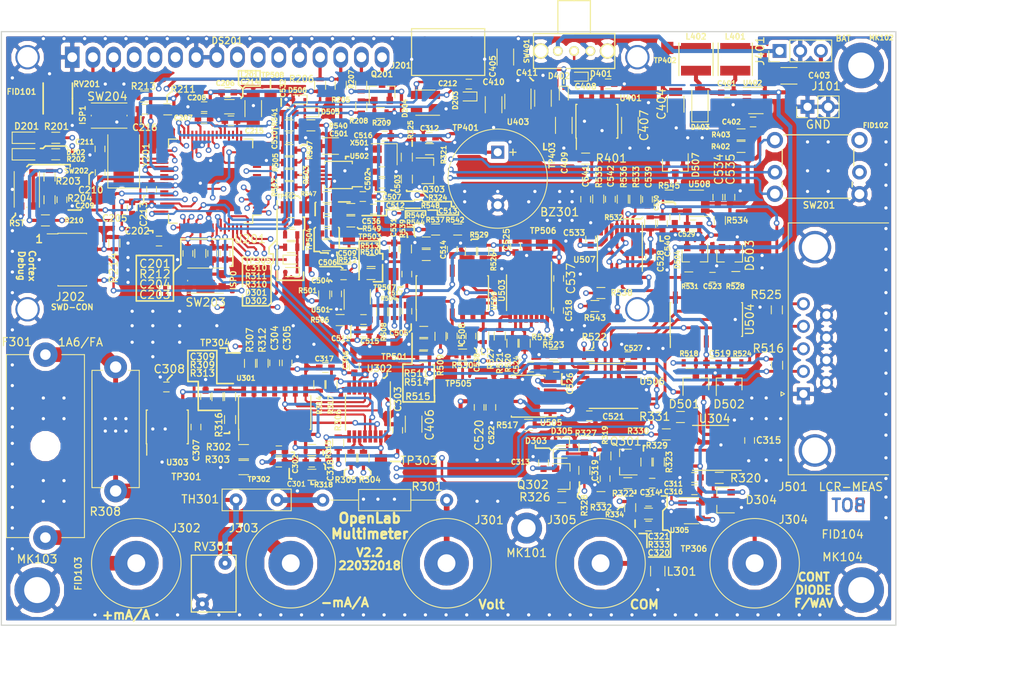
<source format=kicad_pcb>
(kicad_pcb (version 4) (host pcbnew 4.0.6)
  (layers (0 F.Cu signal) (1 In1.Cu signal hide) (2 In2.Cu signal hide) (31 B.Cu signal hide) (34 B.Paste user) (35 F.Paste user) (36 B.SilkS user) (37 F.SilkS user) (38 B.Mask user) (39 F.Mask user) (44 Edge.Cuts user))
  (net 0 "")
  (net 1 GND)
  (net 2 "Net-(BZ301-Pad1)")
  (net 3 +3V3)
  (net 4 "/MCU Signal Processing/MCU_~RESET~")
  (net 5 "Net-(C210-Pad1)")
  (net 6 "Net-(C211-Pad1)")
  (net 7 "Net-(C212-Pad2)")
  (net 8 "Net-(C214-Pad2)")
  (net 9 "/MCU Signal Processing/PIO1_11/ISP1")
  (net 10 +5V)
  (net 11 -5V)
  (net 12 "Net-(C309-Pad2)")
  (net 13 /TLD_UI_SIGNAL)
  (net 14 "Net-(C314-Pad2)")
  (net 15 "Net-(C314-Pad1)")
  (net 16 "Net-(C409-Pad1)")
  (net 17 "Net-(C501-Pad2)")
  (net 18 "Net-(C507-Pad1)")
  (net 19 "Net-(C509-Pad2)")
  (net 20 "Net-(C509-Pad1)")
  (net 21 /TLD_ADC_REF_SIG)
  (net 22 "Net-(C512-Pad2)")
  (net 23 "Net-(C513-Pad2)")
  (net 24 "Net-(C531-Pad2)")
  (net 25 "Net-(D201-Pad2)")
  (net 26 "Net-(D202-Pad2)")
  (net 27 "Net-(D204-Pad2)")
  (net 28 "Net-(D204-Pad3)")
  (net 29 "Net-(D301-Pad2)")
  (net 30 "Net-(D303-Pad2)")
  (net 31 "Net-(D304-Pad3)")
  (net 32 "Net-(D401-Pad2)")
  (net 33 "Net-(D501-Pad3)")
  (net 34 "Net-(D502-Pad3)")
  (net 35 "Net-(D503-Pad3)")
  (net 36 "Net-(D504-Pad3)")
  (net 37 "Net-(D505-Pad2)")
  (net 38 "Net-(DS201-Pad3)")
  (net 39 "Net-(DS201-Pad13)")
  (net 40 "Net-(DS201-Pad14)")
  (net 41 "/MCU Signal Processing/DISP_BACK_LIGHT_A")
  (net 42 "/MCU Signal Processing/DISP_BACK_LIGHT_K")
  (net 43 "Net-(F301-Pad1)")
  (net 44 "Net-(F301-Pad2)")
  (net 45 "/MCU Signal Processing/SWDIO/PIO0_20/TMS")
  (net 46 "/MCU Signal Processing/SWCLK/PIO0_19/TCK")
  (net 47 "/MCU Signal Processing/SWO_PIO1_0")
  (net 48 "Net-(J301-Pad1)")
  (net 49 "Net-(J303-Pad1)")
  (net 50 "Net-(J304-Pad1)")
  (net 51 "Net-(J305-Pad1)")
  (net 52 "Net-(J501-Pad2)")
  (net 53 "Net-(J501-Pad4)")
  (net 54 "Net-(Q201-Pad1)")
  (net 55 /TLD_FREQ_TMR)
  (net 56 "Net-(Q302-Pad2)")
  (net 57 /TLD_CONT_TST)
  (net 58 "Net-(Q303-Pad1)")
  (net 59 "/MCU Signal Processing/PIO1_7_LED_PWR")
  (net 60 "/MCU Signal Processing/PIO1_8_LED_ERR")
  (net 61 "Net-(R204-Pad1)")
  (net 62 "/MCU Signal Processing/DISP_BACK_LIGHT_CTRL")
  (net 63 "Net-(R212-Pad1)")
  (net 64 "/MCU Signal Processing/PIO1_9/ISP0")
  (net 65 "Net-(R213-Pad1)")
  (net 66 "Net-(R301-Pad1)")
  (net 67 "Net-(R302-Pad1)")
  (net 68 "Net-(R302-Pad2)")
  (net 69 /TLD_UI_SEL)
  (net 70 "Net-(R304-Pad2)")
  (net 71 /TLD_UI_GAIN_x10)
  (net 72 "Net-(R305-Pad2)")
  (net 73 /TLD_UI_GAIN_x100)
  (net 74 "Net-(R306-Pad2)")
  (net 75 /TLD_U_SIGN)
  (net 76 "Net-(R307-Pad2)")
  (net 77 "Net-(R309-Pad1)")
  (net 78 "Net-(R313-Pad2)")
  (net 79 "Net-(R323-Pad1)")
  (net 80 /TLD_BUZZER)
  (net 81 "/MT Measurement Tools/CONT_TEST")
  (net 82 /TLD_MU_PG)
  (net 83 "Net-(R501-Pad1)")
  (net 84 "Net-(R502-Pad1)")
  (net 85 /TLD_DDS_SCLK)
  (net 86 "Net-(R503-Pad1)")
  (net 87 /TLD_DDS_SDATA)
  (net 88 "Net-(R504-Pad1)")
  (net 89 "Net-(R505-Pad1)")
  (net 90 /TLD_DDS_FSYNC)
  (net 91 "Net-(R506-Pad2)")
  (net 92 "Net-(R508-Pad2)")
  (net 93 "Net-(R509-Pad1)")
  (net 94 "Net-(R510-Pad2)")
  (net 95 "Net-(R511-Pad2)")
  (net 96 "Net-(R517-Pad1)")
  (net 97 "Net-(R517-Pad2)")
  (net 98 "Net-(R519-Pad1)")
  (net 99 /TLD_LCR_UI_GAIN_x10)
  (net 100 "Net-(R520-Pad1)")
  (net 101 /TLD_LCR_UI_GAIN_x100)
  (net 102 "Net-(R521-Pad1)")
  (net 103 "Net-(R522-Pad1)")
  (net 104 /TLD_LCR_UI_SEL)
  (net 105 "Net-(R523-Pad1)")
  (net 106 "Net-(R531-Pad2)")
  (net 107 "Net-(R534-Pad1)")
  (net 108 "Net-(R534-Pad2)")
  (net 109 "Net-(R537-Pad1)")
  (net 110 "Net-(R538-Pad1)")
  (net 111 /TLD_CURR_RG_A)
  (net 112 "Net-(R539-Pad2)")
  (net 113 "Net-(R543-Pad1)")
  (net 114 /TLD_CURR_RG_B)
  (net 115 "Net-(R544-Pad2)")
  (net 116 "Net-(R547-Pad2)")
  (net 117 "/MCU Signal Processing/PIO1_6")
  (net 118 "/MCU Signal Processing/PIO1_5")
  (net 119 "/MCU Signal Processing/PIO1_4")
  (net 120 "/MCU Signal Processing/PIO1_2")
  (net 121 "/MCU Signal Processing/PIO1_3")
  (net 122 "Net-(TP303-Pad1)")
  (net 123 "Net-(TP505-Pad1)")
  (net 124 /TLD_DAC_SIG)
  (net 125 /TLD_TOOL_SEL_A)
  (net 126 /TLD_TOOL_SEL_B)
  (net 127 "Net-(U301-Pad1)")
  (net 128 "/MT Measurement Tools/U/I_Measurement")
  (net 129 "Net-(U301-Pad9)")
  (net 130 "Net-(U302-Pad13)")
  (net 131 "Net-(U304-Pad15)")
  (net 132 "Net-(U502-Pad5)")
  (net 133 "Net-(U503-Pad14)")
  (net 134 "Net-(U503-Pad15)")
  (net 135 "Net-(U504-Pad1)")
  (net 136 "Net-(U504-Pad6)")
  (net 137 "Net-(U504-Pad8)")
  (net 138 "Net-(U504-Pad13)")
  (net 139 "Net-(U505-Pad2)")
  (net 140 "Net-(U505-Pad3)")
  (net 141 "Net-(J501-Pad3)")
  (net 142 "Net-(R330-Pad1)")
  (net 143 "Net-(R331-Pad1)")
  (net 144 "Net-(J401-Pad1)")
  (net 145 "Net-(C317-Pad2)")
  (net 146 "Net-(C317-Pad1)")
  (net 147 "Net-(C318-Pad2)")
  (net 148 "Net-(C318-Pad1)")
  (net 149 "Net-(C320-Pad2)")
  (net 150 "Net-(C321-Pad2)")
  (net 151 "Net-(C401-Pad2)")
  (net 152 "Net-(C401-Pad1)")
  (net 153 "Net-(C402-Pad2)")
  (net 154 "Net-(C407-Pad1)")
  (net 155 /TLD_ADC_MES_SIG)
  (net 156 "Net-(C537-Pad2)")
  (net 157 "Net-(C537-Pad1)")
  (net 158 "Net-(C538-Pad2)")
  (net 159 "Net-(C538-Pad1)")
  (net 160 "Net-(C539-Pad2)")
  (net 161 "Net-(C539-Pad1)")
  (net 162 "Net-(C540-Pad1)")
  (net 163 "Net-(C541-Pad1)")
  (net 164 "Net-(C542-Pad1)")
  (net 165 "Net-(Q301-Pad3)")
  (net 166 "Net-(D507-Pad3)")
  (module Multimeter:VIA_Stiching (layer F.Cu) (at 138.43 60.452 90)
    (fp_text reference REF** hide)
    (fp_text value VIA_Stiching hide)
    (pad 1 thru_hole circle (at 0 0 90) (size 0.7 0.7) (drill 0.4) (layers *.Cu) (net 1 GND))
  )
  (module Multimeter:VIA_Stiching (layer F.Cu) (at 135.89 58.166 90)
    (fp_text reference REF** hide)
    (fp_text value VIA_Stiching hide)
    (pad 1 thru_hole circle (at 0 0 90) (size 0.7 0.7) (drill 0.4) (layers *.Cu) (net 1 GND))
  )
  (module Multimeter:VIA_Stiching (layer F.Cu) (at 181.356 60.96 90)
    (fp_text reference REF** hide)
    (fp_text value VIA_Stiching hide)
    (pad 1 thru_hole circle (at 0 0 90) (size 0.7 0.7) (drill 0.4) (layers *.Cu) (net 1 GND))
  )
  (module Multimeter:VIA_Stiching (layer F.Cu) (at 179.578 60.96 90)
    (fp_text reference REF** hide)
    (fp_text value VIA_Stiching hide)
    (pad 1 thru_hole circle (at 0 0 90) (size 0.7 0.7) (drill 0.4) (layers *.Cu) (net 1 GND))
  )
  (module Multimeter:VIA_Stiching (layer F.Cu) (at 112.776 28.448 90)
    (fp_text reference REF** hide)
    (fp_text value VIA_Stiching hide)
    (pad 1 thru_hole circle (at 0 0 90) (size 0.7 0.7) (drill 0.4) (layers *.Cu) (net 1 GND))
  )
  (module Multimeter:VIA_Stiching (layer F.Cu) (at 167.132 45.212 90)
    (fp_text reference REF** hide)
    (fp_text value VIA_Stiching hide)
    (pad 1 thru_hole circle (at 0 0 90) (size 0.7 0.7) (drill 0.4) (layers *.Cu) (net 1 GND))
  )
  (module Multimeter:VIA_Stiching (layer F.Cu) (at 170.18 45.212 90)
    (fp_text reference REF** hide)
    (fp_text value VIA_Stiching hide)
    (pad 1 thru_hole circle (at 0 0 90) (size 0.7 0.7) (drill 0.4) (layers *.Cu) (net 1 GND))
  )
  (module Multimeter:VIA_Stiching (layer F.Cu) (at 168.656 45.212 90)
    (fp_text reference REF** hide)
    (fp_text value VIA_Stiching hide)
    (pad 1 thru_hole circle (at 0 0 90) (size 0.7 0.7) (drill 0.4) (layers *.Cu) (net 1 GND))
  )
  (module Multimeter:VIA_Stiching (layer F.Cu) (at 181.864 51.308 90)
    (fp_text reference REF** hide)
    (fp_text value VIA_Stiching hide)
    (pad 1 thru_hole circle (at 0 0 90) (size 0.7 0.7) (drill 0.4) (layers *.Cu) (net 1 GND))
  )
  (module Multimeter:VIA_Stiching (layer F.Cu) (at 193.548 51.054 90)
    (fp_text reference REF** hide)
    (fp_text value VIA_Stiching hide)
    (pad 1 thru_hole circle (at 0 0 90) (size 0.7 0.7) (drill 0.4) (layers *.Cu) (net 1 GND))
  )
  (module Multimeter:VIA_Stiching (layer F.Cu) (at 193.548 49.53 90)
    (fp_text reference REF** hide)
    (fp_text value VIA_Stiching hide)
    (pad 1 thru_hole circle (at 0 0 90) (size 0.7 0.7) (drill 0.4) (layers *.Cu) (net 1 GND))
  )
  (module Multimeter:VIA_Stiching (layer F.Cu) (at 148.336 79.502 90)
    (fp_text reference REF** hide)
    (fp_text value VIA_Stiching hide)
    (pad 1 thru_hole circle (at 0 0 90) (size 0.7 0.7) (drill 0.4) (layers *.Cu) (net 1 GND))
  )
  (module Multimeter:VIA_Stiching (layer F.Cu) (at 146.304 79.502 90)
    (fp_text reference REF** hide)
    (fp_text value VIA_Stiching hide)
    (pad 1 thru_hole circle (at 0 0 90) (size 0.7 0.7) (drill 0.4) (layers *.Cu) (net 1 GND))
  )
  (module Multimeter:VIA_Stiching (layer F.Cu) (at 144.526 79.502 90)
    (fp_text reference REF** hide)
    (fp_text value VIA_Stiching hide)
    (pad 1 thru_hole circle (at 0 0 90) (size 0.7 0.7) (drill 0.4) (layers *.Cu) (net 1 GND))
  )
  (module Multimeter:VIA_Stiching (layer F.Cu) (at 118.618 61.976 90)
    (fp_text reference REF** hide)
    (fp_text value VIA_Stiching hide)
    (pad 1 thru_hole circle (at 0 0 90) (size 0.7 0.7) (drill 0.4) (layers *.Cu) (net 1 GND))
  )
  (module Multimeter:VIA_Stiching (layer F.Cu) (at 121.92 60.198 90)
    (fp_text reference REF** hide)
    (fp_text value VIA_Stiching hide)
    (pad 1 thru_hole circle (at 0 0 90) (size 0.7 0.7) (drill 0.4) (layers *.Cu) (net 1 GND))
  )
  (module Multimeter:VIA_Stiching (layer F.Cu) (at 121.92 58.166 90)
    (fp_text reference REF** hide)
    (fp_text value VIA_Stiching hide)
    (pad 1 thru_hole circle (at 0 0 90) (size 0.7 0.7) (drill 0.4) (layers *.Cu) (net 1 GND))
  )
  (module Multimeter:VIA_Stiching (layer F.Cu) (at 121.92 56.388 90)
    (fp_text reference REF** hide)
    (fp_text value VIA_Stiching hide)
    (pad 1 thru_hole circle (at 0 0 90) (size 0.7 0.7) (drill 0.4) (layers *.Cu) (net 1 GND))
  )
  (module Multimeter:VIA_Stiching (layer F.Cu) (at 115.57 52.832 90)
    (fp_text reference REF** hide)
    (fp_text value VIA_Stiching hide)
    (pad 1 thru_hole circle (at 0 0 90) (size 0.7 0.7) (drill 0.4) (layers *.Cu) (net 1 GND))
  )
  (module Multimeter:VIA_Stiching (layer F.Cu) (at 115.57 51.308 90)
    (fp_text reference REF** hide)
    (fp_text value VIA_Stiching hide)
    (pad 1 thru_hole circle (at 0 0 90) (size 0.7 0.7) (drill 0.4) (layers *.Cu) (net 1 GND))
  )
  (module Multimeter:VIA_Stiching (layer F.Cu) (at 115.57 49.784 90)
    (fp_text reference REF** hide)
    (fp_text value VIA_Stiching hide)
    (pad 1 thru_hole circle (at 0 0 90) (size 0.7 0.7) (drill 0.4) (layers *.Cu) (net 1 GND))
  )
  (module Multimeter:VIA_Stiching (layer F.Cu) (at 115.57 48.006 90)
    (fp_text reference REF** hide)
    (fp_text value VIA_Stiching hide)
    (pad 1 thru_hole circle (at 0 0 90) (size 0.7 0.7) (drill 0.4) (layers *.Cu) (net 1 GND))
  )
  (module Multimeter:VIA_Stiching (layer F.Cu) (at 115.062 28.448 90)
    (fp_text reference REF** hide)
    (fp_text value VIA_Stiching hide)
    (pad 1 thru_hole circle (at 0 0 90) (size 0.7 0.7) (drill 0.4) (layers *.Cu) (net 1 GND))
  )
  (module Multimeter:VIA_Stiching (layer F.Cu) (at 108.712 33.528 90)
    (fp_text reference REF** hide)
    (fp_text value VIA_Stiching hide)
    (pad 1 thru_hole circle (at 0 0 90) (size 0.7 0.7) (drill 0.4) (layers *.Cu) (net 1 GND))
  )
  (module Multimeter:VIA_Stiching (layer F.Cu) (at 124.46 40.64 90)
    (fp_text reference REF** hide)
    (fp_text value VIA_Stiching hide)
    (pad 1 thru_hole circle (at 0 0 90) (size 0.7 0.7) (drill 0.4) (layers *.Cu) (net 1 GND))
  )
  (module Multimeter:VIA_Stiching (layer F.Cu) (at 171.704 33.02 90)
    (fp_text reference REF** hide)
    (fp_text value VIA_Stiching hide)
    (pad 1 thru_hole circle (at 0 0 90) (size 0.7 0.7) (drill 0.4) (layers *.Cu) (net 1 GND))
  )
  (module Multimeter:VIA_Stiching (layer F.Cu) (at 179.578 36.322 90)
    (fp_text reference REF** hide)
    (fp_text value VIA_Stiching hide)
    (pad 1 thru_hole circle (at 0 0 90) (size 0.7 0.7) (drill 0.4) (layers *.Cu) (net 1 GND))
  )
  (module Multimeter:VIA_Stiching (layer F.Cu) (at 179.578 30.734 90)
    (fp_text reference REF** hide)
    (fp_text value VIA_Stiching hide)
    (pad 1 thru_hole circle (at 0 0 90) (size 0.7 0.7) (drill 0.4) (layers *.Cu) (net 1 GND))
  )
  (module Multimeter:VIA_Stiching (layer F.Cu) (at 184.404 35.052 90)
    (fp_text reference REF** hide)
    (fp_text value VIA_Stiching hide)
    (pad 1 thru_hole circle (at 0 0 90) (size 0.7 0.7) (drill 0.4) (layers *.Cu) (net 1 GND))
  )
  (module Multimeter:VIA_Stiching (layer F.Cu) (at 186.182 35.052 90)
    (fp_text reference REF** hide)
    (fp_text value VIA_Stiching hide)
    (pad 1 thru_hole circle (at 0 0 90) (size 0.7 0.7) (drill 0.4) (layers *.Cu) (net 1 GND))
  )
  (module Multimeter:VIA_Stiching (layer F.Cu) (at 199.136 35.56 90)
    (fp_text reference REF** hide)
    (fp_text value VIA_Stiching hide)
    (pad 1 thru_hole circle (at 0 0 90) (size 0.7 0.7) (drill 0.4) (layers *.Cu) (net 1 GND))
  )
  (module Multimeter:VIA_Stiching (layer F.Cu) (at 201.676 35.56 90)
    (fp_text reference REF** hide)
    (fp_text value VIA_Stiching hide)
    (pad 1 thru_hole circle (at 0 0 90) (size 0.7 0.7) (drill 0.4) (layers *.Cu) (net 1 GND))
  )
  (module Multimeter:VIA_Stiching (layer F.Cu) (at 201.676 41.656 90)
    (fp_text reference REF** hide)
    (fp_text value VIA_Stiching hide)
    (pad 1 thru_hole circle (at 0 0 90) (size 0.7 0.7) (drill 0.4) (layers *.Cu) (net 1 GND))
  )
  (module Multimeter:VIA_Stiching (layer F.Cu) (at 199.136 41.656 90)
    (fp_text reference REF** hide)
    (fp_text value VIA_Stiching hide)
    (pad 1 thru_hole circle (at 0 0 90) (size 0.7 0.7) (drill 0.4) (layers *.Cu) (net 1 GND))
  )
  (module Multimeter:VIA_Stiching (layer F.Cu) (at 201.676 39.116 90)
    (fp_text reference REF** hide)
    (fp_text value VIA_Stiching hide)
    (pad 1 thru_hole circle (at 0 0 90) (size 0.7 0.7) (drill 0.4) (layers *.Cu) (net 1 GND))
  )
  (module Multimeter:VIA_Stiching (layer F.Cu) (at 199.136 39.116 90)
    (fp_text reference REF** hide)
    (fp_text value VIA_Stiching hide)
    (pad 1 thru_hole circle (at 0 0 90) (size 0.7 0.7) (drill 0.4) (layers *.Cu) (net 1 GND))
  )
  (module Multimeter:VIA_Stiching (layer F.Cu) (at 163.576 22.86 90)
    (fp_text reference REF** hide)
    (fp_text value VIA_Stiching hide)
    (pad 1 thru_hole circle (at 0 0 90) (size 0.7 0.7) (drill 0.4) (layers *.Cu) (net 1 GND))
  )
  (module Multimeter:VIA_Stiching (layer F.Cu) (at 148.082 22.86 90)
    (fp_text reference REF** hide)
    (fp_text value VIA_Stiching hide)
    (pad 1 thru_hole circle (at 0 0 90) (size 0.7 0.7) (drill 0.4) (layers *.Cu) (net 1 GND))
  )
  (module Multimeter:VIA_Stiching (layer F.Cu) (at 145.796 22.86 90)
    (fp_text reference REF** hide)
    (fp_text value VIA_Stiching hide)
    (pad 1 thru_hole circle (at 0 0 90) (size 0.7 0.7) (drill 0.4) (layers *.Cu) (net 1 GND))
  )
  (module Multimeter:VIA_Stiching (layer F.Cu) (at 143.256 22.86 90)
    (fp_text reference REF** hide)
    (fp_text value VIA_Stiching hide)
    (pad 1 thru_hole circle (at 0 0 90) (size 0.7 0.7) (drill 0.4) (layers *.Cu) (net 1 GND))
  )
  (module Multimeter:VIA_Stiching (layer F.Cu) (at 140.716 22.86 90)
    (fp_text reference REF** hide)
    (fp_text value VIA_Stiching hide)
    (pad 1 thru_hole circle (at 0 0 90) (size 0.7 0.7) (drill 0.4) (layers *.Cu) (net 1 GND))
  )
  (module Multimeter:VIA_Stiching (layer F.Cu) (at 138.176 22.86 90)
    (fp_text reference REF** hide)
    (fp_text value VIA_Stiching hide)
    (pad 1 thru_hole circle (at 0 0 90) (size 0.7 0.7) (drill 0.4) (layers *.Cu) (net 1 GND))
  )
  (module Multimeter:VIA_Stiching (layer F.Cu) (at 135.636 22.86 90)
    (fp_text reference REF** hide)
    (fp_text value VIA_Stiching hide)
    (pad 1 thru_hole circle (at 0 0 90) (size 0.7 0.7) (drill 0.4) (layers *.Cu) (net 1 GND))
  )
  (module Multimeter:VIA_Stiching (layer F.Cu) (at 133.096 22.86 90)
    (fp_text reference REF** hide)
    (fp_text value VIA_Stiching hide)
    (pad 1 thru_hole circle (at 0 0 90) (size 0.7 0.7) (drill 0.4) (layers *.Cu) (net 1 GND))
  )
  (module Multimeter:VIA_Stiching (layer F.Cu) (at 130.556 22.86 90)
    (fp_text reference REF** hide)
    (fp_text value VIA_Stiching hide)
    (pad 1 thru_hole circle (at 0 0 90) (size 0.7 0.7) (drill 0.4) (layers *.Cu) (net 1 GND))
  )
  (module Multimeter:VIA_Stiching (layer F.Cu) (at 125.222 22.86 90)
    (fp_text reference REF** hide)
    (fp_text value VIA_Stiching hide)
    (pad 1 thru_hole circle (at 0 0 90) (size 0.7 0.7) (drill 0.4) (layers *.Cu) (net 1 GND))
  )
  (module Multimeter:VIA_Stiching (layer F.Cu) (at 122.936 22.86 90)
    (fp_text reference REF** hide)
    (fp_text value VIA_Stiching hide)
    (pad 1 thru_hole circle (at 0 0 90) (size 0.7 0.7) (drill 0.4) (layers *.Cu) (net 1 GND))
  )
  (module Multimeter:VIA_Stiching (layer F.Cu) (at 120.396 22.86 90)
    (fp_text reference REF** hide)
    (fp_text value VIA_Stiching hide)
    (pad 1 thru_hole circle (at 0 0 90) (size 0.7 0.7) (drill 0.4) (layers *.Cu) (net 1 GND))
  )
  (module Multimeter:VIA_Stiching (layer F.Cu) (at 117.856 22.86 90)
    (fp_text reference REF** hide)
    (fp_text value VIA_Stiching hide)
    (pad 1 thru_hole circle (at 0 0 90) (size 0.7 0.7) (drill 0.4) (layers *.Cu) (net 1 GND))
  )
  (module Multimeter:VIA_Stiching (layer F.Cu) (at 115.316 22.86 90)
    (fp_text reference REF** hide)
    (fp_text value VIA_Stiching hide)
    (pad 1 thru_hole circle (at 0 0 90) (size 0.7 0.7) (drill 0.4) (layers *.Cu) (net 1 GND))
  )
  (module Multimeter:VIA_Stiching (layer F.Cu) (at 112.776 22.86 90)
    (fp_text reference REF** hide)
    (fp_text value VIA_Stiching hide)
    (pad 1 thru_hole circle (at 0 0 90) (size 0.7 0.7) (drill 0.4) (layers *.Cu) (net 1 GND))
  )
  (module Multimeter:VIA_Stiching (layer F.Cu) (at 110.236 22.86 90)
    (fp_text reference REF** hide)
    (fp_text value VIA_Stiching hide)
    (pad 1 thru_hole circle (at 0 0 90) (size 0.7 0.7) (drill 0.4) (layers *.Cu) (net 1 GND))
  )
  (module Multimeter:VIA_Stiching (layer F.Cu) (at 107.696 22.86 90)
    (fp_text reference REF** hide)
    (fp_text value VIA_Stiching hide)
    (pad 1 thru_hole circle (at 0 0 90) (size 0.7 0.7) (drill 0.4) (layers *.Cu) (net 1 GND))
  )
  (module Multimeter:VIA_Stiching (layer F.Cu) (at 105.156 22.86 90)
    (fp_text reference REF** hide)
    (fp_text value VIA_Stiching hide)
    (pad 1 thru_hole circle (at 0 0 90) (size 0.7 0.7) (drill 0.4) (layers *.Cu) (net 1 GND))
  )
  (module Multimeter:VIA_Stiching (layer F.Cu) (at 156.972 42.926 90)
    (fp_text reference REF** hide)
    (fp_text value VIA_Stiching hide)
    (pad 1 thru_hole circle (at 0 0 90) (size 0.7 0.7) (drill 0.4) (layers *.Cu) (net 1 GND))
  )
  (module Multimeter:VIA_Stiching (layer F.Cu) (at 156.972 41.656 90)
    (fp_text reference REF** hide)
    (fp_text value VIA_Stiching hide)
    (pad 1 thru_hole circle (at 0 0 90) (size 0.7 0.7) (drill 0.4) (layers *.Cu) (net 1 GND))
  )
  (module Multimeter:VIA_Stiching (layer F.Cu) (at 161.036 41.656 90)
    (fp_text reference REF** hide)
    (fp_text value VIA_Stiching hide)
    (pad 1 thru_hole circle (at 0 0 90) (size 0.7 0.7) (drill 0.4) (layers *.Cu) (net 1 GND))
  )
  (module Multimeter:VIA_Stiching (layer F.Cu) (at 164.846 42.926 90)
    (fp_text reference REF** hide)
    (fp_text value VIA_Stiching hide)
    (pad 1 thru_hole circle (at 0 0 90) (size 0.7 0.7) (drill 0.4) (layers *.Cu) (net 1 GND))
  )
  (module Multimeter:VIA_Stiching (layer F.Cu) (at 165.608 41.656 90)
    (fp_text reference REF** hide)
    (fp_text value VIA_Stiching hide)
    (pad 1 thru_hole circle (at 0 0 90) (size 0.7 0.7) (drill 0.4) (layers *.Cu) (net 1 GND))
  )
  (module Multimeter:VIA_Stiching (layer F.Cu) (at 170.18 42.926 90)
    (fp_text reference REF** hide)
    (fp_text value VIA_Stiching hide)
    (pad 1 thru_hole circle (at 0 0 90) (size 0.7 0.7) (drill 0.4) (layers *.Cu) (net 1 GND))
  )
  (module Multimeter:VIA_Stiching (layer F.Cu) (at 170.18 41.656 90)
    (fp_text reference REF** hide)
    (fp_text value VIA_Stiching hide)
    (pad 1 thru_hole circle (at 0 0 90) (size 0.7 0.7) (drill 0.4) (layers *.Cu) (net 1 GND))
  )
  (module Multimeter:VIA_Stiching (layer F.Cu) (at 168.656 42.926 90)
    (fp_text reference REF** hide)
    (fp_text value VIA_Stiching hide)
    (pad 1 thru_hole circle (at 0 0 90) (size 0.7 0.7) (drill 0.4) (layers *.Cu) (net 1 GND))
  )
  (module Multimeter:VIA_Stiching (layer F.Cu) (at 168.656 41.656 90)
    (fp_text reference REF** hide)
    (fp_text value VIA_Stiching hide)
    (pad 1 thru_hole circle (at 0 0 90) (size 0.7 0.7) (drill 0.4) (layers *.Cu) (net 1 GND))
  )
  (module Multimeter:VIA_Stiching (layer F.Cu) (at 169.418 47.752 90)
    (fp_text reference REF** hide)
    (fp_text value VIA_Stiching hide)
    (pad 1 thru_hole circle (at 0 0 90) (size 0.7 0.7) (drill 0.4) (layers *.Cu) (net 1 GND))
  )
  (module Multimeter:VIA_Stiching (layer F.Cu) (at 171.196 51.816 90)
    (fp_text reference REF** hide)
    (fp_text value VIA_Stiching hide)
    (pad 1 thru_hole circle (at 0 0 90) (size 0.7 0.7) (drill 0.4) (layers *.Cu) (net 1 GND))
  )
  (module Multimeter:VIA_Stiching (layer F.Cu) (at 171.704 58.166 90)
    (fp_text reference REF** hide)
    (fp_text value VIA_Stiching hide)
    (pad 1 thru_hole circle (at 0 0 90) (size 0.7 0.7) (drill 0.4) (layers *.Cu) (net 1 GND))
  )
  (module Multimeter:VIA_Stiching (layer F.Cu) (at 170.18 58.674 90)
    (fp_text reference REF** hide)
    (fp_text value VIA_Stiching hide)
    (pad 1 thru_hole circle (at 0 0 90) (size 0.7 0.7) (drill 0.4) (layers *.Cu) (net 1 GND))
  )
  (module Multimeter:VIA_Stiching (layer F.Cu) (at 168.91 58.674 90)
    (fp_text reference REF** hide)
    (fp_text value VIA_Stiching hide)
    (pad 1 thru_hole circle (at 0 0 90) (size 0.7 0.7) (drill 0.4) (layers *.Cu) (net 1 GND))
  )
  (module Multimeter:VIA_Stiching (layer F.Cu) (at 193.294 55.88 90)
    (fp_text reference REF** hide)
    (fp_text value VIA_Stiching hide)
    (pad 1 thru_hole circle (at 0 0 90) (size 0.7 0.7) (drill 0.4) (layers *.Cu) (net 1 GND))
  )
  (module Multimeter:VIA_Stiching (layer F.Cu) (at 190.246 57.404 90)
    (fp_text reference REF** hide)
    (fp_text value VIA_Stiching hide)
    (pad 1 thru_hole circle (at 0 0 90) (size 0.7 0.7) (drill 0.4) (layers *.Cu) (net 1 GND))
  )
  (module Multimeter:VIA_Stiching (layer F.Cu) (at 192.278 67.056 90)
    (fp_text reference REF** hide)
    (fp_text value VIA_Stiching hide)
    (pad 1 thru_hole circle (at 0 0 90) (size 0.7 0.7) (drill 0.4) (layers *.Cu) (net 1 GND))
  )
  (module Multimeter:VIA_Stiching (layer F.Cu) (at 192.278 69.596 90)
    (fp_text reference REF** hide)
    (fp_text value VIA_Stiching hide)
    (pad 1 thru_hole circle (at 0 0 90) (size 0.7 0.7) (drill 0.4) (layers *.Cu) (net 1 GND))
  )
  (module Multimeter:VIA_Stiching (layer F.Cu) (at 194.056 77.216 90)
    (fp_text reference REF** hide)
    (fp_text value VIA_Stiching hide)
    (pad 1 thru_hole circle (at 0 0 90) (size 0.7 0.7) (drill 0.4) (layers *.Cu) (net 1 GND))
  )
  (module Multimeter:VIA_Stiching (layer F.Cu) (at 195.834 74.676 90)
    (fp_text reference REF** hide)
    (fp_text value VIA_Stiching hide)
    (pad 1 thru_hole circle (at 0 0 90) (size 0.7 0.7) (drill 0.4) (layers *.Cu) (net 1 GND))
  )
  (module Multimeter:VIA_Stiching (layer F.Cu) (at 195.834 69.596 90)
    (fp_text reference REF** hide)
    (fp_text value VIA_Stiching hide)
    (pad 1 thru_hole circle (at 0 0 90) (size 0.7 0.7) (drill 0.4) (layers *.Cu) (net 1 GND))
  )
  (module Multimeter:VIA_Stiching (layer F.Cu) (at 194.056 74.676 90)
    (fp_text reference REF** hide)
    (fp_text value VIA_Stiching hide)
    (pad 1 thru_hole circle (at 0 0 90) (size 0.7 0.7) (drill 0.4) (layers *.Cu) (net 1 GND))
  )
  (module Multimeter:VIA_Stiching (layer F.Cu) (at 194.056 69.596 90)
    (fp_text reference REF** hide)
    (fp_text value VIA_Stiching hide)
    (pad 1 thru_hole circle (at 0 0 90) (size 0.7 0.7) (drill 0.4) (layers *.Cu) (net 1 GND))
  )
  (module Multimeter:VIA_Stiching (layer F.Cu) (at 194.056 67.056 90)
    (fp_text reference REF** hide)
    (fp_text value VIA_Stiching hide)
    (pad 1 thru_hole circle (at 0 0 90) (size 0.7 0.7) (drill 0.4) (layers *.Cu) (net 1 GND))
  )
  (module Multimeter:VIA_Stiching (layer F.Cu) (at 161.036 74.676 90)
    (fp_text reference REF** hide)
    (fp_text value VIA_Stiching hide)
    (pad 1 thru_hole circle (at 0 0 90) (size 0.7 0.7) (drill 0.4) (layers *.Cu) (net 1 GND))
  )
  (module Multimeter:VIA_Stiching (layer F.Cu) (at 158.496 74.676 90)
    (fp_text reference REF** hide)
    (fp_text value VIA_Stiching hide)
    (pad 1 thru_hole circle (at 0 0 90) (size 0.7 0.7) (drill 0.4) (layers *.Cu) (net 1 GND))
  )
  (module Multimeter:VIA_Stiching (layer F.Cu) (at 161.036 79.756 90)
    (fp_text reference REF** hide)
    (fp_text value VIA_Stiching hide)
    (pad 1 thru_hole circle (at 0 0 90) (size 0.7 0.7) (drill 0.4) (layers *.Cu) (net 1 GND))
  )
  (module Multimeter:VIA_Stiching (layer F.Cu) (at 158.496 79.756 90)
    (fp_text reference REF** hide)
    (fp_text value VIA_Stiching hide)
    (pad 1 thru_hole circle (at 0 0 90) (size 0.7 0.7) (drill 0.4) (layers *.Cu) (net 1 GND))
  )
  (module Multimeter:VIA_Stiching (layer F.Cu) (at 107.696 79.756 90)
    (fp_text reference REF** hide)
    (fp_text value VIA_Stiching hide)
    (pad 1 thru_hole circle (at 0 0 90) (size 0.7 0.7) (drill 0.4) (layers *.Cu) (net 1 GND))
  )
  (module Multimeter:VIA_Stiching (layer F.Cu) (at 105.156 79.756 90)
    (fp_text reference REF** hide)
    (fp_text value VIA_Stiching hide)
    (pad 1 thru_hole circle (at 0 0 90) (size 0.7 0.7) (drill 0.4) (layers *.Cu) (net 1 GND))
  )
  (module Multimeter:VIA_Stiching (layer F.Cu) (at 105.156 77.216 90)
    (fp_text reference REF** hide)
    (fp_text value VIA_Stiching hide)
    (pad 1 thru_hole circle (at 0 0 90) (size 0.7 0.7) (drill 0.4) (layers *.Cu) (net 1 GND))
  )
  (module Multimeter:VIA_Stiching (layer F.Cu) (at 107.696 77.216 90)
    (fp_text reference REF** hide)
    (fp_text value VIA_Stiching hide)
    (pad 1 thru_hole circle (at 0 0 90) (size 0.7 0.7) (drill 0.4) (layers *.Cu) (net 1 GND))
  )
  (module Multimeter:VIA_Stiching (layer F.Cu) (at 107.696 69.596 90)
    (fp_text reference REF** hide)
    (fp_text value VIA_Stiching hide)
    (pad 1 thru_hole circle (at 0 0 90) (size 0.7 0.7) (drill 0.4) (layers *.Cu) (net 1 GND))
  )
  (module Multimeter:VIA_Stiching (layer F.Cu) (at 105.156 69.596 90)
    (fp_text reference REF** hide)
    (fp_text value VIA_Stiching hide)
    (pad 1 thru_hole circle (at 0 0 90) (size 0.7 0.7) (drill 0.4) (layers *.Cu) (net 1 GND))
  )
  (module Multimeter:VIA_Stiching (layer F.Cu) (at 107.696 67.056 90)
    (fp_text reference REF** hide)
    (fp_text value VIA_Stiching hide)
    (pad 1 thru_hole circle (at 0 0 90) (size 0.7 0.7) (drill 0.4) (layers *.Cu) (net 1 GND))
  )
  (module Multimeter:VIA_Stiching (layer F.Cu) (at 105.156 67.056 90)
    (fp_text reference REF** hide)
    (fp_text value VIA_Stiching hide)
    (pad 1 thru_hole circle (at 0 0 90) (size 0.7 0.7) (drill 0.4) (layers *.Cu) (net 1 GND))
  )
  (module Multimeter:VIA_Stiching (layer F.Cu) (at 118.618 70.866 90)
    (fp_text reference REF** hide)
    (fp_text value VIA_Stiching hide)
    (pad 1 thru_hole circle (at 0 0 90) (size 0.7 0.7) (drill 0.4) (layers *.Cu) (net 1 GND))
  )
  (module Multimeter:VIA_Stiching (layer F.Cu) (at 120.142 70.866 90)
    (fp_text reference REF** hide)
    (fp_text value VIA_Stiching hide)
    (pad 1 thru_hole circle (at 0 0 90) (size 0.7 0.7) (drill 0.4) (layers *.Cu) (net 1 GND))
  )
  (module Multimeter:VIA_Stiching (layer F.Cu) (at 115.316 71.12 90)
    (fp_text reference REF** hide)
    (fp_text value VIA_Stiching hide)
    (pad 1 thru_hole circle (at 0 0 90) (size 0.7 0.7) (drill 0.4) (layers *.Cu) (net 1 GND))
  )
  (module Multimeter:VIA_Stiching (layer F.Cu) (at 114.046 71.12 90)
    (fp_text reference REF** hide)
    (fp_text value VIA_Stiching hide)
    (pad 1 thru_hole circle (at 0 0 90) (size 0.7 0.7) (drill 0.4) (layers *.Cu) (net 1 GND))
  )
  (module Multimeter:VIA_Stiching (layer F.Cu) (at 112.776 71.12 90)
    (fp_text reference REF** hide)
    (fp_text value VIA_Stiching hide)
    (pad 1 thru_hole circle (at 0 0 90) (size 0.7 0.7) (drill 0.4) (layers *.Cu) (net 1 GND))
  )
  (module Multimeter:VIA_Stiching (layer F.Cu) (at 115.316 69.596 90)
    (fp_text reference REF** hide)
    (fp_text value VIA_Stiching hide)
    (pad 1 thru_hole circle (at 0 0 90) (size 0.7 0.7) (drill 0.4) (layers *.Cu) (net 1 GND))
  )
  (module Multimeter:VIA_Stiching (layer F.Cu) (at 114.046 69.596 90)
    (fp_text reference REF** hide)
    (fp_text value VIA_Stiching hide)
    (pad 1 thru_hole circle (at 0 0 90) (size 0.7 0.7) (drill 0.4) (layers *.Cu) (net 1 GND))
  )
  (module Multimeter:VIA_Stiching (layer F.Cu) (at 112.776 69.596 90)
    (fp_text reference REF** hide)
    (fp_text value VIA_Stiching hide)
    (pad 1 thru_hole circle (at 0 0 90) (size 0.7 0.7) (drill 0.4) (layers *.Cu) (net 1 GND))
  )
  (module Multimeter:VIA_Stiching (layer F.Cu) (at 116.078 58.166 90)
    (fp_text reference REF** hide)
    (fp_text value VIA_Stiching hide)
    (pad 1 thru_hole circle (at 0 0 90) (size 0.7 0.7) (drill 0.4) (layers *.Cu) (net 1 GND))
  )
  (module Multimeter:VIA_Stiching (layer F.Cu) (at 116.078 60.198 90)
    (fp_text reference REF** hide)
    (fp_text value VIA_Stiching hide)
    (pad 1 thru_hole circle (at 0 0 90) (size 0.7 0.7) (drill 0.4) (layers *.Cu) (net 1 GND))
  )
  (module Multimeter:VIA_Stiching (layer F.Cu) (at 118.618 60.198 90)
    (fp_text reference REF** hide)
    (fp_text value VIA_Stiching hide)
    (pad 1 thru_hole circle (at 0 0 90) (size 0.7 0.7) (drill 0.4) (layers *.Cu) (net 1 GND))
  )
  (module Multimeter:VIA_Stiching (layer F.Cu) (at 118.618 58.166 90)
    (fp_text reference REF** hide)
    (fp_text value VIA_Stiching hide)
    (pad 1 thru_hole circle (at 0 0 90) (size 0.7 0.7) (drill 0.4) (layers *.Cu) (net 1 GND))
  )
  (module Multimeter:VIA_Stiching (layer F.Cu) (at 118.618 56.388 90)
    (fp_text reference REF** hide)
    (fp_text value VIA_Stiching hide)
    (pad 1 thru_hole circle (at 0 0 90) (size 0.7 0.7) (drill 0.4) (layers *.Cu) (net 1 GND))
  )
  (module Multimeter:VIA_Stiching (layer F.Cu) (at 116.078 56.388 90)
    (fp_text reference REF** hide)
    (fp_text value VIA_Stiching hide)
    (pad 1 thru_hole circle (at 0 0 90) (size 0.7 0.7) (drill 0.4) (layers *.Cu) (net 1 GND))
  )
  (module Multimeter:VIA_Stiching (layer F.Cu) (at 126.492 58.166 90)
    (fp_text reference REF** hide)
    (fp_text value VIA_Stiching hide)
    (pad 1 thru_hole circle (at 0 0 90) (size 0.7 0.7) (drill 0.4) (layers *.Cu) (net 1 GND))
  )
  (module Multimeter:VIA_Stiching (layer F.Cu) (at 162.56 35.56 90)
    (fp_text reference REF** hide)
    (fp_text value VIA_Stiching hide)
    (pad 1 thru_hole circle (at 0 0 90) (size 0.7 0.7) (drill 0.4) (layers *.Cu) (net 1 GND))
  )
  (module Multimeter:VIA_Stiching (layer F.Cu) (at 126.492 37.592 90)
    (fp_text reference REF** hide)
    (fp_text value VIA_Stiching hide)
  )
  (module Multimeter:VIA_Stiching (layer F.Cu) (at 111.506 93.726 90)
    (fp_text reference REF** hide)
    (fp_text value VIA_Stiching hide)
    (pad 1 thru_hole circle (at 0 0 90) (size 0.7 0.7) (drill 0.4) (layers *.Cu) (net 1 GND))
  )
  (module Multimeter:VIA_Stiching (layer F.Cu) (at 198.12 93.726 90)
    (fp_text reference REF** hide)
    (fp_text value VIA_Stiching hide)
    (pad 1 thru_hole circle (at 0 0 90) (size 0.7 0.7) (drill 0.4) (layers *.Cu) (net 1 GND))
  )
  (module Multimeter:VIA_Stiching (layer F.Cu) (at 190.5 93.726 90)
    (fp_text reference REF** hide)
    (fp_text value VIA_Stiching hide)
    (pad 1 thru_hole circle (at 0 0 90) (size 0.7 0.7) (drill 0.4) (layers *.Cu) (net 1 GND))
  )
  (module Multimeter:VIA_Stiching (layer F.Cu) (at 200.66 93.726 90)
    (fp_text reference REF** hide)
    (fp_text value VIA_Stiching hide)
    (pad 1 thru_hole circle (at 0 0 90) (size 0.7 0.7) (drill 0.4) (layers *.Cu) (net 1 GND))
  )
  (module Multimeter:VIA_Stiching (layer F.Cu) (at 193.04 93.726 90)
    (fp_text reference REF** hide)
    (fp_text value VIA_Stiching hide)
    (pad 1 thru_hole circle (at 0 0 90) (size 0.7 0.7) (drill 0.4) (layers *.Cu) (net 1 GND))
  )
  (module Multimeter:VIA_Stiching (layer F.Cu) (at 195.58 93.726 90)
    (fp_text reference REF** hide)
    (fp_text value VIA_Stiching hide)
    (pad 1 thru_hole circle (at 0 0 90) (size 0.7 0.7) (drill 0.4) (layers *.Cu) (net 1 GND))
  )
  (module Multimeter:VIA_Stiching (layer F.Cu) (at 182.88 93.726 90)
    (fp_text reference REF** hide)
    (fp_text value VIA_Stiching hide)
    (pad 1 thru_hole circle (at 0 0 90) (size 0.7 0.7) (drill 0.4) (layers *.Cu) (net 1 GND))
  )
  (module Multimeter:VIA_Stiching (layer F.Cu) (at 185.42 93.726 90)
    (fp_text reference REF** hide)
    (fp_text value VIA_Stiching hide)
    (pad 1 thru_hole circle (at 0 0 90) (size 0.7 0.7) (drill 0.4) (layers *.Cu) (net 1 GND))
  )
  (module Multimeter:VIA_Stiching (layer F.Cu) (at 187.96 93.726 90)
    (fp_text reference REF** hide)
    (fp_text value VIA_Stiching hide)
    (pad 1 thru_hole circle (at 0 0 90) (size 0.7 0.7) (drill 0.4) (layers *.Cu) (net 1 GND))
  )
  (module Multimeter:VIA_Stiching (layer F.Cu) (at 180.34 93.726 90)
    (fp_text reference REF** hide)
    (fp_text value VIA_Stiching hide)
    (pad 1 thru_hole circle (at 0 0 90) (size 0.7 0.7) (drill 0.4) (layers *.Cu) (net 1 GND))
  )
  (module Multimeter:VIA_Stiching (layer F.Cu) (at 154.686 93.726 90)
    (fp_text reference REF** hide)
    (fp_text value VIA_Stiching hide)
    (pad 1 thru_hole circle (at 0 0 90) (size 0.7 0.7) (drill 0.4) (layers *.Cu) (net 1 GND))
  )
  (module Multimeter:VIA_Stiching (layer F.Cu) (at 152.146 93.726 90)
    (fp_text reference REF** hide)
    (fp_text value VIA_Stiching hide)
    (pad 1 thru_hole circle (at 0 0 90) (size 0.7 0.7) (drill 0.4) (layers *.Cu) (net 1 GND))
  )
  (module Multimeter:VIA_Stiching (layer F.Cu) (at 162.306 93.726 90)
    (fp_text reference REF** hide)
    (fp_text value VIA_Stiching hide)
    (pad 1 thru_hole circle (at 0 0 90) (size 0.7 0.7) (drill 0.4) (layers *.Cu) (net 1 GND))
  )
  (module Multimeter:VIA_Stiching (layer F.Cu) (at 159.766 93.726 90)
    (fp_text reference REF** hide)
    (fp_text value VIA_Stiching hide)
    (pad 1 thru_hole circle (at 0 0 90) (size 0.7 0.7) (drill 0.4) (layers *.Cu) (net 1 GND))
  )
  (module Multimeter:VIA_Stiching (layer F.Cu) (at 149.606 93.726 90)
    (fp_text reference REF** hide)
    (fp_text value VIA_Stiching hide)
    (pad 1 thru_hole circle (at 0 0 90) (size 0.7 0.7) (drill 0.4) (layers *.Cu) (net 1 GND))
  )
  (module Multimeter:VIA_Stiching (layer F.Cu) (at 157.226 93.726 90)
    (fp_text reference REF** hide)
    (fp_text value VIA_Stiching hide)
    (pad 1 thru_hole circle (at 0 0 90) (size 0.7 0.7) (drill 0.4) (layers *.Cu) (net 1 GND))
  )
  (module Multimeter:VIA_Stiching (layer F.Cu) (at 169.926 93.726 90)
    (fp_text reference REF** hide)
    (fp_text value VIA_Stiching hide)
    (pad 1 thru_hole circle (at 0 0 90) (size 0.7 0.7) (drill 0.4) (layers *.Cu) (net 1 GND))
  )
  (module Multimeter:VIA_Stiching (layer F.Cu) (at 177.546 93.726 90)
    (fp_text reference REF** hide)
    (fp_text value VIA_Stiching hide)
    (pad 1 thru_hole circle (at 0 0 90) (size 0.7 0.7) (drill 0.4) (layers *.Cu) (net 1 GND))
  )
  (module Multimeter:VIA_Stiching (layer F.Cu) (at 175.006 93.726 90)
    (fp_text reference REF** hide)
    (fp_text value VIA_Stiching hide)
    (pad 1 thru_hole circle (at 0 0 90) (size 0.7 0.7) (drill 0.4) (layers *.Cu) (net 1 GND))
  )
  (module Multimeter:VIA_Stiching (layer F.Cu) (at 164.846 93.726 90)
    (fp_text reference REF** hide)
    (fp_text value VIA_Stiching hide)
    (pad 1 thru_hole circle (at 0 0 90) (size 0.7 0.7) (drill 0.4) (layers *.Cu) (net 1 GND))
  )
  (module Multimeter:VIA_Stiching (layer F.Cu) (at 172.466 93.726 90)
    (fp_text reference REF** hide)
    (fp_text value VIA_Stiching hide)
    (pad 1 thru_hole circle (at 0 0 90) (size 0.7 0.7) (drill 0.4) (layers *.Cu) (net 1 GND))
  )
  (module Multimeter:VIA_Stiching (layer F.Cu) (at 167.386 93.726 90)
    (fp_text reference REF** hide)
    (fp_text value VIA_Stiching hide)
    (pad 1 thru_hole circle (at 0 0 90) (size 0.7 0.7) (drill 0.4) (layers *.Cu) (net 1 GND))
  )
  (module Multimeter:VIA_Stiching (layer F.Cu) (at 141.986 93.726 90)
    (fp_text reference REF** hide)
    (fp_text value VIA_Stiching hide)
    (pad 1 thru_hole circle (at 0 0 90) (size 0.7 0.7) (drill 0.4) (layers *.Cu) (net 1 GND))
  )
  (module Multimeter:VIA_Stiching (layer F.Cu) (at 136.906 93.726 90)
    (fp_text reference REF** hide)
    (fp_text value VIA_Stiching hide)
    (pad 1 thru_hole circle (at 0 0 90) (size 0.7 0.7) (drill 0.4) (layers *.Cu) (net 1 GND))
  )
  (module Multimeter:VIA_Stiching (layer F.Cu) (at 134.366 93.726 90)
    (fp_text reference REF** hide)
    (fp_text value VIA_Stiching hide)
    (pad 1 thru_hole circle (at 0 0 90) (size 0.7 0.7) (drill 0.4) (layers *.Cu) (net 1 GND))
  )
  (module Multimeter:VIA_Stiching (layer F.Cu) (at 147.066 93.726 90)
    (fp_text reference REF** hide)
    (fp_text value VIA_Stiching hide)
    (pad 1 thru_hole circle (at 0 0 90) (size 0.7 0.7) (drill 0.4) (layers *.Cu) (net 1 GND))
  )
  (module Multimeter:VIA_Stiching (layer F.Cu) (at 144.526 93.726 90)
    (fp_text reference REF** hide)
    (fp_text value VIA_Stiching hide)
    (pad 1 thru_hole circle (at 0 0 90) (size 0.7 0.7) (drill 0.4) (layers *.Cu) (net 1 GND))
  )
  (module Multimeter:VIA_Stiching (layer F.Cu) (at 139.446 93.726 90)
    (fp_text reference REF** hide)
    (fp_text value VIA_Stiching hide)
    (pad 1 thru_hole circle (at 0 0 90) (size 0.7 0.7) (drill 0.4) (layers *.Cu) (net 1 GND))
  )
  (module Multimeter:VIA_Stiching (layer F.Cu) (at 131.826 93.726 90)
    (fp_text reference REF** hide)
    (fp_text value VIA_Stiching hide)
    (pad 1 thru_hole circle (at 0 0 90) (size 0.7 0.7) (drill 0.4) (layers *.Cu) (net 1 GND))
  )
  (module Multimeter:VIA_Stiching (layer F.Cu) (at 129.286 93.726 90)
    (fp_text reference REF** hide)
    (fp_text value VIA_Stiching hide)
    (pad 1 thru_hole circle (at 0 0 90) (size 0.7 0.7) (drill 0.4) (layers *.Cu) (net 1 GND))
  )
  (module Multimeter:VIA_Stiching (layer F.Cu) (at 126.746 93.726 90)
    (fp_text reference REF** hide)
    (fp_text value VIA_Stiching hide)
    (pad 1 thru_hole circle (at 0 0 90) (size 0.7 0.7) (drill 0.4) (layers *.Cu) (net 1 GND))
  )
  (module Multimeter:VIA_Stiching (layer F.Cu) (at 124.206 93.726 90)
    (fp_text reference "" hide)
    (fp_text value VIA_Stiching hide)
  )
  (module Multimeter:VIA_Stiching (layer F.Cu) (at 121.666 93.726 90)
    (fp_text reference REF** hide)
    (fp_text value VIA_Stiching hide)
    (pad 1 thru_hole circle (at 0 0 90) (size 0.7 0.7) (drill 0.4) (layers *.Cu) (net 1 GND))
  )
  (module Multimeter:VIA_Stiching (layer F.Cu) (at 119.126 93.726 90)
    (fp_text reference REF** hide)
    (fp_text value VIA_Stiching hide)
    (pad 1 thru_hole circle (at 0 0 90) (size 0.7 0.7) (drill 0.4) (layers *.Cu) (net 1 GND))
  )
  (module Multimeter:VIA_Stiching (layer F.Cu) (at 101.346 27.686 90)
    (fp_text reference REF** hide)
    (fp_text value VIA_Stiching hide)
    (pad 1 thru_hole circle (at 0 0 90) (size 0.7 0.7) (drill 0.4) (layers *.Cu) (net 1 GND))
  )
  (module Multimeter:VIA_Stiching (layer F.Cu) (at 101.346 41.402 90)
    (fp_text reference REF** hide)
    (fp_text value VIA_Stiching hide)
    (pad 1 thru_hole circle (at 0 0 90) (size 0.7 0.7) (drill 0.4) (layers *.Cu) (net 1 GND))
  )
  (module Multimeter:VIA_Stiching (layer F.Cu) (at 101.346 54.102 90)
    (fp_text reference REF** hide)
    (fp_text value VIA_Stiching hide)
    (pad 1 thru_hole circle (at 0 0 90) (size 0.7 0.7) (drill 0.4) (layers *.Cu) (net 1 GND))
  )
  (module Multimeter:VIA_Stiching (layer F.Cu) (at 101.346 51.562 90)
    (fp_text reference REF** hide)
    (fp_text value VIA_Stiching hide)
    (pad 1 thru_hole circle (at 0 0 90) (size 0.7 0.7) (drill 0.4) (layers *.Cu) (net 1 GND))
  )
  (module Multimeter:VIA_Stiching (layer F.Cu) (at 101.346 49.022 90)
    (fp_text reference REF** hide)
    (fp_text value VIA_Stiching hide)
    (pad 1 thru_hole circle (at 0 0 90) (size 0.7 0.7) (drill 0.4) (layers *.Cu) (net 1 GND))
  )
  (module Multimeter:VIA_Stiching (layer F.Cu) (at 101.33919 80.512118 90)
    (fp_text reference REF** hide)
    (fp_text value VIA_Stiching hide)
    (pad 1 thru_hole circle (at 0 0 90) (size 0.7 0.7) (drill 0.4) (layers *.Cu) (net 1 GND))
  )
  (module Multimeter:VIA_Stiching (layer F.Cu) (at 208.78119 79.242118 90)
    (fp_text reference REF** hide)
    (fp_text value VIA_Stiching hide)
    (pad 1 thru_hole circle (at 0 0 90) (size 0.7 0.7) (drill 0.4) (layers *.Cu) (net 1 GND))
  )
  (module Multimeter:VIA_Stiching (layer F.Cu) (at 101.33919 85.592118 90)
    (fp_text reference REF** hide)
    (fp_text value VIA_Stiching hide)
    (pad 1 thru_hole circle (at 0 0 90) (size 0.7 0.7) (drill 0.4) (layers *.Cu) (net 1 GND))
  )
  (module Multimeter:VIA_Stiching (layer F.Cu) (at 208.78119 81.782118 90)
    (fp_text reference REF** hide)
    (fp_text value VIA_Stiching hide)
    (pad 1 thru_hole circle (at 0 0 90) (size 0.7 0.7) (drill 0.4) (layers *.Cu) (net 1 GND))
  )
  (module Multimeter:VIA_Stiching (layer F.Cu) (at 101.33919 77.972118 90)
    (fp_text reference REF** hide)
    (fp_text value VIA_Stiching hide)
    (pad 1 thru_hole circle (at 0 0 90) (size 0.7 0.7) (drill 0.4) (layers *.Cu) (net 1 GND))
  )
  (module Multimeter:VIA_Stiching (layer F.Cu) (at 101.33919 83.052118 90)
    (fp_text reference REF** hide)
    (fp_text value VIA_Stiching hide)
    (pad 1 thru_hole circle (at 0 0 90) (size 0.7 0.7) (drill 0.4) (layers *.Cu) (net 1 GND))
  )
  (module Multimeter:VIA_Stiching (layer F.Cu) (at 101.33919 72.638118 90)
    (fp_text reference REF** hide)
    (fp_text value VIA_Stiching hide)
    (pad 1 thru_hole circle (at 0 0 90) (size 0.7 0.7) (drill 0.4) (layers *.Cu) (net 1 GND))
  )
  (module Multimeter:VIA_Stiching (layer F.Cu) (at 101.33919 65.526118 90)
    (fp_text reference REF** hide)
    (fp_text value VIA_Stiching hide)
    (pad 1 thru_hole circle (at 0 0 90) (size 0.7 0.7) (drill 0.4) (layers *.Cu) (net 1 GND))
  )
  (module Multimeter:VIA_Stiching (layer F.Cu) (at 101.33919 75.178118 90)
    (fp_text reference REF** hide)
    (fp_text value VIA_Stiching hide)
    (pad 1 thru_hole circle (at 0 0 90) (size 0.7 0.7) (drill 0.4) (layers *.Cu) (net 1 GND))
  )
  (module Multimeter:VIA_Stiching (layer F.Cu) (at 101.33919 70.606118 90)
    (fp_text reference REF** hide)
    (fp_text value VIA_Stiching hide)
    (pad 1 thru_hole circle (at 0 0 90) (size 0.7 0.7) (drill 0.4) (layers *.Cu) (net 1 GND))
  )
  (module Multimeter:VIA_Stiching (layer F.Cu) (at 101.33919 68.320118 90)
    (fp_text reference REF** hide)
    (fp_text value VIA_Stiching hide)
    (pad 1 thru_hole circle (at 0 0 90) (size 0.7 0.7) (drill 0.4) (layers *.Cu) (net 1 GND))
  )
  (module Multimeter:VIA_Stiching (layer F.Cu) (at 101.33919 62.986118 90)
    (fp_text reference REF** hide)
    (fp_text value VIA_Stiching hide)
    (pad 1 thru_hole circle (at 0 0 90) (size 0.7 0.7) (drill 0.4) (layers *.Cu) (net 1 GND))
  )
  (module Multimeter:VIA_Stiching (layer F.Cu) (at 101.346 46.482 90)
    (fp_text reference REF** hide)
    (fp_text value VIA_Stiching hide)
    (pad 1 thru_hole circle (at 0 0 90) (size 0.7 0.7) (drill 0.4) (layers *.Cu) (net 1 GND))
  )
  (module Multimeter:VIA_Stiching (layer F.Cu) (at 101.346 58.674 90)
    (fp_text reference REF** hide)
    (fp_text value VIA_Stiching hide)
    (pad 1 thru_hole circle (at 0 0 90) (size 0.7 0.7) (drill 0.4) (layers *.Cu) (net 1 GND))
  )
  (module Multimeter:VIA_Stiching (layer F.Cu) (at 208.788 35.56 90)
    (fp_text reference REF** hide)
    (fp_text value VIA_Stiching hide)
    (pad 1 thru_hole circle (at 0 0 90) (size 0.7 0.7) (drill 0.4) (layers *.Cu) (net 1 GND))
  )
  (module Multimeter:VIA_Stiching (layer F.Cu) (at 208.78119 38.348118 90)
    (fp_text reference REF** hide)
    (fp_text value VIA_Stiching hide)
    (pad 1 thru_hole circle (at 0 0 90) (size 0.7 0.7) (drill 0.4) (layers *.Cu) (net 1 GND))
  )
  (module Multimeter:VIA_Stiching (layer F.Cu) (at 208.78119 56.636118 90)
    (fp_text reference REF** hide)
    (fp_text value VIA_Stiching hide)
    (pad 1 thru_hole circle (at 0 0 90) (size 0.7 0.7) (drill 0.4) (layers *.Cu) (net 1 GND))
  )
  (module Multimeter:VIA_Stiching (layer F.Cu) (at 208.78119 51.302118 90)
    (fp_text reference REF** hide)
    (fp_text value VIA_Stiching hide)
    (pad 1 thru_hole circle (at 0 0 90) (size 0.7 0.7) (drill 0.4) (layers *.Cu) (net 1 GND))
  )
  (module Multimeter:VIA_Stiching (layer F.Cu) (at 208.78119 54.096118 90)
    (fp_text reference REF** hide)
    (fp_text value VIA_Stiching hide)
    (pad 1 thru_hole circle (at 0 0 90) (size 0.7 0.7) (drill 0.4) (layers *.Cu) (net 1 GND))
  )
  (module Multimeter:VIA_Stiching (layer F.Cu) (at 208.78119 43.682118 90)
    (fp_text reference REF** hide)
    (fp_text value VIA_Stiching hide)
    (pad 1 thru_hole circle (at 0 0 90) (size 0.7 0.7) (drill 0.4) (layers *.Cu) (net 1 GND))
  )
  (module Multimeter:VIA_Stiching (layer F.Cu) (at 208.78119 46.222118 90)
    (fp_text reference REF** hide)
    (fp_text value VIA_Stiching hide)
    (pad 1 thru_hole circle (at 0 0 90) (size 0.7 0.7) (drill 0.4) (layers *.Cu) (net 1 GND))
  )
  (module Multimeter:VIA_Stiching (layer F.Cu) (at 208.78119 40.888118 90)
    (fp_text reference REF** hide)
    (fp_text value VIA_Stiching hide)
    (pad 1 thru_hole circle (at 0 0 90) (size 0.7 0.7) (drill 0.4) (layers *.Cu) (net 1 GND))
  )
  (module Multimeter:VIA_Stiching (layer F.Cu) (at 208.78119 48.762118 90)
    (fp_text reference REF** hide)
    (fp_text value VIA_Stiching hide)
    (pad 1 thru_hole circle (at 0 0 90) (size 0.7 0.7) (drill 0.4) (layers *.Cu) (net 1 GND))
  )
  (module Multimeter:VIA_Stiching (layer F.Cu) (at 208.78119 58.668118 90)
    (fp_text reference REF** hide)
    (fp_text value VIA_Stiching hide)
    (pad 1 thru_hole circle (at 0 0 90) (size 0.7 0.7) (drill 0.4) (layers *.Cu) (net 1 GND))
  )
  (module Multimeter:VIA_Stiching (layer F.Cu) (at 208.78119 66.542118 90)
    (fp_text reference REF** hide)
    (fp_text value VIA_Stiching hide)
    (pad 1 thru_hole circle (at 0 0 90) (size 0.7 0.7) (drill 0.4) (layers *.Cu) (net 1 GND))
  )
  (module Multimeter:VIA_Stiching (layer F.Cu) (at 208.78119 61.208118 90)
    (fp_text reference REF** hide)
    (fp_text value VIA_Stiching hide)
    (pad 1 thru_hole circle (at 0 0 90) (size 0.7 0.7) (drill 0.4) (layers *.Cu) (net 1 GND))
  )
  (module Multimeter:VIA_Stiching (layer F.Cu) (at 208.78119 64.002118 90)
    (fp_text reference REF** hide)
    (fp_text value VIA_Stiching hide)
    (pad 1 thru_hole circle (at 0 0 90) (size 0.7 0.7) (drill 0.4) (layers *.Cu) (net 1 GND))
  )
  (module Multimeter:VIA_Stiching (layer F.Cu) (at 208.78119 69.082118 90)
    (fp_text reference REF** hide)
    (fp_text value VIA_Stiching hide)
    (pad 1 thru_hole circle (at 0 0 90) (size 0.7 0.7) (drill 0.4) (layers *.Cu) (net 1 GND))
  )
  (module Multimeter:VIA_Stiching (layer F.Cu) (at 208.78119 71.622118 90)
    (fp_text reference REF** hide)
    (fp_text value VIA_Stiching hide)
    (pad 1 thru_hole circle (at 0 0 90) (size 0.7 0.7) (drill 0.4) (layers *.Cu) (net 1 GND))
  )
  (module Multimeter:VIA_Stiching (layer F.Cu) (at 208.78119 76.956118 90)
    (fp_text reference REF** hide)
    (fp_text value VIA_Stiching hide)
    (pad 1 thru_hole circle (at 0 0 90) (size 0.7 0.7) (drill 0.4) (layers *.Cu) (net 1 GND))
  )
  (module Pin_Headers:Pin_Header_Straight_2x05_Pitch1.27mm_SMD (layer F.Cu) (at 108.712 50.038)
    (fp_text reference J202 (at -0.254 4.572) (layer F.SilkS))
    (fp_text value "SWD CON")
    (pad 1 smd rect (at -1.95 -2.54) (size 2.4 0.74) (layers F.Cu F.Paste F.Mask) (net 3 +3V3))
    (pad 2 smd rect (at 1.95 -2.54) (size 2.4 0.74) (layers F.Cu F.Paste F.Mask) (net 45 "/MCU Signal Processing/SWDIO/PIO0_20/TMS"))
    (pad 3 smd rect (at -1.95 -1.27) (size 2.4 0.74) (layers F.Cu F.Paste F.Mask) (net 1 GND))
    (pad 4 smd rect (at 1.95 -1.27) (size 2.4 0.74) (layers F.Cu F.Paste F.Mask) (net 46 "/MCU Signal Processing/SWCLK/PIO0_19/TCK"))
    (pad 5 smd rect (at -1.95 0) (size 2.4 0.74) (layers F.Cu F.Paste F.Mask) (net 1 GND))
    (pad 6 smd rect (at 1.95 0) (size 2.4 0.74) (layers F.Cu F.Paste F.Mask) (net 47 "/MCU Signal Processing/SWO_PIO1_0"))
    (pad 7 smd rect (at -1.95 1.27) (size 2.4 0.74) (layers F.Cu F.Paste F.Mask))
    (pad 8 smd rect (at 1.95 1.27) (size 2.4 0.74) (layers F.Cu F.Paste F.Mask))
    (pad 9 smd rect (at -1.95 2.54) (size 2.4 0.74) (layers F.Cu F.Paste F.Mask) (net 1 GND))
    (pad 10 smd rect (at 1.95 2.54) (size 2.4 0.74) (layers F.Cu F.Paste F.Mask) (net 4 "/MCU Signal Processing/MCU_~RESET~"))
  )
  (module Housings_SOIC:SOIC-14_3.9x8.7mm_Pitch1.27mm (layer F.Cu) (at 133.604 68.834 90)
    (fp_text reference U301 (at 4.2164 -3.5306 180) (layer F.SilkS) (effects (font (size 0.6 0.6))))
    (fp_text value MAX44252)
    (pad 1 smd rect (at -2.7 -3.81 90) (size 1.5 0.6) (layers F.Cu F.Paste F.Mask) (net 127 "Net-(U301-Pad1)"))
    (pad 2 smd rect (at -2.7 -2.54 90) (size 1.5 0.6) (layers F.Cu F.Paste F.Mask) (net 127 "Net-(U301-Pad1)"))
    (pad 3 smd rect (at -2.7 -1.27 90) (size 1.5 0.6) (layers F.Cu F.Paste F.Mask) (net 67 "Net-(R302-Pad1)"))
    (pad 4 smd rect (at -2.7 0 90) (size 1.5 0.6) (layers F.Cu F.Paste F.Mask) (net 10 +5V))
    (pad 5 smd rect (at -2.7 1.27 90) (size 1.5 0.6) (layers F.Cu F.Paste F.Mask) (net 128 "/MT Measurement Tools/U/I_Measurement"))
    (pad 6 smd rect (at -2.7 2.54 90) (size 1.5 0.6) (layers F.Cu F.Paste F.Mask) (net 122 "Net-(TP303-Pad1)"))
    (pad 7 smd rect (at -2.7 3.81 90) (size 1.5 0.6) (layers F.Cu F.Paste F.Mask) (net 147 "Net-(C318-Pad2)"))
    (pad 8 smd rect (at 2.7 3.81 90) (size 1.5 0.6) (layers F.Cu F.Paste F.Mask) (net 145 "Net-(C317-Pad2)"))
    (pad 9 smd rect (at 2.7 2.54 90) (size 1.5 0.6) (layers F.Cu F.Paste F.Mask) (net 129 "Net-(U301-Pad9)"))
    (pad 10 smd rect (at 2.7 1.27 90) (size 1.5 0.6) (layers F.Cu F.Paste F.Mask) (net 147 "Net-(C318-Pad2)"))
    (pad 11 smd rect (at 2.7 0 90) (size 1.5 0.6) (layers F.Cu F.Paste F.Mask) (net 11 -5V))
    (pad 12 smd rect (at 2.7 -1.27 90) (size 1.5 0.6) (layers F.Cu F.Paste F.Mask) (net 76 "Net-(R307-Pad2)"))
    (pad 13 smd rect (at 2.7 -2.54 90) (size 1.5 0.6) (layers F.Cu F.Paste F.Mask) (net 78 "Net-(R313-Pad2)"))
    (pad 14 smd rect (at 2.7 -3.81 90) (size 1.5 0.6) (layers F.Cu F.Paste F.Mask) (net 77 "Net-(R309-Pad1)"))
  )
  (module Housings_SOIC:SOIC-14_3.9x8.7mm_Pitch1.27mm (layer F.Cu) (at 186.69 57.404 90)
    (fp_text reference U504 (at 0 5.334 90) (layer F.SilkS))
    (fp_text value MAX44252)
    (pad 1 smd rect (at -2.7 -3.81 90) (size 1.5 0.6) (layers F.Cu F.Paste F.Mask) (net 135 "Net-(U504-Pad1)"))
    (pad 2 smd rect (at -2.7 -2.54 90) (size 1.5 0.6) (layers F.Cu F.Paste F.Mask) (net 135 "Net-(U504-Pad1)"))
    (pad 3 smd rect (at -2.7 -1.27 90) (size 1.5 0.6) (layers F.Cu F.Paste F.Mask) (net 33 "Net-(D501-Pad3)"))
    (pad 4 smd rect (at -2.7 0 90) (size 1.5 0.6) (layers F.Cu F.Paste F.Mask) (net 10 +5V))
    (pad 5 smd rect (at -2.7 1.27 90) (size 1.5 0.6) (layers F.Cu F.Paste F.Mask) (net 34 "Net-(D502-Pad3)"))
    (pad 6 smd rect (at -2.7 2.54 90) (size 1.5 0.6) (layers F.Cu F.Paste F.Mask) (net 136 "Net-(U504-Pad6)"))
    (pad 7 smd rect (at -2.7 3.81 90) (size 1.5 0.6) (layers F.Cu F.Paste F.Mask) (net 136 "Net-(U504-Pad6)"))
    (pad 8 smd rect (at 2.7 3.81 90) (size 1.5 0.6) (layers F.Cu F.Paste F.Mask) (net 137 "Net-(U504-Pad8)"))
    (pad 9 smd rect (at 2.7 2.54 90) (size 1.5 0.6) (layers F.Cu F.Paste F.Mask) (net 137 "Net-(U504-Pad8)"))
    (pad 10 smd rect (at 2.7 1.27 90) (size 1.5 0.6) (layers F.Cu F.Paste F.Mask) (net 35 "Net-(D503-Pad3)"))
    (pad 11 smd rect (at 2.7 0 90) (size 1.5 0.6) (layers F.Cu F.Paste F.Mask) (net 11 -5V))
    (pad 12 smd rect (at 2.7 -1.27 90) (size 1.5 0.6) (layers F.Cu F.Paste F.Mask) (net 36 "Net-(D504-Pad3)"))
    (pad 13 smd rect (at 2.7 -2.54 90) (size 1.5 0.6) (layers F.Cu F.Paste F.Mask) (net 138 "Net-(U504-Pad13)"))
    (pad 14 smd rect (at 2.7 -3.81 90) (size 1.5 0.6) (layers F.Cu F.Paste F.Mask) (net 138 "Net-(U504-Pad13)"))
  )
  (module Crystals:Crystal_SMD_0603-2pin_6.0x3.5mm (layer F.Cu) (at 115.0366 37.87902 90)
    (fp_text reference Y201 (at 0.70866 2.75336 270) (layer F.SilkS) (effects (font (size 0.8 0.8))))
    (fp_text value 12MHz)
    (pad 1 smd rect (at -2.2 0 90) (size 1.9 2.5) (layers F.Cu F.Paste F.Mask) (net 5 "Net-(C210-Pad1)"))
    (pad 2 smd rect (at 2.2 0 90) (size 1.9 2.5) (layers F.Cu F.Paste F.Mask) (net 6 "Net-(C211-Pad1)"))
  )
  (module Oscillators:Oscillator_SMD_SeikoEpson_SG210-4pin_2.5x2.0mm (layer F.Cu) (at 147.066 37.084 180)
    (fp_text reference X501 (at 3.04038 1.40335 180) (layer F.SilkS) (effects (font (size 0.6 0.6))))
    (fp_text value 25MHz)
    (pad 1 smd rect (at -0.85 0.65 180) (size 1.1 0.9) (layers F.Cu F.Paste F.Mask) (net 3 +3V3))
    (pad 2 smd rect (at 0.85 0.65 180) (size 1.1 0.9) (layers F.Cu F.Paste F.Mask) (net 1 GND))
    (pad 3 smd rect (at 0.85 -0.65 180) (size 1.1 0.9) (layers F.Cu F.Paste F.Mask) (net 132 "Net-(U502-Pad5)"))
    (pad 4 smd rect (at -0.85 -0.65 180) (size 1.1 0.9) (layers F.Cu F.Paste F.Mask) (net 3 +3V3))
  )
  (module Housings_SOIC:SOIC-14_3.9x8.7mm_Pitch1.27mm (layer F.Cu) (at 155.448 54.102 90)
    (fp_text reference U509 (at -1.00203 5.15493 270) (layer F.SilkS) (effects (font (size 0.6 0.6))))
    (fp_text value MAX44252)
    (pad 1 smd rect (at -2.7 -3.81 90) (size 1.5 0.6) (layers F.Cu F.Paste F.Mask) (net 92 "Net-(R508-Pad2)"))
    (pad 2 smd rect (at -2.7 -2.54 90) (size 1.5 0.6) (layers F.Cu F.Paste F.Mask) (net 95 "Net-(R511-Pad2)"))
    (pad 3 smd rect (at -2.7 -1.27 90) (size 1.5 0.6) (layers F.Cu F.Paste F.Mask) (net 93 "Net-(R509-Pad1)"))
    (pad 4 smd rect (at -2.7 0 90) (size 1.5 0.6) (layers F.Cu F.Paste F.Mask) (net 10 +5V))
    (pad 5 smd rect (at -2.7 1.27 90) (size 1.5 0.6) (layers F.Cu F.Paste F.Mask) (net 123 "Net-(TP505-Pad1)"))
    (pad 6 smd rect (at -2.7 2.54 90) (size 1.5 0.6) (layers F.Cu F.Paste F.Mask) (net 133 "Net-(U503-Pad14)"))
    (pad 7 smd rect (at -2.7 3.81 90) (size 1.5 0.6) (layers F.Cu F.Paste F.Mask) (net 158 "Net-(C538-Pad2)"))
    (pad 8 smd rect (at 2.7 3.81 90) (size 1.5 0.6) (layers F.Cu F.Paste F.Mask) (net 156 "Net-(C537-Pad2)"))
    (pad 9 smd rect (at 2.7 2.54 90) (size 1.5 0.6) (layers F.Cu F.Paste F.Mask) (net 134 "Net-(U503-Pad15)"))
    (pad 10 smd rect (at 2.7 1.27 90) (size 1.5 0.6) (layers F.Cu F.Paste F.Mask) (net 158 "Net-(C538-Pad2)"))
    (pad 11 smd rect (at 2.7 0 90) (size 1.5 0.6) (layers F.Cu F.Paste F.Mask) (net 11 -5V))
    (pad 12 smd rect (at 2.7 -1.27 90) (size 1.5 0.6) (layers F.Cu F.Paste F.Mask) (net 109 "Net-(R537-Pad1)"))
    (pad 13 smd rect (at 2.7 -2.54 90) (size 1.5 0.6) (layers F.Cu F.Paste F.Mask) (net 115 "Net-(R544-Pad2)"))
    (pad 14 smd rect (at 2.7 -3.81 90) (size 1.5 0.6) (layers F.Cu F.Paste F.Mask) (net 112 "Net-(R539-Pad2)"))
  )
  (module TO_SOT_Packages_SMD:SOT-23-5 (layer F.Cu) (at 185.4581 43.10634 180)
    (fp_text reference U508 (at -0.381 2.35458 180) (layer F.SilkS) (effects (font (size 0.7 0.7))))
    (fp_text value MAX44250)
    (pad 1 smd rect (at -1.1 -0.95 180) (size 1.06 0.65) (layers F.Cu F.Paste F.Mask) (net 107 "Net-(R534-Pad1)"))
    (pad 2 smd rect (at -1.1 0 180) (size 1.06 0.65) (layers F.Cu F.Paste F.Mask) (net 11 -5V))
    (pad 3 smd rect (at -1.1 0.95 180) (size 1.06 0.65) (layers F.Cu F.Paste F.Mask) (net 1 GND))
    (pad 4 smd rect (at 1.1 0.95 180) (size 1.06 0.65) (layers F.Cu F.Paste F.Mask) (net 166 "Net-(D507-Pad3)"))
    (pad 5 smd rect (at 1.1 -0.95 180) (size 1.06 0.65) (layers F.Cu F.Paste F.Mask) (net 10 +5V))
  )
  (module Housings_SSOP:TSSOP-16_4.4x5mm_Pitch0.65mm (layer F.Cu) (at 176.022 49.276 270)
    (fp_text reference U507 (at 0.762 4.318 360) (layer F.SilkS) (effects (font (size 0.7 0.7))))
    (fp_text value 74HCT4052)
    (pad 1 smd rect (at -2.95 -2.275 270) (size 1.5 0.45) (layers F.Cu F.Paste F.Mask) (net 162 "Net-(C540-Pad1)"))
    (pad 2 smd rect (at -2.95 -1.625 270) (size 1.5 0.45) (layers F.Cu F.Paste F.Mask) (net 161 "Net-(C539-Pad1)"))
    (pad 3 smd rect (at -2.95 -0.975 270) (size 1.5 0.45) (layers F.Cu F.Paste F.Mask) (net 108 "Net-(R534-Pad2)"))
    (pad 4 smd rect (at -2.95 -0.325 270) (size 1.5 0.45) (layers F.Cu F.Paste F.Mask) (net 164 "Net-(C542-Pad1)"))
    (pad 5 smd rect (at -2.95 0.325 270) (size 1.5 0.45) (layers F.Cu F.Paste F.Mask) (net 163 "Net-(C541-Pad1)"))
    (pad 6 smd rect (at -2.95 0.975 270) (size 1.5 0.45) (layers F.Cu F.Paste F.Mask) (net 1 GND))
    (pad 7 smd rect (at -2.95 1.625 270) (size 1.5 0.45) (layers F.Cu F.Paste F.Mask) (net 11 -5V))
    (pad 8 smd rect (at -2.95 2.275 270) (size 1.5 0.45) (layers F.Cu F.Paste F.Mask) (net 1 GND))
    (pad 9 smd rect (at 2.95 2.275 270) (size 1.5 0.45) (layers F.Cu F.Paste F.Mask) (net 113 "Net-(R543-Pad1)"))
    (pad 10 smd rect (at 2.95 1.625 270) (size 1.5 0.45) (layers F.Cu F.Paste F.Mask) (net 110 "Net-(R538-Pad1)"))
    (pad 11 smd rect (at 2.95 0.975 270) (size 1.5 0.45) (layers F.Cu F.Paste F.Mask) (net 164 "Net-(C542-Pad1)"))
    (pad 12 smd rect (at 2.95 0.325 270) (size 1.5 0.45) (layers F.Cu F.Paste F.Mask) (net 162 "Net-(C540-Pad1)"))
    (pad 13 smd rect (at 2.95 -0.325 270) (size 1.5 0.45) (layers F.Cu F.Paste F.Mask) (net 106 "Net-(R531-Pad2)"))
    (pad 14 smd rect (at 2.95 -0.975 270) (size 1.5 0.45) (layers F.Cu F.Paste F.Mask) (net 163 "Net-(C541-Pad1)"))
    (pad 15 smd rect (at 2.95 -1.625 270) (size 1.5 0.45) (layers F.Cu F.Paste F.Mask) (net 161 "Net-(C539-Pad1)"))
    (pad 16 smd rect (at 2.95 -2.275 270) (size 1.5 0.45) (layers F.Cu F.Paste F.Mask) (net 10 +5V))
  )
  (module Housings_SSOP:TSSOP-16_4.4x5mm_Pitch0.65mm (layer F.Cu) (at 174.498 65.532 180)
    (fp_text reference U506 (at -5.5245 0.51816 180) (layer F.SilkS) (effects (font (size 0.8 0.8))))
    (fp_text value 74HCT4053)
    (pad 1 smd rect (at -2.95 -2.275 180) (size 1.5 0.45) (layers F.Cu F.Paste F.Mask) (net 137 "Net-(U504-Pad8)"))
    (pad 2 smd rect (at -2.95 -1.625 180) (size 1.5 0.45) (layers F.Cu F.Paste F.Mask) (net 135 "Net-(U504-Pad1)"))
    (pad 3 smd rect (at -2.95 -0.975 180) (size 1.5 0.45) (layers F.Cu F.Paste F.Mask) (net 1 GND))
    (pad 4 smd rect (at -2.95 -0.325 180) (size 1.5 0.45) (layers F.Cu F.Paste F.Mask))
    (pad 5 smd rect (at -2.95 0.325 180) (size 1.5 0.45) (layers F.Cu F.Paste F.Mask) (net 1 GND))
    (pad 6 smd rect (at -2.95 0.975 180) (size 1.5 0.45) (layers F.Cu F.Paste F.Mask) (net 1 GND))
    (pad 7 smd rect (at -2.95 1.625 180) (size 1.5 0.45) (layers F.Cu F.Paste F.Mask) (net 11 -5V))
    (pad 8 smd rect (at -2.95 2.275 180) (size 1.5 0.45) (layers F.Cu F.Paste F.Mask) (net 1 GND))
    (pad 9 smd rect (at 2.95 2.275 180) (size 1.5 0.45) (layers F.Cu F.Paste F.Mask) (net 105 "Net-(R523-Pad1)"))
    (pad 10 smd rect (at 2.95 1.625 180) (size 1.5 0.45) (layers F.Cu F.Paste F.Mask) (net 103 "Net-(R522-Pad1)"))
    (pad 11 smd rect (at 2.95 0.975 180) (size 1.5 0.45) (layers F.Cu F.Paste F.Mask) (net 103 "Net-(R522-Pad1)"))
    (pad 12 smd rect (at 2.95 0.325 180) (size 1.5 0.45) (layers F.Cu F.Paste F.Mask) (net 136 "Net-(U504-Pad6)"))
    (pad 13 smd rect (at 2.95 -0.325 180) (size 1.5 0.45) (layers F.Cu F.Paste F.Mask) (net 138 "Net-(U504-Pad13)"))
    (pad 14 smd rect (at 2.95 -0.975 180) (size 1.5 0.45) (layers F.Cu F.Paste F.Mask) (net 140 "Net-(U505-Pad3)"))
    (pad 15 smd rect (at 2.95 -1.625 180) (size 1.5 0.45) (layers F.Cu F.Paste F.Mask) (net 139 "Net-(U505-Pad2)"))
    (pad 16 smd rect (at 2.95 -2.275 180) (size 1.5 0.45) (layers F.Cu F.Paste F.Mask) (net 10 +5V))
  )
  (module Housings_SOIC:SOIC-8_3.9x4.9mm_Pitch1.27mm (layer F.Cu) (at 164.79012 66.8274 180)
    (fp_text reference U505 (at -2.81178 -3.26898 360) (layer F.SilkS) (effects (font (size 0.7 0.7))))
    (fp_text value INA129)
    (pad 1 smd rect (at -2.7 -1.905 180) (size 1.55 0.6) (layers F.Cu F.Paste F.Mask) (net 97 "Net-(R517-Pad2)"))
    (pad 2 smd rect (at -2.7 -0.635 180) (size 1.55 0.6) (layers F.Cu F.Paste F.Mask) (net 139 "Net-(U505-Pad2)"))
    (pad 3 smd rect (at -2.7 0.635 180) (size 1.55 0.6) (layers F.Cu F.Paste F.Mask) (net 140 "Net-(U505-Pad3)"))
    (pad 4 smd rect (at -2.7 1.905 180) (size 1.55 0.6) (layers F.Cu F.Paste F.Mask) (net 11 -5V))
    (pad 5 smd rect (at 2.7 1.905 180) (size 1.55 0.6) (layers F.Cu F.Paste F.Mask) (net 1 GND))
    (pad 6 smd rect (at 2.7 0.635 180) (size 1.55 0.6) (layers F.Cu F.Paste F.Mask) (net 123 "Net-(TP505-Pad1)"))
    (pad 7 smd rect (at 2.7 -0.635 180) (size 1.55 0.6) (layers F.Cu F.Paste F.Mask) (net 10 +5V))
    (pad 8 smd rect (at 2.7 -1.905 180) (size 1.55 0.6) (layers F.Cu F.Paste F.Mask) (net 96 "Net-(R517-Pad1)"))
  )
  (module Housings_SSOP:TSSOP-16_4.4x5mm_Pitch0.65mm (layer F.Cu) (at 164.846 54.102 270)
    (fp_text reference U503 (at -0.254 3.302 450) (layer F.SilkS) (effects (font (size 0.7 0.7))))
    (fp_text value 74HCT4053)
    (pad 1 smd rect (at -2.95 -2.275 270) (size 1.5 0.45) (layers F.Cu F.Paste F.Mask) (net 157 "Net-(C537-Pad1)"))
    (pad 2 smd rect (at -2.95 -1.625 270) (size 1.5 0.45) (layers F.Cu F.Paste F.Mask) (net 156 "Net-(C537-Pad2)"))
    (pad 3 smd rect (at -2.95 -0.975 270) (size 1.5 0.45) (layers F.Cu F.Paste F.Mask) (net 1 GND))
    (pad 4 smd rect (at -2.95 -0.325 270) (size 1.5 0.45) (layers F.Cu F.Paste F.Mask))
    (pad 5 smd rect (at -2.95 0.325 270) (size 1.5 0.45) (layers F.Cu F.Paste F.Mask) (net 1 GND))
    (pad 6 smd rect (at -2.95 0.975 270) (size 1.5 0.45) (layers F.Cu F.Paste F.Mask) (net 1 GND))
    (pad 7 smd rect (at -2.95 1.625 270) (size 1.5 0.45) (layers F.Cu F.Paste F.Mask) (net 11 -5V))
    (pad 8 smd rect (at -2.95 2.275 270) (size 1.5 0.45) (layers F.Cu F.Paste F.Mask) (net 1 GND))
    (pad 9 smd rect (at 2.95 2.275 270) (size 1.5 0.45) (layers F.Cu F.Paste F.Mask) (net 102 "Net-(R521-Pad1)"))
    (pad 10 smd rect (at 2.95 1.625 270) (size 1.5 0.45) (layers F.Cu F.Paste F.Mask) (net 100 "Net-(R520-Pad1)"))
    (pad 11 smd rect (at 2.95 0.975 270) (size 1.5 0.45) (layers F.Cu F.Paste F.Mask) (net 98 "Net-(R519-Pad1)"))
    (pad 12 smd rect (at 2.95 0.325 270) (size 1.5 0.45) (layers F.Cu F.Paste F.Mask) (net 158 "Net-(C538-Pad2)"))
    (pad 13 smd rect (at 2.95 -0.325 270) (size 1.5 0.45) (layers F.Cu F.Paste F.Mask) (net 159 "Net-(C538-Pad1)"))
    (pad 14 smd rect (at 2.95 -0.975 270) (size 1.5 0.45) (layers F.Cu F.Paste F.Mask) (net 133 "Net-(U503-Pad14)"))
    (pad 15 smd rect (at 2.95 -1.625 270) (size 1.5 0.45) (layers F.Cu F.Paste F.Mask) (net 134 "Net-(U503-Pad15)"))
    (pad 16 smd rect (at 2.95 -2.275 270) (size 1.5 0.45) (layers F.Cu F.Paste F.Mask) (net 10 +5V))
  )
  (module Housings_SSOP:MSOP-10_3x3mm_Pitch0.5mm (layer F.Cu) (at 141.478 39.624 180)
    (fp_text reference U502 (at -2.54 2.30886 180) (layer F.SilkS) (effects (font (size 0.6 0.6))))
    (fp_text value AD9833)
    (pad 1 smd rect (at -2.2 -1 180) (size 1.4 0.3) (layers F.Cu F.Paste F.Mask) (net 18 "Net-(C507-Pad1)"))
    (pad 2 smd rect (at -2.2 -0.5 180) (size 1.4 0.3) (layers F.Cu F.Paste F.Mask) (net 3 +3V3))
    (pad 3 smd rect (at -2.2 0 180) (size 1.4 0.3) (layers F.Cu F.Paste F.Mask) (net 17 "Net-(C501-Pad2)"))
    (pad 4 smd rect (at -2.2 0.5 180) (size 1.4 0.3) (layers F.Cu F.Paste F.Mask) (net 1 GND))
    (pad 5 smd rect (at -2.2 1 180) (size 1.4 0.3) (layers F.Cu F.Paste F.Mask) (net 132 "Net-(U502-Pad5)"))
    (pad 6 smd rect (at 2.2 1 180) (size 1.4 0.3) (layers F.Cu F.Paste F.Mask) (net 86 "Net-(R503-Pad1)"))
    (pad 7 smd rect (at 2.2 0.5 180) (size 1.4 0.3) (layers F.Cu F.Paste F.Mask) (net 84 "Net-(R502-Pad1)"))
    (pad 8 smd rect (at 2.2 0 180) (size 1.4 0.3) (layers F.Cu F.Paste F.Mask) (net 89 "Net-(R505-Pad1)"))
    (pad 9 smd rect (at 2.2 -0.5 180) (size 1.4 0.3) (layers F.Cu F.Paste F.Mask) (net 1 GND))
    (pad 10 smd rect (at 2.2 -1 180) (size 1.4 0.3) (layers F.Cu F.Paste F.Mask) (net 116 "Net-(R547-Pad2)"))
  )
  (module TO_SOT_Packages_SMD:SOT-23-5 (layer F.Cu) (at 143.764 54.61 90)
    (fp_text reference U501 (at -1.60274 -4.51612 180) (layer F.SilkS) (effects (font (size 0.6 0.6))))
    (fp_text value MAX44250)
    (pad 1 smd rect (at -1.1 -0.95 90) (size 1.06 0.65) (layers F.Cu F.Paste F.Mask) (net 91 "Net-(R506-Pad2)"))
    (pad 2 smd rect (at -1.1 0 90) (size 1.06 0.65) (layers F.Cu F.Paste F.Mask) (net 11 -5V))
    (pad 3 smd rect (at -1.1 0.95 90) (size 1.06 0.65) (layers F.Cu F.Paste F.Mask) (net 88 "Net-(R504-Pad1)"))
    (pad 4 smd rect (at 1.1 0.95 90) (size 1.06 0.65) (layers F.Cu F.Paste F.Mask) (net 94 "Net-(R510-Pad2)"))
    (pad 5 smd rect (at 1.1 -0.95 90) (size 1.06 0.65) (layers F.Cu F.Paste F.Mask) (net 10 +5V))
  )
  (module TO_SOT_Packages_SMD:SOT-23-5 (layer F.Cu) (at 184.87644 80.90916)
    (fp_text reference U305 (at -1.48844 2.40284 180) (layer F.SilkS) (effects (font (size 0.6 0.6))))
    (fp_text value MAX44250)
    (pad 1 smd rect (at -1.1 -0.95) (size 1.06 0.65) (layers F.Cu F.Paste F.Mask) (net 131 "Net-(U304-Pad15)"))
    (pad 2 smd rect (at -1.1 0) (size 1.06 0.65) (layers F.Cu F.Paste F.Mask) (net 1 GND))
    (pad 3 smd rect (at -1.1 0.95) (size 1.06 0.65) (layers F.Cu F.Paste F.Mask) (net 149 "Net-(C320-Pad2)"))
    (pad 4 smd rect (at 1.1 0.95) (size 1.06 0.65) (layers F.Cu F.Paste F.Mask) (net 131 "Net-(U304-Pad15)"))
    (pad 5 smd rect (at 1.1 -0.95) (size 1.06 0.65) (layers F.Cu F.Paste F.Mask) (net 10 +5V))
  )
  (module Housings_SSOP:TSSOP-16_4.4x5mm_Pitch0.65mm (layer F.Cu) (at 187.198 73.152 180)
    (fp_text reference U304 (at -0.508 3.556 180) (layer F.SilkS))
    (fp_text value 74HCT4052)
    (pad 1 smd rect (at -2.95 -2.275 180) (size 1.5 0.45) (layers F.Cu F.Paste F.Mask) (net 1 GND))
    (pad 2 smd rect (at -2.95 -1.625 180) (size 1.5 0.45) (layers F.Cu F.Paste F.Mask) (net 1 GND))
    (pad 3 smd rect (at -2.95 -0.975 180) (size 1.5 0.45) (layers F.Cu F.Paste F.Mask))
    (pad 4 smd rect (at -2.95 -0.325 180) (size 1.5 0.45) (layers F.Cu F.Paste F.Mask) (net 1 GND))
    (pad 5 smd rect (at -2.95 0.325 180) (size 1.5 0.45) (layers F.Cu F.Paste F.Mask) (net 1 GND))
    (pad 6 smd rect (at -2.95 0.975 180) (size 1.5 0.45) (layers F.Cu F.Paste F.Mask) (net 1 GND))
    (pad 7 smd rect (at -2.95 1.625 180) (size 1.5 0.45) (layers F.Cu F.Paste F.Mask) (net 11 -5V))
    (pad 8 smd rect (at -2.95 2.275 180) (size 1.5 0.45) (layers F.Cu F.Paste F.Mask) (net 1 GND))
    (pad 9 smd rect (at 2.95 2.275 180) (size 1.5 0.45) (layers F.Cu F.Paste F.Mask) (net 143 "Net-(R331-Pad1)"))
    (pad 10 smd rect (at 2.95 1.625 180) (size 1.5 0.45) (layers F.Cu F.Paste F.Mask) (net 142 "Net-(R330-Pad1)"))
    (pad 11 smd rect (at 2.95 0.975 180) (size 1.5 0.45) (layers F.Cu F.Paste F.Mask))
    (pad 12 smd rect (at 2.95 0.325 180) (size 1.5 0.45) (layers F.Cu F.Paste F.Mask) (net 81 "/MT Measurement Tools/CONT_TEST"))
    (pad 13 smd rect (at 2.95 -0.325 180) (size 1.5 0.45) (layers F.Cu F.Paste F.Mask) (net 31 "Net-(D304-Pad3)"))
    (pad 14 smd rect (at 2.95 -0.975 180) (size 1.5 0.45) (layers F.Cu F.Paste F.Mask) (net 79 "Net-(R323-Pad1)"))
    (pad 15 smd rect (at 2.95 -1.625 180) (size 1.5 0.45) (layers F.Cu F.Paste F.Mask) (net 131 "Net-(U304-Pad15)"))
    (pad 16 smd rect (at 2.95 -2.275 180) (size 1.5 0.45) (layers F.Cu F.Paste F.Mask) (net 10 +5V))
  )
  (module Housings_SOIC:SOIC-8_3.9x4.9mm_Pitch1.27mm (layer F.Cu) (at 120.396 70.612 90)
    (fp_text reference U303 (at -4.35864 1.23952 180) (layer F.SilkS) (effects (font (size 0.7 0.7))))
    (fp_text value INA286)
    (pad 1 smd rect (at -2.7 -1.905 90) (size 1.55 0.6) (layers F.Cu F.Paste F.Mask) (net 49 "Net-(J303-Pad1)"))
    (pad 2 smd rect (at -2.7 -0.635 90) (size 1.55 0.6) (layers F.Cu F.Paste F.Mask) (net 1 GND))
    (pad 3 smd rect (at -2.7 0.635 90) (size 1.55 0.6) (layers F.Cu F.Paste F.Mask) (net 1 GND))
    (pad 4 smd rect (at -2.7 1.905 90) (size 1.55 0.6) (layers F.Cu F.Paste F.Mask))
    (pad 5 smd rect (at 2.7 1.905 90) (size 1.55 0.6) (layers F.Cu F.Paste F.Mask) (net 130 "Net-(U302-Pad13)"))
    (pad 6 smd rect (at 2.7 0.635 90) (size 1.55 0.6) (layers F.Cu F.Paste F.Mask) (net 3 +3V3))
    (pad 7 smd rect (at 2.7 -0.635 90) (size 1.55 0.6) (layers F.Cu F.Paste F.Mask) (net 1 GND))
    (pad 8 smd rect (at 2.7 -1.905 90) (size 1.55 0.6) (layers F.Cu F.Paste F.Mask) (net 43 "Net-(F301-Pad1)"))
  )
  (module Housings_SSOP:TSSOP-16_4.4x5mm_Pitch0.65mm (layer F.Cu) (at 145.034 68.834 270)
    (fp_text reference U302 (at -5.41274 -1.4605 360) (layer F.SilkS) (effects (font (size 0.8 0.8))))
    (fp_text value 74HCT4053)
    (pad 1 smd rect (at -2.95 -2.275 270) (size 1.5 0.45) (layers F.Cu F.Paste F.Mask) (net 148 "Net-(C318-Pad1)"))
    (pad 2 smd rect (at -2.95 -1.625 270) (size 1.5 0.45) (layers F.Cu F.Paste F.Mask) (net 147 "Net-(C318-Pad2)"))
    (pad 3 smd rect (at -2.95 -0.975 270) (size 1.5 0.45) (layers F.Cu F.Paste F.Mask) (net 146 "Net-(C317-Pad1)"))
    (pad 4 smd rect (at -2.95 -0.325 270) (size 1.5 0.45) (layers F.Cu F.Paste F.Mask) (net 129 "Net-(U301-Pad9)"))
    (pad 5 smd rect (at -2.95 0.325 270) (size 1.5 0.45) (layers F.Cu F.Paste F.Mask) (net 145 "Net-(C317-Pad2)"))
    (pad 6 smd rect (at -2.95 0.975 270) (size 1.5 0.45) (layers F.Cu F.Paste F.Mask) (net 1 GND))
    (pad 7 smd rect (at -2.95 1.625 270) (size 1.5 0.45) (layers F.Cu F.Paste F.Mask) (net 11 -5V))
    (pad 8 smd rect (at -2.95 2.275 270) (size 1.5 0.45) (layers F.Cu F.Paste F.Mask) (net 1 GND))
    (pad 9 smd rect (at 2.95 2.275 270) (size 1.5 0.45) (layers F.Cu F.Paste F.Mask) (net 74 "Net-(R306-Pad2)"))
    (pad 10 smd rect (at 2.95 1.625 270) (size 1.5 0.45) (layers F.Cu F.Paste F.Mask) (net 72 "Net-(R305-Pad2)"))
    (pad 11 smd rect (at 2.95 0.975 270) (size 1.5 0.45) (layers F.Cu F.Paste F.Mask) (net 70 "Net-(R304-Pad2)"))
    (pad 12 smd rect (at 2.95 0.325 270) (size 1.5 0.45) (layers F.Cu F.Paste F.Mask) (net 127 "Net-(U301-Pad1)"))
    (pad 13 smd rect (at 2.95 -0.325 270) (size 1.5 0.45) (layers F.Cu F.Paste F.Mask) (net 130 "Net-(U302-Pad13)"))
    (pad 14 smd rect (at 2.95 -0.975 270) (size 1.5 0.45) (layers F.Cu F.Paste F.Mask) (net 128 "/MT Measurement Tools/U/I_Measurement"))
    (pad 15 smd rect (at 2.95 -1.625 270) (size 1.5 0.45) (layers F.Cu F.Paste F.Mask) (net 122 "Net-(TP303-Pad1)"))
    (pad 16 smd rect (at 2.95 -2.275 270) (size 1.5 0.45) (layers F.Cu F.Paste F.Mask) (net 10 +5V))
  )
  (module Housings_QFP:LQFP-64_10x10mm_Pitch0.5mm (layer F.Cu) (at 125.73 40.386 180)
    (fp_text reference U201 (at -4.826 -7.112 180) (layer F.SilkS))
    (fp_text value LPC1549)
    (pad 1 smd rect (at -5.7 -3.75 180) (size 1 0.25) (layers F.Cu F.Paste F.Mask) (net 55 /TLD_FREQ_TMR))
    (pad 2 smd rect (at -5.7 -3.25 180) (size 1 0.25) (layers F.Cu F.Paste F.Mask) (net 80 /TLD_BUZZER))
    (pad 3 smd rect (at -5.7 -2.75 180) (size 1 0.25) (layers F.Cu F.Paste F.Mask) (net 57 /TLD_CONT_TST))
    (pad 4 smd rect (at -5.7 -2.25 180) (size 1 0.25) (layers F.Cu F.Paste F.Mask) (net 47 "/MCU Signal Processing/SWO_PIO1_0"))
    (pad 5 smd rect (at -5.7 -1.75 180) (size 1 0.25) (layers F.Cu F.Paste F.Mask))
    (pad 6 smd rect (at -5.7 -1.25 180) (size 1 0.25) (layers F.Cu F.Paste F.Mask) (net 82 /TLD_MU_PG))
    (pad 7 smd rect (at -5.7 -0.75 180) (size 1 0.25) (layers F.Cu F.Paste F.Mask) (net 85 /TLD_DDS_SCLK))
    (pad 8 smd rect (at -5.7 -0.25 180) (size 1 0.25) (layers F.Cu F.Paste F.Mask) (net 87 /TLD_DDS_SDATA))
    (pad 9 smd rect (at -5.7 0.25 180) (size 1 0.25) (layers F.Cu F.Paste F.Mask) (net 90 /TLD_DDS_FSYNC))
    (pad 10 smd rect (at -5.7 0.75 180) (size 1 0.25) (layers F.Cu F.Paste F.Mask))
    (pad 11 smd rect (at -5.7 1.25 180) (size 1 0.25) (layers F.Cu F.Paste F.Mask) (net 13 /TLD_UI_SIGNAL))
    (pad 12 smd rect (at -5.7 1.75 180) (size 1 0.25) (layers F.Cu F.Paste F.Mask))
    (pad 13 smd rect (at -5.7 2.25 180) (size 1 0.25) (layers F.Cu F.Paste F.Mask) (net 8 "Net-(C214-Pad2)"))
    (pad 14 smd rect (at -5.7 2.75 180) (size 1 0.25) (layers F.Cu F.Paste F.Mask) (net 1 GND))
    (pad 15 smd rect (at -5.7 3.25 180) (size 1 0.25) (layers F.Cu F.Paste F.Mask) (net 155 /TLD_ADC_MES_SIG))
    (pad 16 smd rect (at -5.7 3.75 180) (size 1 0.25) (layers F.Cu F.Paste F.Mask) (net 21 /TLD_ADC_REF_SIG))
    (pad 17 smd rect (at -3.75 5.7 270) (size 1 0.25) (layers F.Cu F.Paste F.Mask) (net 69 /TLD_UI_SEL))
    (pad 18 smd rect (at -3.25 5.7 270) (size 1 0.25) (layers F.Cu F.Paste F.Mask) (net 8 "Net-(C214-Pad2)"))
    (pad 19 smd rect (at -2.75 5.7 270) (size 1 0.25) (layers F.Cu F.Paste F.Mask))
    (pad 20 smd rect (at -2.25 5.7 270) (size 1 0.25) (layers F.Cu F.Paste F.Mask) (net 8 "Net-(C214-Pad2)"))
    (pad 21 smd rect (at -1.75 5.7 270) (size 1 0.25) (layers F.Cu F.Paste F.Mask) (net 1 GND))
    (pad 22 smd rect (at -1.25 5.7 270) (size 1 0.25) (layers F.Cu F.Paste F.Mask) (net 3 +3V3))
    (pad 23 smd rect (at -0.75 5.7 270) (size 1 0.25) (layers F.Cu F.Paste F.Mask))
    (pad 24 smd rect (at -0.25 5.7 270) (size 1 0.25) (layers F.Cu F.Paste F.Mask) (net 124 /TLD_DAC_SIG))
    (pad 25 smd rect (at 0.25 5.7 270) (size 1 0.25) (layers F.Cu F.Paste F.Mask) (net 120 "/MCU Signal Processing/PIO1_2"))
    (pad 26 smd rect (at 0.75 5.7 270) (size 1 0.25) (layers F.Cu F.Paste F.Mask) (net 1 GND))
    (pad 27 smd rect (at 1.25 5.7 270) (size 1 0.25) (layers F.Cu F.Paste F.Mask) (net 1 GND))
    (pad 28 smd rect (at 1.75 5.7 270) (size 1 0.25) (layers F.Cu F.Paste F.Mask) (net 121 "/MCU Signal Processing/PIO1_3"))
    (pad 29 smd rect (at 2.25 5.7 270) (size 1 0.25) (layers F.Cu F.Paste F.Mask) (net 75 /TLD_U_SIGN))
    (pad 30 smd rect (at 2.75 5.7 270) (size 1 0.25) (layers F.Cu F.Paste F.Mask) (net 111 /TLD_CURR_RG_A))
    (pad 31 smd rect (at 3.25 5.7 270) (size 1 0.25) (layers F.Cu F.Paste F.Mask) (net 114 /TLD_CURR_RG_B))
    (pad 32 smd rect (at 3.75 5.7 270) (size 1 0.25) (layers F.Cu F.Paste F.Mask) (net 104 /TLD_LCR_UI_SEL))
    (pad 33 smd rect (at 5.7 3.75 180) (size 1 0.25) (layers F.Cu F.Paste F.Mask) (net 119 "/MCU Signal Processing/PIO1_4"))
    (pad 34 smd rect (at 5.7 3.25 180) (size 1 0.25) (layers F.Cu F.Paste F.Mask) (net 118 "/MCU Signal Processing/PIO1_5"))
    (pad 35 smd rect (at 5.7 2.75 180) (size 1 0.25) (layers F.Cu F.Paste F.Mask) (net 6 "Net-(C211-Pad1)"))
    (pad 36 smd rect (at 5.7 2.25 180) (size 1 0.25) (layers F.Cu F.Paste F.Mask) (net 5 "Net-(C210-Pad1)"))
    (pad 37 smd rect (at 5.7 1.75 180) (size 1 0.25) (layers F.Cu F.Paste F.Mask) (net 3 +3V3))
    (pad 38 smd rect (at 5.7 1.25 180) (size 1 0.25) (layers F.Cu F.Paste F.Mask) (net 9 "/MCU Signal Processing/PIO1_11/ISP1"))
    (pad 39 smd rect (at 5.7 0.75 180) (size 1 0.25) (layers F.Cu F.Paste F.Mask))
    (pad 40 smd rect (at 5.7 0.25 180) (size 1 0.25) (layers F.Cu F.Paste F.Mask) (net 46 "/MCU Signal Processing/SWCLK/PIO0_19/TCK"))
    (pad 41 smd rect (at 5.7 -0.25 180) (size 1 0.25) (layers F.Cu F.Paste F.Mask) (net 3 +3V3))
    (pad 42 smd rect (at 5.7 -0.75 180) (size 1 0.25) (layers F.Cu F.Paste F.Mask) (net 1 GND))
    (pad 43 smd rect (at 5.7 -1.25 180) (size 1 0.25) (layers F.Cu F.Paste F.Mask))
    (pad 44 smd rect (at 5.7 -1.75 180) (size 1 0.25) (layers F.Cu F.Paste F.Mask) (net 45 "/MCU Signal Processing/SWDIO/PIO0_20/TMS"))
    (pad 45 smd rect (at 5.7 -2.25 180) (size 1 0.25) (layers F.Cu F.Paste F.Mask) (net 4 "/MCU Signal Processing/MCU_~RESET~"))
    (pad 46 smd rect (at 5.7 -2.75 180) (size 1 0.25) (layers F.Cu F.Paste F.Mask) (net 117 "/MCU Signal Processing/PIO1_6"))
    (pad 47 smd rect (at 5.7 -3.25 180) (size 1 0.25) (layers F.Cu F.Paste F.Mask) (net 28 "Net-(D204-Pad3)"))
    (pad 48 smd rect (at 5.7 -3.75 180) (size 1 0.25) (layers F.Cu F.Paste F.Mask) (net 27 "Net-(D204-Pad2)"))
    (pad 49 smd rect (at 3.75 -5.7 270) (size 1 0.25) (layers F.Cu F.Paste F.Mask) (net 40 "Net-(DS201-Pad14)"))
    (pad 50 smd rect (at 3.25 -5.7 270) (size 1 0.25) (layers F.Cu F.Paste F.Mask) (net 39 "Net-(DS201-Pad13)"))
    (pad 51 smd rect (at 2.75 -5.7 270) (size 1 0.25) (layers F.Cu F.Paste F.Mask) (net 59 "/MCU Signal Processing/PIO1_7_LED_PWR"))
    (pad 52 smd rect (at 2.25 -5.7 270) (size 1 0.25) (layers F.Cu F.Paste F.Mask) (net 3 +3V3))
    (pad 53 smd rect (at 1.75 -5.7 270) (size 1 0.25) (layers F.Cu F.Paste F.Mask) (net 60 "/MCU Signal Processing/PIO1_8_LED_ERR"))
    (pad 54 smd rect (at 1.25 -5.7 270) (size 1 0.25) (layers F.Cu F.Paste F.Mask) (net 64 "/MCU Signal Processing/PIO1_9/ISP0"))
    (pad 55 smd rect (at 0.75 -5.7 270) (size 1 0.25) (layers F.Cu F.Paste F.Mask) (net 1 GND))
    (pad 56 smd rect (at 0.25 -5.7 270) (size 1 0.25) (layers F.Cu F.Paste F.Mask) (net 1 GND))
    (pad 57 smd rect (at -0.25 -5.7 270) (size 1 0.25) (layers F.Cu F.Paste F.Mask) (net 3 +3V3))
    (pad 58 smd rect (at -0.75 -5.7 270) (size 1 0.25) (layers F.Cu F.Paste F.Mask) (net 99 /TLD_LCR_UI_GAIN_x10))
    (pad 59 smd rect (at -1.25 -5.7 270) (size 1 0.25) (layers F.Cu F.Paste F.Mask) (net 62 "/MCU Signal Processing/DISP_BACK_LIGHT_CTRL"))
    (pad 60 smd rect (at -1.75 -5.7 270) (size 1 0.25) (layers F.Cu F.Paste F.Mask) (net 101 /TLD_LCR_UI_GAIN_x100))
    (pad 61 smd rect (at -2.25 -5.7 270) (size 1 0.25) (layers F.Cu F.Paste F.Mask) (net 73 /TLD_UI_GAIN_x100))
    (pad 62 smd rect (at -2.75 -5.7 270) (size 1 0.25) (layers F.Cu F.Paste F.Mask) (net 125 /TLD_TOOL_SEL_A))
    (pad 63 smd rect (at -3.25 -5.7 270) (size 1 0.25) (layers F.Cu F.Paste F.Mask) (net 126 /TLD_TOOL_SEL_B))
    (pad 64 smd rect (at -3.75 -5.7 270) (size 1 0.25) (layers F.Cu F.Paste F.Mask) (net 71 /TLD_UI_GAIN_x10))
  )
  (module Measurement_Points:Measurement_Point_Square-SMD-Pad_Small (layer F.Cu) (at 133.096 30.226)
    (fp_text reference TP508 (at 0.27686 -2.88544) (layer F.SilkS) (effects (font (size 0.6 0.6))))
    (fp_text value TEST)
    (pad 1 smd rect (at 0 0) (size 1.5 1.5) (layers F.Cu F.Mask) (net 155 /TLD_ADC_MES_SIG))
  )
  (module Measurement_Points:Measurement_Point_Square-SMD-Pad_Small (layer F.Cu) (at 148.082 51.816)
    (fp_text reference TP507 (at -0.9398 1.65354) (layer F.SilkS) (effects (font (size 0.6 0.6))))
    (fp_text value TEST)
    (pad 1 smd rect (at 0 0) (size 1.5 1.5) (layers F.Cu F.Mask) (net 112 "Net-(R539-Pad2)"))
  )
  (module Measurement_Points:Measurement_Point_Square-SMD-Pad_Small (layer F.Cu) (at 166.47414 47.98314)
    (fp_text reference TP506 (at 0.14986 -1.50114) (layer F.SilkS) (effects (font (size 0.7 0.7))))
    (fp_text value TEST)
    (pad 1 smd rect (at 0 0) (size 1.5 1.5) (layers F.Cu F.Mask) (net 156 "Net-(C537-Pad2)"))
  )
  (module Measurement_Points:Measurement_Point_Square-SMD-Pad_Small (layer F.Cu) (at 159.004 65.278)
    (fp_text reference TP505 (at -2.794 0) (layer F.SilkS) (effects (font (size 0.7 0.7))))
    (fp_text value TEST)
    (pad 1 smd rect (at 0 0) (size 1.5 1.5) (layers F.Cu F.Mask) (net 123 "Net-(TP505-Pad1)"))
  )
  (module Measurement_Points:Measurement_Point_Square-SMD-Pad_Small (layer F.Cu) (at 137.97534 50.08626)
    (fp_text reference TP504 (at -0.10668 -2.54889 90) (layer F.SilkS) (effects (font (size 0.6 0.6))))
    (fp_text value TEST)
    (pad 1 smd rect (at 0 0) (size 1.5 1.5) (layers F.Cu F.Mask) (net 19 "Net-(C509-Pad2)"))
  )
  (module Measurement_Points:Measurement_Point_Square-SMD-Pad_Small (layer F.Cu) (at 142.748 47.498)
    (fp_text reference TP503 (at 2.5654 -0.28448) (layer F.SilkS) (effects (font (size 0.6 0.6))))
    (fp_text value TEST)
    (pad 1 smd rect (at 0 0) (size 1.5 1.5) (layers F.Cu F.Mask) (net 20 "Net-(C509-Pad1)"))
  )
  (module Measurement_Points:Measurement_Point_Square-SMD-Pad_Small (layer F.Cu) (at 137.3886 43.60545)
    (fp_text reference TP502 (at -2.30886 -1.33731) (layer F.SilkS) (effects (font (size 0.5 0.5) (thickness 0.125))))
    (fp_text value TEST)
    (pad 1 smd rect (at 0 0) (size 1.5 1.5) (layers F.Cu F.Mask) (net 116 "Net-(R547-Pad2)"))
  )
  (module Measurement_Points:Measurement_Point_Square-SMD-Pad_Small (layer F.Cu) (at 148.59 60.452)
    (fp_text reference TP501 (at -0.254 1.524) (layer F.SilkS) (effects (font (size 0.7 0.7))))
    (fp_text value TEST)
    (pad 1 smd rect (at 0 0) (size 1.5 1.5) (layers F.Cu F.Mask) (net 92 "Net-(R508-Pad2)"))
  )
  (module Measurement_Points:Measurement_Point_Square-SMD-Pad_Small (layer F.Cu) (at 185.80608 83.90382)
    (fp_text reference TP306 (at -0.64008 1.69418) (layer F.SilkS) (effects (font (size 0.7 0.7))))
    (fp_text value TEST)
    (pad 1 smd rect (at 0 0) (size 1.5 1.5) (layers F.Cu F.Mask) (net 31 "Net-(D304-Pad3)"))
  )
  (module Measurement_Points:Measurement_Point_Square-SMD-Pad_Small (layer F.Cu) (at 135.1026 43.60164)
    (fp_text reference TP305 (at -3.52044 6.5532) (layer F.SilkS) (effects (font (size 0.7 0.7))))
    (fp_text value TEST)
    (pad 1 smd rect (at 0 0) (size 1.5 1.5) (layers F.Cu F.Mask) (net 13 /TLD_UI_SIGNAL))
  )
  (module Measurement_Points:Measurement_Point_Square-SMD-Pad_Small (layer F.Cu) (at 128.524 62.738)
    (fp_text reference TP304 (at -2.23012 -2.4638) (layer F.SilkS) (effects (font (size 0.8 0.8))))
    (fp_text value TEST)
    (pad 1 smd rect (at 0 0) (size 1.5 1.5) (layers F.Cu F.Mask) (net 77 "Net-(R309-Pad1)"))
  )
  (module Measurement_Points:Measurement_Point_Square-SMD-Pad_Small (layer F.Cu) (at 146.67738 74.69886)
    (fp_text reference TP303 (at 4.6863 0.06096) (layer F.SilkS))
    (fp_text value TEST)
    (pad 1 smd rect (at 0 0) (size 1.5 1.5) (layers F.Cu F.Mask) (net 122 "Net-(TP303-Pad1)"))
  )
  (module Measurement_Points:Measurement_Point_Square-SMD-Pad_Small (layer F.Cu) (at 134.09676 76.79817)
    (fp_text reference TP302 (at -2.41935 0.25146) (layer F.SilkS) (effects (font (size 0.6 0.6))))
    (fp_text value TEST)
    (pad 1 smd rect (at 0 0) (size 1.5 1.5) (layers F.Cu F.Mask) (net 67 "Net-(R302-Pad1)"))
  )
  (module Measurement_Points:Measurement_Point_Square-SMD-Pad_Small (layer F.Cu) (at 125.6157 76.84389)
    (fp_text reference TP301 (at -2.86258 -0.09525) (layer F.SilkS) (effects (font (size 0.8 0.8))))
    (fp_text value TEST)
    (pad 1 smd rect (at 0 0) (size 1.5 1.5) (layers F.Cu F.Mask) (net 68 "Net-(R302-Pad2)"))
  )
  (module Multimeter:R_Box_L14.4mm_W2.5mm_P5.08mm (layer F.Cu) (at 128.85039 79.58709)
    (fp_text reference TH301 (at -4.39039 -0.08509) (layer F.SilkS))
    (fp_text value Thermistor_PTC)
    (pad 1 thru_hole circle (at 0 0) (size 1.6 1.6) (drill 0.8) (layers *.Cu *.Mask) (net 68 "Net-(R302-Pad2)"))
    (pad 2 thru_hole circle (at 5.08 0) (size 1.6 1.6) (drill 0.8) (layers *.Cu *.Mask) (net 66 "Net-(R301-Pad1)"))
  )
  (module Buttons_Switches_SMD:SW_SPST_KMR2 (layer F.Cu) (at 113.24844 32.32404 180)
    (fp_text reference SW204 (at 0.21717 2.35458 180) (layer F.SilkS))
    (fp_text value SW_Push)
    (pad 1 smd rect (at -2.05 -0.8 180) (size 0.9 1) (layers F.Cu F.Paste F.Mask) (net 1 GND))
    (pad 2 smd rect (at -2.05 0.8 180) (size 0.9 1) (layers F.Cu F.Paste F.Mask) (net 65 "Net-(R213-Pad1)"))
    (pad 1 smd rect (at 2.05 -0.8 180) (size 0.9 1) (layers F.Cu F.Paste F.Mask) (net 1 GND))
    (pad 2 smd rect (at 2.05 0.8 180) (size 0.9 1) (layers F.Cu F.Paste F.Mask) (net 65 "Net-(R213-Pad1)"))
  )
  (module Buttons_Switches_SMD:SW_SPST_KMR2 (layer F.Cu) (at 125.10135 52.62372 180)
    (fp_text reference SW203 (at -0.01905 -2.667 180) (layer F.SilkS))
    (fp_text value SW_Push)
    (pad 1 smd rect (at -2.05 -0.8 180) (size 0.9 1) (layers F.Cu F.Paste F.Mask) (net 1 GND))
    (pad 2 smd rect (at -2.05 0.8 180) (size 0.9 1) (layers F.Cu F.Paste F.Mask) (net 63 "Net-(R212-Pad1)"))
    (pad 1 smd rect (at 2.05 -0.8 180) (size 0.9 1) (layers F.Cu F.Paste F.Mask) (net 1 GND))
    (pad 2 smd rect (at 2.05 0.8 180) (size 0.9 1) (layers F.Cu F.Paste F.Mask) (net 63 "Net-(R212-Pad1)"))
  )
  (module Buttons_Switches_SMD:SW_SPST_KMR2 (layer F.Cu) (at 103.124 41.402 90)
    (fp_text reference SW202 (at 2.286 6.096 180) (layer F.SilkS) (effects (font (size 0.6 0.6))))
    (fp_text value SW_Push)
    (pad 1 smd rect (at -2.05 -0.8 90) (size 0.9 1) (layers F.Cu F.Paste F.Mask) (net 1 GND))
    (pad 2 smd rect (at -2.05 0.8 90) (size 0.9 1) (layers F.Cu F.Paste F.Mask) (net 61 "Net-(R204-Pad1)"))
    (pad 1 smd rect (at 2.05 -0.8 90) (size 0.9 1) (layers F.Cu F.Paste F.Mask) (net 1 GND))
    (pad 2 smd rect (at 2.05 0.8 90) (size 0.9 1) (layers F.Cu F.Paste F.Mask) (net 61 "Net-(R204-Pad1)"))
  )
  (module Varistors:RV_Disc_D7_W5.5_P5 (layer F.Cu) (at 127.508 87.376 270)
    (fp_text reference RV301 (at -2.032 1.524 360) (layer F.SilkS))
    (fp_text value Varistor)
    (pad 1 thru_hole circle (at 0 0 270) (size 1.6 1.6) (drill 0.6) (layers *.Cu *.Mask) (net 68 "Net-(R302-Pad2)"))
    (pad 2 thru_hole circle (at 5 2.8 270) (size 1.6 1.6) (drill 0.6) (layers *.Cu *.Mask) (net 1 GND))
  )
  (module Multimeter:Potentiometer_SMD_OpenLab (layer F.Cu) (at 106.934 29.718 180)
    (fp_text reference RV201 (at -3.556 1.27 180) (layer F.SilkS) (effects (font (size 0.7 0.7))))
    (fp_text value 10k)
    (pad 1 smd rect (at -1 1.2 180) (size 1.2 1.2) (layers F.Cu F.Paste F.Mask) (net 10 +5V))
    (pad 2 smd rect (at 0 -2.04 180) (size 1.6 1.5) (layers F.Cu F.Paste F.Mask) (net 38 "Net-(DS201-Pad3)"))
    (pad 1 smd rect (at -1 1.2 180) (size 1.2 1.2) (layers F.Cu F.Paste F.Mask) (net 10 +5V))
    (pad 3 smd rect (at 1 1.2 180) (size 1.2 1.2) (layers F.Cu F.Paste F.Mask) (net 1 GND))
  )
  (module Resistors_SMD:R_0603 (layer F.Cu) (at 142.97152 45.34408)
    (fp_text reference R549 (at 2.57048 0.88392) (layer F.SilkS) (effects (font (size 0.6 0.6))))
    (fp_text value 33)
    (pad 1 smd rect (at -0.75 0) (size 0.5 0.9) (layers F.Cu F.Paste F.Mask) (net 20 "Net-(C509-Pad1)"))
    (pad 2 smd rect (at 0.75 0) (size 0.5 0.9) (layers F.Cu F.Paste F.Mask) (net 23 "Net-(C513-Pad2)"))
  )
  (module Resistors_SMD:R_0603 (layer F.Cu) (at 142.97152 43.815 180)
    (fp_text reference R548 (at -9.78916 0.4064 180) (layer F.SilkS) (effects (font (size 0.6 0.6))))
    (fp_text value 33)
    (pad 1 smd rect (at -0.75 0 180) (size 0.5 0.9) (layers F.Cu F.Paste F.Mask) (net 23 "Net-(C513-Pad2)"))
    (pad 2 smd rect (at 0.75 0 180) (size 0.5 0.9) (layers F.Cu F.Paste F.Mask) (net 22 "Net-(C512-Pad2)"))
  )
  (module Resistors_SMD:R_0603 (layer F.Cu) (at 140.02512 42.33672 180)
    (fp_text reference R547 (at 2.2479 0.381 180) (layer F.SilkS) (effects (font (size 0.5 0.5) (thickness 0.125))))
    (fp_text value 33)
    (pad 1 smd rect (at -0.75 0 180) (size 0.5 0.9) (layers F.Cu F.Paste F.Mask) (net 22 "Net-(C512-Pad2)"))
    (pad 2 smd rect (at 0.75 0 180) (size 0.5 0.9) (layers F.Cu F.Paste F.Mask) (net 116 "Net-(R547-Pad2)"))
  )
  (module Resistors_SMD:R_0603 (layer F.Cu) (at 152.23998 47.9298 180)
    (fp_text reference R546 (at 1.32588 3.3147 180) (layer F.SilkS) (effects (font (size 0.6 0.6))))
    (fp_text value 20k)
    (pad 1 smd rect (at -0.75 0 180) (size 0.5 0.9) (layers F.Cu F.Paste F.Mask) (net 115 "Net-(R544-Pad2)"))
    (pad 2 smd rect (at 0.75 0 180) (size 0.5 0.9) (layers F.Cu F.Paste F.Mask) (net 1 GND))
  )
  (module Resistors_SMD:R_0603 (layer F.Cu) (at 182.118 42.164 180)
    (fp_text reference R545 (at 0.00762 1.22936 180) (layer F.SilkS) (effects (font (size 0.7 0.7))))
    (fp_text value 100)
    (pad 1 smd rect (at -0.75 0 180) (size 0.5 0.9) (layers F.Cu F.Paste F.Mask) (net 166 "Net-(D507-Pad3)"))
    (pad 2 smd rect (at 0.75 0 180) (size 0.5 0.9) (layers F.Cu F.Paste F.Mask) (net 160 "Net-(C539-Pad2)"))
  )
  (module Resistors_SMD:R_0603 (layer F.Cu) (at 152.2476 49.46904)
    (fp_text reference R544 (at -1.31826 -3.97764) (layer F.SilkS) (effects (font (size 0.6 0.6))))
    (fp_text value 10k)
    (pad 1 smd rect (at -0.75 0) (size 0.5 0.9) (layers F.Cu F.Paste F.Mask) (net 112 "Net-(R539-Pad2)"))
    (pad 2 smd rect (at 0.75 0) (size 0.5 0.9) (layers F.Cu F.Paste F.Mask) (net 115 "Net-(R544-Pad2)"))
  )
  (module Resistors_SMD:R_0603 (layer F.Cu) (at 172.9867 55.74538 180)
    (fp_text reference R543 (at 0 -1.45 180) (layer F.SilkS) (effects (font (size 0.7 0.7))))
    (fp_text value 56)
    (pad 1 smd rect (at -0.75 0 180) (size 0.5 0.9) (layers F.Cu F.Paste F.Mask) (net 113 "Net-(R543-Pad1)"))
    (pad 2 smd rect (at 0.75 0 180) (size 0.5 0.9) (layers F.Cu F.Paste F.Mask) (net 114 /TLD_CURR_RG_B))
  )
  (module Resistors_SMD:R_0603 (layer F.Cu) (at 156.11094 46.33722)
    (fp_text reference R542 (at -0.33528 -1.17348) (layer F.SilkS) (effects (font (size 0.6 0.6))))
    (fp_text value 10k)
    (pad 1 smd rect (at -0.75 0) (size 0.5 0.9) (layers F.Cu F.Paste F.Mask) (net 109 "Net-(R537-Pad1)"))
    (pad 2 smd rect (at 0.75 0) (size 0.5 0.9) (layers F.Cu F.Paste F.Mask) (net 156 "Net-(C537-Pad2)"))
  )
  (module Resistors_SMD:R_0603 (layer F.Cu) (at 135.382 33.528)
    (fp_text reference R541 (at -1.778 -1.016 90) (layer F.SilkS) (effects (font (size 0.6 0.6))))
    (fp_text value 470)
    (pad 1 smd rect (at -0.75 0) (size 0.5 0.9) (layers F.Cu F.Paste F.Mask) (net 155 /TLD_ADC_MES_SIG))
    (pad 2 smd rect (at 0.75 0) (size 0.5 0.9) (layers F.Cu F.Paste F.Mask) (net 37 "Net-(D505-Pad2)"))
  )
  (module Resistors_SMD:R_0603 (layer F.Cu) (at 138.05916 33.52292)
    (fp_text reference R540 (at 3.36804 0.06604) (layer F.SilkS) (effects (font (size 0.6 0.6))))
    (fp_text value 1k)
    (pad 1 smd rect (at -0.75 0) (size 0.5 0.9) (layers F.Cu F.Paste F.Mask) (net 37 "Net-(D505-Pad2)"))
    (pad 2 smd rect (at 0.75 0) (size 0.5 0.9) (layers F.Cu F.Paste F.Mask) (net 24 "Net-(C531-Pad2)"))
  )
  (module Resistors_SMD:R_0603 (layer F.Cu) (at 149.74824 48.72736 270)
    (fp_text reference R539 (at -2.49936 0.39624 450) (layer F.SilkS) (effects (font (size 0.6 0.6))))
    (fp_text value 0)
    (pad 1 smd rect (at -0.75 0 270) (size 0.5 0.9) (layers F.Cu F.Paste F.Mask) (net 24 "Net-(C531-Pad2)"))
    (pad 2 smd rect (at 0.75 0 270) (size 0.5 0.9) (layers F.Cu F.Paste F.Mask) (net 112 "Net-(R539-Pad2)"))
  )
  (module Resistors_SMD:R_0603 (layer F.Cu) (at 173.72584 54.14518 180)
    (fp_text reference R538 (at -2.55016 0.04318 180) (layer F.SilkS) (effects (font (size 0.7 0.7))))
    (fp_text value 56)
    (pad 1 smd rect (at -0.75 0 180) (size 0.5 0.9) (layers F.Cu F.Paste F.Mask) (net 110 "Net-(R538-Pad1)"))
    (pad 2 smd rect (at 0.75 0 180) (size 0.5 0.9) (layers F.Cu F.Paste F.Mask) (net 111 /TLD_CURR_RG_A))
  )
  (module Resistors_SMD:R_0603 (layer F.Cu) (at 153.40203 46.33722 180)
    (fp_text reference R537 (at 0.06477 1.1811 180) (layer F.SilkS) (effects (font (size 0.6 0.6))))
    (fp_text value 20k)
    (pad 1 smd rect (at -0.75 0 180) (size 0.5 0.9) (layers F.Cu F.Paste F.Mask) (net 109 "Net-(R537-Pad1)"))
    (pad 2 smd rect (at 0.75 0 180) (size 0.5 0.9) (layers F.Cu F.Paste F.Mask) (net 3 +3V3))
  )
  (module Resistors_SMD:R_0603 (layer F.Cu) (at 176.41824 42.60596 90)
    (fp_text reference R536 (at 2.72796 0.11176 270) (layer F.SilkS) (effects (font (size 0.7 0.7))))
    (fp_text value 100k)
    (pad 1 smd rect (at -0.75 0 90) (size 0.5 0.9) (layers F.Cu F.Paste F.Mask) (net 164 "Net-(C542-Pad1)"))
    (pad 2 smd rect (at 0.75 0 90) (size 0.5 0.9) (layers F.Cu F.Paste F.Mask) (net 160 "Net-(C539-Pad2)"))
  )
  (module Resistors_SMD:R_0603 (layer F.Cu) (at 173.39564 42.59072 90)
    (fp_text reference R535 (at 2.71272 0.08636 270) (layer F.SilkS) (effects (font (size 0.7 0.7))))
    (fp_text value 1k)
    (pad 1 smd rect (at -0.75 0 90) (size 0.5 0.9) (layers F.Cu F.Paste F.Mask) (net 163 "Net-(C541-Pad1)"))
    (pad 2 smd rect (at 0.75 0 90) (size 0.5 0.9) (layers F.Cu F.Paste F.Mask) (net 160 "Net-(C539-Pad2)"))
  )
  (module Resistors_SMD:R_0603 (layer F.Cu) (at 188.35497 45.22851 270)
    (fp_text reference R534 (at -0.01651 -2.14503 360) (layer F.SilkS) (effects (font (size 0.7 0.7))))
    (fp_text value 56)
    (pad 1 smd rect (at -0.75 0 270) (size 0.5 0.9) (layers F.Cu F.Paste F.Mask) (net 107 "Net-(R534-Pad1)"))
    (pad 2 smd rect (at 0.75 0 270) (size 0.5 0.9) (layers F.Cu F.Paste F.Mask) (net 108 "Net-(R534-Pad2)"))
  )
  (module Resistors_SMD:R_0603 (layer F.Cu) (at 177.95748 42.62628 90)
    (fp_text reference R533 (at 2.74828 0.09652 270) (layer F.SilkS) (effects (font (size 0.7 0.7))))
    (fp_text value 10k)
    (pad 1 smd rect (at -0.75 0 90) (size 0.5 0.9) (layers F.Cu F.Paste F.Mask) (net 161 "Net-(C539-Pad1)"))
    (pad 2 smd rect (at 0.75 0 90) (size 0.5 0.9) (layers F.Cu F.Paste F.Mask) (net 160 "Net-(C539-Pad2)"))
  )
  (module Resistors_SMD:R_0603 (layer F.Cu) (at 179.78374 45.5803 90)
    (fp_text reference R532 (at 0.72898 -4.4704 180) (layer F.SilkS) (effects (font (size 0.6 0.6))))
    (fp_text value 100)
    (pad 1 smd rect (at -0.75 0 90) (size 0.5 0.9) (layers F.Cu F.Paste F.Mask) (net 162 "Net-(C540-Pad1)"))
    (pad 2 smd rect (at 0.75 0 90) (size 0.5 0.9) (layers F.Cu F.Paste F.Mask) (net 160 "Net-(C539-Pad2)"))
  )
  (module Resistors_SMD:R_0603 (layer F.Cu) (at 184.53227 52.22875 180)
    (fp_text reference R531 (at -0.14605 -1.11887 180) (layer F.SilkS) (effects (font (size 0.55 0.55) (thickness 0.1375))))
    (fp_text value 100)
    (pad 1 smd rect (at -0.75 0 180) (size 0.5 0.9) (layers F.Cu F.Paste F.Mask) (net 36 "Net-(D504-Pad3)"))
    (pad 2 smd rect (at 0.75 0 180) (size 0.5 0.9) (layers F.Cu F.Paste F.Mask) (net 106 "Net-(R531-Pad2)"))
  )
  (module Resistors_SMD:R_0603 (layer F.Cu) (at 156.718 61.722 180)
    (fp_text reference R530 (at 0.01016 -1.30556 360) (layer F.SilkS) (effects (font (size 0.7 0.7))))
    (fp_text value 2k)
    (pad 1 smd rect (at -0.75 0 180) (size 0.5 0.9) (layers F.Cu F.Paste F.Mask) (net 159 "Net-(C538-Pad1)"))
    (pad 2 smd rect (at 0.75 0 180) (size 0.5 0.9) (layers F.Cu F.Paste F.Mask) (net 1 GND))
  )
  (module Resistors_SMD:R_0603 (layer F.Cu) (at 157.734 49.022 270)
    (fp_text reference R529 (at -2.032 -1.016 360) (layer F.SilkS) (effects (font (size 0.6 0.6))))
    (fp_text value 2k)
    (pad 1 smd rect (at -0.75 0 270) (size 0.5 0.9) (layers F.Cu F.Paste F.Mask) (net 157 "Net-(C537-Pad1)"))
    (pad 2 smd rect (at 0.75 0 270) (size 0.5 0.9) (layers F.Cu F.Paste F.Mask) (net 1 GND))
  )
  (module Resistors_SMD:R_0603 (layer F.Cu) (at 190.31585 52.18303)
    (fp_text reference R528 (at -0.06985 1.15697) (layer F.SilkS) (effects (font (size 0.6 0.6))))
    (fp_text value 100)
    (pad 1 smd rect (at -0.75 0) (size 0.5 0.9) (layers F.Cu F.Paste F.Mask) (net 35 "Net-(D503-Pad3)"))
    (pad 2 smd rect (at 0.75 0) (size 0.5 0.9) (layers F.Cu F.Paste F.Mask) (net 160 "Net-(C539-Pad2)"))
  )
  (module Resistors_SMD:R_0603 (layer F.Cu) (at 159.25419 59.42457 270)
    (fp_text reference R527 (at 2.78511 -0.91059 450) (layer F.SilkS) (effects (font (size 0.7 0.7))))
    (fp_text value 18k)
    (pad 1 smd rect (at -0.75 0 270) (size 0.5 0.9) (layers F.Cu F.Paste F.Mask) (net 158 "Net-(C538-Pad2)"))
    (pad 2 smd rect (at 0.75 0 270) (size 0.5 0.9) (layers F.Cu F.Paste F.Mask) (net 159 "Net-(C538-Pad1)"))
  )
  (module Resistors_SMD:R_0603 (layer F.Cu) (at 159.258 49.022 90)
    (fp_text reference R526 (at -1.27 1.27 270) (layer F.SilkS) (effects (font (size 0.6 0.6))))
    (fp_text value 18k)
    (pad 1 smd rect (at -0.75 0 90) (size 0.5 0.9) (layers F.Cu F.Paste F.Mask) (net 156 "Net-(C537-Pad2)"))
    (pad 2 smd rect (at 0.75 0 90) (size 0.5 0.9) (layers F.Cu F.Paste F.Mask) (net 157 "Net-(C537-Pad1)"))
  )
  (module Resistors_SMD:R_0603 (layer F.Cu) (at 195.36156 56.21274 90)
    (fp_text reference R525 (at 1.85674 -1.30556 360) (layer F.SilkS))
    (fp_text value 100)
    (pad 1 smd rect (at -0.75 0 90) (size 0.5 0.9) (layers F.Cu F.Paste F.Mask) (net 53 "Net-(J501-Pad4)"))
    (pad 2 smd rect (at 0.75 0 90) (size 0.5 0.9) (layers F.Cu F.Paste F.Mask) (net 160 "Net-(C539-Pad2)"))
  )
  (module Resistors_SMD:R_0603 (layer F.Cu) (at 190.246 62.738)
    (fp_text reference R524 (at 0.85344 -1.13284) (layer F.SilkS) (effects (font (size 0.6 0.6))))
    (fp_text value 100)
    (pad 1 smd rect (at -0.75 0) (size 0.5 0.9) (layers F.Cu F.Paste F.Mask) (net 34 "Net-(D502-Pad3)"))
    (pad 2 smd rect (at 0.75 0) (size 0.5 0.9) (layers F.Cu F.Paste F.Mask) (net 53 "Net-(J501-Pad4)"))
  )
  (module Resistors_SMD:R_0603 (layer F.Cu) (at 167.894 61.722 180)
    (fp_text reference R523 (at 0.01778 1.19634 180) (layer F.SilkS) (effects (font (size 0.7 0.7))))
    (fp_text value 56)
    (pad 1 smd rect (at -0.75 0 180) (size 0.5 0.9) (layers F.Cu F.Paste F.Mask) (net 105 "Net-(R523-Pad1)"))
    (pad 2 smd rect (at 0.75 0 180) (size 0.5 0.9) (layers F.Cu F.Paste F.Mask) (net 1 GND))
  )
  (module Resistors_SMD:R_0603 (layer F.Cu) (at 172.40631 61.89345 180)
    (fp_text reference R522 (at -0.49657 2.34061 180) (layer F.SilkS) (effects (font (size 0.8 0.8))))
    (fp_text value 56)
    (pad 1 smd rect (at -0.75 0 180) (size 0.5 0.9) (layers F.Cu F.Paste F.Mask) (net 103 "Net-(R522-Pad1)"))
    (pad 2 smd rect (at 0.75 0 180) (size 0.5 0.9) (layers F.Cu F.Paste F.Mask) (net 104 /TLD_LCR_UI_SEL))
  )
  (module Resistors_SMD:R_0603 (layer F.Cu) (at 161.29 59.436 270)
    (fp_text reference R521 (at 3.302 0 270) (layer F.SilkS) (effects (font (size 0.7 0.7))))
    (fp_text value 56)
    (pad 1 smd rect (at -0.75 0 270) (size 0.5 0.9) (layers F.Cu F.Paste F.Mask) (net 102 "Net-(R521-Pad1)"))
    (pad 2 smd rect (at 0.75 0 270) (size 0.5 0.9) (layers F.Cu F.Paste F.Mask) (net 1 GND))
  )
  (module Resistors_SMD:R_0603 (layer F.Cu) (at 162.84448 60.31992 270)
    (fp_text reference R520 (at 2.41808 0.53848 270) (layer F.SilkS) (effects (font (size 0.6 0.6))))
    (fp_text value 56)
    (pad 1 smd rect (at -0.75 0 270) (size 0.5 0.9) (layers F.Cu F.Paste F.Mask) (net 100 "Net-(R520-Pad1)"))
    (pad 2 smd rect (at 0.75 0 270) (size 0.5 0.9) (layers F.Cu F.Paste F.Mask) (net 101 /TLD_LCR_UI_GAIN_x100))
  )
  (module Resistors_SMD:R_0603 (layer F.Cu) (at 164.35578 60.32754 270)
    (fp_text reference R519 (at -0.74295 -2.16789 360) (layer F.SilkS) (effects (font (size 0.7 0.7))))
    (fp_text value 56)
    (pad 1 smd rect (at -0.75 0 270) (size 0.5 0.9) (layers F.Cu F.Paste F.Mask) (net 98 "Net-(R519-Pad1)"))
    (pad 2 smd rect (at 0.75 0 270) (size 0.5 0.9) (layers F.Cu F.Paste F.Mask) (net 99 /TLD_LCR_UI_GAIN_x10))
  )
  (module Resistors_SMD:R_0603 (layer F.Cu) (at 184.658 62.738 180)
    (fp_text reference R518 (at 0.10922 1.14554 180) (layer F.SilkS) (effects (font (size 0.6 0.6))))
    (fp_text value 100)
    (pad 1 smd rect (at -0.75 0 180) (size 0.5 0.9) (layers F.Cu F.Paste F.Mask) (net 33 "Net-(D501-Pad3)"))
    (pad 2 smd rect (at 0.75 0 180) (size 0.5 0.9) (layers F.Cu F.Paste F.Mask) (net 141 "Net-(J501-Pad3)"))
  )
  (module Resistors_SMD:R_0603 (layer F.Cu) (at 164.83076 70.358)
    (fp_text reference R517 (at -2.63144 0.03556) (layer F.SilkS) (effects (font (size 0.7 0.7))))
    (fp_text value 48k7)
    (pad 1 smd rect (at -0.75 0) (size 0.5 0.9) (layers F.Cu F.Paste F.Mask) (net 96 "Net-(R517-Pad1)"))
    (pad 2 smd rect (at 0.75 0) (size 0.5 0.9) (layers F.Cu F.Paste F.Mask) (net 97 "Net-(R517-Pad2)"))
  )
  (module Resistors_SMD:R_0603 (layer F.Cu) (at 195.39204 63.02502 90)
    (fp_text reference R516 (at 2.06502 -1.08204 180) (layer F.SilkS))
    (fp_text value 100)
    (pad 1 smd rect (at -0.75 0 90) (size 0.5 0.9) (layers F.Cu F.Paste F.Mask) (net 52 "Net-(J501-Pad2)"))
    (pad 2 smd rect (at 0.75 0 90) (size 0.5 0.9) (layers F.Cu F.Paste F.Mask) (net 141 "Net-(J501-Pad3)"))
  )
  (module Resistors_SMD:R_0603 (layer F.Cu) (at 151.892 61.976)
    (fp_text reference R515 (at -0.67564 4.89712) (layer F.SilkS) (effects (font (size 0.8 0.8))))
    (fp_text value 100)
    (pad 1 smd rect (at -0.75 0) (size 0.5 0.9) (layers F.Cu F.Paste F.Mask) (net 92 "Net-(R508-Pad2)"))
    (pad 2 smd rect (at 0.75 0) (size 0.5 0.9) (layers F.Cu F.Paste F.Mask) (net 52 "Net-(J501-Pad2)"))
  )
  (module Resistors_SMD:R_0603 (layer F.Cu) (at 151.93137 60.45327 180)
    (fp_text reference R514 (at 0.88265 -4.66725 180) (layer F.SilkS) (effects (font (size 0.8 0.8))))
    (fp_text value n.p.)
    (pad 1 smd rect (at -0.75 0 180) (size 0.5 0.9) (layers F.Cu F.Paste F.Mask) (net 95 "Net-(R511-Pad2)"))
    (pad 2 smd rect (at 0.75 0 180) (size 0.5 0.9) (layers F.Cu F.Paste F.Mask) (net 1 GND))
  )
  (module Resistors_SMD:R_0603 (layer F.Cu) (at 145.47342 50.20818)
    (fp_text reference R513 (at -0.18288 -1.88214) (layer F.SilkS) (effects (font (size 0.6 0.6))))
    (fp_text value 20k)
    (pad 1 smd rect (at -0.75 0) (size 0.5 0.9) (layers F.Cu F.Paste F.Mask) (net 94 "Net-(R510-Pad2)"))
    (pad 2 smd rect (at 0.75 0) (size 0.5 0.9) (layers F.Cu F.Paste F.Mask) (net 1 GND))
  )
  (module Resistors_SMD:R_0603 (layer F.Cu) (at 139.954 48.26)
    (fp_text reference R512 (at 2.63906 1.82626) (layer F.SilkS) (effects (font (size 0.6 0.6))))
    (fp_text value 100k)
    (pad 1 smd rect (at -0.75 0) (size 0.5 0.9) (layers F.Cu F.Paste F.Mask) (net 19 "Net-(C509-Pad2)"))
    (pad 2 smd rect (at 0.75 0) (size 0.5 0.9) (layers F.Cu F.Paste F.Mask) (net 1 GND))
  )
  (module Resistors_SMD:R_0603 (layer F.Cu) (at 151.93772 58.928)
    (fp_text reference R511 (at -0.91694 5.11048) (layer F.SilkS) (effects (font (size 0.8 0.8))))
    (fp_text value 0)
    (pad 1 smd rect (at -0.75 0) (size 0.5 0.9) (layers F.Cu F.Paste F.Mask) (net 92 "Net-(R508-Pad2)"))
    (pad 2 smd rect (at 0.75 0) (size 0.5 0.9) (layers F.Cu F.Paste F.Mask) (net 95 "Net-(R511-Pad2)"))
  )
  (module Resistors_SMD:R_0603 (layer F.Cu) (at 145.45056 51.80838 180)
    (fp_text reference R510 (at 0.16764 2.69748 180) (layer F.SilkS) (effects (font (size 0.6 0.6))))
    (fp_text value 10k)
    (pad 1 smd rect (at -0.75 0 180) (size 0.5 0.9) (layers F.Cu F.Paste F.Mask) (net 91 "Net-(R506-Pad2)"))
    (pad 2 smd rect (at 0.75 0 180) (size 0.5 0.9) (layers F.Cu F.Paste F.Mask) (net 94 "Net-(R510-Pad2)"))
  )
  (module Resistors_SMD:R_0603 (layer F.Cu) (at 154.0002 59.46648 270)
    (fp_text reference R509 (at 3.54076 0.00508 270) (layer F.SilkS) (effects (font (size 0.7 0.7))))
    (fp_text value 0)
    (pad 1 smd rect (at -0.75 0 270) (size 0.5 0.9) (layers F.Cu F.Paste F.Mask) (net 93 "Net-(R509-Pad1)"))
    (pad 2 smd rect (at 0.75 0 270) (size 0.5 0.9) (layers F.Cu F.Paste F.Mask) (net 19 "Net-(C509-Pad2)"))
  )
  (module Resistors_SMD:R_0603 (layer F.Cu) (at 146.81962 56.45404 270)
    (fp_text reference R508 (at 2.47904 -0.20066 450) (layer F.SilkS) (effects (font (size 0.6 0.6))))
    (fp_text value 10k)
    (pad 1 smd rect (at -0.75 0 270) (size 0.5 0.9) (layers F.Cu F.Paste F.Mask) (net 88 "Net-(R504-Pad1)"))
    (pad 2 smd rect (at 0.75 0 270) (size 0.5 0.9) (layers F.Cu F.Paste F.Mask) (net 92 "Net-(R508-Pad2)"))
  )
  (module Resistors_SMD:R_0603 (layer F.Cu) (at 135.382 36.576)
    (fp_text reference R507 (at 2.54 0 90) (layer F.SilkS) (effects (font (size 0.6 0.6))))
    (fp_text value 100)
    (pad 1 smd rect (at -0.75 0) (size 0.5 0.9) (layers F.Cu F.Paste F.Mask) (net 21 /TLD_ADC_REF_SIG))
    (pad 2 smd rect (at 0.75 0) (size 0.5 0.9) (layers F.Cu F.Paste F.Mask) (net 83 "Net-(R501-Pad1)"))
  )
  (module Resistors_SMD:R_0603 (layer F.Cu) (at 141.6558 57.47766)
    (fp_text reference R506 (at -2.49555 -0.01905) (layer F.SilkS) (effects (font (size 0.6 0.6))))
    (fp_text value 0)
    (pad 1 smd rect (at -0.75 0) (size 0.5 0.9) (layers F.Cu F.Paste F.Mask) (net 83 "Net-(R501-Pad1)"))
    (pad 2 smd rect (at 0.75 0) (size 0.5 0.9) (layers F.Cu F.Paste F.Mask) (net 91 "Net-(R506-Pad2)"))
  )
  (module Resistors_SMD:R_0603 (layer F.Cu) (at 135.382 38.1 180)
    (fp_text reference R505 (at 1.6764 0.00508 270) (layer F.SilkS) (effects (font (size 0.6 0.6))))
    (fp_text value 56)
    (pad 1 smd rect (at -0.75 0 180) (size 0.5 0.9) (layers F.Cu F.Paste F.Mask) (net 89 "Net-(R505-Pad1)"))
    (pad 2 smd rect (at 0.75 0 180) (size 0.5 0.9) (layers F.Cu F.Paste F.Mask) (net 90 /TLD_DDS_FSYNC))
  )
  (module Resistors_SMD:R_0603 (layer F.Cu) (at 148.35378 56.46928 270)
    (fp_text reference R504 (at -1.651 0.74676 360) (layer F.SilkS) (effects (font (size 0.5 0.5) (thickness 0.125))))
    (fp_text value 20k)
    (pad 1 smd rect (at -0.75 0 270) (size 0.5 0.9) (layers F.Cu F.Paste F.Mask) (net 88 "Net-(R504-Pad1)"))
    (pad 2 smd rect (at 0.75 0 270) (size 0.5 0.9) (layers F.Cu F.Paste F.Mask) (net 3 +3V3))
  )
  (module Resistors_SMD:R_0603 (layer F.Cu) (at 135.382 39.624 180)
    (fp_text reference R503 (at -2.09042 0.00762 270) (layer F.SilkS) (effects (font (size 0.6 0.6))))
    (fp_text value 56)
    (pad 1 smd rect (at -0.75 0 180) (size 0.5 0.9) (layers F.Cu F.Paste F.Mask) (net 86 "Net-(R503-Pad1)"))
    (pad 2 smd rect (at 0.75 0 180) (size 0.5 0.9) (layers F.Cu F.Paste F.Mask) (net 87 /TLD_DDS_SDATA))
  )
  (module Resistors_SMD:R_0603 (layer F.Cu) (at 135.4074 41.13276 180)
    (fp_text reference R502 (at 1.8034 -0.01524 270) (layer F.SilkS) (effects (font (size 0.6 0.6))))
    (fp_text value 56)
    (pad 1 smd rect (at -0.75 0 180) (size 0.5 0.9) (layers F.Cu F.Paste F.Mask) (net 84 "Net-(R502-Pad1)"))
    (pad 2 smd rect (at 0.75 0 180) (size 0.5 0.9) (layers F.Cu F.Paste F.Mask) (net 85 /TLD_DDS_SCLK))
  )
  (module Resistors_SMD:R_0603 (layer F.Cu) (at 139.7 54.356 90)
    (fp_text reference R501 (at 0.508 -2.032 180) (layer F.SilkS) (effects (font (size 0.6 0.6))))
    (fp_text value n.p.)
    (pad 1 smd rect (at -0.75 0 90) (size 0.5 0.9) (layers F.Cu F.Paste F.Mask) (net 83 "Net-(R501-Pad1)"))
    (pad 2 smd rect (at 0.75 0 90) (size 0.5 0.9) (layers F.Cu F.Paste F.Mask) (net 20 "Net-(C509-Pad1)"))
  )
  (module Resistors_SMD:R_0603 (layer F.Cu) (at 179.324 74.93 90)
    (fp_text reference R329 (at 2.032 1.27 180) (layer F.SilkS) (effects (font (size 0.7 0.7))))
    (fp_text value n.p.)
    (pad 1 smd rect (at -0.75 0 90) (size 0.5 0.9) (layers F.Cu F.Paste F.Mask) (net 15 "Net-(C314-Pad1)"))
    (pad 2 smd rect (at 0.75 0 90) (size 0.5 0.9) (layers F.Cu F.Paste F.Mask) (net 1 GND))
  )
  (module Resistors_SMD:R_0603 (layer F.Cu) (at 171.69384 75.95616 270)
    (fp_text reference R328 (at 4.30784 -0.01016 270) (layer F.SilkS) (effects (font (size 0.7 0.7))))
    (fp_text value 100)
    (pad 1 smd rect (at -0.75 0 270) (size 0.5 0.9) (layers F.Cu F.Paste F.Mask) (net 30 "Net-(D303-Pad2)"))
    (pad 2 smd rect (at 0.75 0 270) (size 0.5 0.9) (layers F.Cu F.Paste F.Mask) (net 57 /TLD_CONT_TST))
  )
  (module Resistors_SMD:R_0603 (layer F.Cu) (at 171.704 73.152 270)
    (fp_text reference R327 (at -1.74879 -0.15748 360) (layer F.SilkS) (effects (font (size 0.7 0.7))))
    (fp_text value 100)
    (pad 1 smd rect (at -0.75 0 270) (size 0.5 0.9) (layers F.Cu F.Paste F.Mask) (net 81 "/MT Measurement Tools/CONT_TEST"))
    (pad 2 smd rect (at 0.75 0 270) (size 0.5 0.9) (layers F.Cu F.Paste F.Mask) (net 30 "Net-(D303-Pad2)"))
  )
  (module Resistors_SMD:R_0603 (layer F.Cu) (at 168.91 79.248)
    (fp_text reference R326 (at -3.302 0) (layer F.SilkS))
    (fp_text value 1k)
    (pad 1 smd rect (at -0.75 0) (size 0.5 0.9) (layers F.Cu F.Paste F.Mask) (net 56 "Net-(Q302-Pad2)"))
    (pad 2 smd rect (at 0.75 0) (size 0.5 0.9) (layers F.Cu F.Paste F.Mask) (net 57 /TLD_CONT_TST))
  )
  (module Resistors_SMD:R_0603 (layer F.Cu) (at 149.85492 37.43706 270)
    (fp_text reference R325 (at -3.37566 -0.47244 270) (layer F.SilkS) (effects (font (size 0.6 0.6))))
    (fp_text value 100k)
    (pad 1 smd rect (at -0.75 0 270) (size 0.5 0.9) (layers F.Cu F.Paste F.Mask) (net 1 GND))
    (pad 2 smd rect (at 0.75 0 270) (size 0.5 0.9) (layers F.Cu F.Paste F.Mask) (net 58 "Net-(Q303-Pad1)"))
  )
  (module Resistors_SMD:R_0603 (layer F.Cu) (at 149.86 40.132 270)
    (fp_text reference R324 (at 2.286 -3.81 360) (layer F.SilkS) (effects (font (size 0.6 0.6))))
    (fp_text value 10k)
    (pad 1 smd rect (at -0.75 0 270) (size 0.5 0.9) (layers F.Cu F.Paste F.Mask) (net 58 "Net-(Q303-Pad1)"))
    (pad 2 smd rect (at 0.75 0 270) (size 0.5 0.9) (layers F.Cu F.Paste F.Mask) (net 80 /TLD_BUZZER))
  )
  (module Resistors_SMD:R_0603 (layer F.Cu) (at 180.848 74.93 270)
    (fp_text reference R323 (at 0 -1.27 270) (layer F.SilkS) (effects (font (size 0.7 0.7))))
    (fp_text value 1k)
    (pad 1 smd rect (at -0.75 0 270) (size 0.5 0.9) (layers F.Cu F.Paste F.Mask) (net 79 "Net-(R323-Pad1)"))
    (pad 2 smd rect (at 0.75 0 270) (size 0.5 0.9) (layers F.Cu F.Paste F.Mask) (net 14 "Net-(C314-Pad2)"))
  )
  (module Resistors_SMD:R_0603 (layer F.Cu) (at 177.03038 77.5335 180)
    (fp_text reference R322 (at 0.58674 -1.26746 180) (layer F.SilkS) (effects (font (size 0.7 0.7))))
    (fp_text value 33k)
    (pad 1 smd rect (at -0.75 0 180) (size 0.5 0.9) (layers F.Cu F.Paste F.Mask) (net 15 "Net-(C314-Pad1)"))
    (pad 2 smd rect (at 0.75 0 180) (size 0.5 0.9) (layers F.Cu F.Paste F.Mask) (net 165 "Net-(Q301-Pad3)"))
  )
  (module Resistors_SMD:R_0603 (layer F.Cu) (at 152.64384 36.45408)
    (fp_text reference R321 (at 1.76022 0.67818 270) (layer F.SilkS) (effects (font (size 0.6 0.6))))
    (fp_text value 56)
    (pad 1 smd rect (at -0.75 0) (size 0.5 0.9) (layers F.Cu F.Paste F.Mask) (net 10 +5V))
    (pad 2 smd rect (at 0.75 0) (size 0.5 0.9) (layers F.Cu F.Paste F.Mask) (net 2 "Net-(BZ301-Pad1)"))
  )
  (module Resistors_SMD:R_0603 (layer F.Cu) (at 188.28512 76.87564 180)
    (fp_text reference R320 (at -3.24739 -0.03683 180) (layer F.SilkS))
    (fp_text value 0)
    (pad 1 smd rect (at -0.75 0 180) (size 0.5 0.9) (layers F.Cu F.Paste F.Mask) (net 50 "Net-(J304-Pad1)"))
    (pad 2 smd rect (at 0.75 0 180) (size 0.5 0.9) (layers F.Cu F.Paste F.Mask) (net 31 "Net-(D304-Pad3)"))
  )
  (module Resistors_SMD:R_0603 (layer F.Cu) (at 174.27321 74.1807 270)
    (fp_text reference R319 (at -2.5527 0.02921 270) (layer F.SilkS) (effects (font (size 0.6 0.6))))
    (fp_text value 470)
    (pad 1 smd rect (at -0.75 0 270) (size 0.5 0.9) (layers F.Cu F.Paste F.Mask) (net 3 +3V3))
    (pad 2 smd rect (at 0.75 0 270) (size 0.5 0.9) (layers F.Cu F.Paste F.Mask) (net 165 "Net-(Q301-Pad3)"))
  )
  (module Resistors_SMD:R_0603 (layer F.Cu) (at 138.18108 76.49718 180)
    (fp_text reference R318 (at -1.43256 -1.22682 180) (layer F.SilkS) (effects (font (size 0.6 0.6))))
    (fp_text value 2k)
    (pad 1 smd rect (at -0.75 0 180) (size 0.5 0.9) (layers F.Cu F.Paste F.Mask) (net 148 "Net-(C318-Pad1)"))
    (pad 2 smd rect (at 0.75 0 180) (size 0.5 0.9) (layers F.Cu F.Paste F.Mask) (net 1 GND))
  )
  (module Resistors_SMD:R_0603 (layer F.Cu) (at 140.59662 65.40246 270)
    (fp_text reference R317 (at 2.49682 0.09906 450) (layer F.SilkS) (effects (font (size 0.6 0.6))))
    (fp_text value 2k)
    (pad 1 smd rect (at -0.75 0 270) (size 0.5 0.9) (layers F.Cu F.Paste F.Mask) (net 146 "Net-(C317-Pad1)"))
    (pad 2 smd rect (at 0.75 0 270) (size 0.5 0.9) (layers F.Cu F.Paste F.Mask) (net 1 GND))
  )
  (module Resistors_SMD:R_0603 (layer F.Cu) (at 128.12268 69.70776 270)
    (fp_text reference R316 (at 0.65024 1.37668 450) (layer F.SilkS) (effects (font (size 0.8 0.8))))
    (fp_text value 10k)
    (pad 1 smd rect (at -0.75 0 270) (size 0.5 0.9) (layers F.Cu F.Paste F.Mask) (net 78 "Net-(R313-Pad2)"))
    (pad 2 smd rect (at 0.75 0 270) (size 0.5 0.9) (layers F.Cu F.Paste F.Mask) (net 1 GND))
  )
  (module Resistors_SMD:R_0603 (layer F.Cu) (at 138.16584 73.44664)
    (fp_text reference R315 (at 2.04216 -0.04064 90) (layer F.SilkS) (effects (font (size 0.6 0.6))))
    (fp_text value 18k)
    (pad 1 smd rect (at -0.75 0) (size 0.5 0.9) (layers F.Cu F.Paste F.Mask) (net 147 "Net-(C318-Pad2)"))
    (pad 2 smd rect (at 0.75 0) (size 0.5 0.9) (layers F.Cu F.Paste F.Mask) (net 148 "Net-(C318-Pad1)"))
  )
  (module Resistors_SMD:R_0603 (layer F.Cu) (at 139.09548 65.40246 90)
    (fp_text reference R314 (at -2.52984 0.00762 270) (layer F.SilkS) (effects (font (size 0.6 0.6))))
    (fp_text value 18k)
    (pad 1 smd rect (at -0.75 0 90) (size 0.5 0.9) (layers F.Cu F.Paste F.Mask) (net 145 "Net-(C317-Pad2)"))
    (pad 2 smd rect (at 0.75 0 90) (size 0.5 0.9) (layers F.Cu F.Paste F.Mask) (net 146 "Net-(C317-Pad1)"))
  )
  (module Resistors_SMD:R_0603 (layer F.Cu) (at 128.12268 66.88074 270)
    (fp_text reference R313 (at -2.87274 3.40868 360) (layer F.SilkS) (effects (font (size 0.8 0.8))))
    (fp_text value 10k)
    (pad 1 smd rect (at -0.75 0 270) (size 0.5 0.9) (layers F.Cu F.Paste F.Mask) (net 77 "Net-(R309-Pad1)"))
    (pad 2 smd rect (at 0.75 0 270) (size 0.5 0.9) (layers F.Cu F.Paste F.Mask) (net 78 "Net-(R313-Pad2)"))
  )
  (module Resistors_SMD:R_0603 (layer F.Cu) (at 132.11556 62.78118 270)
    (fp_text reference R312 (at -2.83718 0.03556 270) (layer F.SilkS) (effects (font (size 0.8 0.8))))
    (fp_text value 10k)
    (pad 1 smd rect (at -0.75 0 270) (size 0.5 0.9) (layers F.Cu F.Paste F.Mask) (net 145 "Net-(C317-Pad2)"))
    (pad 2 smd rect (at 0.75 0 270) (size 0.5 0.9) (layers F.Cu F.Paste F.Mask) (net 76 "Net-(R307-Pad2)"))
  )
  (module Resistors_SMD:R_0603 (layer F.Cu) (at 135.636 46.99 180)
    (fp_text reference R311 (at 4.318 -5.08 180) (layer F.SilkS) (effects (font (size 0.7 0.7))))
    (fp_text value 470)
    (pad 1 smd rect (at -0.75 0 180) (size 0.5 0.9) (layers F.Cu F.Paste F.Mask) (net 29 "Net-(D301-Pad2)"))
    (pad 2 smd rect (at 0.75 0 180) (size 0.5 0.9) (layers F.Cu F.Paste F.Mask) (net 13 /TLD_UI_SIGNAL))
  )
  (module Resistors_SMD:R_0603 (layer F.Cu) (at 135.636 48.514)
    (fp_text reference R310 (at -4.318 4.572) (layer F.SilkS) (effects (font (size 0.7 0.7))))
    (fp_text value 1k)
    (pad 1 smd rect (at -0.75 0) (size 0.5 0.9) (layers F.Cu F.Paste F.Mask) (net 12 "Net-(C309-Pad2)"))
    (pad 2 smd rect (at 0.75 0) (size 0.5 0.9) (layers F.Cu F.Paste F.Mask) (net 29 "Net-(D301-Pad2)"))
  )
  (module Resistors_SMD:R_0603 (layer F.Cu) (at 126.57328 66.89852 270)
    (fp_text reference R309 (at -3.90652 1.85928 360) (layer F.SilkS) (effects (font (size 0.8 0.8))))
    (fp_text value 100)
    (pad 1 smd rect (at -0.75 0 270) (size 0.5 0.9) (layers F.Cu F.Paste F.Mask) (net 77 "Net-(R309-Pad1)"))
    (pad 2 smd rect (at 0.75 0 270) (size 0.5 0.9) (layers F.Cu F.Paste F.Mask) (net 12 "Net-(C309-Pad2)"))
  )
  (module Resistors_THT:R_Axial_DIN0614_L14.3mm_D5.7mm_P15.24mm_Horizontal (layer F.Cu) (at 114.046 63.246 270)
    (fp_text reference R308 (at 17.78 1.27 360) (layer F.SilkS))
    (fp_text value 0.01)
    (pad 1 thru_hole circle (at 0 0 270) (size 2.8 2.8) (drill 1.4) (layers *.Cu *.Mask) (net 43 "Net-(F301-Pad1)"))
    (pad 2 thru_hole oval (at 15.24 0 270) (size 2.8 2.8) (drill 1.4) (layers *.Cu *.Mask) (net 49 "Net-(J303-Pad1)"))
  )
  (module Resistors_SMD:R_0603 (layer F.Cu) (at 130.57124 62.79896 270)
    (fp_text reference R307 (at -2.85496 0.01524 270) (layer F.SilkS) (effects (font (size 0.8 0.8))))
    (fp_text value 10k)
    (pad 1 smd rect (at -0.75 0 270) (size 0.5 0.9) (layers F.Cu F.Paste F.Mask) (net 75 /TLD_U_SIGN))
    (pad 2 smd rect (at 0.75 0 270) (size 0.5 0.9) (layers F.Cu F.Paste F.Mask) (net 76 "Net-(R307-Pad2)"))
  )
  (module Resistors_SMD:R_0603 (layer F.Cu) (at 141.41704 72.53732 90)
    (fp_text reference R306 (at 2.75336 -0.00508 90) (layer F.SilkS) (effects (font (size 0.7 0.7))))
    (fp_text value 56)
    (pad 1 smd rect (at -0.75 0 90) (size 0.5 0.9) (layers F.Cu F.Paste F.Mask) (net 73 /TLD_UI_GAIN_x100))
    (pad 2 smd rect (at 0.75 0 90) (size 0.5 0.9) (layers F.Cu F.Paste F.Mask) (net 74 "Net-(R306-Pad2)"))
  )
  (module Resistors_SMD:R_0603 (layer F.Cu) (at 143.002 74.422 90)
    (fp_text reference R305 (at -2.70764 -0.67056 180) (layer F.SilkS) (effects (font (size 0.7 0.7))))
    (fp_text value 56)
    (pad 1 smd rect (at -0.75 0 90) (size 0.5 0.9) (layers F.Cu F.Paste F.Mask) (net 71 /TLD_UI_GAIN_x10))
    (pad 2 smd rect (at 0.75 0 90) (size 0.5 0.9) (layers F.Cu F.Paste F.Mask) (net 72 "Net-(R305-Pad2)"))
  )
  (module Resistors_SMD:R_0603 (layer F.Cu) (at 144.526 74.422 90)
    (fp_text reference R304 (at -2.68224 0.77216 180) (layer F.SilkS) (effects (font (size 0.7 0.7))))
    (fp_text value 56)
    (pad 1 smd rect (at -0.75 0 90) (size 0.5 0.9) (layers F.Cu F.Paste F.Mask) (net 69 /TLD_UI_SEL))
    (pad 2 smd rect (at 0.75 0 90) (size 0.5 0.9) (layers F.Cu F.Paste F.Mask) (net 70 "Net-(R304-Pad2)"))
  )
  (module Resistors_SMD:R_0805 (layer F.Cu) (at 129.794 75.60564 180)
    (fp_text reference R303 (at 3.23342 0.98298 180) (layer F.SilkS) (effects (font (size 0.8 0.8))))
    (fp_text value 71k5)
    (pad 1 smd rect (at -0.95 0 180) (size 0.7 1.3) (layers F.Cu F.Paste F.Mask) (net 67 "Net-(R302-Pad1)"))
    (pad 2 smd rect (at 0.95 0 180) (size 0.7 1.3) (layers F.Cu F.Paste F.Mask) (net 1 GND))
  )
  (module Resistors_SMD:R_0805 (layer F.Cu) (at 129.794 73.66 180)
    (fp_text reference R302 (at 3.09626 0.57658 180) (layer F.SilkS) (effects (font (size 0.8 0.8))))
    (fp_text value 1M)
    (pad 1 smd rect (at -0.95 0 180) (size 0.7 1.3) (layers F.Cu F.Paste F.Mask) (net 67 "Net-(R302-Pad1)"))
    (pad 2 smd rect (at 0.95 0 180) (size 0.7 1.3) (layers F.Cu F.Paste F.Mask) (net 68 "Net-(R302-Pad2)"))
  )
  (module Resistors_THT:R_Axial_DIN0207_L6.3mm_D2.5mm_P15.24mm_Horizontal (layer F.Cu) (at 139.51712 79.61376)
    (fp_text reference R301 (at 12.84224 -1.66624) (layer F.SilkS))
    (fp_text value 1E)
    (pad 1 thru_hole circle (at 0 0) (size 1.6 1.6) (drill 0.8) (layers *.Cu *.Mask) (net 66 "Net-(R301-Pad1)"))
    (pad 2 thru_hole oval (at 15.24 0) (size 1.6 1.6) (drill 0.8) (layers *.Cu *.Mask) (net 48 "Net-(J301-Pad1)"))
  )
  (module Resistors_SMD:R_0603 (layer F.Cu) (at 113.88852 48.006 270)
    (fp_text reference R214 (at 3.048 0.09652 450) (layer F.SilkS))
    (fp_text value 10k)
    (pad 1 smd rect (at -0.75 0 270) (size 0.5 0.9) (layers F.Cu F.Paste F.Mask) (net 1 GND))
    (pad 2 smd rect (at 0.75 0 270) (size 0.5 0.9) (layers F.Cu F.Paste F.Mask) (net 46 "/MCU Signal Processing/SWCLK/PIO0_19/TCK"))
  )
  (module Resistors_SMD:R_0603 (layer F.Cu) (at 117.602 29.972)
    (fp_text reference R213 (at -0.1397 -1.25984) (layer F.SilkS) (effects (font (size 0.8 0.8))))
    (fp_text value 100)
    (pad 1 smd rect (at -0.75 0) (size 0.5 0.9) (layers F.Cu F.Paste F.Mask) (net 65 "Net-(R213-Pad1)"))
    (pad 2 smd rect (at 0.75 0) (size 0.5 0.9) (layers F.Cu F.Paste F.Mask) (net 9 "/MCU Signal Processing/PIO1_11/ISP1"))
  )
  (module Resistors_SMD:R_0603 (layer F.Cu) (at 124.46 49.276 90)
    (fp_text reference R212 (at -2.54 -5.588 180) (layer F.SilkS))
    (fp_text value 100)
    (pad 1 smd rect (at -0.75 0 90) (size 0.5 0.9) (layers F.Cu F.Paste F.Mask) (net 63 "Net-(R212-Pad1)"))
    (pad 2 smd rect (at 0.75 0 90) (size 0.5 0.9) (layers F.Cu F.Paste F.Mask) (net 64 "/MCU Signal Processing/PIO1_9/ISP0"))
  )
  (module Resistors_SMD:R_0603 (layer F.Cu) (at 120.45823 31.55315 180)
    (fp_text reference R211 (at -1.88849 2.47523 180) (layer F.SilkS) (effects (font (size 0.8 0.8))))
    (fp_text value 10k)
    (pad 1 smd rect (at -0.75 0 180) (size 0.5 0.9) (layers F.Cu F.Paste F.Mask) (net 3 +3V3))
    (pad 2 smd rect (at 0.75 0 180) (size 0.5 0.9) (layers F.Cu F.Paste F.Mask) (net 9 "/MCU Signal Processing/PIO1_11/ISP1"))
  )
  (module Resistors_SMD:R_0603 (layer F.Cu) (at 105.41 45.212 180)
    (fp_text reference R210 (at -3.52552 -0.0127 180) (layer F.SilkS) (effects (font (size 0.6 0.6))))
    (fp_text value 10k)
    (pad 1 smd rect (at -0.75 0 180) (size 0.5 0.9) (layers F.Cu F.Paste F.Mask) (net 45 "/MCU Signal Processing/SWDIO/PIO0_20/TMS"))
    (pad 2 smd rect (at 0.75 0 180) (size 0.5 0.9) (layers F.Cu F.Paste F.Mask) (net 3 +3V3))
  )
  (module Resistors_SMD:R_0603 (layer F.Cu) (at 146.61388 32.00908)
    (fp_text reference R209 (at 0.13589 1.21793) (layer F.SilkS) (effects (font (size 0.6 0.6))))
    (fp_text value 100k)
    (pad 1 smd rect (at -0.75 0) (size 0.5 0.9) (layers F.Cu F.Paste F.Mask) (net 54 "Net-(Q201-Pad1)"))
    (pad 2 smd rect (at 0.75 0) (size 0.5 0.9) (layers F.Cu F.Paste F.Mask) (net 1 GND))
  )
  (module Resistors_SMD:R_0603 (layer F.Cu) (at 144.26184 31.21152 270)
    (fp_text reference R208 (at 1.76403 0.32385 360) (layer F.SilkS) (effects (font (size 0.6 0.6))))
    (fp_text value 10k)
    (pad 1 smd rect (at -0.75 0 270) (size 0.5 0.9) (layers F.Cu F.Paste F.Mask) (net 54 "Net-(Q201-Pad1)"))
    (pad 2 smd rect (at 0.75 0 270) (size 0.5 0.9) (layers F.Cu F.Paste F.Mask) (net 62 "/MCU Signal Processing/DISP_BACK_LIGHT_CTRL"))
  )
  (module Resistors_SMD:R_0603 (layer F.Cu) (at 144.2466 28.59786 90)
    (fp_text reference R207 (at 0.74422 -1.21412 90) (layer F.SilkS) (effects (font (size 0.6 0.6))))
    (fp_text value 150)
    (pad 1 smd rect (at -0.75 0 90) (size 0.5 0.9) (layers F.Cu F.Paste F.Mask) (net 10 +5V))
    (pad 2 smd rect (at 0.75 0 90) (size 0.5 0.9) (layers F.Cu F.Paste F.Mask) (net 41 "/MCU Signal Processing/DISP_BACK_LIGHT_A"))
  )
  (module Resistors_SMD:R_0603 (layer F.Cu) (at 139.192 28.59532 270)
    (fp_text reference R206 (at -0.77724 2.28092 360) (layer F.SilkS) (effects (font (size 0.8 0.8))))
    (fp_text value 2k2)
    (pad 1 smd rect (at -0.75 0 270) (size 0.5 0.9) (layers F.Cu F.Paste F.Mask) (net 39 "Net-(DS201-Pad13)"))
    (pad 2 smd rect (at 0.75 0 270) (size 0.5 0.9) (layers F.Cu F.Paste F.Mask) (net 3 +3V3))
  )
  (module Resistors_SMD:R_0603 (layer F.Cu) (at 141.732 28.59786 270)
    (fp_text reference R205 (at 1.7907 -0.00762 360) (layer F.SilkS) (effects (font (size 0.6 0.6))))
    (fp_text value 2k2)
    (pad 1 smd rect (at -0.75 0 270) (size 0.5 0.9) (layers F.Cu F.Paste F.Mask) (net 40 "Net-(DS201-Pad14)"))
    (pad 2 smd rect (at 0.75 0 270) (size 0.5 0.9) (layers F.Cu F.Paste F.Mask) (net 3 +3V3))
  )
  (module Resistors_SMD:R_0603 (layer F.Cu) (at 105.918 42.672 90)
    (fp_text reference R204 (at 0.18288 3.71856 180) (layer F.SilkS) (effects (font (size 0.8 0.8))))
    (fp_text value 100)
    (pad 1 smd rect (at -0.75 0 90) (size 0.5 0.9) (layers F.Cu F.Paste F.Mask) (net 61 "Net-(R204-Pad1)"))
    (pad 2 smd rect (at 0.75 0 90) (size 0.5 0.9) (layers F.Cu F.Paste F.Mask) (net 4 "/MCU Signal Processing/MCU_~RESET~"))
  )
  (module Resistors_SMD:R_0603 (layer F.Cu) (at 105.918 39.878 90)
    (fp_text reference R203 (at -0.508 2.286 180) (layer F.SilkS) (effects (font (size 0.8 0.8))))
    (fp_text value 10k)
    (pad 1 smd rect (at -0.75 0 90) (size 0.5 0.9) (layers F.Cu F.Paste F.Mask) (net 4 "/MCU Signal Processing/MCU_~RESET~"))
    (pad 2 smd rect (at 0.75 0 90) (size 0.5 0.9) (layers F.Cu F.Paste F.Mask) (net 3 +3V3))
  )
  (module Resistors_SMD:R_0603 (layer F.Cu) (at 106.68 37.084)
    (fp_text reference R202 (at 2.48412 0.5969 180) (layer F.SilkS) (effects (font (size 0.6 0.6))))
    (fp_text value 1k)
    (pad 1 smd rect (at -0.75 0) (size 0.5 0.9) (layers F.Cu F.Paste F.Mask) (net 26 "Net-(D202-Pad2)"))
    (pad 2 smd rect (at 0.75 0) (size 0.5 0.9) (layers F.Cu F.Paste F.Mask) (net 60 "/MCU Signal Processing/PIO1_8_LED_ERR"))
  )
  (module Resistors_SMD:R_0603 (layer F.Cu) (at 106.68 35.052)
    (fp_text reference R201 (at 0.09906 -1.38684) (layer F.SilkS) (effects (font (size 0.8 0.8))))
    (fp_text value 1k)
    (pad 1 smd rect (at -0.75 0) (size 0.5 0.9) (layers F.Cu F.Paste F.Mask) (net 25 "Net-(D201-Pad2)"))
    (pad 2 smd rect (at 0.75 0) (size 0.5 0.9) (layers F.Cu F.Paste F.Mask) (net 59 "/MCU Signal Processing/PIO1_7_LED_PWR"))
  )
  (module TO_SOT_Packages_SMD:SOT-23 (layer F.Cu) (at 152.4 39.116)
    (fp_text reference Q303 (at 0.762 2.286) (layer F.SilkS) (effects (font (size 0.7 0.7))))
    (fp_text value BC818-40)
    (pad 1 smd rect (at -1 -0.95) (size 0.9 0.8) (layers F.Cu F.Paste F.Mask) (net 58 "Net-(Q303-Pad1)"))
    (pad 2 smd rect (at -1 0.95) (size 0.9 0.8) (layers F.Cu F.Paste F.Mask) (net 1 GND))
    (pad 3 smd rect (at 1 0) (size 0.9 0.8) (layers F.Cu F.Paste F.Mask) (net 2 "Net-(BZ301-Pad1)"))
  )
  (module TO_SOT_Packages_SMD:SOT-23 (layer F.Cu) (at 169.164 76.708)
    (fp_text reference Q302 (at -3.81 1.016) (layer F.SilkS))
    (fp_text value MMBFJ112)
    (pad 1 smd rect (at -1 -0.95) (size 0.9 0.8) (layers F.Cu F.Paste F.Mask) (net 3 +3V3))
    (pad 2 smd rect (at -1 0.95) (size 0.9 0.8) (layers F.Cu F.Paste F.Mask) (net 56 "Net-(Q302-Pad2)"))
    (pad 3 smd rect (at 1 0) (size 0.9 0.8) (layers F.Cu F.Paste F.Mask) (net 57 /TLD_CONT_TST))
  )
  (module TO_SOT_Packages_SMD:SOT-23 (layer F.Cu) (at 176.784 74.93 180)
    (fp_text reference Q301 (at 0 2.54 180) (layer F.SilkS))
    (fp_text value BC818-40)
    (pad 1 smd rect (at -1 -0.95 180) (size 0.9 0.8) (layers F.Cu F.Paste F.Mask) (net 15 "Net-(C314-Pad1)"))
    (pad 2 smd rect (at -1 0.95 180) (size 0.9 0.8) (layers F.Cu F.Paste F.Mask) (net 1 GND))
    (pad 3 smd rect (at 1 0 180) (size 0.9 0.8) (layers F.Cu F.Paste F.Mask) (net 165 "Net-(Q301-Pad3)"))
  )
  (module TO_SOT_Packages_SMD:SOT-23 (layer F.Cu) (at 146.812 29.464 90)
    (fp_text reference Q201 (at 2.23012 -0.00508 180) (layer F.SilkS) (effects (font (size 0.7 0.7))))
    (fp_text value BC818)
    (pad 1 smd rect (at -1 -0.95 90) (size 0.9 0.8) (layers F.Cu F.Paste F.Mask) (net 54 "Net-(Q201-Pad1)"))
    (pad 2 smd rect (at -1 0.95 90) (size 0.9 0.8) (layers F.Cu F.Paste F.Mask) (net 1 GND))
    (pad 3 smd rect (at 1 0 90) (size 0.9 0.8) (layers F.Cu F.Paste F.Mask) (net 42 "/MCU Signal Processing/DISP_BACK_LIGHT_K"))
  )
  (module Mounting_Holes:MountingHole_3.2mm_M3_DIN965_Pad (layer F.Cu) (at 205.74 90.678)
    (fp_text reference MK104 (at -2.286 -4.064) (layer F.SilkS))
    (fp_text value MH_PAD)
    (pad 1 thru_hole circle (at 0 0) (size 5.6 5.6) (drill 3.2) (layers *.Cu *.Mask) (net 1 GND))
  )
  (module Mounting_Holes:MountingHole_3.2mm_M3_DIN965_Pad (layer F.Cu) (at 104.394 90.678)
    (fp_text reference MK103 (at 0 -3.8) (layer F.SilkS))
    (fp_text value MH_PAD)
    (pad 1 thru_hole circle (at 0 0) (size 5.6 5.6) (drill 3.2) (layers *.Cu *.Mask) (net 1 GND))
  )
  (module Mounting_Holes:MountingHole_3.2mm_M3_DIN965_Pad (layer F.Cu) (at 205.74 26.162)
    (fp_text reference MK102 (at 2.48031 -3.40487) (layer F.SilkS) (effects (font (size 0.6 0.6))))
    (fp_text value MH_PAD)
    (pad 1 thru_hole circle (at 0 0) (size 5.6 5.6) (drill 3.2) (layers *.Cu *.Mask) (net 1 GND))
  )
  (module Mounting_Holes:MountingHole_2.2mm_M2_DIN965_Pad (layer F.Cu) (at 164.592 83.058)
    (fp_text reference MK101 (at 0 3.048) (layer F.SilkS))
    (fp_text value MH_PAD)
    (pad 1 thru_hole circle (at 0 0) (size 3.8 3.8) (drill 2.2) (layers *.Cu *.Mask) (net 1 GND))
  )
  (module Inductors:Inductor_Taiyo-Yuden_MD-4040 (layer F.Cu) (at 185.42 25.4 90)
    (fp_text reference L402 (at 2.794 0 180) (layer F.SilkS) (effects (font (size 0.7 0.7))))
    (fp_text value 22µ)
    (pad 1 smd rect (at -1.4 0 90) (size 1.2 3.7) (layers F.Cu F.Paste F.Mask) (net 152 "Net-(C401-Pad1)"))
    (pad 2 smd rect (at 1.4 0 90) (size 1.2 3.7) (layers F.Cu F.Paste F.Mask) (net 11 -5V))
  )
  (module Inductors:Inductor_Taiyo-Yuden_MD-4040 (layer F.Cu) (at 190.246 25.4 270)
    (fp_text reference L401 (at -2.794 0 360) (layer F.SilkS) (effects (font (size 0.7 0.7))))
    (fp_text value 22µ)
    (pad 1 smd rect (at -1.4 0 270) (size 1.2 3.7) (layers F.Cu F.Paste F.Mask) (net 10 +5V))
    (pad 2 smd rect (at 1.4 0 270) (size 1.2 3.7) (layers F.Cu F.Paste F.Mask) (net 151 "Net-(C401-Pad2)"))
  )
  (module Resistors_SMD:R_0805 (layer F.Cu) (at 180.71592 88.34628 270)
    (fp_text reference L301 (at 0.04572 -2.92608 360) (layer F.SilkS))
    (fp_text value FB)
    (pad 1 smd rect (at -0.95 0 270) (size 0.7 1.3) (layers F.Cu F.Paste F.Mask) (net 51 "Net-(J305-Pad1)"))
    (pad 2 smd rect (at 0.95 0 270) (size 0.7 1.3) (layers F.Cu F.Paste F.Mask) (net 1 GND))
  )
  (module Resistors_SMD:R_0805 (layer F.Cu) (at 128.03632 31.23184)
    (fp_text reference L201 (at 2.44856 -3.92176) (layer F.SilkS) (effects (font (size 0.6 0.6))))
    (fp_text value FB)
    (pad 1 smd rect (at -0.95 0) (size 0.7 1.3) (layers F.Cu F.Paste F.Mask) (net 3 +3V3))
    (pad 2 smd rect (at 0.95 0) (size 0.7 1.3) (layers F.Cu F.Paste F.Mask) (net 8 "Net-(C214-Pad2)"))
  )
  (module Connector_Dsub:DSUB-9_Male_Horizontal_P2.77x2.84mm_EdgePinOffset7.70mm_Housed_MountingHolesOffset9.12mm (layer F.Cu) (at 198.628 66.548 90)
    (fp_text reference J501 (at -11.43 -1.27 180) (layer F.SilkS))
    (fp_text value LCR_Meas_Jack)
    (pad 1 thru_hole rect (at 0 0 90) (size 1.6 1.6) (drill 1) (layers *.Cu *.Mask) (net 1 GND))
    (pad 2 thru_hole circle (at 2.77 0 90) (size 1.6 1.6) (drill 1) (layers *.Cu *.Mask) (net 52 "Net-(J501-Pad2)"))
    (pad 3 thru_hole circle (at 5.54 0 90) (size 1.6 1.6) (drill 1) (layers *.Cu *.Mask) (net 141 "Net-(J501-Pad3)"))
    (pad 4 thru_hole circle (at 8.31 0 90) (size 1.6 1.6) (drill 1) (layers *.Cu *.Mask) (net 53 "Net-(J501-Pad4)"))
    (pad 5 thru_hole circle (at 11.08 0 90) (size 1.6 1.6) (drill 1) (layers *.Cu *.Mask) (net 160 "Net-(C539-Pad2)"))
    (pad 6 thru_hole circle (at 1.385 2.84 90) (size 1.6 1.6) (drill 1) (layers *.Cu *.Mask) (net 1 GND))
    (pad 7 thru_hole circle (at 4.155 2.84 90) (size 1.6 1.6) (drill 1) (layers *.Cu *.Mask) (net 1 GND))
    (pad 8 thru_hole circle (at 6.925 2.84 90) (size 1.6 1.6) (drill 1) (layers *.Cu *.Mask) (net 1 GND))
    (pad 9 thru_hole circle (at 9.695 2.84 90) (size 1.6 1.6) (drill 1) (layers *.Cu *.Mask) (net 1 GND))
    (pad 0 thru_hole circle (at -6.96 1.42 90) (size 4 4) (drill 3.2) (layers *.Cu *.Mask) (net 1 GND))
    (pad 0 thru_hole circle (at 18.04 1.42 90) (size 4 4) (drill 3.2) (layers *.Cu *.Mask) (net 1 GND))
  )
  (module Multimeter:Banana_Jack_1Pin (layer F.Cu) (at 173.686 87.376)
    (fp_text reference J305 (at -4.776 -5.334) (layer F.SilkS))
    (fp_text value COM)
    (pad 1 thru_hole circle (at 0 0) (size 5.5 5.5) (drill 2.2) (layers *.Cu *.Mask) (net 51 "Net-(J305-Pad1)"))
  )
  (module Multimeter:Banana_Jack_1Pin (layer F.Cu) (at 192.636 87.376)
    (fp_text reference J304 (at 4.75248 -5.36448) (layer F.SilkS))
    (fp_text value D/T/WAV)
    (pad 1 thru_hole circle (at 0 0) (size 5.5 5.5) (drill 2.2) (layers *.Cu *.Mask) (net 50 "Net-(J304-Pad1)"))
  )
  (module Multimeter:Banana_Jack_1Pin (layer F.Cu) (at 135.586 87.376)
    (fp_text reference J303 (at -5.792 -4.318) (layer F.SilkS))
    (fp_text value "- mA/A")
    (pad 1 thru_hole circle (at 0 0) (size 5.5 5.5) (drill 2.2) (layers *.Cu *.Mask) (net 49 "Net-(J303-Pad1)"))
  )
  (module Multimeter:Banana_Jack_1Pin (layer F.Cu) (at 116.586 87.376)
    (fp_text reference J302 (at 6.096 -4.318) (layer F.SilkS))
    (fp_text value "+ mA/A")
    (pad 1 thru_hole circle (at 0 0) (size 5.5 5.5) (drill 2.2) (layers *.Cu *.Mask) (net 44 "Net-(F301-Pad2)"))
  )
  (module Multimeter:Banana_Jack_1Pin (layer F.Cu) (at 154.736 87.376)
    (fp_text reference J301 (at 5.24336 -5.30352) (layer F.SilkS))
    (fp_text value V)
    (pad 1 thru_hole circle (at 0 0) (size 5.5 5.5) (drill 2.2) (layers *.Cu *.Mask) (net 48 "Net-(J301-Pad1)"))
  )
  (module Multimeter:USB_Micro_B (layer F.Cu) (at 154.94 24.384 180)
    (fp_text reference J201 (at 5.80136 -1.77927 360) (layer F.SilkS) (effects (font (size 0.7 0.7))))
    (fp_text value USB_OTG)
    (pad 6 smd rect (at -4.5 0.75 270) (size 1.9 1.8) (layers F.Cu F.Paste F.Mask) (net 1 GND))
    (pad 6 smd rect (at 4.5 0.75 270) (size 1.9 1.8) (layers F.Cu F.Paste F.Mask) (net 1 GND))
    (pad 1 smd rect (at -1.3 -2 270) (size 1.6 0.4) (layers F.Cu F.Paste F.Mask) (net 7 "Net-(C212-Pad2)"))
    (pad 2 smd rect (at -0.65 -2 270) (size 1.6 0.4) (layers F.Cu F.Paste F.Mask) (net 27 "Net-(D204-Pad2)"))
    (pad 3 smd rect (at -0.0009 -2 270) (size 1.6 0.4) (layers F.Cu F.Paste F.Mask) (net 28 "Net-(D204-Pad3)"))
    (pad 4 smd rect (at 0.65 -2 270) (size 1.6 0.4) (layers F.Cu F.Paste F.Mask))
    (pad 5 smd rect (at 1.3 -2 270) (size 1.6 0.4) (layers F.Cu F.Paste F.Mask) (net 1 GND))
    (pad 6 smd rect (at -1.25 0.75 270) (size 1.9 1.8) (layers F.Cu F.Paste F.Mask) (net 1 GND))
    (pad 6 smd rect (at 1.25 0.75 270) (size 1.9 1.8) (layers F.Cu F.Paste F.Mask) (net 1 GND))
  )
  (module Pin_Headers:Pin_Header_Straight_1x02_Pitch2.54mm (layer F.Cu) (at 199.136 31.242 90)
    (fp_text reference J101 (at 2.54 2.286 180) (layer F.SilkS))
    (fp_text value Conn_01x02)
    (pad 1 thru_hole rect (at 0 0 90) (size 1.7 1.7) (drill 1) (layers *.Cu *.Mask) (net 1 GND))
    (pad 2 thru_hole oval (at 0 2.54 90) (size 1.7 1.7) (drill 1) (layers *.Cu *.Mask) (net 1 GND))
  )
  (module Multimeter:Fiducial_1.5mm_Dia_2.54mm_Outer_CopperTop (layer F.Cu) (at 207.264 85.09)
    (fp_text reference FID104 (at -3.81 -1.27) (layer F.SilkS))
    (fp_text value Fiducial)
    (pad ~ smd circle (at 0 0) (size 1.5 1.5) (layers F.Cu F.Mask) (clearance 0.77))
  )
  (module Multimeter:Fiducial_1.5mm_Dia_2.54mm_Outer_CopperTop (layer F.Cu) (at 109.474 92.456)
    (fp_text reference FID103 (at -0.03048 -3.79984 90) (layer F.SilkS) (effects (font (size 0.8 0.8))))
    (fp_text value Fiducial)
    (pad ~ smd circle (at 0 0) (size 1.5 1.5) (layers F.Cu F.Mask) (clearance 0.77))
  )
  (module Multimeter:Fiducial_1.5mm_Dia_2.54mm_Outer_CopperTop (layer F.Cu) (at 207.264 31.496)
    (fp_text reference FID102 (at 0.254 2.032) (layer F.SilkS) (effects (font (size 0.6 0.6))))
    (fp_text value Fiducial)
    (pad ~ smd circle (at 0 0) (size 1.5 1.5) (layers F.Cu F.Mask) (clearance 0.77))
  )
  (module Multimeter:Fiducial_1.5mm_Dia_2.54mm_Outer_CopperTop (layer F.Cu) (at 102.362 31.496)
    (fp_text reference FID101 (at 0.10795 -2.10947) (layer F.SilkS) (effects (font (size 0.7 0.7))))
    (fp_text value Fiducial)
    (pad ~ smd circle (at 0 0) (size 1.5 1.5) (layers F.Cu F.Mask) (clearance 0.77))
  )
  (module Fuse_Holders_and_Fuses:Fuseholder5x20_horiz_open_Schurter_0031_8201 (layer F.Cu) (at 105.41 61.722 270)
    (fp_text reference F301 (at -1.55448 3.5306 360) (layer F.SilkS))
    (fp_text value HRC_1A6)
    (pad 1 thru_hole circle (at 0 0 270) (size 3 3) (drill 1.3) (layers *.Cu *.Mask) (net 43 "Net-(F301-Pad1)"))
    (pad 2 thru_hole circle (at 22.5 0 270) (size 3 3) (drill 1.3) (layers *.Cu *.Mask) (net 44 "Net-(F301-Pad2)"))
    (pad "" np_thru_hole circle (at 11.25 0 270) (size 2.7 2.7) (drill 2.7) (layers *.Cu *.Mask))
  )
  (module Diodes_SMD:D_SC-80 (layer F.Cu) (at 136.5885 30.33903 180)
    (fp_text reference D506 (at 0.17526 1.13411 180) (layer F.SilkS) (effects (font (size 0.6 0.6))))
    (fp_text value DB27308)
    (pad 2 smd rect (at 0.725 0 180) (size 0.35 0.35) (layers F.Cu F.Paste F.Mask) (net 1 GND))
    (pad 1 smd rect (at -0.725 0 180) (size 0.35 0.35) (layers F.Cu F.Paste F.Mask) (net 37 "Net-(D505-Pad2)"))
  )
  (module Diodes_SMD:D_SC-80 (layer F.Cu) (at 138.03884 31.91764 180)
    (fp_text reference D505 (at -2.42824 0.05842 180) (layer F.SilkS) (effects (font (size 0.6 0.6))))
    (fp_text value DB27308)
    (pad 2 smd rect (at 0.725 0 180) (size 0.35 0.35) (layers F.Cu F.Paste F.Mask) (net 37 "Net-(D505-Pad2)"))
    (pad 1 smd rect (at -0.725 0 180) (size 0.35 0.35) (layers F.Cu F.Paste F.Mask) (net 3 +3V3))
  )
  (module TO_SOT_Packages_SMD:SOT-23 (layer F.Cu) (at 185.28665 49.55413 270)
    (fp_text reference D504 (at 0.48387 2.15265 450) (layer F.SilkS) (effects (font (size 0.6 0.6))))
    (fp_text value BAV199)
    (pad 1 smd rect (at -1 -0.95 270) (size 0.9 0.8) (layers F.Cu F.Paste F.Mask) (net 11 -5V))
    (pad 2 smd rect (at -1 0.95 270) (size 0.9 0.8) (layers F.Cu F.Paste F.Mask) (net 10 +5V))
    (pad 3 smd rect (at 1 0 270) (size 0.9 0.8) (layers F.Cu F.Paste F.Mask) (net 36 "Net-(D504-Pad3)"))
  )
  (module TO_SOT_Packages_SMD:SOT-23 (layer F.Cu) (at 189.56147 49.56556 270)
    (fp_text reference D503 (at -0.03556 -2.46253 450) (layer F.SilkS))
    (fp_text value BAV199)
    (pad 1 smd rect (at -1 -0.95 270) (size 0.9 0.8) (layers F.Cu F.Paste F.Mask) (net 1 GND))
    (pad 2 smd rect (at -1 0.95 270) (size 0.9 0.8) (layers F.Cu F.Paste F.Mask) (net 1 GND))
    (pad 3 smd rect (at 1 0 270) (size 0.9 0.8) (layers F.Cu F.Paste F.Mask) (net 35 "Net-(D503-Pad3)"))
  )
  (module TO_SOT_Packages_SMD:SOT-23 (layer F.Cu) (at 189.4967 65.36182 90)
    (fp_text reference D502 (at -2.45618 -0.0127 180) (layer F.SilkS))
    (fp_text value BAV199)
    (pad 1 smd rect (at -1 -0.95 90) (size 0.9 0.8) (layers F.Cu F.Paste F.Mask) (net 1 GND))
    (pad 2 smd rect (at -1 0.95 90) (size 0.9 0.8) (layers F.Cu F.Paste F.Mask) (net 1 GND))
    (pad 3 smd rect (at 1 0 90) (size 0.9 0.8) (layers F.Cu F.Paste F.Mask) (net 34 "Net-(D502-Pad3)"))
  )
  (module TO_SOT_Packages_SMD:SOT-23 (layer F.Cu) (at 185.40476 65.33896 90)
    (fp_text reference D501 (at -2.4638 -1.42748 180) (layer F.SilkS))
    (fp_text value BAV199)
    (pad 1 smd rect (at -1 -0.95 90) (size 0.9 0.8) (layers F.Cu F.Paste F.Mask) (net 11 -5V))
    (pad 2 smd rect (at -1 0.95 90) (size 0.9 0.8) (layers F.Cu F.Paste F.Mask) (net 10 +5V))
    (pad 3 smd rect (at 1 0 90) (size 0.9 0.8) (layers F.Cu F.Paste F.Mask) (net 33 "Net-(D501-Pad3)"))
  )
  (module Diodes_SMD:D_SC-80 (layer F.Cu) (at 168.86682 72.39762 180)
    (fp_text reference D305 (at -0.04318 1.27762 180) (layer F.SilkS) (effects (font (size 0.7 0.7))))
    (fp_text value DB27308)
    (pad 2 smd rect (at 0.725 0 180) (size 0.35 0.35) (layers F.Cu F.Paste F.Mask) (net 1 GND))
    (pad 1 smd rect (at -0.725 0 180) (size 0.35 0.35) (layers F.Cu F.Paste F.Mask) (net 30 "Net-(D303-Pad2)"))
  )
  (module TO_SOT_Packages_SMD:SOT-23 (layer F.Cu) (at 188.73978 79.59852 180)
    (fp_text reference D304 (at -4.70154 0.01524 180) (layer F.SilkS))
    (fp_text value BAV199)
    (pad 1 smd rect (at -1 -0.95 180) (size 0.9 0.8) (layers F.Cu F.Paste F.Mask) (net 1 GND))
    (pad 2 smd rect (at -1 0.95 180) (size 0.9 0.8) (layers F.Cu F.Paste F.Mask) (net 10 +5V))
    (pad 3 smd rect (at 1 0 180) (size 0.9 0.8) (layers F.Cu F.Paste F.Mask) (net 31 "Net-(D304-Pad3)"))
  )
  (module Diodes_SMD:D_SC-80 (layer F.Cu) (at 168.86682 73.89876)
    (fp_text reference D303 (at -3.12039 -1.56972) (layer F.SilkS) (effects (font (size 0.7 0.7))))
    (fp_text value DB27308)
    (pad 2 smd rect (at 0.725 0) (size 0.35 0.35) (layers F.Cu F.Paste F.Mask) (net 30 "Net-(D303-Pad2)"))
    (pad 1 smd rect (at -0.725 0) (size 0.35 0.35) (layers F.Cu F.Paste F.Mask) (net 3 +3V3))
  )
  (module Diodes_SMD:D_SC-80 (layer F.Cu) (at 135.636 51.562 180)
    (fp_text reference D302 (at 4.318 -3.556 180) (layer F.SilkS) (effects (font (size 0.7 0.7))))
    (fp_text value DB27308)
    (pad 2 smd rect (at 0.725 0 180) (size 0.35 0.35) (layers F.Cu F.Paste F.Mask) (net 1 GND))
    (pad 1 smd rect (at -0.725 0 180) (size 0.35 0.35) (layers F.Cu F.Paste F.Mask) (net 29 "Net-(D301-Pad2)"))
  )
  (module Diodes_SMD:D_SC-80 (layer F.Cu) (at 135.636 50.038)
    (fp_text reference D301 (at -4.318 4.064) (layer F.SilkS) (effects (font (size 0.7 0.7))))
    (fp_text value DB27308)
    (pad 2 smd rect (at 0.725 0) (size 0.35 0.35) (layers F.Cu F.Paste F.Mask) (net 29 "Net-(D301-Pad2)"))
    (pad 1 smd rect (at -0.725 0) (size 0.35 0.35) (layers F.Cu F.Paste F.Mask) (net 3 +3V3))
  )
  (module TO_SOT_Packages_SMD:SOT-143 (layer F.Cu) (at 152.146 30.734 180)
    (fp_text reference D204 (at 2.5273 -0.69088 270) (layer F.SilkS) (effects (font (size 0.6 0.6))))
    (fp_text value PRTR5V0U2X)
    (pad 1 smd rect (at -1.1 -0.77 90) (size 1.2 1.4) (layers F.Cu F.Paste F.Mask) (net 1 GND))
    (pad 2 smd rect (at -1.1 0.95 90) (size 1 1.4) (layers F.Cu F.Paste F.Mask) (net 27 "Net-(D204-Pad2)"))
    (pad 3 smd rect (at 1.1 0.95 90) (size 1 1.4) (layers F.Cu F.Paste F.Mask) (net 28 "Net-(D204-Pad3)"))
    (pad 4 smd rect (at 1.1 -0.95 90) (size 1 1.4) (layers F.Cu F.Paste F.Mask) (net 7 "Net-(C212-Pad2)"))
  )
  (module Diodes_SMD:D_SC-80 (layer F.Cu) (at 157.48 29.972 180)
    (fp_text reference D203 (at 1.65862 -0.48514 270) (layer F.SilkS) (effects (font (size 0.6 0.6))))
    (fp_text value DB27308)
    (pad 2 smd rect (at 0.725 0 180) (size 0.35 0.35) (layers F.Cu F.Paste F.Mask) (net 7 "Net-(C212-Pad2)"))
    (pad 1 smd rect (at -0.725 0 180) (size 0.35 0.35) (layers F.Cu F.Paste F.Mask) (net 10 +5V))
  )
  (module LEDs:LED_0805 (layer F.Cu) (at 103.124 37.084)
    (fp_text reference D202 (at 6.02488 -0.23368) (layer F.SilkS) (effects (font (size 0.6 0.6))))
    (fp_text value ERR_RED)
    (pad 2 smd rect (at 1.1 0 180) (size 1.2 1.2) (layers F.Cu F.Paste F.Mask) (net 26 "Net-(D202-Pad2)"))
    (pad 1 smd rect (at -1.1 0 180) (size 1.2 1.2) (layers F.Cu F.Paste F.Mask) (net 1 GND))
  )
  (module LEDs:LED_0805 (layer F.Cu) (at 103.124 35.052)
    (fp_text reference D201 (at -0.01016 -1.41732) (layer F.SilkS) (effects (font (size 0.8 0.8))))
    (fp_text value PWR_GN)
    (pad 2 smd rect (at 1.1 0 180) (size 1.2 1.2) (layers F.Cu F.Paste F.Mask) (net 25 "Net-(D201-Pad2)"))
    (pad 1 smd rect (at -1.1 0 180) (size 1.2 1.2) (layers F.Cu F.Paste F.Mask) (net 1 GND))
  )
  (module Capacitors_SMD:C_0603 (layer F.Cu) (at 140.04036 45.34408)
    (fp_text reference C536 (at 5.4483 -0.02032) (layer F.SilkS) (effects (font (size 0.6 0.6))))
    (fp_text value 1n)
    (pad 2 smd rect (at 0.75 0) (size 0.8 0.75) (layers F.Cu F.Paste F.Mask) (net 20 "Net-(C509-Pad1)"))
    (pad 1 smd rect (at -0.75 0) (size 0.8 0.75) (layers F.Cu F.Paste F.Mask) (net 1 GND))
  )
  (module Capacitors_SMD:C_0603 (layer F.Cu) (at 189.59068 42.35196 90)
    (fp_text reference C535 (at 3.42138 0.05842 90) (layer F.SilkS))
    (fp_text value 2µ2)
    (pad 2 smd rect (at 0.75 0 90) (size 0.8 0.75) (layers F.Cu F.Paste F.Mask) (net 1 GND))
    (pad 1 smd rect (at -0.75 0 90) (size 0.8 0.75) (layers F.Cu F.Paste F.Mask) (net 11 -5V))
  )
  (module Capacitors_SMD:C_0603 (layer F.Cu) (at 188.10732 42.35196 90)
    (fp_text reference C534 (at 3.42138 0.12446 90) (layer F.SilkS))
    (fp_text value µ1)
    (pad 2 smd rect (at 0.75 0 90) (size 0.8 0.75) (layers F.Cu F.Paste F.Mask) (net 1 GND))
    (pad 1 smd rect (at -0.75 0 90) (size 0.8 0.75) (layers F.Cu F.Paste F.Mask) (net 11 -5V))
  )
  (module Capacitors_SMD:C_0603 (layer F.Cu) (at 172.466 47.498 90)
    (fp_text reference C533 (at 0.762 -2.032 360) (layer F.SilkS) (effects (font (size 0.7 0.7))))
    (fp_text value µ1)
    (pad 2 smd rect (at 0.75 0 90) (size 0.8 0.75) (layers F.Cu F.Paste F.Mask) (net 1 GND))
    (pad 1 smd rect (at -0.75 0 90) (size 0.8 0.75) (layers F.Cu F.Paste F.Mask) (net 11 -5V))
  )
  (module Capacitors_SMD:C_0603 (layer F.Cu) (at 135.382 32.004 180)
    (fp_text reference C532 (at 0.762 3.048 450) (layer F.SilkS) (effects (font (size 0.6 0.6))))
    (fp_text value 1n)
    (pad 2 smd rect (at 0.75 0 180) (size 0.8 0.75) (layers F.Cu F.Paste F.Mask) (net 155 /TLD_ADC_MES_SIG))
    (pad 1 smd rect (at -0.75 0 180) (size 0.8 0.75) (layers F.Cu F.Paste F.Mask) (net 1 GND))
  )
  (module Capacitors_SMD:C_0603 (layer F.Cu) (at 148.30806 48.73752 90)
    (fp_text reference C531 (at 2.64414 -0.0762 90) (layer F.SilkS) (effects (font (size 0.6 0.6))))
    (fp_text value n.p.)
    (pad 2 smd rect (at 0.75 0 90) (size 0.8 0.75) (layers F.Cu F.Paste F.Mask) (net 24 "Net-(C531-Pad2)"))
    (pad 1 smd rect (at -0.75 0 90) (size 0.8 0.75) (layers F.Cu F.Paste F.Mask) (net 1 GND))
  )
  (module Capacitors_SMD:C_0603 (layer F.Cu) (at 182.81396 44.81068 270)
    (fp_text reference C530 (at -1.74244 2.25806 450) (layer F.SilkS) (effects (font (size 0.5 0.5) (thickness 0.125))))
    (fp_text value µ1)
    (pad 2 smd rect (at 0.75 0 270) (size 0.8 0.75) (layers F.Cu F.Paste F.Mask) (net 1 GND))
    (pad 1 smd rect (at -0.75 0 270) (size 0.8 0.75) (layers F.Cu F.Paste F.Mask) (net 10 +5V))
  )
  (module Capacitors_SMD:C_0603 (layer F.Cu) (at 185.06948 45.77588)
    (fp_text reference C529 (at -0.80264 1.14808) (layer F.SilkS) (effects (font (size 0.55 0.55) (thickness 0.1375))))
    (fp_text value 2µ2)
    (pad 2 smd rect (at 0.75 0) (size 0.8 0.75) (layers F.Cu F.Paste F.Mask) (net 1 GND))
    (pad 1 smd rect (at -0.75 0) (size 0.8 0.75) (layers F.Cu F.Paste F.Mask) (net 10 +5V))
  )
  (module Capacitors_SMD:C_0603 (layer F.Cu) (at 179.832 49.784 90)
    (fp_text reference C528 (at -0.4318 1.23444 90) (layer F.SilkS) (effects (font (size 0.7 0.7))))
    (fp_text value µ1)
    (pad 2 smd rect (at 0.75 0 90) (size 0.8 0.75) (layers F.Cu F.Paste F.Mask) (net 1 GND))
    (pad 1 smd rect (at -0.75 0 90) (size 0.8 0.75) (layers F.Cu F.Paste F.Mask) (net 10 +5V))
  )
  (module Capacitors_SMD:C_0603 (layer F.Cu) (at 177.038 61.976 180)
    (fp_text reference C527 (at -0.66802 1.0541 180) (layer F.SilkS) (effects (font (size 0.6 0.6))))
    (fp_text value µ1)
    (pad 2 smd rect (at 0.75 0 180) (size 0.8 0.75) (layers F.Cu F.Paste F.Mask) (net 1 GND))
    (pad 1 smd rect (at -0.75 0 180) (size 0.8 0.75) (layers F.Cu F.Paste F.Mask) (net 11 -5V))
  )
  (module Capacitors_SMD:C_0603 (layer F.Cu) (at 168.22928 63.25616)
    (fp_text reference C526 (at 1.69672 2.02184 270) (layer F.SilkS) (effects (font (size 0.7 0.7))))
    (fp_text value 2µ2)
    (pad 2 smd rect (at 0.75 0) (size 0.8 0.75) (layers F.Cu F.Paste F.Mask) (net 1 GND))
    (pad 1 smd rect (at -0.75 0) (size 0.8 0.75) (layers F.Cu F.Paste F.Mask) (net 11 -5V))
  )
  (module Capacitors_SMD:C_0603 (layer F.Cu) (at 163.22802 48.40224 90)
    (fp_text reference C525 (at 0.86106 -1.1049 270) (layer F.SilkS) (effects (font (size 0.7 0.7))))
    (fp_text value µ1)
    (pad 2 smd rect (at 0.75 0 90) (size 0.8 0.75) (layers F.Cu F.Paste F.Mask) (net 1 GND))
    (pad 1 smd rect (at -0.75 0 90) (size 0.8 0.75) (layers F.Cu F.Paste F.Mask) (net 11 -5V))
  )
  (module Capacitors_SMD:C_0603 (layer F.Cu) (at 165.1 63.246 180)
    (fp_text reference C524 (at 1.778 0.254 270) (layer F.SilkS) (effects (font (size 0.6 0.6) (thickness 0.125))))
    (fp_text value µ1)
    (pad 2 smd rect (at 0.75 0 180) (size 0.8 0.75) (layers F.Cu F.Paste F.Mask) (net 1 GND))
    (pad 1 smd rect (at -0.75 0 180) (size 0.8 0.75) (layers F.Cu F.Paste F.Mask) (net 11 -5V))
  )
  (module Capacitors_SMD:C_0603 (layer F.Cu) (at 187.44692 52.20589)
    (fp_text reference C523 (at -0.00508 1.11887) (layer F.SilkS) (effects (font (size 0.6 0.6))))
    (fp_text value µ1)
    (pad 2 smd rect (at 0.75 0) (size 0.8 0.75) (layers F.Cu F.Paste F.Mask) (net 1 GND))
    (pad 1 smd rect (at -0.75 0) (size 0.8 0.75) (layers F.Cu F.Paste F.Mask) (net 11 -5V))
  )
  (module Capacitors_SMD:C_0603 (layer F.Cu) (at 160.18764 68.20662 270)
    (fp_text reference C522 (at 3.42138 -0.08636 270) (layer F.SilkS) (effects (font (size 0.6 0.6))))
    (fp_text value µ1)
    (pad 2 smd rect (at 0.75 0 270) (size 0.8 0.75) (layers F.Cu F.Paste F.Mask) (net 1 GND))
    (pad 1 smd rect (at -0.75 0 270) (size 0.8 0.75) (layers F.Cu F.Paste F.Mask) (net 10 +5V))
  )
  (module Capacitors_SMD:C_0603 (layer F.Cu) (at 172.30344 69.24294)
    (fp_text reference C521 (at 2.95656 0.09906) (layer F.SilkS) (effects (font (size 0.7 0.7))))
    (fp_text value µ1)
    (pad 2 smd rect (at 0.75 0) (size 0.8 0.75) (layers F.Cu F.Paste F.Mask) (net 1 GND))
    (pad 1 smd rect (at -0.75 0) (size 0.8 0.75) (layers F.Cu F.Paste F.Mask) (net 10 +5V))
  )
  (module Capacitors_SMD:C_0603 (layer F.Cu) (at 158.75508 68.20662 270)
    (fp_text reference C520 (at 3.42138 0.00508 270) (layer F.SilkS))
    (fp_text value 2µ2)
    (pad 2 smd rect (at 0.75 0 270) (size 0.8 0.75) (layers F.Cu F.Paste F.Mask) (net 1 GND))
    (pad 1 smd rect (at -0.75 0 270) (size 0.8 0.75) (layers F.Cu F.Paste F.Mask) (net 10 +5V))
  )
  (module Capacitors_SMD:C_0603 (layer F.Cu) (at 187.452 62.738)
    (fp_text reference C519 (at 0.90424 -1.14808) (layer F.SilkS) (effects (font (size 0.7 0.7))))
    (fp_text value µ1)
    (pad 2 smd rect (at 0.75 0) (size 0.8 0.75) (layers F.Cu F.Paste F.Mask) (net 1 GND))
    (pad 1 smd rect (at -0.75 0) (size 0.8 0.75) (layers F.Cu F.Paste F.Mask) (net 10 +5V))
  )
  (module Capacitors_SMD:C_0603 (layer F.Cu) (at 168.5163 56.29656 90)
    (fp_text reference C518 (at 0 1.27 90) (layer F.SilkS) (effects (font (size 0.7 0.7))))
    (fp_text value µ1)
    (pad 2 smd rect (at 0.75 0 90) (size 0.8 0.75) (layers F.Cu F.Paste F.Mask) (net 1 GND))
    (pad 1 smd rect (at -0.75 0 90) (size 0.8 0.75) (layers F.Cu F.Paste F.Mask) (net 10 +5V))
  )
  (module Capacitors_SMD:C_0603 (layer F.Cu) (at 149.86 51.816 90)
    (fp_text reference C517 (at -2.34188 -1.43764 180) (layer F.SilkS) (effects (font (size 0.5 0.5) (thickness 0.125))))
    (fp_text value 2µ2)
    (pad 2 smd rect (at 0.75 0 90) (size 0.8 0.75) (layers F.Cu F.Paste F.Mask) (net 1 GND))
    (pad 1 smd rect (at -0.75 0 90) (size 0.8 0.75) (layers F.Cu F.Paste F.Mask) (net 11 -5V))
  )
  (module Capacitors_SMD:C_0603 (layer F.Cu) (at 147.13712 34.84372)
    (fp_text reference C516 (at -2.65176 -0.07112) (layer F.SilkS) (effects (font (size 0.6 0.6))))
    (fp_text value µ1)
    (pad 2 smd rect (at 0.75 0) (size 0.8 0.75) (layers F.Cu F.Paste F.Mask) (net 3 +3V3))
    (pad 1 smd rect (at -0.75 0) (size 0.8 0.75) (layers F.Cu F.Paste F.Mask) (net 1 GND))
  )
  (module Capacitors_SMD:C_0603 (layer F.Cu) (at 144.526 58.928)
    (fp_text reference C515 (at 0.77978 1.14046) (layer F.SilkS) (effects (font (size 0.6 0.6))))
    (fp_text value 2µ2)
    (pad 2 smd rect (at 0.75 0) (size 0.8 0.75) (layers F.Cu F.Paste F.Mask) (net 1 GND))
    (pad 1 smd rect (at -0.75 0) (size 0.8 0.75) (layers F.Cu F.Paste F.Mask) (net 11 -5V))
  )
  (module Capacitors_SMD:C_0603 (layer F.Cu) (at 155.448 48.768 90)
    (fp_text reference C514 (at -0.0381 -1.11252 90) (layer F.SilkS) (effects (font (size 0.6 0.6))))
    (fp_text value µ1)
    (pad 2 smd rect (at 0.75 0 90) (size 0.8 0.75) (layers F.Cu F.Paste F.Mask) (net 1 GND))
    (pad 1 smd rect (at -0.75 0 90) (size 0.8 0.75) (layers F.Cu F.Paste F.Mask) (net 11 -5V))
  )
  (module Capacitors_SMD:C_0603 (layer F.Cu) (at 145.74012 43.82008 180)
    (fp_text reference C513 (at -9.15924 -0.23368 180) (layer F.SilkS) (effects (font (size 0.6 0.6))))
    (fp_text value 1n)
    (pad 2 smd rect (at 0.75 0 180) (size 0.8 0.75) (layers F.Cu F.Paste F.Mask) (net 23 "Net-(C513-Pad2)"))
    (pad 1 smd rect (at -0.75 0 180) (size 0.8 0.75) (layers F.Cu F.Paste F.Mask) (net 1 GND))
  )
  (module Capacitors_SMD:C_0603 (layer F.Cu) (at 140.04036 43.815)
    (fp_text reference C512 (at 8.40105 -0.42672) (layer F.SilkS) (effects (font (size 0.6 0.6))))
    (fp_text value 1n)
    (pad 2 smd rect (at 0.75 0) (size 0.8 0.75) (layers F.Cu F.Paste F.Mask) (net 22 "Net-(C512-Pad2)"))
    (pad 1 smd rect (at -0.75 0) (size 0.8 0.75) (layers F.Cu F.Paste F.Mask) (net 1 GND))
  )
  (module Capacitors_SMD:C_0603 (layer F.Cu) (at 144.526 57.404)
    (fp_text reference C511 (at -2.80162 2.32918) (layer F.SilkS) (effects (font (size 0.6 0.6))))
    (fp_text value µ1)
    (pad 2 smd rect (at 0.75 0) (size 0.8 0.75) (layers F.Cu F.Paste F.Mask) (net 1 GND))
    (pad 1 smd rect (at -0.75 0) (size 0.8 0.75) (layers F.Cu F.Paste F.Mask) (net 11 -5V))
  )
  (module Capacitors_SMD:C_0603 (layer F.Cu) (at 135.382 35.052 180)
    (fp_text reference C510 (at 1.778 -0.254 270) (layer F.SilkS) (effects (font (size 0.6 0.6))))
    (fp_text value 1n)
    (pad 2 smd rect (at 0.75 0 180) (size 0.8 0.75) (layers F.Cu F.Paste F.Mask) (net 21 /TLD_ADC_REF_SIG))
    (pad 1 smd rect (at -0.75 0 180) (size 0.8 0.75) (layers F.Cu F.Paste F.Mask) (net 1 GND))
  )
  (module Capacitors_SMD:C_0603 (layer F.Cu) (at 140.05052 46.82236 180)
    (fp_text reference C509 (at -2.47015 -2.44094 180) (layer F.SilkS) (effects (font (size 0.6 0.6))))
    (fp_text value 2µ2)
    (pad 2 smd rect (at 0.75 0 180) (size 0.8 0.75) (layers F.Cu F.Paste F.Mask) (net 19 "Net-(C509-Pad2)"))
    (pad 1 smd rect (at -0.75 0 180) (size 0.8 0.75) (layers F.Cu F.Paste F.Mask) (net 20 "Net-(C509-Pad1)"))
  )
  (module Capacitors_SMD:C_0603 (layer F.Cu) (at 155.448 59.42076 270)
    (fp_text reference C508 (at -0.21844 -1.18872 270) (layer F.SilkS) (effects (font (size 0.7 0.7))))
    (fp_text value µ1)
    (pad 2 smd rect (at 0.75 0 270) (size 0.8 0.75) (layers F.Cu F.Paste F.Mask) (net 1 GND))
    (pad 1 smd rect (at -0.75 0 270) (size 0.8 0.75) (layers F.Cu F.Paste F.Mask) (net 10 +5V))
  )
  (module Capacitors_SMD:C_0603 (layer F.Cu) (at 144.44472 42.28084)
    (fp_text reference C507 (at 3.57378 0.05588) (layer F.SilkS) (effects (font (size 0.6 0.6))))
    (fp_text value 10n)
    (pad 2 smd rect (at 0.75 0) (size 0.8 0.75) (layers F.Cu F.Paste F.Mask) (net 3 +3V3))
    (pad 1 smd rect (at -0.75 0) (size 0.8 0.75) (layers F.Cu F.Paste F.Mask) (net 18 "Net-(C507-Pad1)"))
  )
  (module Capacitors_SMD:C_0603 (layer F.Cu) (at 142.07744 51.90744 180)
    (fp_text reference C506 (at 1.96596 1.51892 180) (layer F.SilkS) (effects (font (size 0.6 0.6))))
    (fp_text value µ1)
    (pad 2 smd rect (at 0.75 0 180) (size 0.8 0.75) (layers F.Cu F.Paste F.Mask) (net 1 GND))
    (pad 1 smd rect (at -0.75 0 180) (size 0.8 0.75) (layers F.Cu F.Paste F.Mask) (net 10 +5V))
  )
  (module Capacitors_SMD:C_0603 (layer F.Cu) (at 149.86 56.388 270)
    (fp_text reference C505 (at 2.67208 0.98044 360) (layer F.SilkS) (effects (font (size 0.6 0.6))))
    (fp_text value 2µ2)
    (pad 2 smd rect (at 0.75 0 270) (size 0.8 0.75) (layers F.Cu F.Paste F.Mask) (net 1 GND))
    (pad 1 smd rect (at -0.75 0 270) (size 0.8 0.75) (layers F.Cu F.Paste F.Mask) (net 10 +5V))
  )
  (module Capacitors_SMD:C_0603 (layer F.Cu) (at 141.21892 54.25186 270)
    (fp_text reference C504 (at -1.62814 1.94818 360) (layer F.SilkS) (effects (font (size 0.6 0.6))))
    (fp_text value 2µ2)
    (pad 2 smd rect (at 0.75 0 270) (size 0.8 0.75) (layers F.Cu F.Paste F.Mask) (net 1 GND))
    (pad 1 smd rect (at -0.75 0 270) (size 0.8 0.75) (layers F.Cu F.Paste F.Mask) (net 10 +5V))
  )
  (module Capacitors_SMD:C_0603 (layer F.Cu) (at 146.812 40.64)
    (fp_text reference C503 (at 1.89992 0.09652 90) (layer F.SilkS) (effects (font (size 0.6 0.6))))
    (fp_text value µ1)
    (pad 2 smd rect (at 0.75 0) (size 0.8 0.75) (layers F.Cu F.Paste F.Mask) (net 1 GND))
    (pad 1 smd rect (at -0.75 0) (size 0.8 0.75) (layers F.Cu F.Paste F.Mask) (net 3 +3V3))
  )
  (module Capacitors_SMD:C_0603 (layer F.Cu) (at 146.79676 39.22776 180)
    (fp_text reference C502 (at 1.74244 -1.12014 270) (layer F.SilkS) (effects (font (size 0.6 0.6))))
    (fp_text value µ1)
    (pad 2 smd rect (at 0.75 0 180) (size 0.8 0.75) (layers F.Cu F.Paste F.Mask) (net 17 "Net-(C501-Pad2)"))
    (pad 1 smd rect (at -0.75 0 180) (size 0.8 0.75) (layers F.Cu F.Paste F.Mask) (net 1 GND))
  )
  (module Capacitors_SMD:C_1206 (layer F.Cu) (at 140.462 36.068)
    (fp_text reference C501 (at 1.03124 -1.51384) (layer F.SilkS) (effects (font (size 0.6 0.6))))
    (fp_text value 10µ)
    (pad 1 smd rect (at -1.5 0) (size 1 1.6) (layers F.Cu F.Paste F.Mask) (net 1 GND))
    (pad 2 smd rect (at 1.5 0) (size 1 1.6) (layers F.Cu F.Paste F.Mask) (net 17 "Net-(C501-Pad2)"))
  )
  (module Capacitors_SMD:C_0603 (layer F.Cu) (at 185.23458 78.34122 180)
    (fp_text reference C316 (at 2.59334 -0.23622 180) (layer F.SilkS) (effects (font (size 0.6 0.6))))
    (fp_text value µ1)
    (pad 2 smd rect (at 0.75 0 180) (size 0.8 0.75) (layers F.Cu F.Paste F.Mask) (net 1 GND))
    (pad 1 smd rect (at -0.75 0 180) (size 0.8 0.75) (layers F.Cu F.Paste F.Mask) (net 10 +5V))
  )
  (module Capacitors_SMD:C_0603 (layer F.Cu) (at 192.01384 72.27824 270)
    (fp_text reference C315 (at -0.0254 -2.34188 360) (layer F.SilkS) (effects (font (size 0.8 0.8))))
    (fp_text value µ1)
    (pad 2 smd rect (at 0.75 0 270) (size 0.8 0.75) (layers F.Cu F.Paste F.Mask) (net 1 GND))
    (pad 1 smd rect (at -0.75 0 270) (size 0.8 0.75) (layers F.Cu F.Paste F.Mask) (net 11 -5V))
  )
  (module Capacitors_SMD:C_0603 (layer F.Cu) (at 180.03012 77.53096)
    (fp_text reference C314 (at -0.26416 1.143) (layer F.SilkS) (effects (font (size 0.65 0.65))))
    (fp_text value 2µ2)
    (pad 2 smd rect (at 0.75 0) (size 0.8 0.75) (layers F.Cu F.Paste F.Mask) (net 14 "Net-(C314-Pad2)"))
    (pad 1 smd rect (at -0.75 0) (size 0.8 0.75) (layers F.Cu F.Paste F.Mask) (net 15 "Net-(C314-Pad1)"))
  )
  (module Capacitors_SMD:C_0603 (layer F.Cu) (at 166.66972 75.01128 90)
    (fp_text reference C313 (at 0.08128 -2.83972 180) (layer F.SilkS) (effects (font (size 0.6 0.6))))
    (fp_text value µ1)
    (pad 2 smd rect (at 0.75 0 90) (size 0.8 0.75) (layers F.Cu F.Paste F.Mask) (net 1 GND))
    (pad 1 smd rect (at -0.75 0 90) (size 0.8 0.75) (layers F.Cu F.Paste F.Mask) (net 3 +3V3))
  )
  (module Capacitors_SMD:C_0603 (layer F.Cu) (at 152.63876 35.01644)
    (fp_text reference C312 (at 0.0127 -1.1303) (layer F.SilkS) (effects (font (size 0.6 0.6))))
    (fp_text value µ1)
    (pad 2 smd rect (at 0.75 0) (size 0.8 0.75) (layers F.Cu F.Paste F.Mask) (net 1 GND))
    (pad 1 smd rect (at -0.75 0) (size 0.8 0.75) (layers F.Cu F.Paste F.Mask) (net 10 +5V))
  )
  (module Capacitors_SMD:C_0603 (layer F.Cu) (at 185.22696 76.82992 180)
    (fp_text reference C311 (at 2.5908 -0.7874 180) (layer F.SilkS) (effects (font (size 0.6 0.6))))
    (fp_text value µ1)
    (pad 2 smd rect (at 0.75 0 180) (size 0.8 0.75) (layers F.Cu F.Paste F.Mask) (net 1 GND))
    (pad 1 smd rect (at -0.75 0 180) (size 0.8 0.75) (layers F.Cu F.Paste F.Mask) (net 10 +5V))
  )
  (module Capacitors_SMD:C_0603 (layer F.Cu) (at 135.636 45.466 180)
    (fp_text reference C310 (at 4.318 -5.588 180) (layer F.SilkS) (effects (font (size 0.7 0.7))))
    (fp_text value µ1)
    (pad 2 smd rect (at 0.75 0 180) (size 0.8 0.75) (layers F.Cu F.Paste F.Mask) (net 13 /TLD_UI_SIGNAL))
    (pad 1 smd rect (at -0.75 0 180) (size 0.8 0.75) (layers F.Cu F.Paste F.Mask) (net 1 GND))
  )
  (module Capacitors_SMD:C_0603 (layer F.Cu) (at 125.11024 66.88328 270)
    (fp_text reference C309 (at -4.90728 0.39624 360) (layer F.SilkS) (effects (font (size 0.8 0.8))))
    (fp_text value 1µ)
    (pad 2 smd rect (at 0.75 0 270) (size 0.8 0.75) (layers F.Cu F.Paste F.Mask) (net 12 "Net-(C309-Pad2)"))
    (pad 1 smd rect (at -0.75 0 270) (size 0.8 0.75) (layers F.Cu F.Paste F.Mask) (net 1 GND))
  )
  (module Capacitors_SMD:C_0603 (layer F.Cu) (at 120.28932 65.69964 180)
    (fp_text reference C308 (at -0.36068 2.19964 180) (layer F.SilkS))
    (fp_text value µ1)
    (pad 2 smd rect (at 0.75 0 180) (size 0.8 0.75) (layers F.Cu F.Paste F.Mask) (net 1 GND))
    (pad 1 smd rect (at -0.75 0 180) (size 0.8 0.75) (layers F.Cu F.Paste F.Mask) (net 3 +3V3))
  )
  (module Capacitors_SMD:C_0603 (layer F.Cu) (at 123.92406 70.62597 270)
    (fp_text reference C307 (at 2.87147 -0.0381 270) (layer F.SilkS) (effects (font (size 0.7 0.7))))
    (fp_text value 2µ2)
    (pad 2 smd rect (at 0.75 0 270) (size 0.8 0.75) (layers F.Cu F.Paste F.Mask) (net 1 GND))
    (pad 1 smd rect (at -0.75 0 270) (size 0.8 0.75) (layers F.Cu F.Paste F.Mask) (net 3 +3V3))
  )
  (module Capacitors_SMD:C_0603 (layer F.Cu) (at 143.4084 63.20028 90)
    (fp_text reference C306 (at 0.80772 -1.06172 90) (layer F.SilkS) (effects (font (size 0.6 0.6))))
    (fp_text value µ1)
    (pad 2 smd rect (at 0.75 0 90) (size 0.8 0.75) (layers F.Cu F.Paste F.Mask) (net 1 GND))
    (pad 1 smd rect (at -0.75 0 90) (size 0.8 0.75) (layers F.Cu F.Paste F.Mask) (net 11 -5V))
  )
  (module Capacitors_SMD:C_0603 (layer F.Cu) (at 135.128 62.738 90)
    (fp_text reference C305 (at 3.048 0 90) (layer F.SilkS) (effects (font (size 0.8 0.8))))
    (fp_text value 2µ2)
    (pad 2 smd rect (at 0.75 0 90) (size 0.8 0.75) (layers F.Cu F.Paste F.Mask) (net 1 GND))
    (pad 1 smd rect (at -0.75 0 90) (size 0.8 0.75) (layers F.Cu F.Paste F.Mask) (net 11 -5V))
  )
  (module Capacitors_SMD:C_0603 (layer F.Cu) (at 133.604 62.738 90)
    (fp_text reference C304 (at 3.048 0 90) (layer F.SilkS) (effects (font (size 0.8 0.8))))
    (fp_text value µ1)
    (pad 2 smd rect (at 0.75 0 90) (size 0.8 0.75) (layers F.Cu F.Paste F.Mask) (net 1 GND))
    (pad 1 smd rect (at -0.75 0 90) (size 0.8 0.75) (layers F.Cu F.Paste F.Mask) (net 11 -5V))
  )
  (module Capacitors_SMD:C_0603 (layer F.Cu) (at 148.73097 71.03364 90)
    (fp_text reference C303 (at 3.83286 0.02667 90) (layer F.SilkS) (effects (font (size 0.8 0.8))))
    (fp_text value µ1)
    (pad 2 smd rect (at 0.75 0 90) (size 0.8 0.75) (layers F.Cu F.Paste F.Mask) (net 1 GND))
    (pad 1 smd rect (at -0.75 0 90) (size 0.8 0.75) (layers F.Cu F.Paste F.Mask) (net 10 +5V))
  )
  (module Capacitors_SMD:C_0603 (layer F.Cu) (at 134.11962 73.54951)
    (fp_text reference C302 (at 2.02438 1.63449 90) (layer F.SilkS) (effects (font (size 0.6 0.6))))
    (fp_text value µ1)
    (pad 2 smd rect (at 0.75 0) (size 0.8 0.75) (layers F.Cu F.Paste F.Mask) (net 1 GND))
    (pad 1 smd rect (at -0.75 0) (size 0.8 0.75) (layers F.Cu F.Paste F.Mask) (net 10 +5V))
  )
  (module Capacitors_SMD:C_0603 (layer F.Cu) (at 134.112 74.93508)
    (fp_text reference C301 (at 2.16027 2.69748) (layer F.SilkS) (effects (font (size 0.6 0.6) (thickness 0.125))))
    (fp_text value 2µ2)
    (pad 2 smd rect (at 0.75 0) (size 0.8 0.75) (layers F.Cu F.Paste F.Mask) (net 1 GND))
    (pad 1 smd rect (at -0.75 0) (size 0.8 0.75) (layers F.Cu F.Paste F.Mask) (net 10 +5V))
  )
  (module Capacitors_SMD:C_0603 (layer F.Cu) (at 117.63502 31.54172)
    (fp_text reference C216 (at 0.00254 2.24536) (layer F.SilkS) (effects (font (size 0.8 0.8))))
    (fp_text value µ1)
    (pad 2 smd rect (at 0.75 0) (size 0.8 0.75) (layers F.Cu F.Paste F.Mask) (net 9 "/MCU Signal Processing/PIO1_11/ISP1"))
    (pad 1 smd rect (at -0.75 0) (size 0.8 0.75) (layers F.Cu F.Paste F.Mask) (net 1 GND))
  )
  (module Capacitors_SMD:C_1206 (layer F.Cu) (at 130.97002 31.46552 270)
    (fp_text reference C215 (at 2.74066 -0.13208 360) (layer F.SilkS) (effects (font (size 0.6 0.6))))
    (fp_text value 10µ)
    (pad 1 smd rect (at -1.5 0 270) (size 1 1.6) (layers F.Cu F.Paste F.Mask) (net 1 GND))
    (pad 2 smd rect (at 1.5 0 270) (size 1 1.6) (layers F.Cu F.Paste F.Mask) (net 8 "Net-(C214-Pad2)"))
  )
  (module Capacitors_SMD:C_0603 (layer F.Cu) (at 128.22936 32.9692)
    (fp_text reference C214 (at 2.33172 -4.78282) (layer F.SilkS) (effects (font (size 0.6 0.6))))
    (fp_text value µ1)
    (pad 2 smd rect (at 0.75 0) (size 0.8 0.75) (layers F.Cu F.Paste F.Mask) (net 8 "Net-(C214-Pad2)"))
    (pad 1 smd rect (at -0.75 0) (size 0.8 0.75) (layers F.Cu F.Paste F.Mask) (net 1 GND))
  )
  (module Capacitors_SMD:C_0603 (layer F.Cu) (at 118.47068 41.39184 90)
    (fp_text reference C213 (at -3.048 -0.98552 90) (layer F.SilkS) (effects (font (size 0.8 0.8))))
    (fp_text value 10n)
    (pad 2 smd rect (at 0.75 0 90) (size 0.8 0.75) (layers F.Cu F.Paste F.Mask) (net 3 +3V3))
    (pad 1 smd rect (at -0.75 0 90) (size 0.8 0.75) (layers F.Cu F.Paste F.Mask) (net 1 GND))
  )
  (module Capacitors_SMD:C_0603 (layer F.Cu) (at 157.48 28.448 180)
    (fp_text reference C212 (at 2.59588 0.07112 180) (layer F.SilkS) (effects (font (size 0.6 0.6))))
    (fp_text value 10n)
    (pad 2 smd rect (at 0.75 0 180) (size 0.8 0.75) (layers F.Cu F.Paste F.Mask) (net 7 "Net-(C212-Pad2)"))
    (pad 1 smd rect (at -0.75 0 180) (size 0.8 0.75) (layers F.Cu F.Paste F.Mask) (net 1 GND))
  )
  (module Capacitors_SMD:C_0603 (layer F.Cu) (at 112.12576 36.4236 270)
    (fp_text reference C211 (at -0.8636 1.88976 360) (layer F.SilkS) (effects (font (size 0.6 0.6))))
    (fp_text value 18p)
    (pad 2 smd rect (at 0.75 0 270) (size 0.8 0.75) (layers F.Cu F.Paste F.Mask) (net 1 GND))
    (pad 1 smd rect (at -0.75 0 270) (size 0.8 0.75) (layers F.Cu F.Paste F.Mask) (net 6 "Net-(C211-Pad1)"))
  )
  (module Capacitors_SMD:C_0603 (layer F.Cu) (at 112.14481 39.33063 90)
    (fp_text reference C210 (at -2.14249 -1.15189 180) (layer F.SilkS) (effects (font (size 0.8 0.8))))
    (fp_text value 18p)
    (pad 2 smd rect (at 0.75 0 90) (size 0.8 0.75) (layers F.Cu F.Paste F.Mask) (net 1 GND))
    (pad 1 smd rect (at -0.75 0 90) (size 0.8 0.75) (layers F.Cu F.Paste F.Mask) (net 5 "Net-(C210-Pad1)"))
  )
  (module Capacitors_SMD:C_0603 (layer F.Cu) (at 107.442 42.672 90)
    (fp_text reference C209 (at -0.73152 2.81432 180) (layer F.SilkS) (effects (font (size 0.6 0.6))))
    (fp_text value µ1)
    (pad 2 smd rect (at 0.75 0 90) (size 0.8 0.75) (layers F.Cu F.Paste F.Mask) (net 4 "/MCU Signal Processing/MCU_~RESET~"))
    (pad 1 smd rect (at -0.75 0 90) (size 0.8 0.75) (layers F.Cu F.Paste F.Mask) (net 1 GND))
  )
  (module Capacitors_SMD:C_0603 (layer F.Cu) (at 124.93498 31.2293)
    (fp_text reference C208 (at -0.90805 -1.09982) (layer F.SilkS) (effects (font (size 0.6 0.6))))
    (fp_text value µ1)
    (pad 2 smd rect (at 0.75 0) (size 0.8 0.75) (layers F.Cu F.Paste F.Mask) (net 3 +3V3))
    (pad 1 smd rect (at -0.75 0) (size 0.8 0.75) (layers F.Cu F.Paste F.Mask) (net 1 GND))
  )
  (module Capacitors_SMD:C_0603 (layer F.Cu) (at 124.91974 32.65424)
    (fp_text reference C207 (at -2.55778 -0.05588) (layer F.SilkS) (effects (font (size 0.6 0.6))))
    (fp_text value 10n)
    (pad 2 smd rect (at 0.75 0) (size 0.8 0.75) (layers F.Cu F.Paste F.Mask) (net 3 +3V3))
    (pad 1 smd rect (at -0.75 0) (size 0.8 0.75) (layers F.Cu F.Paste F.Mask) (net 1 GND))
  )
  (module Capacitors_SMD:C_0603 (layer F.Cu) (at 127.83312 29.47416 180)
    (fp_text reference C206 (at 0.3048 1.12776 180) (layer F.SilkS) (effects (font (size 0.6 0.6))))
    (fp_text value µ1)
    (pad 2 smd rect (at 0.75 0 180) (size 0.8 0.75) (layers F.Cu F.Paste F.Mask) (net 3 +3V3))
    (pad 1 smd rect (at -0.75 0 180) (size 0.8 0.75) (layers F.Cu F.Paste F.Mask) (net 1 GND))
  )
  (module Capacitors_SMD:C_0603 (layer F.Cu) (at 116.078 43.688 90)
    (fp_text reference C205 (at -1.25476 -2.14376 180) (layer F.SilkS) (effects (font (size 0.8 0.8))))
    (fp_text value 10n)
    (pad 2 smd rect (at 0.75 0 90) (size 0.8 0.75) (layers F.Cu F.Paste F.Mask) (net 3 +3V3))
    (pad 1 smd rect (at -0.75 0 90) (size 0.8 0.75) (layers F.Cu F.Paste F.Mask) (net 1 GND))
  )
  (module Capacitors_SMD:C_0603 (layer F.Cu) (at 125.984 49.276 90)
    (fp_text reference C204 (at -3.81 -7.112 180) (layer F.SilkS))
    (fp_text value µ1)
    (pad 2 smd rect (at 0.75 0 90) (size 0.8 0.75) (layers F.Cu F.Paste F.Mask) (net 3 +3V3))
    (pad 1 smd rect (at -0.75 0 90) (size 0.8 0.75) (layers F.Cu F.Paste F.Mask) (net 1 GND))
  )
  (module Capacitors_SMD:C_0603 (layer F.Cu) (at 127.508 49.276 90)
    (fp_text reference C203 (at -5.08 -8.636 180) (layer F.SilkS))
    (fp_text value 10n)
    (pad 2 smd rect (at 0.75 0 90) (size 0.8 0.75) (layers F.Cu F.Paste F.Mask) (net 3 +3V3))
    (pad 1 smd rect (at -0.75 0 90) (size 0.8 0.75) (layers F.Cu F.Paste F.Mask) (net 1 GND))
  )
  (module Capacitors_SMD:C_0603 (layer F.Cu) (at 119.38 47.752)
    (fp_text reference C202 (at -2.68732 -1.2319) (layer F.SilkS) (effects (font (size 0.8 0.8))))
    (fp_text value µ1)
    (pad 2 smd rect (at 0.75 0) (size 0.8 0.75) (layers F.Cu F.Paste F.Mask) (net 3 +3V3))
    (pad 1 smd rect (at -0.75 0) (size 0.8 0.75) (layers F.Cu F.Paste F.Mask) (net 1 GND))
  )
  (module Capacitors_SMD:C_0603 (layer F.Cu) (at 122.936 49.276 90)
    (fp_text reference C201 (at -1.27 -4.064 180) (layer F.SilkS))
    (fp_text value 10n)
    (pad 2 smd rect (at 0.75 0 90) (size 0.8 0.75) (layers F.Cu F.Paste F.Mask) (net 3 +3V3))
    (pad 1 smd rect (at -0.75 0 90) (size 0.8 0.75) (layers F.Cu F.Paste F.Mask) (net 1 GND))
  )
  (module Buzzers_Beepers:MagneticBuzzer_ProSignal_ABT-410-RC (layer F.Cu) (at 161.036 36.83 270)
    (fp_text reference BZ301 (at 7.366 -7.62 360) (layer F.SilkS))
    (fp_text value Buzzer)
    (fp_text user + (at 0 -1.8 270) (layer F.SilkS))
    (pad 1 thru_hole rect (at 0 0 270) (size 1.6 1.6) (drill 1) (layers *.Cu *.Mask) (net 2 "Net-(BZ301-Pad1)"))
    (pad 2 thru_hole circle (at 6.5 0 270) (size 1.6 1.6) (drill 1) (layers *.Cu *.Mask) (net 1 GND))
  )
  (module Resistors_SMD:R_0603 (layer F.Cu) (at 181.76748 71.52894 180)
    (fp_text reference R330 (at 3.45948 0.40894 180) (layer F.SilkS) (effects (font (size 0.7 0.7))))
    (fp_text value 56)
    (pad 1 smd rect (at -0.75 0 180) (size 0.5 0.9) (layers F.Cu F.Paste F.Mask) (net 142 "Net-(R330-Pad1)"))
    (pad 2 smd rect (at 0.75 0 180) (size 0.5 0.9) (layers F.Cu F.Paste F.Mask) (net 125 /TLD_TOOL_SEL_A))
  )
  (module Resistors_SMD:R_0603 (layer F.Cu) (at 183.50484 69.39534 180)
    (fp_text reference R331 (at 3.16484 0.05334 180) (layer F.SilkS))
    (fp_text value 56)
    (pad 1 smd rect (at -0.75 0 180) (size 0.5 0.9) (layers F.Cu F.Paste F.Mask) (net 143 "Net-(R331-Pad1)"))
    (pad 2 smd rect (at 0.75 0 180) (size 0.5 0.9) (layers F.Cu F.Paste F.Mask) (net 126 /TLD_TOOL_SEL_B))
  )
  (module Pin_Headers:Pin_Header_Straight_1x03_Pitch2.54mm (layer F.Cu) (at 195.69684 24.36876 90)
    (fp_text reference J401 (at -0.01524 -2.40284 90) (layer F.SilkS))
    (fp_text value EXT_PS)
    (pad 1 thru_hole rect (at 0 0 90) (size 1.7 1.7) (drill 1) (layers *.Cu *.Mask) (net 144 "Net-(J401-Pad1)"))
    (pad 2 thru_hole oval (at 0 2.54 90) (size 1.7 1.7) (drill 1) (layers *.Cu *.Mask) (net 1 GND))
    (pad 3 thru_hole oval (at 0 5.08 90) (size 1.7 1.7) (drill 1) (layers *.Cu *.Mask) (net 10 +5V))
  )
  (module Multimeter:SKQUCAA010_SKQU_5_Polig_ALPS (layer F.Cu) (at 195.326 43.688)
    (fp_text reference SW201 (at 5.22732 -0.35306) (layer F.SilkS) (effects (font (size 0.8 0.8))))
    (fp_text value NavigationSwitch)
    (pad 5 thru_hole circle (at 10.2 -4.4) (size 1.8 1.8) (drill 1) (layers *.Cu *.Mask) (net 120 "/MCU Signal Processing/PIO1_2"))
    (pad 4 thru_hole circle (at 10.2 -1.7) (size 2 2) (drill 1.2) (layers *.Cu *.Mask) (net 1 GND))
    (pad 6 thru_hole circle (at 10.2 -8.35) (size 2 2) (drill 1.2) (layers *.Cu *.Mask) (net 121 "/MCU Signal Processing/PIO1_3"))
    (pad 3 thru_hole circle (at -0.2 -1.75) (size 2 2) (drill 1.2) (layers *.Cu *.Mask) (net 117 "/MCU Signal Processing/PIO1_6"))
    (pad 1 thru_hole circle (at -0.2 -8.35) (size 2 2) (drill 1.2) (layers *.Cu *.Mask) (net 119 "/MCU Signal Processing/PIO1_4"))
    (pad 2 thru_hole circle (at -0.2 -4.4) (size 1.8 1.8) (drill 1) (layers *.Cu *.Mask) (net 118 "/MCU Signal Processing/PIO1_5"))
  )
  (module Capacitors_SMD:C_0603 (layer F.Cu) (at 139.84224 63.30696 180)
    (fp_text reference C317 (at 0.14224 1.07696 180) (layer F.SilkS) (effects (font (size 0.6 0.6))))
    (fp_text value µ1)
    (pad 2 smd rect (at 0.75 0 180) (size 0.8 0.75) (layers F.Cu F.Paste F.Mask) (net 145 "Net-(C317-Pad2)"))
    (pad 1 smd rect (at -0.75 0 180) (size 0.8 0.75) (layers F.Cu F.Paste F.Mask) (net 146 "Net-(C317-Pad1)"))
  )
  (module Capacitors_SMD:C_0603 (layer F.Cu) (at 138.17346 74.9427 180)
    (fp_text reference C318 (at -2.28854 -1.0033 270) (layer F.SilkS) (effects (font (size 0.7 0.7))))
    (fp_text value µ1)
    (pad 2 smd rect (at 0.75 0 180) (size 0.8 0.75) (layers F.Cu F.Paste F.Mask) (net 147 "Net-(C318-Pad2)"))
    (pad 1 smd rect (at -0.75 0 180) (size 0.8 0.75) (layers F.Cu F.Paste F.Mask) (net 148 "Net-(C318-Pad1)"))
  )
  (module Capacitors_SMD:C_0603 (layer F.Cu) (at 174.244 76.962 270)
    (fp_text reference C319 (at -0.99568 1.22936 270) (layer F.SilkS) (effects (font (size 0.7 0.7))))
    (fp_text value µ1)
    (pad 2 smd rect (at 0.75 0 270) (size 0.8 0.75) (layers F.Cu F.Paste F.Mask) (net 1 GND))
    (pad 1 smd rect (at -0.75 0 270) (size 0.8 0.75) (layers F.Cu F.Paste F.Mask) (net 3 +3V3))
  )
  (module Capacitors_SMD:C_0603 (layer F.Cu) (at 179.578 82.804)
    (fp_text reference C320 (at 1.27 3.302) (layer F.SilkS) (effects (font (size 0.7 0.7))))
    (fp_text value *)
    (pad 2 smd rect (at 0.75 0) (size 0.8 0.75) (layers F.Cu F.Paste F.Mask) (net 149 "Net-(C320-Pad2)"))
    (pad 1 smd rect (at -0.75 0) (size 0.8 0.75) (layers F.Cu F.Paste F.Mask) (net 1 GND))
  )
  (module Capacitors_SMD:C_0603 (layer F.Cu) (at 179.578 79.756 180)
    (fp_text reference C321 (at -1.27 -4.318 180) (layer F.SilkS) (effects (font (size 0.7 0.7))))
    (fp_text value *)
    (pad 2 smd rect (at 0.75 0 180) (size 0.8 0.75) (layers F.Cu F.Paste F.Mask) (net 150 "Net-(C321-Pad2)"))
    (pad 1 smd rect (at -0.75 0 180) (size 0.8 0.75) (layers F.Cu F.Paste F.Mask) (net 1 GND))
  )
  (module Capacitors_SMD:C_0603 (layer F.Cu) (at 189.27064 29.50972)
    (fp_text reference C401 (at -0.08128 -1.14046) (layer F.SilkS) (effects (font (size 0.6 0.6))))
    (fp_text value 1µ)
    (pad 2 smd rect (at 0.75 0) (size 0.8 0.75) (layers F.Cu F.Paste F.Mask) (net 151 "Net-(C401-Pad2)"))
    (pad 1 smd rect (at -0.75 0) (size 0.8 0.75) (layers F.Cu F.Paste F.Mask) (net 152 "Net-(C401-Pad1)"))
  )
  (module Capacitors_SMD:C_0603 (layer F.Cu) (at 192.44056 33.10636 180)
    (fp_text reference C402 (at 2.67208 0.01016 180) (layer F.SilkS) (effects (font (size 0.6 0.6))))
    (fp_text value 1n2)
    (pad 2 smd rect (at 0.75 0 180) (size 0.8 0.75) (layers F.Cu F.Paste F.Mask) (net 153 "Net-(C402-Pad2)"))
    (pad 1 smd rect (at -0.75 0 180) (size 0.8 0.75) (layers F.Cu F.Paste F.Mask) (net 11 -5V))
  )
  (module Capacitors_SMD:C_1206 (layer F.Cu) (at 196.85 27.432 180)
    (fp_text reference C403 (at -3.71602 0.0381 180) (layer F.SilkS) (effects (font (size 0.7 0.7))))
    (fp_text value 22µ)
    (pad 1 smd rect (at -1.5 0 180) (size 1 1.6) (layers F.Cu F.Paste F.Mask) (net 10 +5V))
    (pad 2 smd rect (at 1.5 0 180) (size 1 1.6) (layers F.Cu F.Paste F.Mask) (net 1 GND))
  )
  (module Capacitors_SMD:C_1206 (layer F.Cu) (at 182.9181 30.90672 90)
    (fp_text reference C404 (at 0 -1.75 90) (layer F.SilkS))
    (fp_text value 22µ)
    (pad 1 smd rect (at -1.5 0 90) (size 1 1.6) (layers F.Cu F.Paste F.Mask) (net 1 GND))
    (pad 2 smd rect (at 1.5 0 90) (size 1 1.6) (layers F.Cu F.Paste F.Mask) (net 11 -5V))
  )
  (module Capacitors_SMD:C_1206 (layer F.Cu) (at 161.97453 25.12314 90)
    (fp_text reference C405 (at -1.143 -1.55448 90) (layer F.SilkS) (effects (font (size 0.7 0.7))))
    (fp_text value 10µ)
    (pad 1 smd rect (at -1.5 0 90) (size 1 1.6) (layers F.Cu F.Paste F.Mask) (net 10 +5V))
    (pad 2 smd rect (at 1.5 0 90) (size 1 1.6) (layers F.Cu F.Paste F.Mask) (net 1 GND))
  )
  (module Capacitors_SMD:C_1206 (layer F.Cu) (at 150.69312 70.27164 90)
    (fp_text reference C406 (at -0.08636 1.96088 90) (layer F.SilkS))
    (fp_text value 10µ)
    (pad 1 smd rect (at -1.5 0 90) (size 1 1.6) (layers F.Cu F.Paste F.Mask) (net 10 +5V))
    (pad 2 smd rect (at 1.5 0 90) (size 1 1.6) (layers F.Cu F.Paste F.Mask) (net 1 GND))
  )
  (module Capacitors_SMD:C_1206 (layer F.Cu) (at 177.292 33.528 270)
    (fp_text reference C407 (at 0 -1.75 270) (layer F.SilkS))
    (fp_text value 10µ)
    (pad 1 smd rect (at -1.5 0 270) (size 1 1.6) (layers F.Cu F.Paste F.Mask) (net 154 "Net-(C407-Pad1)"))
    (pad 2 smd rect (at 1.5 0 270) (size 1 1.6) (layers F.Cu F.Paste F.Mask) (net 1 GND))
  )
  (module Capacitors_SMD:C_0603 (layer F.Cu) (at 174.61992 28.4226)
    (fp_text reference C408 (at -2.7813 0.32385) (layer F.SilkS) (effects (font (size 0.7 0.7))))
    (fp_text value µ1)
    (pad 2 smd rect (at 0.75 0) (size 0.8 0.75) (layers F.Cu F.Paste F.Mask) (net 1 GND))
    (pad 1 smd rect (at -0.75 0) (size 0.8 0.75) (layers F.Cu F.Paste F.Mask) (net 154 "Net-(C407-Pad1)"))
  )
  (module Capacitors_SMD:C_1206 (layer F.Cu) (at 169.164 33.528 270)
    (fp_text reference C409 (at 4.60248 -0.09144 270) (layer F.SilkS) (effects (font (size 0.7 0.7))))
    (fp_text value 4µ7)
    (pad 1 smd rect (at -1.5 0 270) (size 1 1.6) (layers F.Cu F.Paste F.Mask) (net 16 "Net-(C409-Pad1)"))
    (pad 2 smd rect (at 1.5 0 270) (size 1 1.6) (layers F.Cu F.Paste F.Mask) (net 1 GND))
  )
  (module Capacitors_SMD:C_1206 (layer F.Cu) (at 160.528 30.988 270)
    (fp_text reference C410 (at -2.794 0 360) (layer F.SilkS) (effects (font (size 0.7 0.7))))
    (fp_text value 10µ)
    (pad 1 smd rect (at -1.5 0 270) (size 1 1.6) (layers F.Cu F.Paste F.Mask) (net 10 +5V))
    (pad 2 smd rect (at 1.5 0 270) (size 1 1.6) (layers F.Cu F.Paste F.Mask) (net 1 GND))
  )
  (module Capacitors_SMD:C_1206 (layer F.Cu) (at 166.60368 30.19044 90)
    (fp_text reference C411 (at 3.13182 -1.96596 180) (layer F.SilkS) (effects (font (size 0.7 0.7))))
    (fp_text value 2µ2)
    (pad 1 smd rect (at -1.5 0 90) (size 1 1.6) (layers F.Cu F.Paste F.Mask) (net 3 +3V3))
    (pad 2 smd rect (at 1.5 0 90) (size 1 1.6) (layers F.Cu F.Paste F.Mask) (net 1 GND))
  )
  (module Capacitors_SMD:C_0603 (layer F.Cu) (at 168.53154 52.35321 270)
    (fp_text reference C537 (at 0 -1.5 270) (layer F.SilkS))
    (fp_text value 22p)
    (pad 2 smd rect (at 0.75 0 270) (size 0.8 0.75) (layers F.Cu F.Paste F.Mask) (net 156 "Net-(C537-Pad2)"))
    (pad 1 smd rect (at -0.75 0 270) (size 0.8 0.75) (layers F.Cu F.Paste F.Mask) (net 157 "Net-(C537-Pad1)"))
  )
  (module Capacitors_SMD:C_0603 (layer F.Cu) (at 157.734 59.436 90)
    (fp_text reference C538 (at -3.26136 0.73914 90) (layer F.SilkS) (effects (font (size 0.6 0.6))))
    (fp_text value 22p)
    (pad 2 smd rect (at 0.75 0 90) (size 0.8 0.75) (layers F.Cu F.Paste F.Mask) (net 158 "Net-(C538-Pad2)"))
    (pad 1 smd rect (at -0.75 0 90) (size 0.8 0.75) (layers F.Cu F.Paste F.Mask) (net 159 "Net-(C538-Pad1)"))
  )
  (module Capacitors_SMD:C_0603 (layer F.Cu) (at 179.451 42.63009 90)
    (fp_text reference C539 (at 2.75209 0.127 90) (layer F.SilkS) (effects (font (size 0.7 0.7))))
    (fp_text value 47p)
    (pad 2 smd rect (at 0.75 0 90) (size 0.8 0.75) (layers F.Cu F.Paste F.Mask) (net 160 "Net-(C539-Pad2)"))
    (pad 1 smd rect (at -0.75 0 90) (size 0.8 0.75) (layers F.Cu F.Paste F.Mask) (net 161 "Net-(C539-Pad1)"))
  )
  (module Capacitors_SMD:C_0603 (layer F.Cu) (at 181.28996 45.57776 90)
    (fp_text reference C540 (at -2.77114 0.62992 90) (layer F.SilkS) (effects (font (size 0.6 0.7))))
    (fp_text value 1n)
    (pad 2 smd rect (at 0.75 0 90) (size 0.8 0.75) (layers F.Cu F.Paste F.Mask) (net 160 "Net-(C539-Pad2)"))
    (pad 1 smd rect (at -0.75 0 90) (size 0.8 0.75) (layers F.Cu F.Paste F.Mask) (net 162 "Net-(C540-Pad1)"))
  )
  (module Capacitors_SMD:C_0603 (layer F.Cu) (at 171.85386 42.61104 90)
    (fp_text reference C541 (at 2.83464 -0.00381 90) (layer F.SilkS) (effects (font (size 0.7 0.7))))
    (fp_text value 470p)
    (pad 2 smd rect (at 0.75 0 90) (size 0.8 0.75) (layers F.Cu F.Paste F.Mask) (net 160 "Net-(C539-Pad2)"))
    (pad 1 smd rect (at -0.75 0 90) (size 0.8 0.75) (layers F.Cu F.Paste F.Mask) (net 163 "Net-(C541-Pad1)"))
  )
  (module Capacitors_SMD:C_0603 (layer F.Cu) (at 174.89424 42.60596 90)
    (fp_text reference C542 (at 2.82448 0.04064 90) (layer F.SilkS) (effects (font (size 0.7 0.7))))
    (fp_text value 10p)
    (pad 2 smd rect (at 0.75 0 90) (size 0.8 0.75) (layers F.Cu F.Paste F.Mask) (net 160 "Net-(C539-Pad2)"))
    (pad 1 smd rect (at -0.75 0 90) (size 0.8 0.75) (layers F.Cu F.Paste F.Mask) (net 164 "Net-(C542-Pad1)"))
  )
  (module Diodes_SMD:D_SC-80 (layer F.Cu) (at 171.16044 27.53868 180)
    (fp_text reference D401 (at -2.57556 0.36068 180) (layer F.SilkS) (effects (font (size 0.7 0.7))))
    (fp_text value DB27308)
    (pad 2 smd rect (at 0.725 0 180) (size 0.35 0.35) (layers F.Cu F.Paste F.Mask) (net 32 "Net-(D401-Pad2)"))
    (pad 1 smd rect (at -0.725 0 180) (size 0.35 0.35) (layers F.Cu F.Paste F.Mask) (net 154 "Net-(C407-Pad1)"))
  )
  (module Diodes_SMD:D_SC-80 (layer F.Cu) (at 169.164 29.718 270)
    (fp_text reference D402 (at -2.26314 0.60198 360) (layer F.SilkS) (effects (font (size 0.7 0.7))))
    (fp_text value DB27308)
    (pad 2 smd rect (at 0.725 0 270) (size 0.35 0.35) (layers F.Cu F.Paste F.Mask) (net 16 "Net-(C409-Pad1)"))
    (pad 1 smd rect (at -0.725 0 270) (size 0.35 0.35) (layers F.Cu F.Paste F.Mask) (net 10 +5V))
  )
  (module Diodes_SMD:D_SOD-123 (layer F.Cu) (at 185.90514 30.84576 90)
    (fp_text reference D403 (at -2.8956 0.0381 180) (layer F.SilkS) (effects (font (size 0.6 0.6))))
    (fp_text value MBR0520)
    (pad 1 smd rect (at -1.65 0 90) (size 0.9 1.2) (layers F.Cu F.Paste F.Mask) (net 1 GND))
    (pad 2 smd rect (at 1.65 0 90) (size 0.9 1.2) (layers F.Cu F.Paste F.Mask) (net 152 "Net-(C401-Pad1)"))
  )
  (module Multimeter:WC1602A (layer F.Cu) (at 108.712 25.146)
    (fp_text reference DS201 (at 19.05 -2.032) (layer F.SilkS) (effects (font (size 0.8 0.8))))
    (fp_text value MC21605C6W)
    (pad 1 thru_hole rect (at 0 0) (size 1.8 2.6) (drill 1.2) (layers *.Cu *.Mask) (net 1 GND))
    (pad 2 thru_hole oval (at 2.54 0) (size 1.8 2.6) (drill 1.2) (layers *.Cu *.Mask) (net 10 +5V))
    (pad 3 thru_hole oval (at 5.08 0) (size 1.8 2.6) (drill 1.2) (layers *.Cu *.Mask) (net 38 "Net-(DS201-Pad3)"))
    (pad 4 thru_hole oval (at 7.62 0) (size 1.8 2.6) (drill 1.2) (layers *.Cu *.Mask))
    (pad 5 thru_hole oval (at 10.16 0) (size 1.8 2.6) (drill 1.2) (layers *.Cu *.Mask))
    (pad 6 thru_hole oval (at 12.7 0) (size 1.8 2.6) (drill 1.2) (layers *.Cu *.Mask))
    (pad 7 thru_hole oval (at 15.24 0) (size 1.8 2.6) (drill 1.2) (layers *.Cu *.Mask) (net 1 GND))
    (pad 8 thru_hole oval (at 17.78 0) (size 1.8 2.6) (drill 1.2) (layers *.Cu *.Mask) (net 1 GND))
    (pad 9 thru_hole oval (at 20.32 0) (size 1.8 2.6) (drill 1.2) (layers *.Cu *.Mask))
    (pad 10 thru_hole oval (at 22.86 0) (size 1.8 2.6) (drill 1.2) (layers *.Cu *.Mask))
    (pad 11 thru_hole oval (at 25.4 0) (size 1.8 2.6) (drill 1.2) (layers *.Cu *.Mask))
    (pad 12 thru_hole oval (at 27.94 0) (size 1.8 2.6) (drill 1.2) (layers *.Cu *.Mask) (net 1 GND))
    (pad 13 thru_hole oval (at 30.48 0) (size 1.8 2.6) (drill 1.2) (layers *.Cu *.Mask) (net 39 "Net-(DS201-Pad13)"))
    (pad 14 thru_hole oval (at 33.02 0) (size 1.8 2.6) (drill 1.2) (layers *.Cu *.Mask) (net 40 "Net-(DS201-Pad14)"))
    (pad 15 thru_hole oval (at 35.56 0) (size 1.8 2.6) (drill 1.2) (layers *.Cu *.Mask) (net 41 "/MCU Signal Processing/DISP_BACK_LIGHT_A"))
    (pad 16 thru_hole oval (at 38.1 0) (size 1.8 2.6) (drill 1.2) (layers *.Cu *.Mask) (net 42 "/MCU Signal Processing/DISP_BACK_LIGHT_K"))
    (pad "" thru_hole circle (at -5.4991 0) (size 3 3) (drill 2.5) (layers *.Cu *.Mask) (net 1 GND))
    (pad "" thru_hole circle (at -5.4991 31.0007) (size 3 3) (drill 2.5) (layers *.Cu *.Mask) (net 1 GND))
    (pad "" thru_hole circle (at 69.49948 31.0007) (size 3 3) (drill 2.5) (layers *.Cu *.Mask) (net 1 GND))
    (pad "" thru_hole circle (at 69.5 0) (size 3 3) (drill 2.5) (layers *.Cu *.Mask) (net 1 GND))
  )
  (module Resistors_SMD:R_0603 (layer F.Cu) (at 173.736 79.248 180)
    (fp_text reference R332 (at 0 -1.27 180) (layer F.SilkS) (effects (font (size 0.7 0.7))))
    (fp_text value 470)
    (pad 1 smd rect (at -0.75 0 180) (size 0.5 0.9) (layers F.Cu F.Paste F.Mask) (net 165 "Net-(Q301-Pad3)"))
    (pad 2 smd rect (at 0.75 0 180) (size 0.5 0.9) (layers F.Cu F.Paste F.Mask) (net 55 /TLD_FREQ_TMR))
  )
  (module Resistors_SMD:R_0603 (layer F.Cu) (at 179.578 81.28 180)
    (fp_text reference R333 (at -1.27 -3.81 180) (layer F.SilkS) (effects (font (size 0.7 0.7))))
    (fp_text value *)
    (pad 1 smd rect (at -0.75 0 180) (size 0.5 0.9) (layers F.Cu F.Paste F.Mask) (net 149 "Net-(C320-Pad2)"))
    (pad 2 smd rect (at 0.75 0 180) (size 0.5 0.9) (layers F.Cu F.Paste F.Mask) (net 150 "Net-(C321-Pad2)"))
  )
  (module Resistors_SMD:R_0603 (layer F.Cu) (at 177.32502 80.53578 90)
    (fp_text reference R334 (at -0.85344 -1.92024 180) (layer F.SilkS) (effects (font (size 0.6 0.6))))
    (fp_text value *)
    (pad 1 smd rect (at -0.75 0 90) (size 0.5 0.9) (layers F.Cu F.Paste F.Mask) (net 150 "Net-(C321-Pad2)"))
    (pad 2 smd rect (at 0.75 0 90) (size 0.5 0.9) (layers F.Cu F.Paste F.Mask) (net 124 /TLD_DAC_SIG))
  )
  (module Resistors_SMD:R_0603 (layer F.Cu) (at 171.84624 37.61994)
    (fp_text reference R401 (at 3.15976 -0.02794) (layer F.SilkS))
    (fp_text value 10k)
    (pad 1 smd rect (at -0.75 0) (size 0.5 0.9) (layers F.Cu F.Paste F.Mask) (net 3 +3V3))
    (pad 2 smd rect (at 0.75 0) (size 0.5 0.9) (layers F.Cu F.Paste F.Mask) (net 82 /TLD_MU_PG))
  )
  (module Resistors_SMD:R_0603 (layer F.Cu) (at 190.96101 36.17214)
    (fp_text reference R402 (at -2.51841 -0.0381) (layer F.SilkS) (effects (font (size 0.6 0.6))))
    (fp_text value 29k4)
    (pad 1 smd rect (at -0.75 0) (size 0.5 0.9) (layers F.Cu F.Paste F.Mask) (net 11 -5V))
    (pad 2 smd rect (at 0.75 0) (size 0.5 0.9) (layers F.Cu F.Paste F.Mask) (net 153 "Net-(C402-Pad2)"))
  )
  (module Resistors_SMD:R_0603 (layer F.Cu) (at 190.96736 34.64052 180)
    (fp_text reference R403 (at 2.48666 -0.0381 180) (layer F.SilkS) (effects (font (size 0.6 0.6))))
    (fp_text value 10k)
    (pad 1 smd rect (at -0.75 0 180) (size 0.5 0.9) (layers F.Cu F.Paste F.Mask) (net 153 "Net-(C402-Pad2)"))
    (pad 2 smd rect (at 0.75 0 180) (size 0.5 0.9) (layers F.Cu F.Paste F.Mask) (net 1 GND))
  )
  (module Measurement_Points:Measurement_Point_Square-SMD-Pad_Small (layer F.Cu) (at 157.48 32.258)
    (fp_text reference TP401 (at -0.38608 1.55956) (layer F.SilkS) (effects (font (size 0.7 0.7))))
    (fp_text value +5V)
    (pad 1 smd rect (at 0 0) (size 1.5 1.5) (layers F.Cu F.Mask) (net 10 +5V))
  )
  (module Measurement_Points:Measurement_Point_Square-SMD-Pad_Small (layer F.Cu) (at 181.8894 24.003)
    (fp_text reference TP402 (at -0.25908 1.53924) (layer F.SilkS) (effects (font (size 0.6 0.6))))
    (fp_text value -5V)
    (pad 1 smd rect (at 0 0) (size 1.5 1.5) (layers F.Cu F.Mask) (net 11 -5V))
  )
  (module Measurement_Points:Measurement_Point_Square-SMD-Pad_Small (layer F.Cu) (at 166.624 34.544)
    (fp_text reference TP403 (at 1.0922 2.68732 90) (layer F.SilkS) (effects (font (size 0.7 0.7))))
    (fp_text value +3V3)
    (pad 1 smd rect (at 0 0) (size 1.5 1.5) (layers F.Cu F.Mask) (net 3 +3V3))
  )
  (module Housings_SOIC:SOIC-8_3.9x4.9mm_Pitch1.27mm (layer F.Cu) (at 173.228 33.02 90)
    (fp_text reference U401 (at 2.8448 4.15417 180) (layer F.SilkS) (effects (font (size 0.7 0.7))))
    (fp_text value TPS76550D)
    (pad 1 smd rect (at -2.7 -1.905 90) (size 1.55 0.6) (layers F.Cu F.Paste F.Mask))
    (pad 2 smd rect (at -2.7 -0.635 90) (size 1.55 0.6) (layers F.Cu F.Paste F.Mask) (net 82 /TLD_MU_PG))
    (pad 3 smd rect (at -2.7 0.635 90) (size 1.55 0.6) (layers F.Cu F.Paste F.Mask) (net 1 GND))
    (pad 4 smd rect (at -2.7 1.905 90) (size 1.55 0.6) (layers F.Cu F.Paste F.Mask) (net 1 GND))
    (pad 5 smd rect (at 2.7 1.905 90) (size 1.55 0.6) (layers F.Cu F.Paste F.Mask) (net 154 "Net-(C407-Pad1)"))
    (pad 6 smd rect (at 2.7 0.635 90) (size 1.55 0.6) (layers F.Cu F.Paste F.Mask) (net 154 "Net-(C407-Pad1)"))
    (pad 7 smd rect (at 2.7 -0.635 90) (size 1.55 0.6) (layers F.Cu F.Paste F.Mask) (net 16 "Net-(C409-Pad1)"))
    (pad 8 smd rect (at 2.7 -1.905 90) (size 1.55 0.6) (layers F.Cu F.Paste F.Mask) (net 16 "Net-(C409-Pad1)"))
  )
  (module TO_SOT_Packages_SMD:SOT-23-5 (layer F.Cu) (at 192.786 30.48)
    (fp_text reference U402 (at -0.41148 -2.15646) (layer F.SilkS) (effects (font (size 0.6 0.6))))
    (fp_text value LT1611)
    (pad 1 smd rect (at -1.1 -0.95) (size 1.06 0.65) (layers F.Cu F.Paste F.Mask) (net 151 "Net-(C401-Pad2)"))
    (pad 2 smd rect (at -1.1 0) (size 1.06 0.65) (layers F.Cu F.Paste F.Mask) (net 1 GND))
    (pad 3 smd rect (at -1.1 0.95) (size 1.06 0.65) (layers F.Cu F.Paste F.Mask) (net 153 "Net-(C402-Pad2)"))
    (pad 4 smd rect (at 1.1 0.95) (size 1.06 0.65) (layers F.Cu F.Paste F.Mask) (net 10 +5V))
    (pad 5 smd rect (at 1.1 -0.95) (size 1.06 0.65) (layers F.Cu F.Paste F.Mask) (net 10 +5V))
  )
  (module TO_SOT_Packages_SMD:SOT-23-5 (layer F.Cu) (at 163.51758 30.5943 270)
    (fp_text reference U403 (at 2.50698 -0.01143 360) (layer F.SilkS) (effects (font (size 0.7 0.7))))
    (fp_text value LP2981-N)
    (pad 1 smd rect (at -1.1 -0.95 270) (size 1.06 0.65) (layers F.Cu F.Paste F.Mask) (net 10 +5V))
    (pad 2 smd rect (at -1.1 0 270) (size 1.06 0.65) (layers F.Cu F.Paste F.Mask) (net 1 GND))
    (pad 3 smd rect (at -1.1 0.95 270) (size 1.06 0.65) (layers F.Cu F.Paste F.Mask) (net 10 +5V))
    (pad 4 smd rect (at 1.1 0.95 270) (size 1.06 0.65) (layers F.Cu F.Paste F.Mask))
    (pad 5 smd rect (at 1.1 -0.95 270) (size 1.06 0.65) (layers F.Cu F.Paste F.Mask) (net 3 +3V3))
  )
  (module Multimeter:VIA_Stiching (layer F.Cu) (at 208.78119 74.416118 90)
    (fp_text reference REF** hide)
    (fp_text value VIA_Stiching hide)
    (pad 1 thru_hole circle (at 0 0 90) (size 0.7 0.7) (drill 0.4) (layers *.Cu) (net 1 GND))
  )
  (module TO_SOT_Packages_SMD:SOT-23 (layer F.Cu) (at 182.88 38.4048 270)
    (fp_text reference D507 (at 0 -2.5 270) (layer F.SilkS) (effects (font (size 0.8 0.8))))
    (fp_text value BAV199)
    (pad 1 smd rect (at -1 -0.95 270) (size 0.9 0.8) (layers F.Cu F.Paste F.Mask) (net 1 GND))
    (pad 2 smd rect (at -1 0.95 270) (size 0.9 0.8) (layers F.Cu F.Paste F.Mask) (net 1 GND))
    (pad 3 smd rect (at 1 0 270) (size 0.9 0.8) (layers F.Cu F.Paste F.Mask) (net 166 "Net-(D507-Pad3)"))
  )
  (module Multimeter:VIA_Stiching (layer F.Cu) (at 125.73 37.846)
    (fp_text reference REF** hide)
    (fp_text value VIA_Stiching hide)
    (pad 1 thru_hole circle (at 0 0) (size 0.7 0.7) (drill 0.4) (layers *.Cu) (net 1 GND))
  )
  (module Multimeter:VIA_Stiching (layer F.Cu) (at 191.008 80.518)
    (fp_text reference REF** hide)
    (fp_text value VIA_Stiching hide)
    (pad 1 thru_hole circle (at 0 0) (size 0.7 0.7) (drill 0.4) (layers *.Cu) (net 1 GND))
  )
  (module Multimeter:SWITCH-2-WAY_SPDT (layer F.Cu) (at 170.434 24.384)
    (fp_text reference SW401 (at -5.842 0 90) (layer F.SilkS) (effects (font (size 0.6 0.6))))
    (fp_text value SW_SPDT_OpenLab)
    (pad 2 thru_hole circle (at 0 0) (size 1.2 1.2) (drill 0.8) (layers *.Cu *.Mask F.SilkS) (net 32 "Net-(D401-Pad2)"))
    (pad 2 thru_hole circle (at 0 0) (size 1.2 1.2) (drill 0.8) (layers *.Cu *.Mask F.SilkS) (net 32 "Net-(D401-Pad2)"))
    (pad 3 thru_hole circle (at 2 0) (size 1.2 1.2) (drill 0.8) (layers *.Cu *.Mask F.SilkS) (net 1 GND))
    (pad 1 thru_hole circle (at -2 0) (size 1.2 1.2) (drill 0.8) (layers *.Cu *.Mask F.SilkS) (net 144 "Net-(J401-Pad1)"))
    (pad 4 thru_hole circle (at -4.1 0) (size 1.9 1.9) (drill 1.5) (layers *.Cu *.Mask F.SilkS) (net 1 GND))
    (pad 4 thru_hole circle (at 4.1 0) (size 1.9 1.9) (drill 1.5) (layers *.Cu *.Mask F.SilkS) (net 1 GND))
  )
  (gr_line (start 150.51786 35.37966) (end 150.48738 35.37966) (angle 90) (layer F.SilkS) (width 0.2))
  (gr_line (start 150.51786 36.08832) (end 150.51786 35.37966) (angle 90) (layer F.SilkS) (width 0.2))
  (gr_line (start 133.096 28.956) (end 133.096 27.94) (angle 90) (layer F.SilkS) (width 0.2))
  (gr_line (start 172.47108 27.82316) (end 172.47108 27.94508) (angle 90) (layer F.SilkS) (width 0.2))
  (gr_line (start 172.6184 27.67584) (end 172.47108 27.82316) (angle 90) (layer F.SilkS) (width 0.2))
  (gr_line (start 169.15638 27.95016) (end 169.15638 28.39212) (angle 90) (layer F.SilkS) (width 0.2))
  (gr_line (start 165.36924 28.02128) (end 165.43528 28.02128) (angle 90) (layer F.SilkS) (width 0.2))
  (gr_line (start 164.97808 27.63012) (end 165.36924 28.02128) (angle 90) (layer F.SilkS) (width 0.2))
  (gr_line (start 166.70528 36.50996) (end 166.70528 35.74288) (angle 90) (layer F.SilkS) (width 0.2))
  (gr_line (start 167.07104 36.50996) (end 166.70528 36.50996) (angle 90) (layer F.SilkS) (width 0.2))
  (gr_line (start 176.38776 80.49768) (end 176.41316 80.49768) (angle 90) (layer F.SilkS) (width 0.2))
  (gr_line (start 176.05756 80.49768) (end 176.38776 80.49768) (angle 90) (layer F.SilkS) (width 0.2))
  (gr_line (start 175.76292 80.79232) (end 176.05756 80.49768) (angle 90) (layer F.SilkS) (width 0.2))
  (gr_line (start 177.93081 82.0674) (end 177.93081 82.95894) (angle 90) (layer F.SilkS) (width 0.2))
  (gr_line (start 179.39004 83.72094) (end 178.42992 83.72094) (angle 90) (layer F.SilkS) (width 0.2))
  (gr_line (start 179.39004 85.44306) (end 179.39004 83.72094) (angle 90) (layer F.SilkS) (width 0.2))
  (gr_line (start 182.30088 86.61654) (end 179.6034 86.61654) (angle 90) (layer F.SilkS) (width 0.2))
  (gr_line (start 182.30088 83.65998) (end 182.30088 86.61654) (angle 90) (layer F.SilkS) (width 0.2))
  (gr_line (start 182.11038 83.46948) (end 182.30088 83.65998) (angle 90) (layer F.SilkS) (width 0.2))
  (gr_line (start 181.94274 83.30184) (end 182.11038 83.46948) (angle 90) (layer F.SilkS) (width 0.2))
  (gr_line (start 181.33695 83.30184) (end 181.94274 83.30184) (angle 90) (layer F.SilkS) (width 0.2))
  (gr_line (start 181.33695 80.93583) (end 181.33695 83.30184) (angle 90) (layer F.SilkS) (width 0.2))
  (gr_line (start 181.87416 80.39862) (end 181.33695 80.93583) (angle 90) (layer F.SilkS) (width 0.2))
  (gr_line (start 181.87416 79.10703) (end 181.87416 80.39862) (angle 90) (layer F.SilkS) (width 0.2))
  (gr_line (start 181.1655 79.10703) (end 181.87416 79.10703) (angle 90) (layer F.SilkS) (width 0.2))
  (gr_line (start 171.08424 77.39634) (end 171.1071 77.39634) (angle 90) (layer F.SilkS) (width 0.2))
  (gr_line (start 171.08424 78.6384) (end 171.08424 77.39634) (angle 90) (layer F.SilkS) (width 0.2))
  (gr_line (start 170.86326 78.85938) (end 171.08424 78.6384) (angle 90) (layer F.SilkS) (width 0.2))
  (gr_line (start 170.86326 79.22514) (end 170.86326 78.85938) (angle 90) (layer F.SilkS) (width 0.2))
  (gr_line (start 171.1452 79.50708) (end 170.86326 79.22514) (angle 90) (layer F.SilkS) (width 0.2))
  (gr_line (start 181.14264 78.37932) (end 181.09184 78.37932) (angle 90) (layer F.SilkS) (width 0.2))
  (gr_line (start 181.14264 78.64856) (end 181.14264 78.37932) (angle 90) (layer F.SilkS) (width 0.2))
  (gr_line (start 181.06644 78.64856) (end 181.14264 78.64856) (angle 90) (layer F.SilkS) (width 0.2))
  (gr_line (start 178.01336 78.41488) (end 177.94732 78.41488) (angle 90) (layer F.SilkS) (width 0.2))
  (gr_line (start 178.01336 78.7908) (end 178.01336 78.41488) (angle 90) (layer F.SilkS) (width 0.2))
  (gr_line (start 177.79492 78.7908) (end 178.01336 78.7908) (angle 90) (layer F.SilkS) (width 0.2))
  (gr_line (start 173.42612 77.42428) (end 173.42612 77.44968) (angle 90) (layer F.SilkS) (width 0.2))
  (gr_line (start 173.32452 77.32268) (end 173.42612 77.42428) (angle 90) (layer F.SilkS) (width 0.2))
  (gr_line (start 133.42112 50.45964) (end 133.47192 50.45964) (angle 90) (layer F.SilkS) (width 0.2))
  (gr_line (start 133.42112 49.33188) (end 133.42112 50.45964) (angle 90) (layer F.SilkS) (width 0.2))
  (gr_line (start 132.91312 49.33188) (end 133.42112 49.33188) (angle 90) (layer F.SilkS) (width 0.2))
  (gr_line (start 132.91312 48.54956) (end 132.91312 49.33188) (angle 90) (layer F.SilkS) (width 0.2))
  (gr_line (start 133.39826 50.43424) (end 133.47192 50.43424) (angle 90) (layer F.SilkS) (width 0.2))
  (gr_line (start 133.16712 50.66538) (end 133.39826 50.43424) (angle 90) (layer F.SilkS) (width 0.2))
  (gr_line (start 133.16712 55.37454) (end 133.16712 50.66538) (angle 90) (layer F.SilkS) (width 0.2))
  (gr_line (start 132.8166 55.72506) (end 133.16712 55.37454) (angle 90) (layer F.SilkS) (width 0.2))
  (gr_line (start 129.64668 55.72506) (end 132.8166 55.72506) (angle 90) (layer F.SilkS) (width 0.2))
  (gr_line (start 129.64668 54.39156) (end 129.64668 55.72506) (angle 90) (layer F.SilkS) (width 0.2))
  (gr_line (start 156.67101 60.57138) (end 156.64815 60.57138) (angle 90) (layer F.SilkS) (width 0.2))
  (gr_line (start 156.67101 60.62853) (end 156.67101 60.57138) (angle 90) (layer F.SilkS) (width 0.2))
  (gr_line (start 156.19476 60.62853) (end 156.67101 60.62853) (angle 90) (layer F.SilkS) (width 0.2))
  (gr_line (start 158.42488 61.38672) (end 158.44012 61.38672) (angle 90) (layer F.SilkS) (width 0.2))
  (gr_line (start 158.42488 61.13272) (end 158.42488 61.38672) (angle 90) (layer F.SilkS) (width 0.2))
  (gr_line (start 158.19628 60.90412) (end 158.42488 61.13272) (angle 90) (layer F.SilkS) (width 0.2))
  (gr_line (start 182.88508 43.27398) (end 182.88254 43.27398) (angle 90) (layer F.SilkS) (width 0.2))
  (gr_line (start 182.88508 43.14952) (end 182.88508 43.27398) (angle 90) (layer F.SilkS) (width 0.2))
  (gr_line (start 182.74792 43.01236) (end 182.88508 43.14952) (angle 90) (layer F.SilkS) (width 0.2))
  (gr_line (start 180.9496 43.01236) (end 182.74792 43.01236) (angle 90) (layer F.SilkS) (width 0.2))
  (gr_line (start 178.66614 45.01896) (end 178.87188 44.81322) (angle 90) (layer F.SilkS) (width 0.2))
  (gr_line (start 176.56302 45.01896) (end 178.66614 45.01896) (angle 90) (layer F.SilkS) (width 0.2))
  (gr_line (start 181.0131 47.75454) (end 181.0131 47.15256) (angle 90) (layer F.SilkS) (width 0.2))
  (gr_line (start 181.41696 47.75454) (end 181.0131 47.75454) (angle 90) (layer F.SilkS) (width 0.2))
  (gr_line (start 138.08964 77.36332) (end 138.09472 77.36332) (angle 90) (layer F.SilkS) (width 0.2))
  (gr_line (start 138.08964 77.67828) (end 138.08964 77.36332) (angle 90) (layer F.SilkS) (width 0.2))
  (gr_line (start 138.36396 77.67828) (end 138.08964 77.67828) (angle 90) (layer F.SilkS) (width 0.2))
  (gr_line (start 139.827 75.819) (end 139.88796 75.819) (angle 90) (layer F.SilkS) (width 0.2))
  (gr_line (start 139.827 75.311) (end 139.827 75.819) (angle 90) (layer F.SilkS) (width 0.2))
  (gr_line (start 139.66952 75.15352) (end 139.827 75.311) (angle 90) (layer F.SilkS) (width 0.2))
  (gr_line (start 135.67664 76.97724) (end 135.67664 77.04836) (angle 90) (layer F.SilkS) (width 0.2))
  (gr_line (start 135.39216 76.97724) (end 135.67664 76.97724) (angle 90) (layer F.SilkS) (width 0.2))
  (gr_line (start 135.39216 75.73264) (end 135.39216 76.97724) (angle 90) (layer F.SilkS) (width 0.2))
  (gr_line (start 135.66648 73.71969) (end 135.66648 73.70699) (angle 90) (layer F.SilkS) (width 0.2))
  (gr_line (start 136.02081 73.71969) (end 135.66648 73.71969) (angle 90) (layer F.SilkS) (width 0.2))
  (gr_line (start 136.02081 73.96353) (end 136.02081 73.71969) (angle 90) (layer F.SilkS) (width 0.2))
  (gr_text 1 (at 104.648 47.498) (layer F.SilkS) (effects (font (size 1 1) (thickness 0.18))))
  (gr_text "V2.2\n22032018" (at 145.288 86.868) (layer F.SilkS) (effects (font (size 1 1) (thickness 0.25))))
  (gr_text "OpenLab\nMultimeter" (at 145.288 82.804) (layer F.SilkS) (effects (font (size 1.2 1.2) (thickness 0.3))))
  (gr_text "Cortex\nDebug" (at 103.124 50.8 270) (layer F.SilkS) (effects (font (size 0.8 0.8) (thickness 0.18))))
  (gr_line (start 109.78642 43.88358) (end 109.80801 43.88358) (angle 90) (layer F.SilkS) (width 0.2))
  (gr_line (start 109.728 43.942) (end 109.78642 43.88358) (angle 90) (layer F.SilkS) (width 0.2))
  (gr_line (start 108.204 43.942) (end 109.728 43.942) (angle 90) (layer F.SilkS) (width 0.2))
  (gr_line (start 149.3901 53.32095) (end 149.45106 53.32095) (angle 90) (layer F.SilkS) (width 0.2))
  (gr_line (start 149.29485 53.4162) (end 149.3901 53.32095) (angle 90) (layer F.SilkS) (width 0.2))
  (gr_line (start 148.78431 53.4162) (end 149.29485 53.4162) (angle 90) (layer F.SilkS) (width 0.2))
  (gr_line (start 148.78431 53.77815) (end 148.78431 53.4162) (angle 90) (layer F.SilkS) (width 0.2))
  (gr_line (start 148.73859 55.10022) (end 148.74621 55.10022) (angle 90) (layer F.SilkS) (width 0.2))
  (gr_line (start 148.73859 54.89829) (end 148.73859 55.10022) (angle 90) (layer F.SilkS) (width 0.2))
  (gr_line (start 148.61286 54.77256) (end 148.73859 54.89829) (angle 90) (layer F.SilkS) (width 0.2))
  (gr_line (start 150.16353 58.90641) (end 150.16353 58.94832) (angle 90) (layer F.SilkS) (width 0.2))
  (gr_line (start 150.39594 58.674) (end 150.16353 58.90641) (angle 90) (layer F.SilkS) (width 0.2))
  (gr_line (start 150.39594 57.94629) (end 150.39594 58.674) (angle 90) (layer F.SilkS) (width 0.2))
  (gr_line (start 142.96263 59.69) (end 142.7988 59.69) (angle 90) (layer F.SilkS) (width 0.2))
  (gr_line (start 142.96263 58.25109) (end 142.96263 59.69) (angle 90) (layer F.SilkS) (width 0.2))
  (gr_line (start 143.06169 58.15203) (end 142.96263 58.25109) (angle 90) (layer F.SilkS) (width 0.2))
  (gr_line (start 141.79804 56.15432) (end 141.79804 56.1848) (angle 90) (layer F.SilkS) (width 0.2))
  (gr_line (start 141.67104 56.15432) (end 141.79804 56.15432) (angle 90) (layer F.SilkS) (width 0.2))
  (gr_line (start 140.61948 56.14416) (end 140.61948 56.14924) (angle 90) (layer F.SilkS) (width 0.2))
  (gr_line (start 140.39088 56.14416) (end 140.61948 56.14416) (angle 90) (layer F.SilkS) (width 0.2))
  (gr_line (start 140.62456 52.71516) (end 140.63472 52.71516) (angle 90) (layer F.SilkS) (width 0.2))
  (gr_line (start 140.45184 52.54244) (end 140.62456 52.71516) (angle 90) (layer F.SilkS) (width 0.2))
  (gr_line (start 141.92504 51.09972) (end 141.99616 51.09972) (angle 90) (layer F.SilkS) (width 0.2))
  (gr_line (start 141.71676 50.89144) (end 141.92504 51.09972) (angle 90) (layer F.SilkS) (width 0.2))
  (gr_line (start 141.11732 50.89144) (end 141.71676 50.89144) (angle 90) (layer F.SilkS) (width 0.2))
  (gr_line (start 139.16152 50.89144) (end 141.11732 50.89144) (angle 90) (layer F.SilkS) (width 0.2))
  (gr_line (start 141.54912 48.63846) (end 141.59484 48.63846) (angle 90) (layer F.SilkS) (width 0.2))
  (gr_line (start 141.54912 46.16196) (end 141.54912 48.63846) (angle 90) (layer F.SilkS) (width 0.2))
  (gr_line (start 141.4653 46.07814) (end 141.54912 46.16196) (angle 90) (layer F.SilkS) (width 0.2))
  (gr_line (start 140.18514 49.20996) (end 140.18514 49.3014) (angle 90) (layer F.SilkS) (width 0.2))
  (gr_line (start 139.28598 49.20996) (end 140.18514 49.20996) (angle 90) (layer F.SilkS) (width 0.2))
  (gr_line (start 139.11072 49.0347) (end 139.28598 49.20996) (angle 90) (layer F.SilkS) (width 0.2))
  (gr_line (start 138.4554 49.0347) (end 139.11072 49.0347) (angle 90) (layer F.SilkS) (width 0.2))
  (gr_line (start 138.4554 46.23054) (end 138.4554 49.0347) (angle 90) (layer F.SilkS) (width 0.2))
  (gr_line (start 138.6078 46.07814) (end 138.4554 46.23054) (angle 90) (layer F.SilkS) (width 0.2))
  (gr_line (start 141.26718 49.12233) (end 141.2367 49.12233) (angle 90) (layer F.SilkS) (width 0.2))
  (gr_line (start 141.26718 49.54143) (end 141.26718 49.12233) (angle 90) (layer F.SilkS) (width 0.2))
  (gr_line (start 141.35481 49.62906) (end 141.26718 49.54143) (angle 90) (layer F.SilkS) (width 0.2))
  (gr_line (start 141.35481 50.57394) (end 141.35481 49.62906) (angle 90) (layer F.SilkS) (width 0.2))
  (gr_line (start 142.98168 50.57394) (end 141.35481 50.57394) (angle 90) (layer F.SilkS) (width 0.2))
  (gr_line (start 143.69796 48.79848) (end 143.73987 48.79848) (angle 90) (layer F.SilkS) (width 0.2))
  (gr_line (start 143.69796 48.63084) (end 143.69796 48.79848) (angle 90) (layer F.SilkS) (width 0.2))
  (gr_line (start 141.52626 48.63084) (end 143.69796 48.63084) (angle 90) (layer F.SilkS) (width 0.2))
  (gr_line (start 145.76679 52.76088) (end 145.76679 52.73802) (angle 90) (layer F.SilkS) (width 0.2))
  (gr_line (start 146.87931 52.76088) (end 145.76679 52.76088) (angle 90) (layer F.SilkS) (width 0.2))
  (gr_line (start 146.87931 50.64252) (end 146.87931 52.76088) (angle 90) (layer F.SilkS) (width 0.2))
  (gr_line (start 146.89836 49.99863) (end 146.87931 49.99863) (angle 90) (layer F.SilkS) (width 0.2))
  (gr_line (start 146.89836 49.29759) (end 146.89836 49.99863) (angle 90) (layer F.SilkS) (width 0.2))
  (gr_line (start 146.52498 49.29759) (end 146.89836 49.29759) (angle 90) (layer F.SilkS) (width 0.2))
  (gr_line (start 146.52498 47.73549) (end 146.52498 49.29759) (angle 90) (layer F.SilkS) (width 0.2))
  (gr_line (start 144.89049 47.73549) (end 146.52498 47.73549) (angle 90) (layer F.SilkS) (width 0.2))
  (gr_line (start 143.98752 52.5018) (end 143.94942 52.5018) (angle 90) (layer F.SilkS) (width 0.2))
  (gr_line (start 143.98752 47.7393) (end 143.98752 52.5018) (angle 90) (layer F.SilkS) (width 0.2))
  (gr_line (start 144.91716 47.7393) (end 143.98752 47.7393) (angle 90) (layer F.SilkS) (width 0.2))
  (gr_line (start 143.79448 46.10608) (end 143.79448 46.09592) (angle 90) (layer F.SilkS) (width 0.2))
  (gr_line (start 143.93164 46.24324) (end 143.79448 46.10608) (angle 90) (layer F.SilkS) (width 0.2))
  (gr_line (start 144.34312 46.24324) (end 143.93164 46.24324) (angle 90) (layer F.SilkS) (width 0.2))
  (gr_line (start 149.90826 47.28972) (end 149.96922 47.28972) (angle 90) (layer F.SilkS) (width 0.2))
  (gr_line (start 149.90826 46.85538) (end 149.90826 47.28972) (angle 90) (layer F.SilkS) (width 0.2))
  (gr_line (start 149.77872 46.72584) (end 149.90826 46.85538) (angle 90) (layer F.SilkS) (width 0.2))
  (gr_line (start 147.27428 41.84904) (end 147.30984 41.84904) (angle 90) (layer F.SilkS) (width 0.2))
  (gr_line (start 147.12188 41.69664) (end 147.27428 41.84904) (angle 90) (layer F.SilkS) (width 0.2))
  (gr_line (start 145.92808 41.69664) (end 147.12188 41.69664) (angle 90) (layer F.SilkS) (width 0.2))
  (gr_line (start 149.83968 41.51376) (end 149.81682 41.51376) (angle 90) (layer F.SilkS) (width 0.2))
  (gr_line (start 149.83968 41.63568) (end 149.83968 41.51376) (angle 90) (layer F.SilkS) (width 0.2))
  (gr_line (start 151.66848 41.63568) (end 149.83968 41.63568) (angle 90) (layer F.SilkS) (width 0.2))
  (gr_line (start 152.41524 42.38244) (end 151.66848 41.63568) (angle 90) (layer F.SilkS) (width 0.2))
  (gr_line (start 138.58494 44.60748) (end 138.5697 44.60748) (angle 90) (layer F.SilkS) (width 0.2))
  (gr_line (start 138.58494 43.06824) (end 138.58494 44.60748) (angle 90) (layer F.SilkS) (width 0.2))
  (gr_line (start 138.66876 42.98442) (end 138.58494 43.06824) (angle 90) (layer F.SilkS) (width 0.2))
  (gr_line (start 141.4653 42.9387) (end 142.88262 42.9387) (angle 90) (layer F.SilkS) (width 0.2))
  (gr_line (start 147.34794 43.88358) (end 147.28698 43.88358) (angle 90) (layer F.SilkS) (width 0.2))
  (gr_line (start 147.34794 44.62272) (end 147.34794 43.88358) (angle 90) (layer F.SilkS) (width 0.2))
  (gr_line (start 144.35328 44.62272) (end 147.34794 44.62272) (angle 90) (layer F.SilkS) (width 0.2))
  (gr_line (start 155.6766 43.51401) (end 155.6766 43.48734) (angle 90) (layer F.SilkS) (width 0.2))
  (gr_line (start 155.33751 43.51401) (end 155.6766 43.51401) (angle 90) (layer F.SilkS) (width 0.2))
  (gr_line (start 155.33751 42.9006) (end 155.33751 43.51401) (angle 90) (layer F.SilkS) (width 0.2))
  (gr_line (start 151.88946 42.9006) (end 155.33751 42.9006) (angle 90) (layer F.SilkS) (width 0.2))
  (gr_line (start 151.83231 42.84345) (end 151.88946 42.9006) (angle 90) (layer F.SilkS) (width 0.2))
  (gr_line (start 151.72182 42.73296) (end 151.83231 42.84345) (angle 90) (layer F.SilkS) (width 0.2))
  (gr_line (start 151.65324 42.66438) (end 151.72182 42.73296) (angle 90) (layer F.SilkS) (width 0.2))
  (gr_line (start 150.876 42.66438) (end 151.65324 42.66438) (angle 90) (layer F.SilkS) (width 0.2))
  (gr_line (start 150.6855 42.85488) (end 150.876 42.66438) (angle 90) (layer F.SilkS) (width 0.2))
  (gr_line (start 146.00682 42.85488) (end 150.6855 42.85488) (angle 90) (layer F.SilkS) (width 0.2))
  (gr_line (start 156.20238 44.18838) (end 156.18714 44.18838) (angle 90) (layer F.SilkS) (width 0.2))
  (gr_line (start 156.20238 44.54652) (end 156.20238 44.18838) (angle 90) (layer F.SilkS) (width 0.2))
  (gr_line (start 153.6192 44.54652) (end 156.20238 44.54652) (angle 90) (layer F.SilkS) (width 0.2))
  (gr_line (start 153.6192 43.95216) (end 153.6192 44.54652) (angle 90) (layer F.SilkS) (width 0.2))
  (gr_line (start 152.46096 43.95216) (end 153.6192 43.95216) (angle 90) (layer F.SilkS) (width 0.2))
  (gr_line (start 151.48052 43.72356) (end 151.48052 43.71848) (angle 90) (layer F.SilkS) (width 0.2))
  (gr_line (start 149.69236 43.72356) (end 151.48052 43.72356) (angle 90) (layer F.SilkS) (width 0.2))
  (gr_line (start 147.27936 43.89882) (end 149.4282 43.89882) (angle 90) (layer F.SilkS) (width 0.2))
  (gr_line (start 147.91944 41.4528) (end 147.91563 41.4528) (angle 90) (layer F.SilkS) (width 0.2))
  (gr_line (start 147.91944 41.52519) (end 147.91944 41.4528) (angle 90) (layer F.SilkS) (width 0.2))
  (gr_line (start 148.21662 41.52519) (end 147.91944 41.52519) (angle 90) (layer F.SilkS) (width 0.2))
  (gr_line (start 145.21688 38.88232) (end 145.21688 38.90772) (angle 90) (layer F.SilkS) (width 0.2))
  (gr_line (start 145.02384 38.88232) (end 145.21688 38.88232) (angle 90) (layer F.SilkS) (width 0.2))
  (gr_line (start 145.02384 39.18204) (end 145.02384 38.88232) (angle 90) (layer F.SilkS) (width 0.2))
  (gr_line (start 149.6949 44.93133) (end 149.66823 44.93133) (angle 90) (layer F.SilkS) (width 0.2))
  (gr_line (start 149.6949 44.03979) (end 149.6949 44.93133) (angle 90) (layer F.SilkS) (width 0.2))
  (gr_line (start 149.8854 44.03979) (end 149.6949 44.03979) (angle 90) (layer F.SilkS) (width 0.2))
  (gr_line (start 152.16124 44.58716) (end 152.17648 44.58716) (angle 90) (layer F.SilkS) (width 0.2))
  (gr_line (start 152.16124 44.0436) (end 152.16124 44.58716) (angle 90) (layer F.SilkS) (width 0.2))
  (gr_line (start 149.76856 44.0436) (end 152.16124 44.0436) (angle 90) (layer F.SilkS) (width 0.2))
  (gr_line (start 150.92172 47.21352) (end 150.92172 47.25162) (angle 90) (layer F.SilkS) (width 0.2))
  (gr_line (start 150.7617 47.0535) (end 150.92172 47.21352) (angle 90) (layer F.SilkS) (width 0.2))
  (gr_line (start 150.7617 46.00956) (end 150.7617 47.0535) (angle 90) (layer F.SilkS) (width 0.2))
  (gr_line (start 149.90826 46.00956) (end 150.7617 46.00956) (angle 90) (layer F.SilkS) (width 0.2))
  (gr_line (start 160.5153 48.84801) (end 160.1343 48.84801) (angle 90) (layer F.SilkS) (width 0.2))
  (gr_line (start 160.5153 49.08804) (end 160.5153 48.84801) (angle 90) (layer F.SilkS) (width 0.2))
  (gr_line (start 157.76448 47.61738) (end 157.76448 47.64405) (angle 90) (layer F.SilkS) (width 0.2))
  (gr_line (start 157.85592 47.52594) (end 157.76448 47.61738) (angle 90) (layer F.SilkS) (width 0.2))
  (gr_line (start 158.54172 47.52594) (end 157.85592 47.52594) (angle 90) (layer F.SilkS) (width 0.2))
  (gr_line (start 158.67507 47.39259) (end 158.54172 47.52594) (angle 90) (layer F.SilkS) (width 0.2))
  (gr_line (start 172.62348 61.01588) (end 172.62348 61.03112) (angle 90) (layer F.SilkS) (width 0.2))
  (gr_line (start 172.81652 60.82284) (end 172.62348 61.01588) (angle 90) (layer F.SilkS) (width 0.2))
  (gr_line (start 172.81652 60.15736) (end 172.81652 60.82284) (angle 90) (layer F.SilkS) (width 0.2))
  (gr_line (start 163.81857 62.39637) (end 163.89096 62.39637) (angle 90) (layer F.SilkS) (width 0.2))
  (gr_line (start 163.68141 62.25921) (end 163.81857 62.39637) (angle 90) (layer F.SilkS) (width 0.2))
  (gr_line (start 134.02564 41.11498) (end 134.02564 41.13276) (angle 90) (layer F.SilkS) (width 0.2))
  (gr_line (start 133.94436 41.11498) (end 134.02564 41.11498) (angle 90) (layer F.SilkS) (width 0.2))
  (gr_line (start 136.78916 36.10864) (end 136.78916 36.15944) (angle 90) (layer F.SilkS) (width 0.2))
  (gr_line (start 136.96188 35.93592) (end 136.78916 36.10864) (angle 90) (layer F.SilkS) (width 0.2))
  (gr_line (start 137.42924 35.93592) (end 136.96188 35.93592) (angle 90) (layer F.SilkS) (width 0.2))
  (gr_line (start 134.41172 30.24124) (end 134.40156 30.24124) (angle 90) (layer F.SilkS) (width 0.2))
  (gr_line (start 134.41172 31.17596) (end 134.41172 30.24124) (angle 90) (layer F.SilkS) (width 0.2))
  (gr_line (start 149.615144 62.87516) (end 149.615144 62.927992) (angle 90) (layer F.SilkS) (width 0.2))
  (gr_line (start 149.37232 62.87516) (end 149.615144 62.87516) (angle 90) (layer F.SilkS) (width 0.2))
  (gr_line (start 149.37232 67.5386) (end 149.37232 62.87516) (angle 90) (layer F.SilkS) (width 0.2))
  (gr_line (start 149.50948 67.5386) (end 149.37232 67.5386) (angle 90) (layer F.SilkS) (width 0.2))
  (gr_line (start 153.26614 67.53606) (end 153.28392 67.53606) (angle 90) (layer F.SilkS) (width 0.2))
  (gr_line (start 153.26614 66.72072) (end 153.26614 67.53606) (angle 90) (layer F.SilkS) (width 0.2))
  (gr_line (start 147.11172 64.60236) (end 146.94408 64.60236) (angle 90) (layer F.SilkS) (width 0.2))
  (gr_line (start 147.43938 64.2747) (end 147.11172 64.60236) (angle 90) (layer F.SilkS) (width 0.2))
  (gr_line (start 147.43938 63.95466) (end 147.43938 64.2747) (angle 90) (layer F.SilkS) (width 0.2))
  (gr_line (start 147.86356 74.86396) (end 147.86356 74.85888) (angle 90) (layer F.SilkS) (width 0.2))
  (gr_line (start 149.08276 74.86396) (end 147.86356 74.86396) (angle 90) (layer F.SilkS) (width 0.2))
  (gr_line (start 142.40256 75.80884) (end 142.45844 75.80884) (angle 90) (layer F.SilkS) (width 0.2))
  (gr_line (start 142.16888 76.04252) (end 142.40256 75.80884) (angle 90) (layer F.SilkS) (width 0.2))
  (gr_line (start 142.16888 76.5556) (end 142.16888 76.04252) (angle 90) (layer F.SilkS) (width 0.2))
  (gr_line (start 145.14068 75.7936) (end 145.12544 75.7936) (angle 90) (layer F.SilkS) (width 0.2))
  (gr_line (start 145.43024 76.08316) (end 145.14068 75.7936) (angle 90) (layer F.SilkS) (width 0.2))
  (gr_line (start 145.43024 76.49972) (end 145.43024 76.08316) (angle 90) (layer F.SilkS) (width 0.2))
  (gr_line (start 139.54125 73.52919) (end 139.54125 73.54062) (angle 90) (layer F.SilkS) (width 0.2))
  (gr_line (start 139.58697 73.52919) (end 139.54125 73.52919) (angle 90) (layer F.SilkS) (width 0.2))
  (gr_line (start 139.58697 74.07021) (end 139.58697 73.52919) (angle 90) (layer F.SilkS) (width 0.2))
  (gr_line (start 120.41124 64.80048) (end 120.41124 64.90208) (angle 90) (layer F.SilkS) (width 0.2))
  (gr_line (start 120.66016 64.55156) (end 120.41124 64.80048) (angle 90) (layer F.SilkS) (width 0.2))
  (gr_line (start 121.01068 64.20104) (end 120.66016 64.55156) (angle 90) (layer F.SilkS) (width 0.2))
  (gr_line (start 122.936 61.468) (end 122.936 61.214) (angle 90) (layer F.SilkS) (width 0.2))
  (gr_line (start 126.492 61.468) (end 126.492 61.214) (angle 90) (layer F.SilkS) (width 0.2))
  (gr_line (start 126.90348 60.9219) (end 126.90348 60.94095) (angle 90) (layer F.SilkS) (width 0.2))
  (gr_line (start 127.74168 60.9219) (end 126.90348 60.9219) (angle 90) (layer F.SilkS) (width 0.2))
  (gr_line (start 127.74168 61.06287) (end 127.74168 60.9219) (angle 90) (layer F.SilkS) (width 0.2))
  (gr_line (start 127.74168 61.48578) (end 127.74168 61.06287) (angle 90) (layer F.SilkS) (width 0.2))
  (gr_line (start 120.38076 29.86278) (end 120.38076 30.64764) (angle 90) (layer F.SilkS) (width 0.2))
  (gr_line (start 120.79224 29.4513) (end 120.38076 29.86278) (angle 90) (layer F.SilkS) (width 0.2))
  (gr_line (start 117.14226 32.43072) (end 117.21084 32.43072) (angle 90) (layer F.SilkS) (width 0.2))
  (gr_line (start 117.14226 33.1089) (end 117.14226 32.43072) (angle 90) (layer F.SilkS) (width 0.2))
  (gr_line (start 129.82194 49.7205) (end 129.82194 49.72431) (angle 90) (layer F.SilkS) (width 0.2))
  (gr_line (start 129.82956 49.71288) (end 129.82194 49.7205) (angle 90) (layer F.SilkS) (width 0.2))
  (gr_line (start 129.64668 49.71288) (end 129.82956 49.71288) (angle 90) (layer F.SilkS) (width 0.2))
  (gr_line (start 129.64668 53.35016) (end 129.64668 49.71288) (angle 90) (layer F.SilkS) (width 0.2))
  (gr_line (start 117.49278 42.1767) (end 117.68709 42.1767) (angle 90) (layer F.SilkS) (width 0.2))
  (gr_line (start 117.49278 42.8244) (end 117.49278 42.1767) (angle 90) (layer F.SilkS) (width 0.2))
  (gr_line (start 101.72319 44.56938) (end 101.72319 44.32554) (angle 90) (layer F.SilkS) (width 0.2))
  (gr_line (start 101.3079 44.98467) (end 101.72319 44.56938) (angle 90) (layer F.SilkS) (width 0.2))
  (gr_line (start 108.458 38.354) (end 108.458 38.608) (angle 90) (layer F.SilkS) (width 0.2))
  (gr_line (start 107.696 38.354) (end 108.458 38.354) (angle 90) (layer F.SilkS) (width 0.2))
  (gr_line (start 107.188 38.354) (end 107.696 38.354) (angle 90) (layer F.SilkS) (width 0.2))
  (gr_line (start 108.16463 36.28263) (end 108.1659 36.28263) (angle 90) (layer F.SilkS) (width 0.2))
  (gr_line (start 107.95 36.068) (end 108.16463 36.28263) (angle 90) (layer F.SilkS) (width 0.2))
  (gr_line (start 133.86816 47.57928) (end 133.90626 47.57928) (angle 90) (layer F.SilkS) (width 0.2))
  (gr_line (start 132.9309 48.51654) (end 133.86816 47.57928) (angle 90) (layer F.SilkS) (width 0.2))
  (gr_line (start 137.11428 44.8056) (end 137.11428 44.85132) (angle 90) (layer F.SilkS) (width 0.2))
  (gr_line (start 137.28573 44.8056) (end 137.11428 44.8056) (angle 90) (layer F.SilkS) (width 0.2))
  (gr_line (start 137.28573 46.4058) (end 137.28573 44.8056) (angle 90) (layer F.SilkS) (width 0.2))
  (gr_line (start 137.13714 46.4058) (end 137.28573 46.4058) (angle 90) (layer F.SilkS) (width 0.2))
  (gr_line (start 137.13714 48.81753) (end 137.13714 46.4058) (angle 90) (layer F.SilkS) (width 0.2))
  (gr_line (start 137.16 52.578) (end 137.16 51.562) (angle 90) (layer F.SilkS) (width 0.2))
  (gr_line (start 133.89864 52.578) (end 137.16 52.578) (angle 90) (layer F.SilkS) (width 0.2))
  (gr_line (start 133.89864 42.77868) (end 133.89864 52.578) (angle 90) (layer F.SilkS) (width 0.2))
  (gr_line (start 136.74471 42.47769) (end 136.74852 42.47769) (angle 90) (layer F.SilkS) (width 0.2))
  (gr_line (start 136.48944 42.22242) (end 136.74471 42.47769) (angle 90) (layer F.SilkS) (width 0.2))
  (gr_line (start 136.26846 42.22242) (end 136.48944 42.22242) (angle 90) (layer F.SilkS) (width 0.2))
  (gr_line (start 136.70661 39.58971) (end 136.87044 39.58971) (angle 90) (layer F.SilkS) (width 0.2))
  (gr_line (start 133.26364 33.86582) (end 133.25856 33.86582) (angle 90) (layer F.SilkS) (width 0.2))
  (gr_line (start 133.26364 33.92678) (end 133.26364 33.86582) (angle 90) (layer F.SilkS) (width 0.2))
  (gr_line (start 134.01294 33.92678) (end 133.26364 33.92678) (angle 90) (layer F.SilkS) (width 0.2))
  (gr_line (start 129.68224 29.02712) (end 129.73812 29.02712) (angle 90) (layer F.SilkS) (width 0.2))
  (gr_line (start 129.16408 28.50896) (end 129.68224 29.02712) (angle 90) (layer F.SilkS) (width 0.2))
  (gr_line (start 129.16408 26.80208) (end 129.16408 28.50896) (angle 90) (layer F.SilkS) (width 0.2))
  (gr_line (start 129.33172 26.80208) (end 129.16408 26.80208) (angle 90) (layer F.SilkS) (width 0.2))
  (gr_line (start 129.47904 30.1752) (end 129.47904 30.2006) (angle 90) (layer F.SilkS) (width 0.2))
  (gr_line (start 129.68732 29.96692) (end 129.47904 30.1752) (angle 90) (layer F.SilkS) (width 0.2))
  (gr_line (start 129.68732 28.97632) (end 129.68732 29.96692) (angle 90) (layer F.SilkS) (width 0.2))
  (gr_line (start 129.96164 28.702) (end 129.68732 28.97632) (angle 90) (layer F.SilkS) (width 0.2))
  (gr_line (start 131.82092 28.702) (end 129.96164 28.702) (angle 90) (layer F.SilkS) (width 0.2))
  (gr_line (start 131.82092 26.80716) (end 131.82092 28.702) (angle 90) (layer F.SilkS) (width 0.2))
  (gr_line (start 129.3622 26.80716) (end 131.82092 26.80716) (angle 90) (layer F.SilkS) (width 0.2))
  (gr_line (start 142.33652 37.63772) (end 142.31112 37.63772) (angle 90) (layer F.SilkS) (width 0.2))
  (gr_line (start 142.33652 37.35324) (end 142.33652 37.63772) (angle 90) (layer F.SilkS) (width 0.2))
  (gr_line (start 142.73784 37.35324) (end 142.33652 37.35324) (angle 90) (layer F.SilkS) (width 0.2))
  (gr_text BAT (at 203.5302 22.83714) (layer F.SilkS) (effects (font (size 0.7 0.7))))
  (gr_text GND (at 200.45172 33.42132) (layer F.SilkS) (effects (font (size 1 1))))
  (gr_text "CONT\nDIODE\nF/WAV" (at 199.898 90.678) (layer F.SilkS) (effects (font (size 1 1) (thickness 0.25))))
  (gr_text COM (at 179.07 92.456) (layer F.SilkS) (effects (font (size 1.1 1.1) (thickness 0.25))))
  (gr_text Volt (at 160.274 92.456) (layer F.SilkS) (effects (font (size 1.1 1.1) (thickness 0.25))))
  (gr_text -mA/A (at 142.24 92.202) (layer F.SilkS) (effects (font (size 1.1 1.1) (thickness 0.25))))
  (gr_text +mA/A (at 115.316 93.726) (layer F.SilkS) (effects (font (size 1.1 1.1) (thickness 0.25))))
  (gr_line (start 127.762 61.50864) (end 127.762 61.468) (angle 90) (layer F.SilkS) (width 0.2))
  (gr_line (start 127.60452 61.50864) (end 127.762 61.50864) (angle 90) (layer F.SilkS) (width 0.2))
  (gr_line (start 129.37236 61.50864) (end 127.60452 61.50864) (angle 90) (layer F.SilkS) (width 0.2))
  (gr_line (start 128.45034 61.50864) (end 129.37236 61.50864) (angle 90) (layer F.SilkS) (width 0.2))
  (gr_line (start 124.206 68.58) (end 127 68.58) (angle 90) (layer F.SilkS) (width 0.2))
  (gr_line (start 124.206 65.024) (end 124.206 68.58) (angle 90) (layer F.SilkS) (width 0.2))
  (gr_line (start 123.952 65.024) (end 124.206 65.024) (angle 90) (layer F.SilkS) (width 0.2))
  (gr_line (start 122.936 65.024) (end 123.952 65.024) (angle 90) (layer F.SilkS) (width 0.2))
  (gr_line (start 122.936 62.484) (end 122.936 65.024) (angle 90) (layer F.SilkS) (width 0.2))
  (gr_line (start 126.492 65.278) (end 128.524 65.278) (angle 90) (layer F.SilkS) (width 0.2))
  (gr_line (start 126.492 61.468) (end 126.492 65.278) (angle 90) (layer F.SilkS) (width 0.2))
  (gr_line (start 122.936 61.214) (end 126.492 61.214) (angle 90) (layer F.SilkS) (width 0.2))
  (gr_line (start 122.936 62.484) (end 122.936 61.468) (angle 90) (layer F.SilkS) (width 0.2))
  (gr_line (start 128.04648 71.22414) (end 128.0541 71.22414) (angle 90) (layer F.SilkS) (width 0.2))
  (gr_line (start 128.04648 71.3994) (end 128.04648 71.22414) (angle 90) (layer F.SilkS) (width 0.2))
  (gr_line (start 127.39878 71.3994) (end 128.04648 71.3994) (angle 90) (layer F.SilkS) (width 0.2))
  (gr_line (start 153.24201 62.9793) (end 153.07056 62.9793) (angle 90) (layer F.SilkS) (width 0.2))
  (gr_line (start 153.24201 66.77406) (end 153.24201 62.9793) (angle 90) (layer F.SilkS) (width 0.2))
  (gr_line (start 149.49297 67.53606) (end 153.24201 67.53606) (angle 90) (layer F.SilkS) (width 0.2))
  (gr_line (start 150.49881 62.88786) (end 149.49297 62.88786) (angle 90) (layer F.SilkS) (width 0.2))
  (gr_line (start 150.49881 59.0931) (end 150.49881 62.88786) (angle 90) (layer F.SilkS) (width 0.2))
  (gr_text 1A6/FA (at 109.728 60.198) (layer F.SilkS) (effects (font (size 1 1))))
  (gr_line (start 168.92524 64.09944) (end 168.98112 64.09944) (angle 90) (layer F.SilkS) (width 0.2))
  (gr_line (start 168.92524 65.39484) (end 168.92524 64.09944) (angle 90) (layer F.SilkS) (width 0.2))
  (gr_line (start 169.29608 65.39484) (end 168.92524 65.39484) (angle 90) (layer F.SilkS) (width 0.2))
  (gr_line (start 159.07512 60.96508) (end 159.14624 60.96508) (angle 90) (layer F.SilkS) (width 0.2))
  (gr_line (start 159.07512 61.69152) (end 159.07512 60.96508) (angle 90) (layer F.SilkS) (width 0.2))
  (gr_line (start 159.40024 61.69152) (end 159.07512 61.69152) (angle 90) (layer F.SilkS) (width 0.2))
  (gr_line (start 167.58666 73.44918) (end 167.60952 73.44918) (angle 90) (layer F.SilkS) (width 0.2))
  (gr_line (start 167.35806 73.22058) (end 167.58666 73.44918) (angle 90) (layer F.SilkS) (width 0.2))
  (gr_line (start 165.68166 73.22058) (end 167.35806 73.22058) (angle 90) (layer F.SilkS) (width 0.2))
  (gr_line (start 165.68166 72.83958) (end 165.68166 73.22058) (angle 90) (layer F.SilkS) (width 0.2))
  (gr_line (start 179.14112 72.90308) (end 179.14112 72.91832) (angle 90) (layer F.SilkS) (width 0.2))
  (gr_line (start 178.95824 72.90308) (end 179.14112 72.90308) (angle 90) (layer F.SilkS) (width 0.2))
  (gr_line (start 178.95824 73.56856) (end 178.95824 72.90308) (angle 90) (layer F.SilkS) (width 0.2))
  (gr_text LCR-MEAS (at 204.47 77.978) (layer F.SilkS) (effects (font (size 1 1))))
  (gr_line (start 118.618 46.482) (end 118.618 46.736) (angle 90) (layer F.SilkS) (width 0.2))
  (gr_line (start 118.11 46.482) (end 118.618 46.482) (angle 90) (layer F.SilkS) (width 0.2))
  (gr_text SWD-CON (at 108.712 55.88) (layer F.SilkS) (effects (font (size 0.7 0.7))))
  (gr_line (start 121.17324 51.54549) (end 121.17324 51.63693) (angle 90) (layer F.SilkS) (width 0.2))
  (gr_line (start 122.08002 50.63871) (end 121.17324 51.54549) (angle 90) (layer F.SilkS) (width 0.2))
  (gr_line (start 122.06478 47.498) (end 122.06478 50.64252) (angle 90) (layer F.SilkS) (width 0.2))
  (gr_line (start 122.174 47.498) (end 122.06478 47.498) (angle 90) (layer F.SilkS) (width 0.2))
  (gr_line (start 128.1303 50.84826) (end 128.1303 50.83302) (angle 90) (layer F.SilkS) (width 0.2))
  (gr_line (start 128.45796 50.84826) (end 128.1303 50.84826) (angle 90) (layer F.SilkS) (width 0.2))
  (gr_line (start 128.45796 47.498) (end 128.45796 50.84826) (angle 90) (layer F.SilkS) (width 0.2))
  (gr_line (start 122.174 47.498) (end 128.45796 47.498) (angle 90) (layer F.SilkS) (width 0.2))
  (gr_line (start 116.586 49.53) (end 117.094 49.53) (angle 90) (layer F.SilkS) (width 0.2))
  (gr_line (start 116.586 55.118) (end 116.586 49.53) (angle 90) (layer F.SilkS) (width 0.2))
  (gr_line (start 121.158 55.118) (end 116.586 55.118) (angle 90) (layer F.SilkS) (width 0.2))
  (gr_line (start 121.158 49.53) (end 121.158 55.118) (angle 90) (layer F.SilkS) (width 0.2))
  (gr_line (start 116.84 49.53) (end 121.158 49.53) (angle 90) (layer F.SilkS) (width 0.2))
  (gr_text ISP0 (at 128.524 52.578 90) (layer F.SilkS) (effects (font (size 0.7 0.7))))
  (gr_line (start 111.252 39.29634) (end 111.252 39.31158) (angle 90) (layer F.SilkS) (width 0.2))
  (gr_line (start 111.09198 39.29634) (end 111.252 39.29634) (angle 90) (layer F.SilkS) (width 0.2))
  (gr_line (start 110.78718 39.60114) (end 111.09198 39.29634) (angle 90) (layer F.SilkS) (width 0.2))
  (gr_line (start 110.78718 40.79748) (end 110.78718 39.60114) (angle 90) (layer F.SilkS) (width 0.2))
  (gr_text RST (at 101.9048 45.55744) (layer F.SilkS) (effects (font (size 0.7 0.7))))
  (gr_line (start 103.378 38.354) (end 103.124 38.608) (angle 90) (layer F.SilkS) (width 0.2))
  (gr_line (start 104.394 38.354) (end 103.378 38.354) (angle 90) (layer F.SilkS) (width 0.2))
  (gr_line (start 107.188 38.354) (end 104.394 38.354) (angle 90) (layer F.SilkS) (width 0.2))
  (gr_line (start 105.11917 36.35883) (end 104.80548 36.35883) (angle 90) (layer F.SilkS) (width 0.2))
  (gr_line (start 105.41 36.068) (end 105.11917 36.35883) (angle 90) (layer F.SilkS) (width 0.2))
  (gr_line (start 107.95 36.068) (end 105.41 36.068) (angle 90) (layer F.SilkS) (width 0.2))
  (gr_text ISP1 (at 109.982 32.258 90) (layer F.SilkS) (effects (font (size 0.7 0.7))))
  (gr_text BOT (at 204.216 80.264) (layer B.Cu) (effects (font (size 1.5 1.5) (thickness 0.3)) (justify mirror)))
  (gr_text TOP (at 204.216 80.264) (layer F.Cu) (effects (font (size 1.5 1.5) (thickness 0.3))))
  (gr_line (start 100 95) (end 100 22) (angle 90) (layer Edge.Cuts) (width 0.15))
  (gr_line (start 100 22) (end 210 22) (angle 90) (layer Edge.Cuts) (width 0.15))
  (gr_line (start 210 95) (end 210 22) (angle 90) (layer Edge.Cuts) (width 0.15))
  (gr_line (start 100 95) (end 210 95) (angle 90) (layer Edge.Cuts) (width 0.15))
  (segment (start 189.73978 80.54852) (end 190.97748 80.54852) (width 0.35) (layer F.Cu) (net 1))
  (segment (start 190.97748 80.54852) (end 191.008 80.518) (width 0.35) (layer F.Cu) (net 1))
  (segment (start 180.328 79.756) (end 181.356 79.756) (width 0.3) (layer F.Cu) (net 1))
  (via (at 181.356 79.756) (size 0.7) (drill 0.4) (layers F.Cu B.Cu) (net 1))
  (segment (start 105.934 28.518) (end 105.934 27.194) (width 0.4) (layer F.Cu) (net 1))
  (via (at 105.918 27.178) (size 0.7) (drill 0.4) (layers F.Cu B.Cu) (net 1))
  (segment (start 105.934 27.194) (end 105.918 27.178) (width 0.4) (layer F.Cu) (net 1))
  (segment (start 106.762 50.038) (end 104.648 50.038) (width 0.4) (layer F.Cu) (net 1))
  (via (at 104.648 50.038) (size 0.7) (drill 0.4) (layers F.Cu B.Cu) (net 1))
  (via (at 182.372 81.026) (size 0.7) (drill 0.4) (layers F.Cu B.Cu) (net 1))
  (segment (start 182.48884 80.90916) (end 182.372 81.026) (width 0.3) (layer F.Cu) (net 1))
  (segment (start 182.48884 80.90916) (end 183.77644 80.90916) (width 0.3) (layer F.Cu) (net 1))
  (segment (start 184.47696 76.82992) (end 183.44261 76.82992) (width 0.4) (layer F.Cu) (net 1))
  (segment (start 183.44261 76.82992) (end 183.43626 76.83627) (width 0.4) (layer F.Cu) (net 1))
  (via (at 183.43626 76.83627) (size 0.7) (drill 0.4) (layers F.Cu B.Cu) (net 1))
  (segment (start 160.528 32.488) (end 160.528 33.782) (width 0.4) (layer F.Cu) (net 1))
  (via (at 160.528 33.782) (size 0.7) (drill 0.4) (layers F.Cu B.Cu) (net 1))
  (segment (start 174.244 77.712) (end 172.986 77.712) (width 0.35) (layer F.Cu) (net 1))
  (via (at 172.974 77.724) (size 0.7) (drill 0.4) (layers F.Cu B.Cu) (net 1))
  (segment (start 172.986 77.712) (end 172.974 77.724) (width 0.35) (layer F.Cu) (net 1))
  (segment (start 180.71592 89.29628) (end 180.71592 90.60942) (width 0.6) (layer F.Cu) (net 1))
  (via (at 180.73116 90.62466) (size 0.7) (drill 0.4) (layers F.Cu B.Cu) (net 1))
  (segment (start 180.71592 90.60942) (end 180.73116 90.62466) (width 0.6) (layer F.Cu) (net 1))
  (segment (start 184.48458 78.34122) (end 184.48458 76.83754) (width 0.35) (layer F.Cu) (net 1))
  (segment (start 184.48458 76.83754) (end 184.47696 76.82992) (width 0.35) (layer F.Cu) (net 1))
  (segment (start 137.43108 76.49718) (end 136.60882 76.49718) (width 0.3) (layer F.Cu) (net 1))
  (via (at 136.398 78.486) (size 0.7) (drill 0.4) (layers F.Cu B.Cu) (net 1))
  (segment (start 136.398 76.708) (end 136.398 78.486) (width 0.3) (layer F.Cu) (net 1))
  (segment (start 136.60882 76.49718) (end 136.398 76.708) (width 0.3) (layer F.Cu) (net 1))
  (segment (start 166.60368 28.69044) (end 166.60368 27.37612) (width 0.4) (layer F.Cu) (net 1))
  (via (at 166.60368 27.37612) (size 0.7) (drill 0.4) (layers F.Cu B.Cu) (net 1))
  (segment (start 169.164 35.028) (end 169.164 36.322) (width 0.4) (layer F.Cu) (net 1))
  (via (at 169.164 36.322) (size 0.7) (drill 0.4) (layers F.Cu B.Cu) (net 1))
  (segment (start 173.863 35.72) (end 173.863 34.17316) (width 0.4) (layer F.Cu) (net 1))
  (via (at 173.86554 34.17062) (size 0.7) (drill 0.4) (layers F.Cu B.Cu) (net 1))
  (segment (start 173.863 34.17316) (end 173.86554 34.17062) (width 0.4) (layer F.Cu) (net 1))
  (segment (start 177.292 35.028) (end 177.292 36.322) (width 0.4) (layer F.Cu) (net 1))
  (via (at 177.292 36.322) (size 0.7) (drill 0.4) (layers F.Cu B.Cu) (net 1))
  (segment (start 175.36992 28.4226) (end 176.60112 28.4226) (width 0.4) (layer F.Cu) (net 1))
  (via (at 176.6062 28.42768) (size 0.7) (drill 0.4) (layers F.Cu B.Cu) (net 1))
  (segment (start 176.60112 28.4226) (end 176.6062 28.42768) (width 0.4) (layer F.Cu) (net 1))
  (segment (start 163.51758 29.4943) (end 163.51758 28.00731) (width 0.4) (layer F.Cu) (net 1))
  (via (at 163.52139 28.0035) (size 0.7) (drill 0.4) (layers F.Cu B.Cu) (net 1))
  (segment (start 163.51758 28.00731) (end 163.52139 28.0035) (width 0.4) (layer F.Cu) (net 1))
  (segment (start 155.448 60.17076) (end 155.448 61.47816) (width 0.3) (layer F.Cu) (net 1))
  (segment (start 155.69184 61.722) (end 155.968 61.722) (width 0.3) (layer F.Cu) (net 1))
  (segment (start 155.448 61.47816) (end 155.69184 61.722) (width 0.3) (layer F.Cu) (net 1))
  (via (at 150.114 60.452) (size 0.7) (drill 0.4) (layers F.Cu B.Cu) (net 1))
  (segment (start 151.18137 60.45327) (end 150.11527 60.45327) (width 0.35) (layer F.Cu) (net 1))
  (segment (start 150.11527 60.45327) (end 150.114 60.452) (width 0.35) (layer F.Cu) (net 1))
  (segment (start 190.51147 48.56556) (end 190.51147 47.25547) (width 0.35) (layer F.Cu) (net 1))
  (via (at 190.5 47.244) (size 0.7) (drill 0.4) (layers F.Cu B.Cu) (net 1))
  (segment (start 190.51147 47.25547) (end 190.5 47.244) (width 0.35) (layer F.Cu) (net 1))
  (segment (start 173.747 46.326) (end 173.38654 46.326) (width 0.255) (layer F.Cu) (net 1))
  (segment (start 172.96454 46.748) (end 172.466 46.748) (width 0.255) (layer F.Cu) (net 1))
  (segment (start 173.38654 46.326) (end 172.96454 46.748) (width 0.255) (layer F.Cu) (net 1))
  (segment (start 182.9816 32.4372) (end 182.9816 33.83153) (width 0.5) (layer F.Cu) (net 1))
  (segment (start 182.93207 33.782) (end 182.88 33.782) (width 0.5) (layer B.Cu) (net 1))
  (segment (start 182.99049 33.84042) (end 182.93207 33.782) (width 0.5) (layer B.Cu) (net 1))
  (via (at 182.99049 33.84042) (size 0.7) (drill 0.4) (layers F.Cu B.Cu) (net 1))
  (segment (start 182.9816 33.83153) (end 182.99049 33.84042) (width 0.5) (layer F.Cu) (net 1))
  (segment (start 191.686 30.48) (end 190.5 30.48) (width 0.35) (layer F.Cu) (net 1))
  (via (at 189.992 30.988) (size 0.7) (drill 0.4) (layers F.Cu B.Cu) (net 1))
  (segment (start 190.5 30.48) (end 189.992 30.988) (width 0.35) (layer F.Cu) (net 1))
  (segment (start 190.148 72.827) (end 188.48844 72.827) (width 0.3) (layer F.Cu) (net 1))
  (via (at 188.48832 72.82688) (size 0.7) (drill 0.4) (layers F.Cu B.Cu) (net 1))
  (segment (start 188.48844 72.827) (end 188.48832 72.82688) (width 0.3) (layer F.Cu) (net 1))
  (segment (start 159.44 23.634) (end 159.44 25.37167) (width 0.3) (layer F.Cu) (net 1))
  (segment (start 159.42564 25.38603) (end 159.42564 25.39746) (width 0.3) (layer B.Cu) (net 1))
  (via (at 159.42564 25.38603) (size 0.7) (drill 0.4) (layers F.Cu B.Cu) (net 1))
  (segment (start 159.44 25.37167) (end 159.42564 25.38603) (width 0.3) (layer F.Cu) (net 1))
  (segment (start 150.44 23.634) (end 150.44 25.3958) (width 0.3) (layer F.Cu) (net 1))
  (via (at 150.44928 25.40508) (size 0.7) (drill 0.4) (layers F.Cu B.Cu) (net 1))
  (segment (start 150.44 25.3958) (end 150.44928 25.40508) (width 0.3) (layer F.Cu) (net 1))
  (segment (start 115.29844 33.12404) (end 114.20084 33.12404) (width 0.3) (layer F.Cu) (net 1))
  (via (at 114.19332 33.11652) (size 0.7) (drill 0.4) (layers F.Cu B.Cu) (net 1))
  (segment (start 114.20084 33.12404) (end 114.19332 33.11652) (width 0.3) (layer F.Cu) (net 1))
  (segment (start 151.48998 47.9298) (end 150.85314 47.9298) (width 0.35) (layer F.Cu) (net 1))
  (via (at 150.8506 47.93234) (size 0.7) (drill 0.4) (layers F.Cu B.Cu) (net 1))
  (segment (start 150.85314 47.9298) (end 150.8506 47.93234) (width 0.35) (layer F.Cu) (net 1))
  (segment (start 124.48 34.686) (end 124.48 33.68262) (width 0.255) (layer F.Cu) (net 1))
  (segment (start 124.16974 33.37236) (end 124.16974 32.65424) (width 0.255) (layer F.Cu) (net 1))
  (segment (start 124.48 33.68262) (end 124.16974 33.37236) (width 0.255) (layer F.Cu) (net 1))
  (segment (start 124.98 34.686) (end 124.98 35.65722) (width 0.255) (layer F.Cu) (net 1))
  (segment (start 124.98 35.65722) (end 124.67844 35.95878) (width 0.255) (layer F.Cu) (net 1))
  (segment (start 124.48 35.76034) (end 124.48 34.686) (width 0.255) (layer F.Cu) (net 1))
  (via (at 124.67844 35.95878) (size 0.7) (drill 0.4) (layers F.Cu B.Cu) (net 1))
  (segment (start 124.48 35.76034) (end 124.67844 35.95878) (width 0.255) (layer F.Cu) (net 1))
  (segment (start 127.47936 32.9692) (end 126.9111 32.9692) (width 0.255) (layer F.Cu) (net 1))
  (via (at 126.72568 32.78632) (size 0.7) (drill 0.4) (layers F.Cu B.Cu) (net 1))
  (segment (start 126.72822 32.78632) (end 126.72568 32.78632) (width 0.255) (layer F.Cu) (net 1))
  (segment (start 126.9111 32.9692) (end 126.72822 32.78632) (width 0.255) (layer F.Cu) (net 1))
  (segment (start 151.4 40.066) (end 151.4 41.07002) (width 0.3) (layer F.Cu) (net 1))
  (via (at 151.40178 41.0718) (size 0.7) (drill 0.4) (layers F.Cu B.Cu) (net 1))
  (segment (start 151.4 41.07002) (end 151.40178 41.0718) (width 0.3) (layer F.Cu) (net 1))
  (segment (start 167.144 61.722) (end 166.116 61.722) (width 0.3) (layer F.Cu) (net 1))
  (via (at 166.116 61.722) (size 0.7) (drill 0.4) (layers F.Cu B.Cu) (net 1))
  (segment (start 125.984 50.026) (end 125.984 50.71364) (width 0.255) (layer F.Cu) (net 1))
  (via (at 125.74016 50.95748) (size 0.7) (drill 0.4) (layers F.Cu B.Cu) (net 1))
  (segment (start 125.984 50.71364) (end 125.74016 50.95748) (width 0.255) (layer F.Cu) (net 1))
  (segment (start 128.844 75.60564) (end 126.95936 75.60564) (width 0.4) (layer F.Cu) (net 1))
  (via (at 126.95936 75.60564) (size 0.7) (drill 0.4) (layers F.Cu B.Cu) (net 1))
  (segment (start 126.95936 75.60564) (end 127 75.64628) (width 0.4) (layer B.Cu) (net 1))
  (segment (start 127 75.64628) (end 127 75.692) (width 0.4) (layer B.Cu) (net 1))
  (segment (start 147.36388 32.00908) (end 148.33092 32.00908) (width 0.3) (layer F.Cu) (net 1))
  (via (at 148.336 32.004) (size 0.7) (drill 0.4) (layers F.Cu B.Cu) (net 1))
  (segment (start 148.33092 32.00908) (end 148.336 32.004) (width 0.3) (layer F.Cu) (net 1))
  (segment (start 153.38876 35.01644) (end 153.91384 35.01644) (width 0.3) (layer F.Cu) (net 1))
  (segment (start 155.702 35.5854) (end 155.702 35.56) (width 0.3) (layer B.Cu) (net 1))
  (segment (start 155.74772 35.63112) (end 155.702 35.5854) (width 0.3) (layer B.Cu) (net 1))
  (via (at 155.74772 35.63112) (size 0.7) (drill 0.4) (layers F.Cu B.Cu) (net 1))
  (segment (start 154.52852 35.63112) (end 155.74772 35.63112) (width 0.3) (layer F.Cu) (net 1))
  (segment (start 153.91384 35.01644) (end 154.52852 35.63112) (width 0.3) (layer F.Cu) (net 1))
  (segment (start 128.58312 29.47416) (end 129.29616 29.47416) (width 0.4) (layer F.Cu) (net 1))
  (segment (start 129.78752 29.96552) (end 130.97002 29.96552) (width 0.4) (layer F.Cu) (net 1))
  (segment (start 129.29616 29.47416) (end 129.78752 29.96552) (width 0.4) (layer F.Cu) (net 1))
  (segment (start 161.29 60.186) (end 161.29 61.214) (width 0.3) (layer F.Cu) (net 1))
  (via (at 161.29 61.214) (size 0.7) (drill 0.4) (layers F.Cu B.Cu) (net 1))
  (segment (start 125.48 46.086) (end 125.48 44.962) (width 0.255) (layer F.Cu) (net 1))
  (via (at 125.476 44.958) (size 0.7) (drill 0.4) (layers F.Cu B.Cu) (net 1))
  (segment (start 125.48 44.962) (end 125.476 44.958) (width 0.255) (layer F.Cu) (net 1))
  (segment (start 124.98 46.086) (end 125.48 46.086) (width 0.255) (layer F.Cu) (net 1))
  (segment (start 130.97002 29.96552) (end 130.97002 31.0769) (width 0.4) (layer F.Cu) (net 1))
  (via (at 130.9878 31.09468) (size 0.7) (drill 0.4) (layers F.Cu B.Cu) (net 1))
  (segment (start 130.97002 31.0769) (end 130.9878 31.09468) (width 0.4) (layer F.Cu) (net 1))
  (segment (start 125.11024 66.13328) (end 125.11024 64.78778) (width 0.5) (layer F.Cu) (net 1))
  (via (at 125.11278 64.78524) (size 0.7) (drill 0.4) (layers F.Cu B.Cu) (net 1))
  (segment (start 125.11024 64.78778) (end 125.11278 64.78524) (width 0.5) (layer F.Cu) (net 1))
  (segment (start 119.53932 65.69964) (end 119.53932 64.48101) (width 0.5) (layer F.Cu) (net 1))
  (via (at 119.53494 64.47663) (size 0.7) (drill 0.4) (layers F.Cu B.Cu) (net 1))
  (segment (start 119.53932 64.48101) (end 119.53494 64.47663) (width 0.5) (layer F.Cu) (net 1))
  (segment (start 145.276 58.928) (end 145.276 60.694) (width 0.4) (layer F.Cu) (net 1))
  (via (at 145.288 60.706) (size 0.7) (drill 0.4) (layers F.Cu B.Cu) (net 1))
  (segment (start 145.276 60.694) (end 145.288 60.706) (width 0.4) (layer F.Cu) (net 1))
  (segment (start 136.132 35.052) (end 137.414 35.052) (width 0.35) (layer F.Cu) (net 1))
  (via (at 137.414 35.052) (size 0.7) (drill 0.4) (layers F.Cu B.Cu) (net 1))
  (segment (start 147.54676 39.22776) (end 148.52904 39.22776) (width 0.4) (layer F.Cu) (net 1))
  (via (at 148.54047 39.21633) (size 0.7) (drill 0.4) (layers F.Cu B.Cu) (net 1))
  (segment (start 148.52904 39.22776) (end 148.54047 39.21633) (width 0.4) (layer F.Cu) (net 1))
  (segment (start 149.85492 36.68706) (end 149.85492 35.81908) (width 0.5) (layer F.Cu) (net 1))
  (via (at 149.86 35.814) (size 0.7) (drill 0.4) (layers F.Cu B.Cu) (net 1))
  (segment (start 149.85492 35.81908) (end 149.86 35.814) (width 0.5) (layer F.Cu) (net 1))
  (segment (start 166.66972 74.26128) (end 165.38632 74.26128) (width 0.4) (layer F.Cu) (net 1))
  (via (at 165.38448 74.25944) (size 0.7) (drill 0.4) (layers F.Cu B.Cu) (net 1))
  (segment (start 165.38632 74.26128) (end 165.38448 74.25944) (width 0.4) (layer F.Cu) (net 1))
  (via (at 169.164 64.516) (size 0.7) (drill 0.4) (layers F.Cu B.Cu) (net 1))
  (segment (start 168.97928 63.25616) (end 168.97928 64.33128) (width 0.3) (layer F.Cu) (net 1))
  (segment (start 168.97928 64.33128) (end 169.164 64.516) (width 0.3) (layer F.Cu) (net 1))
  (segment (start 162.571 51.152) (end 161.5476 51.152) (width 0.4) (layer F.Cu) (net 1))
  (via (at 161.53892 51.16068) (size 0.7) (drill 0.4) (layers F.Cu B.Cu) (net 1))
  (segment (start 161.5476 51.152) (end 161.53892 51.16068) (width 0.4) (layer F.Cu) (net 1))
  (segment (start 176.288 61.976) (end 176.288 60.464) (width 0.35) (layer F.Cu) (net 1))
  (via (at 176.276 60.452) (size 0.7) (drill 0.4) (layers F.Cu B.Cu) (net 1))
  (segment (start 176.288 60.464) (end 176.276 60.452) (width 0.35) (layer F.Cu) (net 1))
  (segment (start 177.448 63.257) (end 176.541 63.257) (width 0.35) (layer F.Cu) (net 1))
  (segment (start 176.288 63.004) (end 176.288 61.976) (width 0.35) (layer F.Cu) (net 1))
  (segment (start 176.541 63.257) (end 176.288 63.004) (width 0.35) (layer F.Cu) (net 1))
  (segment (start 107.442 43.422) (end 108.7 43.422) (width 0.255) (layer F.Cu) (net 1))
  (via (at 108.712 43.434) (size 0.7) (drill 0.4) (layers F.Cu B.Cu) (net 1))
  (segment (start 108.7 43.422) (end 108.712 43.434) (width 0.255) (layer F.Cu) (net 1))
  (segment (start 120.03 41.136) (end 121.17 41.136) (width 0.255) (layer F.Cu) (net 1))
  (via (at 121.412 40.894) (size 0.7) (drill 0.4) (layers F.Cu B.Cu) (net 1))
  (segment (start 121.17 41.136) (end 121.412 40.894) (width 0.255) (layer F.Cu) (net 1))
  (segment (start 118.47068 42.14184) (end 118.47068 43.36415) (width 0.255) (layer F.Cu) (net 1))
  (via (at 118.48719 43.38066) (size 0.7) (drill 0.4) (layers F.Cu B.Cu) (net 1))
  (segment (start 118.47068 43.36415) (end 118.48719 43.38066) (width 0.255) (layer F.Cu) (net 1))
  (segment (start 102.324 43.452) (end 102.324 44.666) (width 0.4) (layer F.Cu) (net 1))
  (via (at 102.362 44.704) (size 0.7) (drill 0.4) (layers F.Cu B.Cu) (net 1))
  (segment (start 102.324 44.666) (end 102.362 44.704) (width 0.4) (layer F.Cu) (net 1))
  (segment (start 122.936 50.026) (end 121.678 50.026) (width 0.4) (layer F.Cu) (net 1))
  (via (at 121.666 50.038) (size 0.7) (drill 0.4) (layers F.Cu B.Cu) (net 1))
  (segment (start 121.678 50.026) (end 121.666 50.038) (width 0.4) (layer F.Cu) (net 1))
  (segment (start 127.508 50.026) (end 125.984 50.026) (width 0.4) (layer F.Cu) (net 1))
  (segment (start 131.43 37.636) (end 132.378 37.636) (width 0.255) (layer F.Cu) (net 1))
  (via (at 132.588 37.846) (size 0.7) (drill 0.4) (layers F.Cu B.Cu) (net 1))
  (segment (start 132.378 37.636) (end 132.588 37.846) (width 0.255) (layer F.Cu) (net 1))
  (segment (start 112.12576 37.1736) (end 110.89329 37.1736) (width 0.4) (layer F.Cu) (net 1))
  (segment (start 110.89329 37.1736) (end 110.88243 37.16274) (width 0.4) (layer F.Cu) (net 1))
  (via (at 110.88243 37.16274) (size 0.7) (drill 0.4) (layers F.Cu B.Cu) (net 1))
  (segment (start 112.12576 37.1736) (end 112.12576 38.56158) (width 0.4) (layer F.Cu) (net 1))
  (segment (start 112.12576 38.56158) (end 112.14481 38.58063) (width 0.255) (layer F.Cu) (net 1))
  (segment (start 124.18498 31.2293) (end 122.9487 31.2293) (width 0.4) (layer F.Cu) (net 1))
  (via (at 122.936 31.242) (size 0.7) (drill 0.4) (layers F.Cu B.Cu) (net 1))
  (segment (start 122.9487 31.2293) (end 122.936 31.242) (width 0.4) (layer F.Cu) (net 1))
  (segment (start 124.18498 31.2293) (end 124.18498 32.639) (width 0.4) (layer F.Cu) (net 1))
  (segment (start 124.18498 32.639) (end 124.16974 32.65424) (width 0.4) (layer F.Cu) (net 1))
  (segment (start 177.448 65.207) (end 178.999 65.207) (width 0.4) (layer F.Cu) (net 1))
  (segment (start 178.857 66.507) (end 179.324 66.04) (width 0.35) (layer F.Cu) (net 1))
  (via (at 179.324 66.04) (size 0.7) (drill 0.4) (layers F.Cu B.Cu) (net 1))
  (segment (start 178.857 66.507) (end 177.448 66.507) (width 0.35) (layer F.Cu) (net 1))
  (segment (start 179.324 65.532) (end 179.324 66.04) (width 0.4) (layer F.Cu) (net 1))
  (segment (start 178.999 65.207) (end 179.324 65.532) (width 0.4) (layer F.Cu) (net 1))
  (segment (start 179.324 74.18) (end 178.66544 74.18) (width 0.3) (layer F.Cu) (net 1))
  (segment (start 178.46544 73.98) (end 177.784 73.98) (width 0.3) (layer F.Cu) (net 1))
  (segment (start 178.66544 74.18) (end 178.46544 73.98) (width 0.3) (layer F.Cu) (net 1))
  (segment (start 177.784 73.98) (end 176.96176 73.98) (width 0.4) (layer F.Cu) (net 1))
  (via (at 176.42332 73.44156) (size 0.7) (drill 0.4) (layers F.Cu B.Cu) (net 1))
  (segment (start 176.96176 73.98) (end 176.42332 73.44156) (width 0.4) (layer F.Cu) (net 1))
  (segment (start 190.148 70.877) (end 190.148 69.77105) (width 0.4) (layer F.Cu) (net 1))
  (via (at 190.14567 69.76872) (size 0.7) (drill 0.4) (layers F.Cu B.Cu) (net 1))
  (segment (start 190.148 69.77105) (end 190.14567 69.76872) (width 0.4) (layer F.Cu) (net 1))
  (segment (start 190.148 74.777) (end 190.148 75.427) (width 0.35) (layer F.Cu) (net 1))
  (segment (start 190.148 72.827) (end 190.148 73.477) (width 0.35) (layer F.Cu) (net 1))
  (segment (start 190.148 72.177) (end 190.148 72.827) (width 0.35) (layer F.Cu) (net 1))
  (segment (start 190.148 74.777) (end 191.90014 74.777) (width 0.35) (layer F.Cu) (net 1))
  (segment (start 191.90014 74.777) (end 191.90208 74.77506) (width 0.35) (layer F.Cu) (net 1))
  (via (at 191.90208 74.77506) (size 0.7) (drill 0.4) (layers F.Cu B.Cu) (net 1))
  (segment (start 148.73097 70.28364) (end 148.73097 69.14007) (width 0.4) (layer F.Cu) (net 1))
  (via (at 148.73732 69.13372) (size 0.7) (drill 0.4) (layers F.Cu B.Cu) (net 1))
  (segment (start 148.73097 69.14007) (end 148.73732 69.13372) (width 0.4) (layer F.Cu) (net 1))
  (segment (start 119.761 73.312) (end 119.761 74.93) (width 0.4) (layer F.Cu) (net 1))
  (via (at 119.75592 74.93508) (size 0.7) (drill 0.4) (layers F.Cu B.Cu) (net 1))
  (segment (start 119.761 74.93) (end 119.75592 74.93508) (width 0.4) (layer F.Cu) (net 1))
  (segment (start 144.059 65.884) (end 144.059 64.81028) (width 0.255) (layer F.Cu) (net 1))
  (segment (start 144.78 64.2112) (end 144.78 64.262) (width 0.255) (layer B.Cu) (net 1))
  (segment (start 144.71904 64.15024) (end 144.78 64.2112) (width 0.255) (layer B.Cu) (net 1))
  (via (at 144.71904 64.15024) (size 0.7) (drill 0.4) (layers F.Cu B.Cu) (net 1))
  (segment (start 144.059 64.81028) (end 144.71904 64.15024) (width 0.255) (layer F.Cu) (net 1))
  (segment (start 135.128 61.988) (end 136.386 61.988) (width 0.35) (layer F.Cu) (net 1))
  (via (at 136.398 61.976) (size 0.7) (drill 0.4) (layers F.Cu B.Cu) (net 1))
  (segment (start 136.386 61.988) (end 136.398 61.976) (width 0.35) (layer F.Cu) (net 1))
  (segment (start 133.604 61.988) (end 135.128 61.988) (width 0.35) (layer F.Cu) (net 1))
  (segment (start 142.759 65.884) (end 141.99341 65.884) (width 0.35) (layer F.Cu) (net 1))
  (segment (start 141.99341 65.884) (end 141.732 66.14541) (width 0.35) (layer F.Cu) (net 1))
  (segment (start 140.59662 66.15246) (end 141.72495 66.15246) (width 0.35) (layer F.Cu) (net 1))
  (segment (start 141.732 66.14541) (end 141.732 66.04) (width 0.35) (layer B.Cu) (net 1))
  (via (at 141.732 66.14541) (size 0.7) (drill 0.4) (layers F.Cu B.Cu) (net 1))
  (segment (start 141.72495 66.15246) (end 141.732 66.14541) (width 0.35) (layer F.Cu) (net 1))
  (segment (start 127.47936 32.9692) (end 127.47936 34.68536) (width 0.255) (layer F.Cu) (net 1))
  (segment (start 127.47936 34.68536) (end 127.48 34.686) (width 0.255) (layer F.Cu) (net 1))
  (segment (start 136.132 32.004) (end 136.132 31.23) (width 0.3) (layer F.Cu) (net 1))
  (segment (start 135.8635 30.9615) (end 135.8635 30.33903) (width 0.3) (layer F.Cu) (net 1))
  (segment (start 136.132 31.23) (end 135.8635 30.9615) (width 0.3) (layer F.Cu) (net 1))
  (segment (start 135.8635 30.33903) (end 135.00735 30.33903) (width 0.3) (layer F.Cu) (net 1))
  (segment (start 135.00608 30.33776) (end 135.00608 30.33649) (width 0.3) (layer B.Cu) (net 1))
  (via (at 135.00608 30.33776) (size 0.7) (drill 0.4) (layers F.Cu B.Cu) (net 1))
  (segment (start 135.00735 30.33903) (end 135.00608 30.33776) (width 0.3) (layer F.Cu) (net 1))
  (segment (start 146.216 36.434) (end 144.90216 36.434) (width 0.35) (layer F.Cu) (net 1))
  (segment (start 144.79016 36.322) (end 144.78 36.322) (width 0.35) (layer B.Cu) (net 1))
  (segment (start 144.90192 36.43376) (end 144.79016 36.322) (width 0.35) (layer B.Cu) (net 1))
  (via (at 144.90192 36.43376) (size 0.7) (drill 0.4) (layers F.Cu B.Cu) (net 1))
  (segment (start 144.90216 36.434) (end 144.90192 36.43376) (width 0.35) (layer F.Cu) (net 1))
  (segment (start 143.678 39.124) (end 142.248 39.124) (width 0.255) (layer F.Cu) (net 1))
  (via (at 142.24 39.116) (size 0.7) (drill 0.4) (layers F.Cu B.Cu) (net 1))
  (segment (start 142.248 39.124) (end 142.24 39.116) (width 0.255) (layer F.Cu) (net 1))
  (segment (start 139.278 40.124) (end 140.708 40.124) (width 0.255) (layer F.Cu) (net 1))
  (via (at 140.97 40.386) (size 0.7) (drill 0.4) (layers F.Cu B.Cu) (net 1))
  (segment (start 140.708 40.124) (end 140.97 40.386) (width 0.255) (layer F.Cu) (net 1))
  (segment (start 139.29036 45.34408) (end 138.04392 45.34408) (width 0.35) (layer F.Cu) (net 1))
  (via (at 137.922 45.466) (size 0.7) (drill 0.4) (layers F.Cu B.Cu) (net 1))
  (segment (start 138.04392 45.34408) (end 137.922 45.466) (width 0.35) (layer F.Cu) (net 1))
  (segment (start 140.704 48.26) (end 140.704 49.518) (width 0.35) (layer F.Cu) (net 1))
  (via (at 140.716 49.53) (size 0.7) (drill 0.4) (layers F.Cu B.Cu) (net 1))
  (segment (start 140.704 49.518) (end 140.716 49.53) (width 0.35) (layer F.Cu) (net 1))
  (segment (start 141.32744 51.90744) (end 140.15466 51.90744) (width 0.35) (layer F.Cu) (net 1))
  (via (at 140.208 51.816) (size 0.7) (drill 0.4) (layers F.Cu B.Cu) (net 1))
  (segment (start 140.208 51.8541) (end 140.208 51.816) (width 0.35) (layer F.Cu) (net 1))
  (segment (start 140.15466 51.90744) (end 140.208 51.8541) (width 0.35) (layer F.Cu) (net 1))
  (segment (start 141.21892 55.00186) (end 141.21892 56.12892) (width 0.35) (layer F.Cu) (net 1))
  (via (at 141.224 56.134) (size 0.7) (drill 0.4) (layers F.Cu B.Cu) (net 1))
  (segment (start 141.21892 56.12892) (end 141.224 56.134) (width 0.35) (layer F.Cu) (net 1))
  (segment (start 160.18764 68.95662) (end 160.18764 70.01764) (width 0.4) (layer F.Cu) (net 1))
  (via (at 160.274 70.104) (size 0.7) (drill 0.4) (layers F.Cu B.Cu) (net 1))
  (segment (start 160.18764 70.01764) (end 160.274 70.104) (width 0.4) (layer F.Cu) (net 1))
  (segment (start 162.09012 64.9224) (end 163.9316 64.9224) (width 0.35) (layer F.Cu) (net 1))
  (via (at 164.084 64.77) (size 0.7) (drill 0.4) (layers F.Cu B.Cu) (net 1))
  (segment (start 163.9316 64.9224) (end 164.084 64.77) (width 0.35) (layer F.Cu) (net 1))
  (segment (start 149.86 57.138) (end 149.86 58.166) (width 0.35) (layer F.Cu) (net 1))
  (via (at 149.86 58.166) (size 0.7) (drill 0.4) (layers F.Cu B.Cu) (net 1))
  (segment (start 149.86 51.066) (end 149.86 51.054) (width 0.35) (layer F.Cu) (net 1))
  (segment (start 149.86 51.054) (end 149.098 50.292) (width 0.35) (layer F.Cu) (net 1))
  (segment (start 149.098 50.292) (end 147.32 50.292) (width 0.35) (layer F.Cu) (net 1))
  (segment (start 148.30806 49.48752) (end 147.61648 49.48752) (width 0.35) (layer F.Cu) (net 1))
  (segment (start 147.23618 50.20818) (end 147.32 50.292) (width 0.35) (layer F.Cu) (net 1))
  (via (at 147.32 50.292) (size 0.7) (drill 0.4) (layers F.Cu B.Cu) (net 1))
  (segment (start 147.23618 50.20818) (end 146.22342 50.20818) (width 0.35) (layer F.Cu) (net 1))
  (segment (start 147.32 49.784) (end 147.32 50.292) (width 0.35) (layer F.Cu) (net 1))
  (segment (start 147.61648 49.48752) (end 147.32 49.784) (width 0.35) (layer F.Cu) (net 1))
  (segment (start 165.821 51.152) (end 165.821 49.743) (width 0.35) (layer F.Cu) (net 1))
  (segment (start 164.521 49.601) (end 164.592 49.53) (width 0.35) (layer F.Cu) (net 1))
  (via (at 164.592 49.53) (size 0.7) (drill 0.4) (layers F.Cu B.Cu) (net 1))
  (segment (start 164.521 49.601) (end 164.521 51.152) (width 0.35) (layer F.Cu) (net 1))
  (segment (start 165.608 49.53) (end 164.592 49.53) (width 0.35) (layer F.Cu) (net 1))
  (segment (start 165.821 49.743) (end 165.608 49.53) (width 0.35) (layer F.Cu) (net 1))
  (segment (start 164.521 51.152) (end 163.871 51.152) (width 0.35) (layer F.Cu) (net 1))
  (segment (start 155.448 48.018) (end 156.49518 48.018) (width 0.35) (layer F.Cu) (net 1))
  (via (at 156.464 48.006) (size 0.7) (drill 0.4) (layers F.Cu B.Cu) (net 1))
  (segment (start 156.48318 48.006) (end 156.464 48.006) (width 0.35) (layer F.Cu) (net 1))
  (segment (start 156.49518 48.018) (end 156.48318 48.006) (width 0.35) (layer F.Cu) (net 1))
  (segment (start 188.10732 41.60196) (end 186.7415 41.60196) (width 0.35) (layer F.Cu) (net 1))
  (segment (start 186.5581 41.78536) (end 186.5581 42.15634) (width 0.35) (layer F.Cu) (net 1))
  (segment (start 186.7415 41.60196) (end 186.5581 41.78536) (width 0.35) (layer F.Cu) (net 1))
  (segment (start 189.59068 41.60196) (end 190.83852 41.60196) (width 0.35) (layer F.Cu) (net 1))
  (segment (start 190.78448 41.656) (end 190.754 41.656) (width 0.35) (layer B.Cu) (net 1))
  (segment (start 190.86068 41.5798) (end 190.78448 41.656) (width 0.35) (layer B.Cu) (net 1))
  (via (at 190.86068 41.5798) (size 0.7) (drill 0.4) (layers F.Cu B.Cu) (net 1))
  (segment (start 190.83852 41.60196) (end 190.86068 41.5798) (width 0.35) (layer F.Cu) (net 1))
  (segment (start 185.81948 45.77588) (end 185.81948 46.84452) (width 0.35) (layer F.Cu) (net 1))
  (via (at 185.674 46.99) (size 0.7) (drill 0.4) (layers F.Cu B.Cu) (net 1))
  (segment (start 185.56548 46.84452) (end 185.42 46.99) (width 0.35) (layer F.Cu) (net 1))
  (segment (start 182.81396 45.56068) (end 182.81396 46.85792) (width 0.35) (layer F.Cu) (net 1))
  (via (at 182.88 46.99) (size 0.7) (drill 0.4) (layers F.Cu B.Cu) (net 1))
  (segment (start 182.626 46.92396) (end 182.626 46.99) (width 0.35) (layer F.Cu) (net 1))
  (segment (start 182.55996 46.85792) (end 182.626 46.92396) (width 0.35) (layer F.Cu) (net 1))
  (segment (start 177.448 64.557) (end 177.448 65.207) (width 0.35) (layer F.Cu) (net 1))
  (segment (start 188.202 62.738) (end 188.202 63.55772) (width 0.35) (layer F.Cu) (net 1))
  (segment (start 188.202 63.55772) (end 187.78728 63.97244) (width 0.35) (layer F.Cu) (net 1))
  (via (at 187.78728 63.97244) (size 0.7) (drill 0.4) (layers F.Cu B.Cu) (net 1))
  (segment (start 187.78728 63.97244) (end 187.75172 64.008) (width 0.35) (layer B.Cu) (net 1))
  (segment (start 187.75172 64.008) (end 187.706 64.008) (width 0.35) (layer B.Cu) (net 1))
  (segment (start 172.466 45.49775) (end 172.466 45.466) (width 0.35) (layer B.Cu) (net 1))
  (via (at 172.46727 45.49902) (size 0.7) (drill 0.4) (layers F.Cu B.Cu) (net 1))
  (segment (start 172.46727 45.49902) (end 172.466 45.49775) (width 0.35) (layer B.Cu) (net 1))
  (segment (start 173.747 46.326) (end 173.747 45.477) (width 0.3) (layer F.Cu) (net 1))
  (segment (start 172.75429 45.212) (end 172.46727 45.49902) (width 0.3) (layer F.Cu) (net 1))
  (segment (start 173.482 45.212) (end 172.75429 45.212) (width 0.3) (layer F.Cu) (net 1))
  (segment (start 173.747 45.477) (end 173.482 45.212) (width 0.3) (layer F.Cu) (net 1))
  (segment (start 172.466 46.748) (end 172.466 45.50029) (width 0.35) (layer F.Cu) (net 1))
  (segment (start 172.466 45.50029) (end 172.46727 45.49902) (width 0.35) (layer F.Cu) (net 1))
  (segment (start 175.047 46.326) (end 175.047 48.473) (width 0.35) (layer F.Cu) (net 1))
  (via (at 174.752 48.768) (size 0.7) (drill 0.4) (layers F.Cu B.Cu) (net 1))
  (segment (start 175.047 48.473) (end 174.752 48.768) (width 0.35) (layer F.Cu) (net 1))
  (segment (start 188.19692 52.20589) (end 188.19692 51.03692) (width 0.35) (layer F.Cu) (net 1))
  (via (at 187.96 50.8) (size 0.7) (drill 0.4) (layers F.Cu B.Cu) (net 1))
  (segment (start 188.19692 51.03692) (end 187.96 50.8) (width 0.35) (layer F.Cu) (net 1))
  (segment (start 153.64 26.384) (end 153.64 23.684) (width 0.35) (layer F.Cu) (net 1))
  (segment (start 153.64 23.684) (end 153.69 23.634) (width 0.35) (layer F.Cu) (net 1))
  (segment (start 153.246 31.504) (end 154.79357 31.504) (width 0.3) (layer F.Cu) (net 1))
  (via (at 154.686 31.496) (size 0.7) (drill 0.4) (layers F.Cu B.Cu) (net 1))
  (segment (start 154.78557 31.496) (end 154.686 31.496) (width 0.3) (layer F.Cu) (net 1))
  (segment (start 154.79357 31.504) (end 154.78557 31.496) (width 0.3) (layer F.Cu) (net 1))
  (segment (start 153.39384 36.45408) (end 159.13608 36.45408) (width 0.4) (layer F.Cu) (net 2))
  (segment (start 159.512 36.83) (end 161.036 36.83) (width 0.4) (layer F.Cu) (net 2))
  (segment (start 159.13608 36.45408) (end 159.512 36.83) (width 0.4) (layer F.Cu) (net 2))
  (segment (start 153.39384 36.45408) (end 153.39384 39.10984) (width 0.4) (layer F.Cu) (net 2))
  (segment (start 153.39384 39.10984) (end 153.4 39.116) (width 0.4) (layer F.Cu) (net 2))
  (via (at 114.808 46.228) (size 0.7) (drill 0.4) (layers F.Cu B.Cu) (net 3))
  (segment (start 106.762 47.498) (end 105.156 47.498) (width 0.4) (layer F.Cu) (net 3))
  (segment (start 105.156 47.498) (end 104.66 47.002) (width 0.4) (layer F.Cu) (net 3))
  (segment (start 104.66 47.002) (end 104.66 45.212) (width 0.4) (layer F.Cu) (net 3))
  (segment (start 149.098 34.798) (end 154.94 34.798) (width 0.4) (layer B.Cu) (net 3))
  (segment (start 155.194 34.544) (end 154.94 34.798) (width 0.4) (layer F.Cu) (net 3))
  (via (at 154.94 34.798) (size 0.7) (drill 0.4) (layers F.Cu B.Cu) (net 3))
  (segment (start 155.194 34.544) (end 166.624 34.544) (width 0.4) (layer F.Cu) (net 3))
  (segment (start 172.974 73.406) (end 172.974 75.692) (width 0.3) (layer F.Cu) (net 3))
  (segment (start 173.494 76.212) (end 174.244 76.212) (width 0.3) (layer F.Cu) (net 3))
  (segment (start 172.974 75.692) (end 173.494 76.212) (width 0.3) (layer F.Cu) (net 3))
  (segment (start 166.624 34.544) (end 166.624 37.13734) (width 0.4) (layer F.Cu) (net 3))
  (segment (start 166.624 37.13734) (end 167.1066 37.61994) (width 0.4) (layer F.Cu) (net 3))
  (segment (start 167.1066 37.61994) (end 171.09624 37.61994) (width 0.4) (layer F.Cu) (net 3))
  (segment (start 166.60368 31.69044) (end 164.47144 31.69044) (width 0.5) (layer F.Cu) (net 3))
  (segment (start 164.47144 31.69044) (end 164.46758 31.6943) (width 0.5) (layer F.Cu) (net 3))
  (segment (start 166.60368 31.69044) (end 166.60368 34.52368) (width 0.5) (layer F.Cu) (net 3))
  (segment (start 166.60368 34.52368) (end 166.624 34.544) (width 0.5) (layer F.Cu) (net 3))
  (segment (start 148.336 46.736) (end 148.72716 46.34484) (width 0.4) (layer B.Cu) (net 3))
  (segment (start 148.59 46.482) (end 148.59 46.34484) (width 0.4) (layer B.Cu) (net 3))
  (segment (start 148.72716 46.34484) (end 148.59 46.482) (width 0.4) (layer B.Cu) (net 3))
  (segment (start 148.336 46.736) (end 147.94484 46.34484) (width 0.4) (layer B.Cu) (net 3))
  (segment (start 148.082 46.482) (end 148.082 46.34484) (width 0.4) (layer B.Cu) (net 3))
  (segment (start 147.94484 46.34484) (end 148.082 46.482) (width 0.4) (layer B.Cu) (net 3))
  (segment (start 148.336 46.34484) (end 148.336 46.736) (width 0.4) (layer B.Cu) (net 3))
  (segment (start 148.336 46.736) (end 148.336 58.166) (width 0.4) (layer B.Cu) (net 3))
  (segment (start 148.35378 58.14822) (end 148.336 58.166) (width 0.35) (layer F.Cu) (net 3))
  (segment (start 148.35378 58.14822) (end 148.35378 57.21928) (width 0.35) (layer F.Cu) (net 3))
  (via (at 148.336 58.166) (size 0.7) (drill 0.4) (layers F.Cu B.Cu) (net 3))
  (segment (start 148.336 46.34484) (end 148.336 46.482) (width 0.4) (layer B.Cu) (net 3))
  (segment (start 148.336 46.482) (end 148.336 46.34484) (width 0.4) (layer B.Cu) (net 3))
  (segment (start 146.38528 42.28084) (end 146.38528 45.80128) (width 0.4) (layer B.Cu) (net 3))
  (segment (start 146.38528 45.80128) (end 146.92884 46.34484) (width 0.4) (layer B.Cu) (net 3))
  (segment (start 146.92884 46.34484) (end 148.082 46.34484) (width 0.4) (layer B.Cu) (net 3))
  (segment (start 151.33574 46.33722) (end 151.32812 46.34484) (width 0.4) (layer F.Cu) (net 3))
  (segment (start 148.59 46.34484) (end 148.91385 46.34484) (width 0.4) (layer B.Cu) (net 3))
  (segment (start 151.33574 46.33722) (end 152.65203 46.33722) (width 0.4) (layer F.Cu) (net 3))
  (segment (start 148.91385 46.34484) (end 151.32812 46.34484) (width 0.4) (layer B.Cu) (net 3))
  (via (at 151.32812 46.34484) (size 0.7) (drill 0.4) (layers F.Cu B.Cu) (net 3))
  (segment (start 148.082 46.34484) (end 148.336 46.34484) (width 0.4) (layer B.Cu) (net 3))
  (segment (start 148.336 46.34484) (end 148.59 46.34484) (width 0.4) (layer B.Cu) (net 3))
  (segment (start 146.38528 42.28084) (end 146.38528 35.22472) (width 0.4) (layer B.Cu) (net 3))
  (via (at 146.38528 42.28084) (size 0.7) (drill 0.4) (layers F.Cu B.Cu) (net 3))
  (segment (start 146.812 34.798) (end 149.098 34.798) (width 0.4) (layer B.Cu) (net 3))
  (segment (start 146.38528 35.22472) (end 146.812 34.798) (width 0.4) (layer B.Cu) (net 3))
  (segment (start 146.38528 41.73728) (end 146.38528 42.28084) (width 0.3) (layer F.Cu) (net 3))
  (segment (start 146.062 41.414) (end 146.38528 41.73728) (width 0.3) (layer F.Cu) (net 3))
  (segment (start 146.062 40.64) (end 146.062 41.414) (width 0.3) (layer F.Cu) (net 3))
  (segment (start 146.38528 42.28084) (end 145.19472 42.28084) (width 0.5) (layer F.Cu) (net 3))
  (segment (start 141.732 29.34786) (end 141.732 33.02) (width 0.4) (layer F.Cu) (net 3))
  (segment (start 147.88712 34.09512) (end 147.88712 34.84372) (width 0.4) (layer F.Cu) (net 3))
  (segment (start 147.32 33.528) (end 147.88712 34.09512) (width 0.4) (layer F.Cu) (net 3))
  (segment (start 142.24 33.528) (end 147.32 33.528) (width 0.4) (layer F.Cu) (net 3))
  (segment (start 141.732 33.02) (end 142.24 33.528) (width 0.4) (layer F.Cu) (net 3))
  (segment (start 138.07948 29.34208) (end 125.85192 29.34208) (width 0.4) (layer B.Cu) (net 3))
  (via (at 125.73 29.464) (size 0.7) (drill 0.4) (layers F.Cu B.Cu) (net 3))
  (segment (start 138.08272 29.34532) (end 138.07948 29.34208) (width 0.4) (layer F.Cu) (net 3))
  (via (at 138.07948 29.34208) (size 0.7) (drill 0.4) (layers F.Cu B.Cu) (net 3))
  (segment (start 139.192 29.34532) (end 138.08272 29.34532) (width 0.4) (layer F.Cu) (net 3))
  (segment (start 125.85192 29.34208) (end 125.73 29.464) (width 0.4) (layer B.Cu) (net 3))
  (segment (start 127.508 48.526) (end 125.984 48.526) (width 0.4) (layer F.Cu) (net 3))
  (segment (start 125.984 48.526) (end 125.984 47.879) (width 0.35) (layer F.Cu) (net 3))
  (segment (start 125.984 47.879) (end 125.57252 47.46752) (width 0.35) (layer F.Cu) (net 3))
  (segment (start 125.57252 47.46752) (end 122.95759 47.46752) (width 0.35) (layer B.Cu) (net 3))
  (segment (start 122.95759 47.46752) (end 122.93727 47.48784) (width 0.35) (layer B.Cu) (net 3))
  (segment (start 125.98 46.086) (end 125.98 47.06004) (width 0.255) (layer F.Cu) (net 3))
  (segment (start 125.54204 47.498) (end 125.476 47.498) (width 0.255) (layer B.Cu) (net 3))
  (segment (start 125.57252 47.46752) (end 125.54204 47.498) (width 0.255) (layer B.Cu) (net 3))
  (via (at 125.57252 47.46752) (size 0.7) (drill 0.4) (layers F.Cu B.Cu) (net 3))
  (segment (start 125.98 47.06004) (end 125.57252 47.46752) (width 0.255) (layer F.Cu) (net 3))
  (segment (start 122.94743 47.498) (end 122.93727 47.48784) (width 0.255) (layer B.Cu) (net 3))
  (via (at 122.93727 47.48784) (size 0.7) (drill 0.4) (layers F.Cu B.Cu) (net 3))
  (segment (start 114.808 46.228) (end 119.634 46.228) (width 0.4) (layer F.Cu) (net 3))
  (segment (start 120.13 46.724) (end 120.13 47.752) (width 0.4) (layer F.Cu) (net 3))
  (segment (start 119.634 46.228) (end 120.13 46.724) (width 0.4) (layer F.Cu) (net 3))
  (segment (start 120.13 47.752) (end 120.13 63.28861) (width 0.5) (layer F.Cu) (net 3))
  (segment (start 120.13 63.28861) (end 121.03932 64.19793) (width 0.5) (layer F.Cu) (net 3))
  (segment (start 121.03932 64.19793) (end 121.03932 65.69964) (width 0.5) (layer F.Cu) (net 3))
  (segment (start 134.911 50.038) (end 130.048 50.038) (width 0.3) (layer F.Cu) (net 3))
  (segment (start 128.524 48.514) (end 127.52 48.514) (width 0.3) (layer F.Cu) (net 3))
  (segment (start 128.778 48.768) (end 128.524 48.514) (width 0.3) (layer F.Cu) (net 3))
  (segment (start 130.048 50.038) (end 128.778 48.768) (width 0.3) (layer F.Cu) (net 3))
  (segment (start 127.52 48.514) (end 127.508 48.526) (width 0.3) (layer F.Cu) (net 3))
  (segment (start 149.05228 34.84372) (end 149.098 34.798) (width 0.4) (layer F.Cu) (net 3))
  (via (at 149.098 34.798) (size 0.7) (drill 0.4) (layers F.Cu B.Cu) (net 3))
  (segment (start 147.88712 34.84372) (end 149.05228 34.84372) (width 0.4) (layer F.Cu) (net 3))
  (segment (start 166.60044 75.692) (end 165.354 75.692) (width 0.4) (layer F.Cu) (net 3))
  (segment (start 168.656 73.406) (end 168.148 73.914) (width 0.4) (layer B.Cu) (net 3))
  (segment (start 168.148 73.914) (end 168.148 75.438) (width 0.4) (layer B.Cu) (net 3))
  (segment (start 168.148 75.438) (end 167.894 75.692) (width 0.4) (layer B.Cu) (net 3))
  (segment (start 167.894 75.692) (end 165.354 75.692) (width 0.4) (layer B.Cu) (net 3))
  (via (at 165.354 75.692) (size 0.7) (drill 0.4) (layers F.Cu B.Cu) (net 3))
  (segment (start 172.9987 73.4307) (end 174.27321 73.4307) (width 0.4) (layer F.Cu) (net 3))
  (via (at 172.974 73.406) (size 0.7) (drill 0.4) (layers F.Cu B.Cu) (net 3))
  (segment (start 172.9987 73.4307) (end 172.974 73.406) (width 0.4) (layer F.Cu) (net 3))
  (segment (start 172.974 73.406) (end 168.656 73.406) (width 0.4) (layer B.Cu) (net 3))
  (segment (start 166.60044 75.692) (end 166.66972 75.76128) (width 0.4) (layer F.Cu) (net 3))
  (segment (start 121.03932 65.69964) (end 121.03932 67.90368) (width 0.5) (layer F.Cu) (net 3))
  (segment (start 121.03932 67.90368) (end 121.031 67.912) (width 0.5) (layer F.Cu) (net 3))
  (segment (start 121.031 65.70796) (end 121.03932 65.69964) (width 0.4) (layer F.Cu) (net 3))
  (segment (start 138.76384 31.91764) (end 138.76384 30.90816) (width 0.3) (layer F.Cu) (net 3))
  (segment (start 138.76384 30.90816) (end 139.192 30.48) (width 0.3) (layer F.Cu) (net 3))
  (segment (start 139.192 30.48) (end 139.192 29.34532) (width 0.3) (layer F.Cu) (net 3))
  (segment (start 141.732 29.34786) (end 139.19454 29.34786) (width 0.4) (layer F.Cu) (net 3))
  (segment (start 139.19454 29.34786) (end 139.192 29.34532) (width 0.4) (layer F.Cu) (net 3))
  (segment (start 116.078 42.938) (end 114.82 42.938) (width 0.35) (layer F.Cu) (net 3))
  (via (at 114.808 42.926) (size 0.7) (drill 0.4) (layers F.Cu B.Cu) (net 3))
  (segment (start 114.82 42.938) (end 114.808 42.926) (width 0.35) (layer F.Cu) (net 3))
  (segment (start 114.808 46.228) (end 114.808 42.926) (width 0.3) (layer F.Cu) (net 3))
  (segment (start 117.68836 39.02456) (end 117.68836 34.12236) (width 0.4) (layer B.Cu) (net 3))
  (via (at 117.68836 39.02456) (size 0.7) (drill 0.4) (layers F.Cu B.Cu) (net 3))
  (via (at 121.158 30.226) (size 0.7) (drill 0.4) (layers F.Cu B.Cu) (net 3))
  (segment (start 117.602 30.226) (end 121.158 30.226) (width 0.4) (layer B.Cu) (net 3))
  (segment (start 117.094 30.734) (end 117.602 30.226) (width 0.4) (layer B.Cu) (net 3))
  (segment (start 117.094 33.528) (end 117.094 30.734) (width 0.4) (layer B.Cu) (net 3))
  (segment (start 117.68836 34.12236) (end 117.094 33.528) (width 0.4) (layer B.Cu) (net 3))
  (segment (start 125.73 29.464) (end 121.92 29.464) (width 0.4) (layer F.Cu) (net 3))
  (segment (start 121.92 29.464) (end 121.158 30.226) (width 0.4) (layer F.Cu) (net 3))
  (segment (start 121.20823 30.27623) (end 121.158 30.226) (width 0.4) (layer F.Cu) (net 3))
  (segment (start 121.20823 30.27623) (end 121.20823 31.55315) (width 0.4) (layer F.Cu) (net 3))
  (segment (start 120.03 38.636) (end 118.07692 38.636) (width 0.255) (layer F.Cu) (net 3))
  (segment (start 118.47068 39.80688) (end 117.68836 39.02456) (width 0.35) (layer F.Cu) (net 3))
  (segment (start 118.47068 39.80688) (end 118.47068 40.64184) (width 0.35) (layer F.Cu) (net 3))
  (segment (start 118.07692 38.636) (end 117.68836 39.02456) (width 0.255) (layer F.Cu) (net 3))
  (segment (start 125.68498 31.2293) (end 125.68498 29.50902) (width 0.4) (layer F.Cu) (net 3))
  (segment (start 125.68498 29.50902) (end 125.73 29.464) (width 0.4) (layer F.Cu) (net 3))
  (segment (start 127.08312 29.47416) (end 125.74016 29.47416) (width 0.4) (layer F.Cu) (net 3))
  (segment (start 125.74016 29.47416) (end 125.73 29.464) (width 0.4) (layer F.Cu) (net 3))
  (segment (start 118.47068 40.64184) (end 117.34616 40.64184) (width 0.255) (layer F.Cu) (net 3))
  (segment (start 116.828 42.938) (end 116.078 42.938) (width 0.255) (layer F.Cu) (net 3))
  (segment (start 117.094 42.672) (end 116.828 42.938) (width 0.255) (layer F.Cu) (net 3))
  (segment (start 117.094 40.894) (end 117.094 42.672) (width 0.255) (layer F.Cu) (net 3))
  (segment (start 117.34616 40.64184) (end 117.094 40.894) (width 0.255) (layer F.Cu) (net 3))
  (segment (start 104.66 45.212) (end 103.46309 45.212) (width 0.4) (layer F.Cu) (net 3))
  (segment (start 103.46309 45.212) (end 103.45674 45.20565) (width 0.4) (layer F.Cu) (net 3))
  (segment (start 104.14 39.116) (end 103.45674 39.79926) (width 0.4) (layer B.Cu) (net 3))
  (segment (start 103.45674 39.79926) (end 103.45674 45.20565) (width 0.4) (layer B.Cu) (net 3))
  (segment (start 107.176 39.128) (end 107.188 39.116) (width 0.4) (layer F.Cu) (net 3))
  (via (at 107.188 39.116) (size 0.7) (drill 0.4) (layers F.Cu B.Cu) (net 3))
  (segment (start 107.176 39.128) (end 105.918 39.128) (width 0.4) (layer F.Cu) (net 3))
  (segment (start 107.188 39.116) (end 104.14 39.116) (width 0.4) (layer B.Cu) (net 3))
  (via (at 103.45674 45.20565) (size 0.7) (drill 0.4) (layers F.Cu B.Cu) (net 3))
  (segment (start 120.13 47.752) (end 121.412 47.752) (width 0.4) (layer F.Cu) (net 3))
  (segment (start 121.67616 47.48784) (end 122.93727 47.48784) (width 0.4) (layer F.Cu) (net 3))
  (segment (start 121.412 47.752) (end 121.67616 47.48784) (width 0.4) (layer F.Cu) (net 3))
  (segment (start 123.48 46.086) (end 123.48 46.94511) (width 0.255) (layer F.Cu) (net 3))
  (segment (start 123.48 46.94511) (end 122.93727 47.48784) (width 0.255) (layer F.Cu) (net 3))
  (segment (start 122.936 47.48911) (end 122.93727 47.48784) (width 0.255) (layer F.Cu) (net 3))
  (segment (start 122.936 47.48911) (end 122.936 48.526) (width 0.255) (layer F.Cu) (net 3))
  (segment (start 120.03 40.636) (end 118.47652 40.636) (width 0.255) (layer F.Cu) (net 3))
  (segment (start 118.47652 40.636) (end 118.47068 40.64184) (width 0.255) (layer F.Cu) (net 3))
  (segment (start 127.08312 29.47416) (end 127.08312 31.22864) (width 0.4) (layer F.Cu) (net 3))
  (segment (start 127.08312 31.22864) (end 127.08632 31.23184) (width 0.4) (layer F.Cu) (net 3))
  (segment (start 168.14182 73.89876) (end 168.14182 75.73582) (width 0.3) (layer F.Cu) (net 3))
  (segment (start 168.14182 75.73582) (end 168.164 75.758) (width 0.3) (layer F.Cu) (net 3))
  (segment (start 168.164 75.758) (end 166.673 75.758) (width 0.35) (layer F.Cu) (net 3))
  (segment (start 166.673 75.758) (end 166.66972 75.76128) (width 0.35) (layer F.Cu) (net 3))
  (segment (start 123.92406 69.87597) (end 121.43797 69.87597) (width 0.5) (layer F.Cu) (net 3))
  (segment (start 121.031 69.469) (end 121.031 67.912) (width 0.5) (layer F.Cu) (net 3))
  (segment (start 121.43797 69.87597) (end 121.031 69.469) (width 0.5) (layer F.Cu) (net 3))
  (segment (start 126.98 34.686) (end 126.98 33.94742) (width 0.255) (layer F.Cu) (net 3))
  (segment (start 125.66974 33.22009) (end 125.66974 32.65424) (width 0.255) (layer F.Cu) (net 3))
  (segment (start 125.98908 33.53943) (end 125.66974 33.22009) (width 0.255) (layer F.Cu) (net 3))
  (segment (start 126.57201 33.53943) (end 125.98908 33.53943) (width 0.255) (layer F.Cu) (net 3))
  (segment (start 126.98 33.94742) (end 126.57201 33.53943) (width 0.255) (layer F.Cu) (net 3))
  (segment (start 127.07182 31.21734) (end 127.08632 31.23184) (width 0.4) (layer F.Cu) (net 3))
  (segment (start 125.66974 32.65424) (end 125.66974 31.24454) (width 0.4) (layer F.Cu) (net 3))
  (segment (start 125.66974 31.24454) (end 125.68498 31.2293) (width 0.4) (layer F.Cu) (net 3))
  (segment (start 127.08632 31.23184) (end 125.68752 31.23184) (width 0.4) (layer F.Cu) (net 3))
  (segment (start 125.68752 31.23184) (end 125.68498 31.2293) (width 0.4) (layer F.Cu) (net 3))
  (segment (start 147.916 36.434) (end 147.916 37.734) (width 0.35) (layer F.Cu) (net 3))
  (segment (start 147.88712 34.84372) (end 147.88712 36.40512) (width 0.35) (layer F.Cu) (net 3))
  (segment (start 147.88712 36.40512) (end 147.916 36.434) (width 0.35) (layer F.Cu) (net 3))
  (segment (start 147.88712 36.40512) (end 147.916 36.434) (width 0.255) (layer F.Cu) (net 3))
  (segment (start 143.678 40.124) (end 144.8228 40.124) (width 0.255) (layer F.Cu) (net 3))
  (segment (start 145.3388 40.64) (end 146.062 40.64) (width 0.255) (layer F.Cu) (net 3))
  (segment (start 144.8228 40.124) (end 145.3388 40.64) (width 0.255) (layer F.Cu) (net 3))
  (segment (start 113.792 44.196) (end 114.046 43.942) (width 0.255) (layer B.Cu) (net 4))
  (segment (start 113.792 44.196) (end 113.538 43.942) (width 0.255) (layer B.Cu) (net 4))
  (segment (start 113.57102 43.94454) (end 113.57102 43.942) (width 0.255) (layer B.Cu) (net 4))
  (segment (start 113.56848 43.942) (end 113.57102 43.94454) (width 0.255) (layer B.Cu) (net 4))
  (segment (start 113.538 43.942) (end 113.56848 43.942) (width 0.255) (layer B.Cu) (net 4))
  (segment (start 112.63122 52.57038) (end 113.29162 52.57038) (width 0.35) (layer B.Cu) (net 4))
  (segment (start 112.6236 52.578) (end 112.63122 52.57038) (width 0.35) (layer F.Cu) (net 4))
  (via (at 112.63122 52.57038) (size 0.7) (drill 0.4) (layers F.Cu B.Cu) (net 4))
  (segment (start 110.662 52.578) (end 112.6236 52.578) (width 0.35) (layer F.Cu) (net 4))
  (segment (start 113.792 52.07) (end 113.792 44.196) (width 0.255) (layer B.Cu) (net 4))
  (segment (start 113.792 44.196) (end 113.792 43.942) (width 0.255) (layer B.Cu) (net 4))
  (segment (start 113.29162 52.57038) (end 113.792 52.07) (width 0.255) (layer B.Cu) (net 4))
  (segment (start 112.776 43.942) (end 110.236 43.942) (width 0.35) (layer F.Cu) (net 4))
  (segment (start 113.57102 43.942) (end 112.776 43.942) (width 0.255) (layer B.Cu) (net 4))
  (segment (start 110.236 43.942) (end 109.728 43.434) (width 0.35) (layer F.Cu) (net 4))
  (segment (start 109.728 43.434) (end 109.728 42.418) (width 0.35) (layer F.Cu) (net 4))
  (segment (start 109.728 42.418) (end 109.232 41.922) (width 0.35) (layer F.Cu) (net 4))
  (segment (start 109.232 41.922) (end 107.442 41.922) (width 0.35) (layer F.Cu) (net 4))
  (via (at 112.776 43.942) (size 0.7) (drill 0.4) (layers F.Cu B.Cu) (net 4))
  (segment (start 122.57024 42.63136) (end 116.37264 42.63136) (width 0.255) (layer B.Cu) (net 4))
  (segment (start 116.37264 42.63136) (end 116.078 42.926) (width 0.255) (layer B.Cu) (net 4))
  (segment (start 116.078 42.926) (end 116.078 43.688) (width 0.255) (layer B.Cu) (net 4))
  (segment (start 116.078 43.688) (end 115.824 43.942) (width 0.255) (layer B.Cu) (net 4))
  (segment (start 115.824 43.942) (end 114.046 43.942) (width 0.255) (layer B.Cu) (net 4))
  (segment (start 122.5656 42.636) (end 122.57024 42.63136) (width 0.255) (layer F.Cu) (net 4))
  (via (at 122.57024 42.63136) (size 0.7) (drill 0.4) (layers F.Cu B.Cu) (net 4))
  (segment (start 120.03 42.636) (end 122.5656 42.636) (width 0.255) (layer F.Cu) (net 4))
  (segment (start 114.046 43.942) (end 113.792 43.942) (width 0.255) (layer B.Cu) (net 4))
  (segment (start 113.792 43.942) (end 113.57102 43.942) (width 0.255) (layer B.Cu) (net 4))
  (segment (start 105.918 41.922) (end 107.442 41.922) (width 0.4) (layer F.Cu) (net 4))
  (segment (start 105.918 40.628) (end 105.918 41.922) (width 0.4) (layer F.Cu) (net 4))
  (segment (start 115.0366 40.07902) (end 112.14642 40.07902) (width 0.4) (layer F.Cu) (net 5))
  (segment (start 112.14642 40.07902) (end 112.14481 40.08063) (width 0.255) (layer F.Cu) (net 5))
  (segment (start 120.03 38.136) (end 115.28 38.136) (width 0.255) (layer F.Cu) (net 5))
  (segment (start 115.0366 38.3794) (end 115.0366 40.07902) (width 0.255) (layer F.Cu) (net 5))
  (segment (start 115.28 38.136) (end 115.0366 38.3794) (width 0.255) (layer F.Cu) (net 5))
  (segment (start 115.0366 35.67902) (end 112.13118 35.67902) (width 0.4) (layer F.Cu) (net 6))
  (segment (start 112.13118 35.67902) (end 112.12576 35.6736) (width 0.255) (layer F.Cu) (net 6))
  (segment (start 115.0366 35.67902) (end 115.0366 37.43452) (width 0.255) (layer F.Cu) (net 6))
  (segment (start 115.23808 37.636) (end 120.03 37.636) (width 0.255) (layer F.Cu) (net 6))
  (segment (start 115.0366 37.43452) (end 115.23808 37.636) (width 0.255) (layer F.Cu) (net 6))
  (segment (start 156.755 29.972) (end 156.755 28.473) (width 0.3) (layer F.Cu) (net 7))
  (segment (start 156.24 26.384) (end 156.24 27.33246) (width 0.3) (layer F.Cu) (net 7))
  (segment (start 156.24 27.33246) (end 156.73 27.82246) (width 0.3) (layer F.Cu) (net 7))
  (segment (start 156.73 27.82246) (end 156.73 28.448) (width 0.3) (layer F.Cu) (net 7))
  (segment (start 156.755 28.473) (end 156.73 28.448) (width 0.3) (layer F.Cu) (net 7))
  (segment (start 156.755 29.972) (end 156.21 29.972) (width 0.3) (layer F.Cu) (net 7))
  (segment (start 151.046 32.48896) (end 151.046 31.684) (width 0.3) (layer F.Cu) (net 7))
  (segment (start 151.41448 32.85744) (end 151.046 32.48896) (width 0.3) (layer F.Cu) (net 7))
  (segment (start 155.35656 32.85744) (end 151.41448 32.85744) (width 0.3) (layer F.Cu) (net 7))
  (segment (start 155.702 32.512) (end 155.35656 32.85744) (width 0.3) (layer F.Cu) (net 7))
  (segment (start 155.702 30.48) (end 155.702 32.512) (width 0.3) (layer F.Cu) (net 7))
  (segment (start 156.21 29.972) (end 155.702 30.48) (width 0.3) (layer F.Cu) (net 7))
  (segment (start 131.43 38.136) (end 127.53384 38.136) (width 0.255) (layer F.Cu) (net 8))
  (segment (start 127.2921 36.2754) (end 127.98 35.5875) (width 0.255) (layer F.Cu) (net 8))
  (segment (start 127.2921 37.89426) (end 127.2921 36.2754) (width 0.255) (layer F.Cu) (net 8))
  (segment (start 127.53384 38.136) (end 127.2921 37.89426) (width 0.255) (layer F.Cu) (net 8))
  (segment (start 127.98 34.686) (end 127.98 35.5875) (width 0.255) (layer F.Cu) (net 8))
  (segment (start 128.98 35.60819) (end 128.98 34.686) (width 0.255) (layer F.Cu) (net 8))
  (segment (start 128.69418 35.89401) (end 128.98 35.60819) (width 0.255) (layer F.Cu) (net 8))
  (segment (start 128.28651 35.89401) (end 128.69418 35.89401) (width 0.255) (layer F.Cu) (net 8))
  (segment (start 127.98 35.5875) (end 128.28651 35.89401) (width 0.255) (layer F.Cu) (net 8))
  (segment (start 128.98632 31.23184) (end 128.98632 32.96224) (width 0.4) (layer F.Cu) (net 8))
  (segment (start 128.98632 32.96224) (end 128.97936 32.9692) (width 0.4) (layer F.Cu) (net 8))
  (segment (start 130.97002 32.96552) (end 128.98304 32.96552) (width 0.4) (layer F.Cu) (net 8))
  (segment (start 128.98304 32.96552) (end 128.97936 32.9692) (width 0.4) (layer F.Cu) (net 8))
  (segment (start 128.98 34.686) (end 128.98 32.96984) (width 0.255) (layer F.Cu) (net 8))
  (segment (start 128.98 32.96984) (end 128.97936 32.9692) (width 0.255) (layer F.Cu) (net 8))
  (segment (start 118.38502 31.54172) (end 118.38502 32.99898) (width 0.35) (layer F.Cu) (net 9))
  (segment (start 118.872 38.862) (end 118.364 38.354) (width 0.35) (layer B.Cu) (net 9))
  (segment (start 118.364 38.354) (end 118.364 33.02) (width 0.35) (layer B.Cu) (net 9))
  (via (at 118.364 33.02) (size 0.7) (drill 0.4) (layers F.Cu B.Cu) (net 9))
  (segment (start 121.138 39.136) (end 120.03 39.136) (width 0.255) (layer F.Cu) (net 9))
  (via (at 121.412 38.862) (size 0.7) (drill 0.4) (layers F.Cu B.Cu) (net 9))
  (segment (start 121.138 39.136) (end 121.412 38.862) (width 0.255) (layer F.Cu) (net 9))
  (segment (start 121.412 38.862) (end 118.872 38.862) (width 0.35) (layer B.Cu) (net 9))
  (segment (start 118.38502 32.99898) (end 118.364 33.02) (width 0.35) (layer F.Cu) (net 9))
  (segment (start 119.70823 31.55315) (end 118.39645 31.55315) (width 0.4) (layer F.Cu) (net 9))
  (segment (start 118.39645 31.55315) (end 118.38502 31.54172) (width 0.4) (layer F.Cu) (net 9))
  (segment (start 118.352 29.972) (end 118.352 31.5087) (width 0.4) (layer F.Cu) (net 9))
  (segment (start 118.352 31.5087) (end 118.38502 31.54172) (width 0.4) (layer F.Cu) (net 9))
  (segment (start 107.934 28.518) (end 110.166 28.518) (width 0.4) (layer F.Cu) (net 10))
  (segment (start 110.674 28.01) (end 111.252 27.432) (width 0.4) (layer F.Cu) (net 10))
  (segment (start 111.252 27.432) (end 111.252 25.146) (width 0.4) (layer F.Cu) (net 10))
  (segment (start 110.166 28.518) (end 110.674 28.01) (width 0.4) (layer F.Cu) (net 10))
  (segment (start 168.5163 57.04656) (end 175.36344 57.04656) (width 0.5) (layer F.Cu) (net 10))
  (segment (start 175.768 56.642) (end 175.768 55.88) (width 0.5) (layer F.Cu) (net 10))
  (segment (start 175.36344 57.04656) (end 175.768 56.642) (width 0.5) (layer F.Cu) (net 10))
  (segment (start 189.75498 78.63332) (end 189.73978 78.64852) (width 0.4) (layer F.Cu) (net 10))
  (segment (start 189.75498 78.63332) (end 191.12992 78.63332) (width 0.4) (layer F.Cu) (net 10))
  (segment (start 185.928 77.93736) (end 186.62396 78.63332) (width 0.4) (layer B.Cu) (net 10))
  (segment (start 186.62396 78.63332) (end 191.12992 78.63332) (width 0.4) (layer B.Cu) (net 10))
  (via (at 191.12992 78.63332) (size 0.7) (drill 0.4) (layers F.Cu B.Cu) (net 10))
  (segment (start 185.928 77.93736) (end 185.928 75.438) (width 0.4) (layer B.Cu) (net 10))
  (segment (start 165.04806 26.62314) (end 169.14228 26.62314) (width 0.4) (layer F.Cu) (net 10))
  (segment (start 164.7938 26.62314) (end 165.04806 26.62314) (width 0.4) (layer F.Cu) (net 10))
  (segment (start 169.14228 26.62314) (end 169.15638 26.60904) (width 0.3) (layer F.Cu) (net 10))
  (segment (start 169.164 28.993) (end 169.164 26.61666) (width 0.3) (layer F.Cu) (net 10))
  (segment (start 169.164 26.61666) (end 169.15638 26.60904) (width 0.3) (layer F.Cu) (net 10))
  (segment (start 169.926 29.464) (end 169.15638 28.69438) (width 0.5) (layer B.Cu) (net 10))
  (segment (start 169.926 29.464) (end 195.58 29.464) (width 0.5) (layer B.Cu) (net 10))
  (via (at 169.15638 26.60904) (size 0.7) (drill 0.4) (layers F.Cu B.Cu) (net 10))
  (segment (start 169.15638 28.69438) (end 169.15638 26.60904) (width 0.5) (layer B.Cu) (net 10))
  (segment (start 164.46758 26.924) (end 164.49294 26.924) (width 0.3) (layer F.Cu) (net 10))
  (segment (start 164.49294 26.924) (end 164.7938 26.62314) (width 0.4) (layer F.Cu) (net 10))
  (segment (start 164.46758 26.924) (end 164.4523 26.924) (width 0.3) (layer F.Cu) (net 10))
  (segment (start 164.4523 26.924) (end 164.15144 26.62314) (width 0.4) (layer F.Cu) (net 10))
  (segment (start 164.46758 29.4943) (end 164.46758 26.924) (width 0.4) (layer F.Cu) (net 10))
  (segment (start 164.46758 26.924) (end 164.46758 26.62314) (width 0.35) (layer F.Cu) (net 10))
  (segment (start 164.42182 26.64079) (end 164.42182 26.62314) (width 0.4) (layer F.Cu) (net 10))
  (segment (start 164.44993 26.64079) (end 164.42182 26.64079) (width 0.4) (layer F.Cu) (net 10))
  (segment (start 164.46758 26.62314) (end 164.44993 26.64079) (width 0.4) (layer F.Cu) (net 10))
  (segment (start 161.97453 26.62314) (end 164.15144 26.62314) (width 0.4) (layer F.Cu) (net 10))
  (segment (start 164.15144 26.62314) (end 164.42182 26.62314) (width 0.4) (layer F.Cu) (net 10))
  (segment (start 164.42182 26.62314) (end 164.7938 26.62314) (width 0.4) (layer F.Cu) (net 10))
  (segment (start 162.56758 29.4943) (end 162.56758 28.45558) (width 0.4) (layer F.Cu) (net 10))
  (segment (start 161.97453 27.86253) (end 161.97453 26.62314) (width 0.4) (layer F.Cu) (net 10))
  (segment (start 162.56758 28.45558) (end 161.97453 27.86253) (width 0.4) (layer F.Cu) (net 10))
  (segment (start 162.56758 29.4943) (end 160.5343 29.4943) (width 0.4) (layer F.Cu) (net 10))
  (segment (start 160.5343 29.4943) (end 160.528 29.488) (width 0.4) (layer F.Cu) (net 10))
  (segment (start 158.205 29.972) (end 158.6992 29.972) (width 0.3) (layer F.Cu) (net 10))
  (segment (start 159.1832 29.488) (end 160.528 29.488) (width 0.3) (layer F.Cu) (net 10))
  (segment (start 158.6992 29.972) (end 159.1832 29.488) (width 0.3) (layer F.Cu) (net 10))
  (segment (start 167.121 57.052) (end 168.51086 57.052) (width 0.35) (layer F.Cu) (net 10))
  (segment (start 168.51086 57.052) (end 168.5163 57.04656) (width 0.35) (layer F.Cu) (net 10))
  (segment (start 184.31948 45.77588) (end 184.31948 48.53696) (width 0.5) (layer F.Cu) (net 10))
  (segment (start 184.31948 48.53696) (end 184.33665 48.55413) (width 0.5) (layer F.Cu) (net 10))
  (segment (start 158.205 29.972) (end 158.205 30.45096) (width 0.3) (layer F.Cu) (net 10))
  (segment (start 157.48 31.17596) (end 157.48 32.258) (width 0.3) (layer F.Cu) (net 10))
  (segment (start 158.205 30.45096) (end 157.48 31.17596) (width 0.3) (layer F.Cu) (net 10))
  (segment (start 198.35 27.432) (end 200.1393 27.432) (width 0.5) (layer F.Cu) (net 10))
  (segment (start 198.35 28.726) (end 198.35 27.432) (width 0.5) (layer F.Cu) (net 10))
  (segment (start 197.612 29.464) (end 198.35 28.726) (width 0.5) (layer F.Cu) (net 10))
  (segment (start 195.58 29.464) (end 197.612 29.464) (width 0.5) (layer F.Cu) (net 10))
  (segment (start 200.1393 27.432) (end 200.77684 26.79446) (width 0.5) (layer F.Cu) (net 10))
  (segment (start 200.77684 26.79446) (end 200.77684 24.36876) (width 0.5) (layer F.Cu) (net 10))
  (segment (start 182.88 48.514) (end 195.58 48.514) (width 0.5) (layer B.Cu) (net 10))
  (segment (start 195.58 32.2453) (end 195.58 29.464) (width 0.5) (layer B.Cu) (net 10))
  (segment (start 197.01891 33.68421) (end 195.58 32.2453) (width 0.5) (layer B.Cu) (net 10))
  (segment (start 197.01891 47.07509) (end 197.01891 33.68421) (width 0.5) (layer B.Cu) (net 10))
  (segment (start 195.58 48.514) (end 197.01891 47.07509) (width 0.5) (layer B.Cu) (net 10))
  (segment (start 142.82744 51.43684) (end 143.42364 50.84064) (width 0.3) (layer F.Cu) (net 10))
  (via (at 143.42364 50.84064) (size 0.7) (drill 0.4) (layers F.Cu B.Cu) (net 10))
  (segment (start 142.82744 51.43684) (end 142.82744 51.90744) (width 0.3) (layer F.Cu) (net 10))
  (segment (start 150.61692 71.78688) (end 155.79712 71.78688) (width 0.5) (layer F.Cu) (net 10))
  (segment (start 156.46908 71.11492) (end 156.46908 67.45986) (width 0.5) (layer F.Cu) (net 10))
  (segment (start 155.79712 71.78688) (end 156.46908 71.11492) (width 0.5) (layer F.Cu) (net 10))
  (segment (start 158.75508 67.45662) (end 156.47232 67.45662) (width 0.5) (layer F.Cu) (net 10))
  (segment (start 156.47232 67.45662) (end 156.46908 67.45986) (width 0.5) (layer F.Cu) (net 10))
  (via (at 156.46908 67.45986) (size 0.7) (drill 0.4) (layers F.Cu B.Cu) (net 10))
  (segment (start 156.464 67.46494) (end 156.464 67.564) (width 0.5) (layer F.Cu) (net 10))
  (segment (start 156.46908 67.45986) (end 156.464 67.46494) (width 0.5) (layer F.Cu) (net 10))
  (segment (start 151.88876 34.29) (end 151.89454 34.29) (width 0.4) (layer F.Cu) (net 10))
  (segment (start 151.89454 34.29) (end 152.40254 33.782) (width 0.4) (layer F.Cu) (net 10))
  (segment (start 151.88876 34.29) (end 151.88184 34.29) (width 0.4) (layer F.Cu) (net 10))
  (segment (start 151.88184 34.29) (end 151.37384 33.782) (width 0.4) (layer F.Cu) (net 10))
  (segment (start 151.88876 35.01644) (end 151.88876 34.29) (width 0.4) (layer F.Cu) (net 10))
  (segment (start 151.88876 34.29) (end 151.88876 33.782) (width 0.4) (layer F.Cu) (net 10))
  (segment (start 151.88876 33.782) (end 151.892 33.782) (width 0.4) (layer F.Cu) (net 10))
  (segment (start 149.1996 29.35986) (end 149.1996 33.1216) (width 0.4) (layer F.Cu) (net 10))
  (segment (start 149.1996 33.1216) (end 149.86 33.782) (width 0.4) (layer F.Cu) (net 10))
  (segment (start 149.86 33.782) (end 151.37384 33.782) (width 0.4) (layer F.Cu) (net 10))
  (segment (start 143.03121 29.34843) (end 149.18817 29.34843) (width 0.4) (layer B.Cu) (net 10))
  (via (at 149.1996 29.35986) (size 0.7) (drill 0.4) (layers F.Cu B.Cu) (net 10))
  (segment (start 149.18817 29.34843) (end 149.1996 29.35986) (width 0.4) (layer B.Cu) (net 10))
  (segment (start 143.03178 29.34786) (end 144.2466 29.34786) (width 0.4) (layer F.Cu) (net 10))
  (segment (start 143.03178 29.34786) (end 143.03121 29.34843) (width 0.4) (layer F.Cu) (net 10))
  (via (at 143.03121 29.34843) (size 0.7) (drill 0.4) (layers F.Cu B.Cu) (net 10))
  (segment (start 151.37384 33.782) (end 151.892 33.782) (width 0.4) (layer F.Cu) (net 10))
  (segment (start 156.972 33.782) (end 157.48 33.274) (width 0.4) (layer F.Cu) (net 10))
  (segment (start 157.48 32.258) (end 157.48 33.274) (width 0.4) (layer F.Cu) (net 10))
  (segment (start 152.40254 33.782) (end 156.972 33.782) (width 0.4) (layer F.Cu) (net 10))
  (segment (start 151.892 33.782) (end 152.40254 33.782) (width 0.4) (layer F.Cu) (net 10))
  (segment (start 155.46324 55.1688) (end 151.0792 55.1688) (width 0.35) (layer F.Cu) (net 10))
  (segment (start 150.876 55.372) (end 150.61 55.638) (width 0.35) (layer F.Cu) (net 10))
  (segment (start 150.61 55.638) (end 149.86 55.638) (width 0.35) (layer F.Cu) (net 10))
  (segment (start 151.0792 55.1688) (end 150.876 55.372) (width 0.35) (layer F.Cu) (net 10))
  (segment (start 155.448 56.802) (end 155.448 55.18404) (width 0.4) (layer F.Cu) (net 10))
  (segment (start 167.132 57.912) (end 166.77005 57.55005) (width 0.4) (layer B.Cu) (net 10))
  (segment (start 166.77005 57.55005) (end 155.9052 57.55005) (width 0.4) (layer B.Cu) (net 10))
  (segment (start 155.9052 57.55005) (end 155.46324 57.10809) (width 0.4) (layer B.Cu) (net 10))
  (segment (start 155.46324 57.10809) (end 155.46324 55.1688) (width 0.4) (layer B.Cu) (net 10))
  (via (at 155.46324 55.1688) (size 0.7) (drill 0.4) (layers F.Cu B.Cu) (net 10))
  (segment (start 167.121 58.663) (end 167.121 57.052) (width 0.4) (layer F.Cu) (net 10))
  (via (at 167.132 58.674) (size 0.7) (drill 0.4) (layers F.Cu B.Cu) (net 10))
  (segment (start 167.121 58.663) (end 167.132 58.674) (width 0.4) (layer F.Cu) (net 10))
  (segment (start 167.132 58.674) (end 167.132 57.912) (width 0.4) (layer B.Cu) (net 10))
  (segment (start 155.448 55.18404) (end 155.46324 55.1688) (width 0.4) (layer F.Cu) (net 10))
  (segment (start 193.886 29.53) (end 195.514 29.53) (width 0.5) (layer F.Cu) (net 10))
  (segment (start 195.514 29.53) (end 195.58 29.464) (width 0.5) (layer F.Cu) (net 10))
  (via (at 195.58 29.464) (size 0.7) (drill 0.4) (layers F.Cu B.Cu) (net 10))
  (segment (start 162.10663 67.47891) (end 163.83762 67.47891) (width 0.4) (layer F.Cu) (net 10))
  (segment (start 165.354 68.58) (end 164.25291 67.47891) (width 0.4) (layer B.Cu) (net 10))
  (segment (start 164.25291 67.47891) (end 163.83762 67.47891) (width 0.4) (layer B.Cu) (net 10))
  (via (at 163.83762 67.47891) (size 0.7) (drill 0.4) (layers F.Cu B.Cu) (net 10))
  (segment (start 170.445 67.807) (end 171.548 67.807) (width 0.4) (layer F.Cu) (net 10))
  (via (at 169.672 68.58) (size 0.7) (drill 0.4) (layers F.Cu B.Cu) (net 10))
  (segment (start 170.445 67.807) (end 169.672 68.58) (width 0.4) (layer F.Cu) (net 10))
  (segment (start 169.672 68.58) (end 165.354 68.58) (width 0.4) (layer B.Cu) (net 10))
  (segment (start 162.10663 67.47891) (end 162.09012 67.4624) (width 0.4) (layer F.Cu) (net 10))
  (segment (start 175.768 55.88) (end 175.768 54.356) (width 0.4) (layer B.Cu) (net 10))
  (segment (start 175.768 54.356) (end 176.276 53.848) (width 0.4) (layer B.Cu) (net 10))
  (segment (start 176.276 53.848) (end 179.07 53.848) (width 0.4) (layer B.Cu) (net 10))
  (segment (start 179.07 53.848) (end 179.61356 53.30444) (width 0.4) (layer B.Cu) (net 10))
  (segment (start 179.61356 53.30444) (end 179.61356 52.2224) (width 0.4) (layer B.Cu) (net 10))
  (via (at 175.768 55.88) (size 0.7) (drill 0.4) (layers F.Cu B.Cu) (net 10))
  (segment (start 178.297 52.226) (end 179.60996 52.226) (width 0.4) (layer F.Cu) (net 10))
  (via (at 179.61356 52.2224) (size 0.7) (drill 0.4) (layers F.Cu B.Cu) (net 10))
  (segment (start 179.60996 52.226) (end 179.61356 52.2224) (width 0.4) (layer F.Cu) (net 10))
  (segment (start 175.768 56.388) (end 175.768 55.88) (width 0.4) (layer F.Cu) (net 10))
  (segment (start 182.88 48.514) (end 182.88 56.642) (width 0.4) (layer B.Cu) (net 10))
  (via (at 186.69 61.722) (size 0.7) (drill 0.4) (layers F.Cu B.Cu) (net 10))
  (via (at 182.88 48.514) (size 0.7) (drill 0.4) (layers F.Cu B.Cu) (net 10))
  (segment (start 186.69 58.166) (end 186.69 61.722) (width 0.4) (layer B.Cu) (net 10))
  (segment (start 185.928 57.404) (end 186.69 58.166) (width 0.4) (layer B.Cu) (net 10))
  (segment (start 183.642 57.404) (end 185.928 57.404) (width 0.4) (layer B.Cu) (net 10))
  (segment (start 182.88 56.642) (end 183.642 57.404) (width 0.4) (layer B.Cu) (net 10))
  (segment (start 182.88 48.514) (end 182.88 50.038) (width 0.35) (layer F.Cu) (net 10))
  (segment (start 182.384 50.534) (end 182.88 50.038) (width 0.35) (layer F.Cu) (net 10))
  (segment (start 179.832 50.534) (end 182.384 50.534) (width 0.35) (layer F.Cu) (net 10))
  (segment (start 182.92013 48.55413) (end 182.88 48.514) (width 0.35) (layer F.Cu) (net 10))
  (segment (start 182.92013 48.55413) (end 184.33665 48.55413) (width 0.35) (layer F.Cu) (net 10))
  (segment (start 186.69 62.726) (end 186.69 61.722) (width 0.4) (layer F.Cu) (net 10))
  (segment (start 186.69 61.722) (end 186.69 60.104) (width 0.4) (layer F.Cu) (net 10))
  (segment (start 186.69 62.726) (end 186.702 62.738) (width 0.4) (layer F.Cu) (net 10))
  (segment (start 148.73097 71.78364) (end 148.73097 74.02703) (width 0.4) (layer F.Cu) (net 10))
  (segment (start 132.842 74.93) (end 133.604 74.168) (width 0.4) (layer B.Cu) (net 10))
  (segment (start 133.604 74.168) (end 148.59 74.168) (width 0.4) (layer B.Cu) (net 10))
  (via (at 148.59 74.168) (size 0.7) (drill 0.4) (layers F.Cu B.Cu) (net 10))
  (segment (start 132.08508 74.93508) (end 133.362 74.93508) (width 0.4) (layer F.Cu) (net 10))
  (segment (start 132.08508 74.93508) (end 132.08 74.93) (width 0.4) (layer F.Cu) (net 10))
  (via (at 132.08 74.93) (size 0.7) (drill 0.4) (layers F.Cu B.Cu) (net 10))
  (segment (start 132.08 74.93) (end 132.842 74.93) (width 0.4) (layer B.Cu) (net 10))
  (segment (start 148.73097 74.02703) (end 148.59 74.168) (width 0.4) (layer F.Cu) (net 10))
  (segment (start 186.36234 67.5894) (end 186.36234 72.71766) (width 0.4) (layer B.Cu) (net 10))
  (segment (start 186.36234 72.71766) (end 185.928 73.152) (width 0.4) (layer B.Cu) (net 10))
  (segment (start 185.928 73.152) (end 185.928 75.438) (width 0.4) (layer B.Cu) (net 10))
  (segment (start 186.35476 66.33896) (end 186.35476 67.58182) (width 0.4) (layer F.Cu) (net 10))
  (via (at 186.36234 67.5894) (size 0.7) (drill 0.4) (layers F.Cu B.Cu) (net 10))
  (segment (start 186.35476 67.58182) (end 186.36234 67.5894) (width 0.4) (layer F.Cu) (net 10))
  (via (at 185.928 75.438) (size 0.7) (drill 0.4) (layers F.Cu B.Cu) (net 10))
  (segment (start 184.248 75.427) (end 185.917 75.427) (width 0.4) (layer F.Cu) (net 10))
  (segment (start 185.917 75.427) (end 185.928 75.438) (width 0.4) (layer F.Cu) (net 10))
  (segment (start 185.97696 75.48696) (end 185.928 75.438) (width 0.4) (layer F.Cu) (net 10))
  (segment (start 185.97696 75.48696) (end 185.97696 76.82992) (width 0.4) (layer F.Cu) (net 10))
  (segment (start 185.98458 78.34122) (end 185.98458 79.95102) (width 0.4) (layer F.Cu) (net 10))
  (segment (start 185.98458 79.95102) (end 185.97644 79.95916) (width 0.4) (layer F.Cu) (net 10))
  (segment (start 185.97696 76.82992) (end 185.97696 78.3336) (width 0.4) (layer F.Cu) (net 10))
  (segment (start 185.97696 78.3336) (end 185.98458 78.34122) (width 0.4) (layer F.Cu) (net 10))
  (segment (start 148.73097 71.78364) (end 150.61368 71.78364) (width 0.4) (layer F.Cu) (net 10))
  (segment (start 150.61368 71.78364) (end 150.61692 71.78688) (width 0.4) (layer F.Cu) (net 10))
  (segment (start 147.309 71.784) (end 148.73061 71.784) (width 0.4) (layer F.Cu) (net 10))
  (segment (start 148.73061 71.784) (end 148.73097 71.78364) (width 0.4) (layer F.Cu) (net 10))
  (segment (start 133.604 71.534) (end 133.604 72.644) (width 0.35) (layer F.Cu) (net 10))
  (segment (start 133.36962 72.87838) (end 133.36962 73.54951) (width 0.35) (layer F.Cu) (net 10))
  (segment (start 133.604 72.644) (end 133.36962 72.87838) (width 0.35) (layer F.Cu) (net 10))
  (segment (start 133.36962 73.54951) (end 133.36962 74.92746) (width 0.4) (layer F.Cu) (net 10))
  (segment (start 133.36962 74.92746) (end 133.362 74.93508) (width 0.4) (layer F.Cu) (net 10))
  (segment (start 151.88876 35.01644) (end 151.88876 36.449) (width 0.4) (layer F.Cu) (net 10))
  (segment (start 151.88876 36.449) (end 151.89384 36.45408) (width 0.4) (layer F.Cu) (net 10))
  (segment (start 142.82744 51.90744) (end 142.82744 53.49656) (width 0.35) (layer F.Cu) (net 10))
  (segment (start 142.82744 53.49656) (end 142.814 53.51) (width 0.35) (layer F.Cu) (net 10))
  (segment (start 142.814 53.51) (end 141.22706 53.51) (width 0.35) (layer F.Cu) (net 10))
  (segment (start 141.22706 53.51) (end 141.21892 53.50186) (width 0.35) (layer F.Cu) (net 10))
  (segment (start 160.18764 67.45662) (end 158.75508 67.45662) (width 0.4) (layer F.Cu) (net 10))
  (segment (start 162.09012 67.4624) (end 160.19342 67.4624) (width 0.4) (layer F.Cu) (net 10))
  (segment (start 160.19342 67.4624) (end 160.18764 67.45662) (width 0.4) (layer F.Cu) (net 10))
  (segment (start 155.448 56.802) (end 155.448 58.67076) (width 0.35) (layer F.Cu) (net 10))
  (segment (start 184.3581 44.05634) (end 184.3581 45.73726) (width 0.35) (layer F.Cu) (net 10))
  (segment (start 184.3581 45.73726) (end 184.31948 45.77588) (width 0.35) (layer F.Cu) (net 10))
  (segment (start 184.3581 44.05634) (end 182.8183 44.05634) (width 0.35) (layer F.Cu) (net 10))
  (segment (start 182.8183 44.05634) (end 182.81396 44.06068) (width 0.35) (layer F.Cu) (net 10))
  (segment (start 178.297 50.811) (end 178.297 52.226) (width 0.35) (layer F.Cu) (net 10))
  (segment (start 178.574 50.534) (end 178.297 50.811) (width 0.35) (layer F.Cu) (net 10))
  (segment (start 179.832 50.534) (end 178.574 50.534) (width 0.35) (layer F.Cu) (net 10))
  (segment (start 171.55344 69.24294) (end 171.55344 67.81244) (width 0.35) (layer F.Cu) (net 10))
  (segment (start 171.55344 67.81244) (end 171.548 67.807) (width 0.35) (layer F.Cu) (net 10))
  (segment (start 178.29736 52.22564) (end 178.297 52.226) (width 0.35) (layer F.Cu) (net 10))
  (segment (start 184.32 45.77536) (end 184.31948 45.77588) (width 0.35) (layer F.Cu) (net 10))
  (segment (start 186.35476 66.33896) (end 186.35476 65.50656) (width 0.35) (layer F.Cu) (net 10))
  (segment (start 186.702 65.15932) (end 186.702 62.738) (width 0.35) (layer F.Cu) (net 10))
  (segment (start 186.35476 65.50656) (end 186.702 65.15932) (width 0.35) (layer F.Cu) (net 10))
  (segment (start 186.702 60.116) (end 186.69 60.104) (width 0.35) (layer F.Cu) (net 10))
  (segment (start 193.886 31.43) (end 193.886 29.53) (width 0.5) (layer F.Cu) (net 10))
  (segment (start 193.886 29.53) (end 193.886 24.59246) (width 0.5) (layer F.Cu) (net 10))
  (segment (start 193.29354 24) (end 190.246 24) (width 0.5) (layer F.Cu) (net 10))
  (segment (start 193.886 24.59246) (end 193.29354 24) (width 0.5) (layer F.Cu) (net 10))
  (segment (start 171.196 48.26) (end 173.228 48.26) (width 0.4) (layer B.Cu) (net 11))
  (via (at 187.27928 47.02556) (size 0.7) (drill 0.4) (layers F.Cu B.Cu) (net 11))
  (via (at 171.196 48.26) (size 0.7) (drill 0.4) (layers F.Cu B.Cu) (net 11))
  (segment (start 186.22772 45.974) (end 187.27928 47.02556) (width 0.4) (layer B.Cu) (net 11))
  (segment (start 175.514 45.974) (end 186.22772 45.974) (width 0.4) (layer B.Cu) (net 11))
  (segment (start 173.228 48.26) (end 175.514 45.974) (width 0.4) (layer B.Cu) (net 11))
  (segment (start 162.56508 46.24578) (end 170.70578 46.24578) (width 0.4) (layer F.Cu) (net 11))
  (segment (start 162.306 49.022) (end 162.00882 48.72482) (width 0.4) (layer F.Cu) (net 11))
  (segment (start 162.00882 48.72482) (end 162.00882 46.80204) (width 0.4) (layer F.Cu) (net 11))
  (segment (start 162.00882 46.80204) (end 162.56508 46.24578) (width 0.4) (layer F.Cu) (net 11))
  (segment (start 162.306 49.276) (end 162.306 49.022) (width 0.4) (layer F.Cu) (net 11))
  (segment (start 171.208 48.248) (end 171.196 48.26) (width 0.4) (layer F.Cu) (net 11))
  (segment (start 171.208 48.248) (end 172.466 48.248) (width 0.4) (layer F.Cu) (net 11))
  (segment (start 171.196 46.736) (end 171.196 48.26) (width 0.4) (layer F.Cu) (net 11))
  (segment (start 170.70578 46.24578) (end 171.196 46.736) (width 0.4) (layer F.Cu) (net 11))
  (segment (start 189.59068 43.10196) (end 189.59068 46.59884) (width 0.4) (layer F.Cu) (net 11))
  (segment (start 189.59068 46.59884) (end 189.16396 47.02556) (width 0.4) (layer F.Cu) (net 11))
  (segment (start 189.16396 47.02556) (end 187.27928 47.02556) (width 0.4) (layer F.Cu) (net 11))
  (segment (start 186.23665 47.80403) (end 187.01512 47.02556) (width 0.4) (layer F.Cu) (net 11))
  (segment (start 186.23665 47.80403) (end 186.23665 48.55413) (width 0.4) (layer F.Cu) (net 11))
  (segment (start 187.01512 47.02556) (end 187.27928 47.02556) (width 0.4) (layer F.Cu) (net 11))
  (segment (start 191.77 38.1) (end 191.77 42.67454) (width 0.5) (layer F.Cu) (net 11))
  (segment (start 191.34258 43.10196) (end 189.59068 43.10196) (width 0.5) (layer F.Cu) (net 11))
  (segment (start 191.77 42.67454) (end 191.34258 43.10196) (width 0.5) (layer F.Cu) (net 11))
  (segment (start 193.20072 33.06064) (end 193.20072 37.17728) (width 0.5) (layer F.Cu) (net 11))
  (segment (start 193.20072 37.17728) (end 192.786 37.592) (width 0.5) (layer F.Cu) (net 11))
  (segment (start 192.786 37.592) (end 192.278 37.592) (width 0.5) (layer F.Cu) (net 11))
  (segment (start 179.0948 63.907) (end 180.239 63.907) (width 0.4) (layer B.Cu) (net 11))
  (segment (start 182.67096 66.33896) (end 182.626 66.294) (width 0.4) (layer F.Cu) (net 11))
  (via (at 182.626 66.294) (size 0.7) (drill 0.4) (layers F.Cu B.Cu) (net 11))
  (segment (start 182.67096 66.33896) (end 184.45476 66.33896) (width 0.4) (layer F.Cu) (net 11))
  (segment (start 180.239 63.907) (end 182.626 66.294) (width 0.4) (layer B.Cu) (net 11))
  (segment (start 143.764 59.944) (end 148.59 59.944) (width 0.35) (layer B.Cu) (net 11))
  (segment (start 148.59 59.944) (end 149.09292 59.44108) (width 0.35) (layer B.Cu) (net 11))
  (segment (start 149.09292 59.44108) (end 149.09292 54.61508) (width 0.35) (layer B.Cu) (net 11))
  (segment (start 149.09292 54.61508) (end 149.86 53.848) (width 0.35) (layer B.Cu) (net 11))
  (via (at 143.764 59.944) (size 0.7) (drill 0.4) (layers F.Cu B.Cu) (net 11))
  (segment (start 179.0948 63.907) (end 171.805 63.907) (width 0.4) (layer B.Cu) (net 11))
  (via (at 165.98265 64.9224) (size 0.7) (drill 0.4) (layers F.Cu B.Cu) (net 11))
  (segment (start 165.98265 64.9224) (end 167.49012 64.9224) (width 0.4) (layer F.Cu) (net 11))
  (segment (start 166.59225 65.532) (end 165.98265 64.9224) (width 0.4) (layer B.Cu) (net 11))
  (segment (start 170.18 65.532) (end 166.59225 65.532) (width 0.4) (layer B.Cu) (net 11))
  (segment (start 171.805 63.907) (end 170.18 65.532) (width 0.4) (layer B.Cu) (net 11))
  (segment (start 167.47928 63.25616) (end 165.86016 63.25616) (width 0.4) (layer F.Cu) (net 11))
  (segment (start 165.86016 63.25616) (end 165.85 63.246) (width 0.4) (layer F.Cu) (net 11))
  (segment (start 167.49012 64.9224) (end 167.49012 63.267) (width 0.4) (layer F.Cu) (net 11))
  (segment (start 167.49012 63.267) (end 167.47928 63.25616) (width 0.4) (layer F.Cu) (net 11))
  (segment (start 163.22802 49.15224) (end 162.42976 49.15224) (width 0.35) (layer F.Cu) (net 11))
  (segment (start 162.42976 49.15224) (end 162.306 49.276) (width 0.35) (layer F.Cu) (net 11))
  (via (at 162.306 49.276) (size 0.7) (drill 0.4) (layers F.Cu B.Cu) (net 11))
  (segment (start 155.448 49.784) (end 155.448 53.086) (width 0.4) (layer B.Cu) (net 11))
  (segment (start 155.956 49.276) (end 155.448 49.784) (width 0.4) (layer B.Cu) (net 11))
  (segment (start 162.306 49.276) (end 155.956 49.276) (width 0.4) (layer B.Cu) (net 11))
  (segment (start 179.07 62.23) (end 179.07 63.8822) (width 0.4) (layer F.Cu) (net 11))
  (segment (start 179.07 63.8822) (end 179.0948 63.907) (width 0.4) (layer F.Cu) (net 11))
  (segment (start 177.788 61.976) (end 178.816 61.976) (width 0.35) (layer F.Cu) (net 11))
  (segment (start 179.07 62.23) (end 178.816 61.976) (width 0.35) (layer F.Cu) (net 11))
  (via (at 179.0948 63.907) (size 0.7) (drill 0.4) (layers F.Cu B.Cu) (net 11))
  (segment (start 179.09928 63.91148) (end 179.0948 63.907) (width 0.4) (layer B.Cu) (net 11))
  (segment (start 179.10048 63.91148) (end 179.09928 63.91148) (width 0.4) (layer B.Cu) (net 11))
  (segment (start 177.448 63.907) (end 179.0948 63.907) (width 0.4) (layer F.Cu) (net 11))
  (segment (start 179.0948 63.907) (end 179.10048 63.90132) (width 0.4) (layer F.Cu) (net 11))
  (segment (start 181.61 57.912) (end 183.134 56.388) (width 0.35) (layer F.Cu) (net 11))
  (segment (start 177.788 59.702) (end 178.308 59.182) (width 0.35) (layer F.Cu) (net 11))
  (segment (start 178.308 59.182) (end 180.34 59.182) (width 0.35) (layer F.Cu) (net 11))
  (segment (start 180.34 59.182) (end 181.61 57.912) (width 0.35) (layer F.Cu) (net 11))
  (segment (start 177.788 61.976) (end 177.788 59.702) (width 0.35) (layer F.Cu) (net 11))
  (segment (start 186.69 55.88) (end 186.69 54.704) (width 0.35) (layer F.Cu) (net 11))
  (segment (start 186.182 56.388) (end 186.69 55.88) (width 0.35) (layer F.Cu) (net 11))
  (segment (start 183.134 56.388) (end 186.182 56.388) (width 0.35) (layer F.Cu) (net 11))
  (segment (start 163.221 51.152) (end 163.221 49.15926) (width 0.35) (layer F.Cu) (net 11))
  (segment (start 163.221 49.15926) (end 163.22802 49.15224) (width 0.35) (layer F.Cu) (net 11))
  (segment (start 155.448 51.402) (end 155.448 53.086) (width 0.35) (layer F.Cu) (net 11))
  (via (at 155.448 53.086) (size 0.7) (drill 0.4) (layers F.Cu B.Cu) (net 11))
  (segment (start 154.94 53.848) (end 155.448 53.34) (width 0.35) (layer B.Cu) (net 11))
  (segment (start 149.86 53.848) (end 154.94 53.848) (width 0.35) (layer B.Cu) (net 11))
  (segment (start 155.448 53.34) (end 155.448 53.086) (width 0.35) (layer B.Cu) (net 11))
  (segment (start 149.86 53.848) (end 149.86 52.566) (width 0.35) (layer F.Cu) (net 11))
  (via (at 149.86 53.848) (size 0.7) (drill 0.4) (layers F.Cu B.Cu) (net 11))
  (segment (start 191.77 38.1) (end 192.278 37.592) (width 0.5) (layer F.Cu) (net 11))
  (segment (start 191.77 38.1) (end 191.262 37.592) (width 0.5) (layer F.Cu) (net 11))
  (segment (start 191.77 38.1) (end 191.77 37.592) (width 0.5) (layer F.Cu) (net 11))
  (segment (start 184.45476 66.33896) (end 184.45476 67.61476) (width 0.4) (layer F.Cu) (net 11))
  (segment (start 184.45476 67.61476) (end 185.928 69.088) (width 0.4) (layer F.Cu) (net 11))
  (segment (start 185.928 69.088) (end 185.928 71.12) (width 0.4) (layer F.Cu) (net 11))
  (segment (start 185.928 71.12) (end 186.335 71.527) (width 0.4) (layer F.Cu) (net 11))
  (segment (start 186.335 71.527) (end 190.148 71.527) (width 0.4) (layer F.Cu) (net 11))
  (segment (start 142.17396 63.94704) (end 142.17396 60.51804) (width 0.4) (layer F.Cu) (net 11))
  (segment (start 143.776 59.932) (end 143.764 59.944) (width 0.35) (layer F.Cu) (net 11))
  (segment (start 143.776 59.932) (end 143.776 58.928) (width 0.35) (layer F.Cu) (net 11))
  (segment (start 142.748 59.944) (end 143.764 59.944) (width 0.4) (layer F.Cu) (net 11))
  (segment (start 142.17396 60.51804) (end 142.748 59.944) (width 0.4) (layer F.Cu) (net 11))
  (segment (start 136.398 63.5) (end 141.72692 63.5) (width 0.35) (layer B.Cu) (net 11))
  (segment (start 142.1772 63.95028) (end 142.17396 63.94704) (width 0.35) (layer F.Cu) (net 11))
  (segment (start 143.4084 63.95028) (end 142.1772 63.95028) (width 0.35) (layer F.Cu) (net 11))
  (via (at 142.17396 63.94704) (size 0.7) (drill 0.4) (layers F.Cu B.Cu) (net 11))
  (segment (start 136.386 63.488) (end 136.398 63.5) (width 0.35) (layer F.Cu) (net 11))
  (via (at 136.398 63.5) (size 0.7) (drill 0.4) (layers F.Cu B.Cu) (net 11))
  (segment (start 136.386 63.488) (end 135.128 63.488) (width 0.35) (layer F.Cu) (net 11))
  (segment (start 141.72692 63.5) (end 142.17396 63.94704) (width 0.35) (layer B.Cu) (net 11))
  (segment (start 143.409 65.884) (end 143.409 63.95088) (width 0.4) (layer F.Cu) (net 11))
  (segment (start 143.409 63.95088) (end 143.4084 63.95028) (width 0.4) (layer F.Cu) (net 11))
  (segment (start 135.128 63.488) (end 133.604 63.488) (width 0.4) (layer F.Cu) (net 11))
  (segment (start 133.604 63.488) (end 133.604 66.134) (width 0.4) (layer F.Cu) (net 11))
  (segment (start 143.776 57.404) (end 143.776 58.928) (width 0.35) (layer F.Cu) (net 11))
  (segment (start 143.764 55.71) (end 143.764 57.392) (width 0.35) (layer F.Cu) (net 11))
  (segment (start 143.764 57.392) (end 143.776 57.404) (width 0.35) (layer F.Cu) (net 11))
  (segment (start 190.148 71.527) (end 192.0126 71.527) (width 0.4) (layer F.Cu) (net 11))
  (segment (start 192.0126 71.527) (end 192.01384 71.52824) (width 0.4) (layer F.Cu) (net 11))
  (segment (start 190.1486 71.5264) (end 190.148 71.527) (width 0.4) (layer F.Cu) (net 11))
  (segment (start 155.448 51.402) (end 155.448 49.518) (width 0.35) (layer F.Cu) (net 11))
  (segment (start 163.221 49.15926) (end 163.22802 49.15224) (width 0.35) (layer F.Cu) (net 11))
  (segment (start 192.278 37.592) (end 191.77 37.592) (width 0.5) (layer F.Cu) (net 11))
  (segment (start 190.21482 37.05282) (end 190.21482 36.16452) (width 0.5) (layer F.Cu) (net 11))
  (segment (start 190.754 37.592) (end 190.21482 37.05282) (width 0.5) (layer F.Cu) (net 11))
  (segment (start 191.262 37.592) (end 190.754 37.592) (width 0.5) (layer F.Cu) (net 11))
  (segment (start 191.77 37.592) (end 191.262 37.592) (width 0.5) (layer F.Cu) (net 11))
  (segment (start 181.864 29.4372) (end 181.864 29.464) (width 0.5) (layer F.Cu) (net 11))
  (segment (start 181.864 29.464) (end 181.356 29.972) (width 0.5) (layer F.Cu) (net 11))
  (segment (start 190.21482 36.16452) (end 181.96052 36.16452) (width 0.5) (layer F.Cu) (net 11))
  (segment (start 181.96052 36.16452) (end 181.356 35.56) (width 0.5) (layer F.Cu) (net 11))
  (segment (start 181.356 35.56) (end 181.356 29.972) (width 0.5) (layer F.Cu) (net 11))
  (segment (start 181.356 29.972) (end 181.356 28.702) (width 0.5) (layer F.Cu) (net 11))
  (segment (start 181.8894 24.003) (end 181.8894 27.1526) (width 0.5) (layer F.Cu) (net 11))
  (segment (start 181.8894 27.1526) (end 181.356 27.686) (width 0.5) (layer F.Cu) (net 11))
  (segment (start 181.356 27.686) (end 181.356 28.702) (width 0.5) (layer F.Cu) (net 11))
  (segment (start 181.8372 29.4372) (end 181.864 29.4372) (width 0.5) (layer F.Cu) (net 11))
  (segment (start 181.864 29.4372) (end 182.9816 29.4372) (width 0.5) (layer F.Cu) (net 11))
  (segment (start 181.356 28.702) (end 181.356 28.956) (width 0.5) (layer F.Cu) (net 11))
  (segment (start 181.356 28.956) (end 181.8372 29.4372) (width 0.5) (layer F.Cu) (net 11))
  (segment (start 188.10732 43.10196) (end 189.59068 43.10196) (width 0.35) (layer F.Cu) (net 11))
  (segment (start 188.10732 43.10196) (end 186.56248 43.10196) (width 0.35) (layer F.Cu) (net 11))
  (segment (start 186.56248 43.10196) (end 186.5581 43.10634) (width 0.35) (layer F.Cu) (net 11))
  (segment (start 177.45552 63.89948) (end 177.448 63.907) (width 0.35) (layer F.Cu) (net 11))
  (segment (start 172.466 48.248) (end 173.76832 48.248) (width 0.35) (layer F.Cu) (net 11))
  (segment (start 174.397 47.61932) (end 174.397 46.326) (width 0.35) (layer F.Cu) (net 11))
  (segment (start 173.76832 48.248) (end 174.397 47.61932) (width 0.35) (layer F.Cu) (net 11))
  (segment (start 186.52324 43.18324) (end 186.52 43.18) (width 0.35) (layer F.Cu) (net 11))
  (segment (start 188.15164 43.192) (end 188.14288 43.18324) (width 0.35) (layer F.Cu) (net 11))
  (segment (start 186.69692 52.20589) (end 186.69692 49.88744) (width 0.35) (layer F.Cu) (net 11))
  (segment (start 186.69692 49.88744) (end 186.23665 49.42717) (width 0.35) (layer F.Cu) (net 11))
  (segment (start 186.23665 49.42717) (end 186.23665 48.55413) (width 0.35) (layer F.Cu) (net 11))
  (segment (start 186.69 54.704) (end 186.69 52.21281) (width 0.35) (layer F.Cu) (net 11))
  (segment (start 186.69 52.21281) (end 186.69692 52.20589) (width 0.35) (layer F.Cu) (net 11))
  (segment (start 185.42 24) (end 181.8924 24) (width 0.5) (layer F.Cu) (net 11))
  (segment (start 181.8924 24) (end 181.8894 24.003) (width 0.5) (layer F.Cu) (net 11))
  (segment (start 181.8924 24) (end 181.8894 24.003) (width 0.4) (layer F.Cu) (net 11))
  (segment (start 134.886 48.514) (end 133.858 48.514) (width 0.35) (layer F.Cu) (net 12))
  (via (at 133.858 48.514) (size 0.7) (drill 0.4) (layers F.Cu B.Cu) (net 12))
  (segment (start 124.27528 67.63328) (end 125.11024 67.63328) (width 0.35) (layer F.Cu) (net 12))
  (via (at 133.858 51.054) (size 0.7) (drill 0.4) (layers F.Cu B.Cu) (net 12))
  (segment (start 133.858 54.102) (end 133.858 51.054) (width 0.35) (layer F.Cu) (net 12))
  (segment (start 133.096 54.864) (end 133.858 54.102) (width 0.35) (layer F.Cu) (net 12))
  (segment (start 124.206 54.864) (end 133.096 54.864) (width 0.35) (layer F.Cu) (net 12))
  (segment (start 123.698 55.372) (end 124.206 54.864) (width 0.35) (layer F.Cu) (net 12))
  (segment (start 123.698 67.056) (end 123.698 55.372) (width 0.35) (layer F.Cu) (net 12))
  (segment (start 124.27528 67.63328) (end 123.698 67.056) (width 0.35) (layer F.Cu) (net 12))
  (segment (start 133.858 48.514) (end 133.858 51.054) (width 0.35) (layer B.Cu) (net 12))
  (segment (start 126.57328 67.64852) (end 125.12548 67.64852) (width 0.35) (layer F.Cu) (net 12))
  (segment (start 125.12548 67.64852) (end 125.11024 67.63328) (width 0.35) (layer F.Cu) (net 12))
  (segment (start 131.43 39.136) (end 130.1296 39.136) (width 0.255) (layer F.Cu) (net 13))
  (segment (start 133.77164 43.59148) (end 133.77164 39.4208) (width 0.255) (layer B.Cu) (net 13))
  (segment (start 133.7818 43.60164) (end 135.1026 43.60164) (width 0.255) (layer F.Cu) (net 13))
  (via (at 133.77164 43.59148) (size 0.7) (drill 0.4) (layers F.Cu B.Cu) (net 13))
  (segment (start 133.7818 43.60164) (end 133.77164 43.59148) (width 0.255) (layer F.Cu) (net 13))
  (via (at 130.11912 39.14648) (size 0.7) (drill 0.4) (layers F.Cu B.Cu) (net 13))
  (segment (start 133.49732 39.14648) (end 130.11912 39.14648) (width 0.255) (layer B.Cu) (net 13))
  (segment (start 133.77164 39.4208) (end 133.49732 39.14648) (width 0.255) (layer B.Cu) (net 13))
  (segment (start 130.1296 39.136) (end 130.11912 39.14648) (width 0.255) (layer F.Cu) (net 13))
  (segment (start 134.886 45.466) (end 134.886 44.946) (width 0.35) (layer F.Cu) (net 13))
  (segment (start 134.886 44.946) (end 135.1026 44.7294) (width 0.35) (layer F.Cu) (net 13))
  (segment (start 135.1026 44.7294) (end 135.1026 43.60164) (width 0.35) (layer F.Cu) (net 13))
  (segment (start 134.886 45.466) (end 134.886 46.99) (width 0.35) (layer F.Cu) (net 13))
  (segment (start 180.848 75.68) (end 180.848 77.46308) (width 0.35) (layer F.Cu) (net 14))
  (segment (start 180.848 77.46308) (end 180.78012 77.53096) (width 0.35) (layer F.Cu) (net 14))
  (segment (start 177.784 75.88) (end 177.784 77.52988) (width 0.35) (layer F.Cu) (net 15))
  (segment (start 177.784 77.52988) (end 177.78038 77.5335) (width 0.35) (layer F.Cu) (net 15))
  (segment (start 179.28012 77.53096) (end 177.78292 77.53096) (width 0.35) (layer F.Cu) (net 15))
  (segment (start 177.78292 77.53096) (end 177.78038 77.5335) (width 0.35) (layer F.Cu) (net 15))
  (segment (start 179.324 75.68) (end 179.324 77.48708) (width 0.35) (layer F.Cu) (net 15))
  (segment (start 179.324 77.48708) (end 179.28012 77.53096) (width 0.35) (layer F.Cu) (net 15))
  (segment (start 177.784 75.88) (end 178.374 75.88) (width 0.35) (layer F.Cu) (net 15))
  (segment (start 178.574 75.68) (end 179.324 75.68) (width 0.35) (layer F.Cu) (net 15))
  (segment (start 178.374 75.88) (end 178.574 75.68) (width 0.35) (layer F.Cu) (net 15))
  (segment (start 169.164 32.028) (end 170.85704 32.028) (width 0.4) (layer F.Cu) (net 16))
  (segment (start 171.323 31.56204) (end 171.323 30.32) (width 0.4) (layer F.Cu) (net 16))
  (segment (start 170.85704 32.028) (end 171.323 31.56204) (width 0.4) (layer F.Cu) (net 16))
  (segment (start 172.593 30.32) (end 171.323 30.32) (width 0.4) (layer F.Cu) (net 16))
  (segment (start 169.164 30.443) (end 169.164 32.028) (width 0.3) (layer F.Cu) (net 16))
  (segment (start 143.678 39.624) (end 144.84096 39.624) (width 0.255) (layer F.Cu) (net 17))
  (segment (start 145.2372 39.22776) (end 146.04676 39.22776) (width 0.255) (layer F.Cu) (net 17))
  (segment (start 144.84096 39.624) (end 145.2372 39.22776) (width 0.255) (layer F.Cu) (net 17))
  (segment (start 141.962 36.068) (end 141.962 38.124) (width 0.255) (layer F.Cu) (net 17))
  (segment (start 142.748 39.624) (end 143.678 39.624) (width 0.255) (layer F.Cu) (net 17))
  (segment (start 142.494 39.878) (end 142.748 39.624) (width 0.255) (layer F.Cu) (net 17))
  (segment (start 141.732 39.878) (end 142.494 39.878) (width 0.255) (layer F.Cu) (net 17))
  (segment (start 141.478 39.624) (end 141.732 39.878) (width 0.255) (layer F.Cu) (net 17))
  (segment (start 141.478 38.608) (end 141.478 39.624) (width 0.255) (layer F.Cu) (net 17))
  (segment (start 141.962 38.124) (end 141.478 38.608) (width 0.255) (layer F.Cu) (net 17))
  (segment (start 143.69472 42.28084) (end 143.69472 40.64072) (width 0.255) (layer F.Cu) (net 18))
  (segment (start 143.69472 40.64072) (end 143.678 40.624) (width 0.255) (layer F.Cu) (net 18))
  (segment (start 137.97534 50.08626) (end 137.97534 51.61534) (width 0.4) (layer F.Cu) (net 19))
  (via (at 138.176 51.816) (size 0.7) (drill 0.4) (layers F.Cu B.Cu) (net 19))
  (segment (start 137.97534 51.61534) (end 138.176 51.816) (width 0.4) (layer F.Cu) (net 19))
  (segment (start 154.0002 61.29528) (end 154.0002 60.21648) (width 0.35) (layer F.Cu) (net 19))
  (via (at 153.99639 61.29909) (size 0.7) (drill 0.4) (layers F.Cu B.Cu) (net 19))
  (segment (start 154.0002 61.29528) (end 153.99639 61.29909) (width 0.35) (layer F.Cu) (net 19))
  (segment (start 139.204 48.26) (end 139.204 46.91888) (width 0.35) (layer F.Cu) (net 19))
  (segment (start 139.204 46.91888) (end 139.30052 46.82236) (width 0.35) (layer F.Cu) (net 19))
  (segment (start 137.97534 50.08626) (end 137.97534 48.68926) (width 0.35) (layer F.Cu) (net 19))
  (segment (start 138.4046 48.26) (end 139.204 48.26) (width 0.35) (layer F.Cu) (net 19))
  (segment (start 137.97534 48.68926) (end 138.4046 48.26) (width 0.35) (layer F.Cu) (net 19))
  (segment (start 142.22152 45.34408) (end 142.22152 46.08252) (width 0.35) (layer F.Cu) (net 20))
  (segment (start 142.748 46.609) (end 142.748 47.498) (width 0.35) (layer F.Cu) (net 20))
  (segment (start 142.22152 46.08252) (end 142.748 46.609) (width 0.35) (layer F.Cu) (net 20))
  (segment (start 140.79036 45.34408) (end 140.79036 46.8122) (width 0.35) (layer F.Cu) (net 20))
  (segment (start 140.79036 46.8122) (end 140.80052 46.82236) (width 0.35) (layer F.Cu) (net 20))
  (segment (start 140.79036 45.34408) (end 142.22152 45.34408) (width 0.35) (layer F.Cu) (net 20))
  (segment (start 139.7 53.606) (end 139.7 52.832) (width 0.35) (layer F.Cu) (net 20))
  (segment (start 139.7 52.832) (end 139.192 52.324) (width 0.35) (layer F.Cu) (net 20))
  (segment (start 139.192 52.324) (end 139.192 51.562) (width 0.35) (layer F.Cu) (net 20))
  (segment (start 139.192 51.562) (end 140.208 50.546) (width 0.35) (layer F.Cu) (net 20))
  (segment (start 140.208 50.546) (end 142.24 50.546) (width 0.35) (layer F.Cu) (net 20))
  (segment (start 142.24 50.546) (end 142.748 50.038) (width 0.35) (layer F.Cu) (net 20))
  (segment (start 142.748 50.038) (end 142.748 47.498) (width 0.35) (layer F.Cu) (net 20))
  (segment (start 131.43 36.636) (end 134.572 36.636) (width 0.255) (layer F.Cu) (net 21))
  (segment (start 134.572 36.636) (end 134.632 36.576) (width 0.255) (layer F.Cu) (net 21))
  (segment (start 134.632 35.052) (end 134.632 36.576) (width 0.35) (layer F.Cu) (net 21))
  (segment (start 140.79036 43.815) (end 140.79036 42.35196) (width 0.35) (layer F.Cu) (net 22))
  (segment (start 140.79036 42.35196) (end 140.77512 42.33672) (width 0.35) (layer F.Cu) (net 22))
  (segment (start 140.79036 43.815) (end 142.22152 43.815) (width 0.35) (layer F.Cu) (net 22))
  (segment (start 144.99012 43.82008) (end 143.7266 43.82008) (width 0.35) (layer F.Cu) (net 23))
  (segment (start 143.7266 43.82008) (end 143.72152 43.815) (width 0.35) (layer F.Cu) (net 23))
  (segment (start 143.72152 45.34408) (end 143.72152 43.815) (width 0.35) (layer F.Cu) (net 23))
  (segment (start 149.74824 47.97736) (end 148.31822 47.97736) (width 0.35) (layer F.Cu) (net 24))
  (segment (start 148.31822 47.97736) (end 148.30806 47.98752) (width 0.35) (layer F.Cu) (net 24))
  (segment (start 148.28958 48.006) (end 147.066 48.006) (width 0.35) (layer F.Cu) (net 24))
  (segment (start 139.954 47.244) (end 140.716 48.006) (width 0.35) (layer B.Cu) (net 24))
  (segment (start 140.716 48.006) (end 147.066 48.006) (width 0.35) (layer B.Cu) (net 24))
  (via (at 147.066 48.006) (size 0.7) (drill 0.4) (layers F.Cu B.Cu) (net 24))
  (segment (start 139.94892 33.52292) (end 138.80916 33.52292) (width 0.35) (layer F.Cu) (net 24))
  (via (at 139.954 33.528) (size 0.7) (drill 0.4) (layers F.Cu B.Cu) (net 24))
  (segment (start 139.94892 33.52292) (end 139.954 33.528) (width 0.35) (layer F.Cu) (net 24))
  (segment (start 139.954 33.528) (end 139.954 47.244) (width 0.35) (layer B.Cu) (net 24))
  (segment (start 148.28958 48.006) (end 148.30806 47.98752) (width 0.35) (layer F.Cu) (net 24))
  (segment (start 148.31568 47.9799) (end 148.30806 47.98752) (width 0.35) (layer F.Cu) (net 24))
  (segment (start 104.224 35.052) (end 105.93 35.052) (width 0.4) (layer F.Cu) (net 25))
  (segment (start 105.93 37.084) (end 104.224 37.084) (width 0.4) (layer F.Cu) (net 26))
  (segment (start 155.59 26.384) (end 155.59 28.94608) (width 0.3) (layer F.Cu) (net 27))
  (segment (start 155.59 28.94608) (end 154.75204 29.78404) (width 0.3) (layer F.Cu) (net 27))
  (segment (start 134.82828 45.70857) (end 135.36549 45.17136) (width 0.255) (layer B.Cu) (net 27))
  (segment (start 121.17324 44.41698) (end 121.52376 44.06646) (width 0.255) (layer B.Cu) (net 27))
  (segment (start 121.52376 44.06646) (end 127.14732 44.06646) (width 0.255) (layer B.Cu) (net 27))
  (segment (start 127.14732 44.06646) (end 127.45212 44.37126) (width 0.255) (layer B.Cu) (net 27))
  (segment (start 127.45212 44.37126) (end 127.45212 45.3009) (width 0.255) (layer B.Cu) (net 27))
  (segment (start 127.45212 45.3009) (end 127.85979 45.70857) (width 0.255) (layer B.Cu) (net 27))
  (segment (start 127.85979 45.70857) (end 134.82828 45.70857) (width 0.255) (layer B.Cu) (net 27))
  (segment (start 154.75204 29.78404) (end 153.85796 29.78404) (width 0.3) (layer B.Cu) (net 27))
  (segment (start 154.752 29.784) (end 154.75204 29.78404) (width 0.3) (layer F.Cu) (net 27))
  (via (at 154.75204 29.78404) (size 0.7) (drill 0.4) (layers F.Cu B.Cu) (net 27))
  (segment (start 153.246 29.784) (end 154.752 29.784) (width 0.3) (layer F.Cu) (net 27))
  (segment (start 135.36549 32.29991) (end 135.36549 45.17136) (width 0.3) (layer B.Cu) (net 27))
  (segment (start 136.4234 31.242) (end 135.36549 32.29991) (width 0.3) (layer B.Cu) (net 27))
  (segment (start 152.4 31.242) (end 136.4234 31.242) (width 0.3) (layer B.Cu) (net 27))
  (segment (start 153.85796 29.78404) (end 152.4 31.242) (width 0.3) (layer B.Cu) (net 27))
  (segment (start 121.17324 44.41698) (end 118.50624 44.41698) (width 0.255) (layer B.Cu) (net 27))
  (segment (start 120.03 44.136) (end 118.78722 44.136) (width 0.255) (layer F.Cu) (net 27))
  (segment (start 118.50624 44.41698) (end 118.50116 44.41698) (width 0.255) (layer B.Cu) (net 27))
  (via (at 118.50624 44.41698) (size 0.7) (drill 0.4) (layers F.Cu B.Cu) (net 27))
  (segment (start 118.78722 44.136) (end 118.50624 44.41698) (width 0.255) (layer F.Cu) (net 27))
  (segment (start 154.5336 28.194) (end 151.28748 28.194) (width 0.3) (layer F.Cu) (net 28))
  (segment (start 154.5336 28.194) (end 154.9409 27.7867) (width 0.3) (layer F.Cu) (net 28))
  (segment (start 154.9409 26.384) (end 154.9409 27.7867) (width 0.3) (layer F.Cu) (net 28))
  (segment (start 151.28748 28.194) (end 151.04364 28.43784) (width 0.3) (layer F.Cu) (net 28))
  (segment (start 149.098 30.70479) (end 150.65121 30.70479) (width 0.3) (layer B.Cu) (net 28))
  (segment (start 151.046 28.4402) (end 151.04364 28.43784) (width 0.4) (layer F.Cu) (net 28))
  (via (at 151.04364 28.43784) (size 0.7) (drill 0.4) (layers F.Cu B.Cu) (net 28))
  (segment (start 151.046 28.4402) (end 151.046 29.784) (width 0.4) (layer F.Cu) (net 28))
  (segment (start 151.04364 30.31236) (end 151.04364 28.43784) (width 0.3) (layer B.Cu) (net 28))
  (segment (start 150.65121 30.70479) (end 151.04364 30.31236) (width 0.3) (layer B.Cu) (net 28))
  (segment (start 121.36 43.636) (end 121.7168 43.9928) (width 0.255) (layer F.Cu) (net 28))
  (segment (start 121.7168 43.9928) (end 124.17552 43.9928) (width 0.255) (layer F.Cu) (net 28))
  (segment (start 124.17552 43.9928) (end 124.85116 43.31716) (width 0.255) (layer F.Cu) (net 28))
  (via (at 124.85116 43.31716) (size 0.7) (drill 0.4) (layers F.Cu B.Cu) (net 28))
  (segment (start 120.03 43.636) (end 121.36 43.636) (width 0.255) (layer F.Cu) (net 28))
  (segment (start 127.47244 43.31716) (end 124.85116 43.31716) (width 0.3) (layer B.Cu) (net 28))
  (segment (start 127.95504 43.79976) (end 127.47244 43.31716) (width 0.3) (layer B.Cu) (net 28))
  (segment (start 127.95504 44.64558) (end 127.95504 43.79976) (width 0.3) (layer B.Cu) (net 28))
  (segment (start 128.44272 45.13326) (end 127.95504 44.64558) (width 0.3) (layer B.Cu) (net 28))
  (segment (start 134.54126 45.13326) (end 128.44272 45.13326) (width 0.3) (layer B.Cu) (net 28))
  (segment (start 134.84352 44.831) (end 134.54126 45.13326) (width 0.3) (layer B.Cu) (net 28))
  (segment (start 134.84352 32.03067) (end 134.84352 44.831) (width 0.3) (layer B.Cu) (net 28))
  (segment (start 136.1694 30.70479) (end 134.84352 32.03067) (width 0.3) (layer B.Cu) (net 28))
  (segment (start 149.17293 30.70479) (end 149.098 30.70479) (width 0.3) (layer B.Cu) (net 28))
  (segment (start 149.098 30.70479) (end 136.1694 30.70479) (width 0.3) (layer B.Cu) (net 28))
  (segment (start 136.361 50.038) (end 136.361 48.539) (width 0.3) (layer F.Cu) (net 29))
  (segment (start 136.361 48.539) (end 136.386 48.514) (width 0.3) (layer F.Cu) (net 29))
  (segment (start 136.386 48.514) (end 136.386 46.99) (width 0.35) (layer F.Cu) (net 29))
  (segment (start 136.361 50.038) (end 136.361 51.562) (width 0.3) (layer F.Cu) (net 29))
  (segment (start 169.59182 73.89876) (end 169.59182 72.39762) (width 0.3) (layer F.Cu) (net 30))
  (segment (start 169.59182 73.89876) (end 171.70076 73.89876) (width 0.3) (layer F.Cu) (net 30))
  (segment (start 171.70076 73.89876) (end 171.704 73.902) (width 0.3) (layer F.Cu) (net 30))
  (segment (start 171.704 73.902) (end 171.704 75.196) (width 0.35) (layer F.Cu) (net 30))
  (segment (start 171.704 75.196) (end 171.69384 75.20616) (width 0.35) (layer F.Cu) (net 30))
  (segment (start 187.73978 79.59852) (end 187.73978 80.80578) (width 0.3) (layer F.Cu) (net 31))
  (segment (start 187.87618 83.90382) (end 185.80608 83.90382) (width 0.3) (layer F.Cu) (net 31))
  (segment (start 188.468 83.312) (end 187.87618 83.90382) (width 0.3) (layer F.Cu) (net 31))
  (segment (start 188.468 81.534) (end 188.468 83.312) (width 0.3) (layer F.Cu) (net 31))
  (segment (start 187.73978 80.80578) (end 188.468 81.534) (width 0.3) (layer F.Cu) (net 31))
  (segment (start 184.248 73.477) (end 187.015 73.477) (width 0.35) (layer F.Cu) (net 31))
  (segment (start 187.53512 73.99712) (end 187.53512 76.87564) (width 0.35) (layer F.Cu) (net 31))
  (segment (start 187.015 73.477) (end 187.53512 73.99712) (width 0.35) (layer F.Cu) (net 31))
  (segment (start 187.53512 76.87564) (end 187.53512 78.31512) (width 0.35) (layer F.Cu) (net 31))
  (segment (start 187.73978 78.51978) (end 187.73978 79.59852) (width 0.35) (layer F.Cu) (net 31))
  (segment (start 187.53512 78.31512) (end 187.73978 78.51978) (width 0.35) (layer F.Cu) (net 31))
  (segment (start 170.43544 27.53868) (end 170.43544 24.38544) (width 0.3) (layer F.Cu) (net 32))
  (segment (start 170.43544 24.38544) (end 170.434 24.384) (width 0.3) (layer F.Cu) (net 32))
  (segment (start 170.43764 24.38764) (end 170.434 24.384) (width 0.3) (layer F.Cu) (net 32))
  (segment (start 185.408 62.738) (end 185.408 60.116) (width 0.35) (layer F.Cu) (net 33))
  (segment (start 185.408 60.116) (end 185.42 60.104) (width 0.35) (layer F.Cu) (net 33))
  (segment (start 185.40476 64.33896) (end 185.40476 62.74124) (width 0.35) (layer F.Cu) (net 33))
  (segment (start 185.40476 62.74124) (end 185.408 62.738) (width 0.35) (layer F.Cu) (net 33))
  (segment (start 189.4967 64.36182) (end 189.4967 62.7387) (width 0.35) (layer F.Cu) (net 34))
  (segment (start 189.4967 62.7387) (end 189.496 62.738) (width 0.35) (layer F.Cu) (net 34))
  (segment (start 189.496 62.738) (end 189.496 61.87624) (width 0.35) (layer F.Cu) (net 34))
  (segment (start 187.96 61.28131) (end 187.96 60.104) (width 0.35) (layer F.Cu) (net 34))
  (segment (start 188.17971 61.50102) (end 187.96 61.28131) (width 0.35) (layer F.Cu) (net 34))
  (segment (start 189.12078 61.50102) (end 188.17971 61.50102) (width 0.35) (layer F.Cu) (net 34))
  (segment (start 189.496 61.87624) (end 189.12078 61.50102) (width 0.35) (layer F.Cu) (net 34))
  (segment (start 189.56585 52.18303) (end 189.56585 50.56994) (width 0.35) (layer F.Cu) (net 35))
  (segment (start 189.56585 50.56994) (end 189.56147 50.56556) (width 0.35) (layer F.Cu) (net 35))
  (segment (start 187.96 54.704) (end 187.96 53.594) (width 0.35) (layer F.Cu) (net 35))
  (segment (start 189.56585 52.9978) (end 189.56585 52.18303) (width 0.35) (layer F.Cu) (net 35))
  (segment (start 189.28461 53.27904) (end 189.56585 52.9978) (width 0.35) (layer F.Cu) (net 35))
  (segment (start 188.27496 53.27904) (end 189.28461 53.27904) (width 0.35) (layer F.Cu) (net 35))
  (segment (start 187.96 53.594) (end 188.27496 53.27904) (width 0.35) (layer F.Cu) (net 35))
  (segment (start 185.28227 52.22875) (end 185.28227 50.55851) (width 0.35) (layer F.Cu) (net 36))
  (segment (start 185.28227 50.55851) (end 185.28665 50.55413) (width 0.35) (layer F.Cu) (net 36))
  (segment (start 185.42 54.704) (end 185.42 53.47716) (width 0.35) (layer F.Cu) (net 36))
  (segment (start 185.28227 53.33943) (end 185.28227 52.22875) (width 0.35) (layer F.Cu) (net 36))
  (segment (start 185.42 53.47716) (end 185.28227 53.33943) (width 0.35) (layer F.Cu) (net 36))
  (segment (start 137.3135 30.33903) (end 137.3135 31.9173) (width 0.3) (layer F.Cu) (net 37))
  (segment (start 137.3135 31.9173) (end 137.31384 31.91764) (width 0.3) (layer F.Cu) (net 37))
  (segment (start 137.31384 31.91764) (end 137.31384 33.51824) (width 0.3) (layer F.Cu) (net 37))
  (segment (start 137.31384 33.51824) (end 137.30916 33.52292) (width 0.3) (layer F.Cu) (net 37))
  (segment (start 137.30916 33.52292) (end 136.13708 33.52292) (width 0.4) (layer F.Cu) (net 37))
  (segment (start 136.13708 33.52292) (end 136.132 33.528) (width 0.4) (layer F.Cu) (net 37))
  (segment (start 113.792 28.194) (end 113.792 29.464) (width 0.4) (layer F.Cu) (net 38))
  (segment (start 113.792 25.146) (end 113.792 28.194) (width 0.4) (layer F.Cu) (net 38))
  (segment (start 108.958 31.758) (end 106.934 31.758) (width 0.4) (layer F.Cu) (net 38))
  (segment (start 109.474 31.242) (end 108.958 31.758) (width 0.4) (layer F.Cu) (net 38))
  (segment (start 109.474 30.48) (end 109.474 31.242) (width 0.4) (layer F.Cu) (net 38))
  (segment (start 109.982 29.972) (end 109.474 30.48) (width 0.4) (layer F.Cu) (net 38))
  (segment (start 113.284 29.972) (end 109.982 29.972) (width 0.4) (layer F.Cu) (net 38))
  (segment (start 113.792 29.464) (end 113.284 29.972) (width 0.4) (layer F.Cu) (net 38))
  (segment (start 139.192 27.84532) (end 121.46604 27.84532) (width 0.4) (layer F.Cu) (net 39))
  (segment (start 121.46604 27.84532) (end 120.2944 29.01696) (width 0.4) (layer F.Cu) (net 39))
  (segment (start 122.48 44.92745) (end 122.30862 44.75607) (width 0.255) (layer F.Cu) (net 39))
  (via (at 122.30862 44.75607) (size 0.7) (drill 0.4) (layers F.Cu B.Cu) (net 39))
  (segment (start 122.48 44.92745) (end 122.48 46.086) (width 0.255) (layer F.Cu) (net 39))
  (via (at 120.2944 29.01696) (size 0.7) (drill 0.4) (layers F.Cu B.Cu) (net 39))
  (segment (start 139.192 25.146) (end 139.192 27.84532) (width 0.4) (layer F.Cu) (net 39))
  (segment (start 140.60805 27.84348) (end 119.98452 27.84348) (width 0.4) (layer B.Cu) (net 40))
  (segment (start 140.61243 27.84786) (end 140.60805 27.84348) (width 0.35) (layer F.Cu) (net 40))
  (via (at 140.60805 27.84348) (size 0.7) (drill 0.4) (layers F.Cu B.Cu) (net 40))
  (segment (start 141.732 27.84786) (end 140.61243 27.84786) (width 0.35) (layer F.Cu) (net 40))
  (via (at 119.34952 29.01188) (size 0.7) (drill 0.4) (layers F.Cu B.Cu) (net 40))
  (segment (start 121.14808 46.086) (end 121.98 46.086) (width 0.255) (layer F.Cu) (net 40))
  (via (at 121.14784 46.08576) (size 0.7) (drill 0.4) (layers F.Cu B.Cu) (net 40))
  (segment (start 121.14808 46.086) (end 121.14784 46.08576) (width 0.255) (layer F.Cu) (net 40))
  (segment (start 119.34952 28.47848) (end 119.34952 29.01188) (width 0.4) (layer B.Cu) (net 40))
  (segment (start 119.98452 27.84348) (end 119.34952 28.47848) (width 0.4) (layer B.Cu) (net 40))
  (segment (start 141.732 25.146) (end 141.732 27.84786) (width 0.4) (layer F.Cu) (net 40))
  (segment (start 144.272 25.146) (end 144.272 27.82246) (width 0.4) (layer F.Cu) (net 41))
  (segment (start 144.272 27.82246) (end 144.2466 27.84786) (width 0.4) (layer F.Cu) (net 41))
  (segment (start 146.812 25.146) (end 146.812 28.464) (width 0.4) (layer F.Cu) (net 42))
  (segment (start 115.156 67.912) (end 118.491 67.912) (width 0.6) (layer F.Cu) (net 43))
  (segment (start 114.046 66.802) (end 115.156 67.912) (width 0.6) (layer F.Cu) (net 43))
  (segment (start 114.046 63.246) (end 114.046 66.802) (width 0.6) (layer F.Cu) (net 43))
  (segment (start 105.41 61.722) (end 112.522 61.722) (width 1.8) (layer F.Cu) (net 43))
  (segment (start 112.522 61.722) (end 114.046 63.246) (width 1.8) (layer F.Cu) (net 43))
  (segment (start 105.41 84.222) (end 108.606 84.222) (width 1.8) (layer F.Cu) (net 44))
  (segment (start 111.76 87.376) (end 116.586 87.376) (width 1.8) (layer F.Cu) (net 44))
  (segment (start 108.606 84.222) (end 111.76 87.376) (width 1.8) (layer F.Cu) (net 44))
  (segment (start 110.662 45.65722) (end 110.64312 45.65722) (width 0.35) (layer F.Cu) (net 45))
  (segment (start 110.64312 45.65722) (end 110.1979 45.212) (width 0.35) (layer F.Cu) (net 45))
  (segment (start 110.662 45.72) (end 110.662 45.65722) (width 0.35) (layer F.Cu) (net 45))
  (segment (start 110.662 45.65722) (end 111.10722 45.212) (width 0.35) (layer F.Cu) (net 45))
  (segment (start 110.662 47.498) (end 110.662 45.72) (width 0.35) (layer F.Cu) (net 45))
  (segment (start 110.662 45.72) (end 110.662 45.212) (width 0.35) (layer F.Cu) (net 45))
  (segment (start 110.662 45.212) (end 110.744 45.212) (width 0.35) (layer F.Cu) (net 45))
  (segment (start 107.442 45.212) (end 110.1979 45.212) (width 0.35) (layer F.Cu) (net 45))
  (segment (start 110.1979 45.212) (end 110.744 45.212) (width 0.35) (layer F.Cu) (net 45))
  (segment (start 110.744 45.212) (end 111.10722 45.212) (width 0.35) (layer F.Cu) (net 45))
  (segment (start 111.10722 45.212) (end 113.538 45.212) (width 0.35) (layer F.Cu) (net 45))
  (segment (start 114.808 41.91) (end 121.412 41.91) (width 0.255) (layer B.Cu) (net 45))
  (segment (start 121.186 42.136) (end 120.03 42.136) (width 0.255) (layer F.Cu) (net 45))
  (via (at 121.412 41.91) (size 0.7) (drill 0.4) (layers F.Cu B.Cu) (net 45))
  (segment (start 121.186 42.136) (end 121.412 41.91) (width 0.255) (layer F.Cu) (net 45))
  (via (at 114.808 41.91) (size 0.7) (drill 0.4) (layers F.Cu B.Cu) (net 45))
  (segment (start 114.11712 41.91) (end 114.808 41.91) (width 0.35) (layer F.Cu) (net 45))
  (segment (start 113.81232 42.2148) (end 114.11712 41.91) (width 0.35) (layer F.Cu) (net 45))
  (segment (start 113.81232 44.93768) (end 113.81232 42.2148) (width 0.35) (layer F.Cu) (net 45))
  (segment (start 113.538 45.212) (end 113.81232 44.93768) (width 0.35) (layer F.Cu) (net 45))
  (segment (start 107.46232 45.23232) (end 107.442 45.212) (width 0.3) (layer B.Cu) (net 45))
  (via (at 107.442 45.212) (size 0.7) (drill 0.4) (layers F.Cu B.Cu) (net 45))
  (segment (start 107.442 45.212) (end 106.16 45.212) (width 0.35) (layer F.Cu) (net 45))
  (segment (start 113.88852 48.756) (end 112.61528 48.756) (width 0.3) (layer F.Cu) (net 46))
  (segment (start 112.61528 48.756) (end 112.61344 48.75784) (width 0.3) (layer F.Cu) (net 46))
  (segment (start 111.76 40.64) (end 111.76 44.31538) (width 0.3) (layer B.Cu) (net 46))
  (segment (start 110.662 48.768) (end 112.60328 48.768) (width 0.4) (layer F.Cu) (net 46))
  (via (at 112.61344 48.75784) (size 0.7) (drill 0.4) (layers F.Cu B.Cu) (net 46))
  (segment (start 112.60328 48.768) (end 112.61344 48.75784) (width 0.4) (layer F.Cu) (net 46))
  (segment (start 111.76 40.64) (end 112.522 39.878) (width 0.3) (layer B.Cu) (net 46))
  (segment (start 112.522 39.878) (end 112.776 39.878) (width 0.3) (layer B.Cu) (net 46))
  (segment (start 121.154 40.136) (end 120.03 40.136) (width 0.255) (layer F.Cu) (net 46))
  (via (at 121.412 39.878) (size 0.7) (drill 0.4) (layers F.Cu B.Cu) (net 46))
  (segment (start 121.154 40.136) (end 121.412 39.878) (width 0.255) (layer F.Cu) (net 46))
  (segment (start 112.776 39.878) (end 121.412 39.878) (width 0.3) (layer B.Cu) (net 46))
  (segment (start 112.61344 45.16882) (end 112.61344 48.75784) (width 0.3) (layer B.Cu) (net 46))
  (segment (start 111.76 44.31538) (end 112.61344 45.16882) (width 0.3) (layer B.Cu) (net 46))
  (segment (start 110.674 48.756) (end 110.662 48.768) (width 0.4) (layer F.Cu) (net 46))
  (segment (start 113.792 53.848) (end 129.54 53.848) (width 0.3) (layer B.Cu) (net 47))
  (via (at 129.54 53.848) (size 0.7) (drill 0.4) (layers F.Cu B.Cu) (net 47))
  (segment (start 131.43 42.636) (end 129.576 42.636) (width 0.255) (layer F.Cu) (net 47))
  (via (at 129.54 42.672) (size 0.7) (drill 0.4) (layers F.Cu B.Cu) (net 47))
  (segment (start 129.576 42.636) (end 129.54 42.672) (width 0.255) (layer F.Cu) (net 47))
  (segment (start 113.284 50.038) (end 113.792 50.546) (width 0.3) (layer F.Cu) (net 47))
  (segment (start 113.792 50.546) (end 113.792 53.848) (width 0.3) (layer F.Cu) (net 47))
  (via (at 113.792 53.848) (size 0.7) (drill 0.4) (layers F.Cu B.Cu) (net 47))
  (segment (start 113.284 50.038) (end 110.662 50.038) (width 0.3) (layer F.Cu) (net 47))
  (segment (start 154.75712 79.61376) (end 154.75712 87.35488) (width 0.7) (layer F.Cu) (net 48))
  (segment (start 154.75712 87.35488) (end 154.736 87.376) (width 0.7) (layer F.Cu) (net 48))
  (segment (start 154.686 87.326) (end 154.736 87.376) (width 0.7) (layer F.Cu) (net 48))
  (segment (start 115.156 73.312) (end 118.491 73.312) (width 0.6) (layer F.Cu) (net 49))
  (segment (start 117.856 78.486) (end 119.126 78.486) (width 1.8) (layer F.Cu) (net 49))
  (segment (start 135.586 87.376) (end 132.03 83.82) (width 1.8) (layer F.Cu) (net 49))
  (segment (start 117.856 78.486) (end 114.046 78.486) (width 1.8) (layer F.Cu) (net 49))
  (segment (start 124.46 83.82) (end 132.03 83.82) (width 1.8) (layer F.Cu) (net 49))
  (segment (start 119.126 78.486) (end 124.46 83.82) (width 1.8) (layer F.Cu) (net 49))
  (segment (start 114.046 78.486) (end 114.046 74.422) (width 0.6) (layer F.Cu) (net 49))
  (segment (start 114.046 74.422) (end 115.156 73.312) (width 0.6) (layer F.Cu) (net 49))
  (segment (start 189.03512 76.87564) (end 191.56172 76.87564) (width 0.5) (layer F.Cu) (net 50))
  (segment (start 192.636 77.94992) (end 192.636 87.376) (width 0.5) (layer F.Cu) (net 50))
  (segment (start 191.56172 76.87564) (end 192.636 77.94992) (width 0.5) (layer F.Cu) (net 50))
  (segment (start 180.71592 87.39628) (end 173.70628 87.39628) (width 0.6) (layer F.Cu) (net 51))
  (segment (start 173.70628 87.39628) (end 173.686 87.376) (width 0.6) (layer F.Cu) (net 51))
  (segment (start 195.39204 63.77502) (end 194.08578 63.77502) (width 0.35) (layer F.Cu) (net 52))
  (segment (start 163.67887 64.0334) (end 164.88283 62.82944) (width 0.35) (layer B.Cu) (net 52))
  (segment (start 164.88283 62.82944) (end 180.66512 62.82944) (width 0.35) (layer B.Cu) (net 52))
  (segment (start 180.66512 62.82944) (end 182.67807 64.84239) (width 0.35) (layer B.Cu) (net 52))
  (segment (start 182.67807 64.84239) (end 191.66967 64.84239) (width 0.35) (layer B.Cu) (net 52))
  (segment (start 191.66967 64.84239) (end 192.72758 63.78448) (width 0.35) (layer B.Cu) (net 52))
  (segment (start 192.72758 63.78448) (end 194.07632 63.78448) (width 0.35) (layer B.Cu) (net 52))
  (via (at 194.07632 63.78448) (size 0.7) (drill 0.4) (layers F.Cu B.Cu) (net 52))
  (segment (start 152.642 64.02648) (end 152.642 61.976) (width 0.35) (layer F.Cu) (net 52))
  (via (at 152.64892 64.0334) (size 0.7) (drill 0.4) (layers F.Cu B.Cu) (net 52))
  (segment (start 152.642 64.02648) (end 152.64892 64.0334) (width 0.35) (layer F.Cu) (net 52))
  (segment (start 152.64892 64.0334) (end 163.67887 64.0334) (width 0.35) (layer B.Cu) (net 52))
  (segment (start 194.08578 63.77502) (end 194.07632 63.78448) (width 0.35) (layer F.Cu) (net 52))
  (segment (start 198.628 63.778) (end 195.39502 63.778) (width 0.35) (layer F.Cu) (net 52))
  (segment (start 195.39502 63.778) (end 195.39204 63.77502) (width 0.35) (layer F.Cu) (net 52))
  (segment (start 190.996 62.738) (end 191.77 62.738) (width 0.35) (layer F.Cu) (net 53))
  (segment (start 192.46526 56.96274) (end 195.36156 56.96274) (width 0.35) (layer F.Cu) (net 53))
  (segment (start 192.024 57.404) (end 192.46526 56.96274) (width 0.35) (layer F.Cu) (net 53))
  (segment (start 192.024 62.484) (end 192.024 57.404) (width 0.35) (layer F.Cu) (net 53))
  (segment (start 191.77 62.738) (end 192.024 62.484) (width 0.35) (layer F.Cu) (net 53))
  (segment (start 198.628 58.238) (end 195.74344 58.238) (width 0.35) (layer F.Cu) (net 53))
  (segment (start 195.36156 57.85612) (end 195.36156 56.96274) (width 0.35) (layer F.Cu) (net 53))
  (segment (start 195.74344 58.238) (end 195.36156 57.85612) (width 0.35) (layer F.Cu) (net 53))
  (segment (start 145.862 30.464) (end 145.862 32.0072) (width 0.4) (layer F.Cu) (net 54))
  (segment (start 145.862 32.0072) (end 145.86388 32.00908) (width 0.4) (layer F.Cu) (net 54))
  (segment (start 144.26184 30.46152) (end 145.85952 30.46152) (width 0.4) (layer F.Cu) (net 54))
  (segment (start 145.85952 30.46152) (end 145.862 30.464) (width 0.4) (layer F.Cu) (net 54))
  (segment (start 154.178 74.422) (end 154.178 76.962) (width 0.3) (layer F.Cu) (net 55))
  (via (at 154.178 74.422) (size 0.7) (drill 0.4) (layers F.Cu B.Cu) (net 55))
  (segment (start 131.43 44.136) (end 132.72104 44.136) (width 0.255) (layer F.Cu) (net 55))
  (via (at 132.87756 44.29252) (size 0.7) (drill 0.4) (layers F.Cu B.Cu) (net 55))
  (segment (start 132.72104 44.136) (end 132.87756 44.29252) (width 0.255) (layer F.Cu) (net 55))
  (segment (start 172.986 80.252) (end 172.986 79.248) (width 0.3) (layer F.Cu) (net 55))
  (segment (start 172.466 80.772) (end 172.986 80.252) (width 0.3) (layer F.Cu) (net 55))
  (segment (start 167.386 80.772) (end 172.466 80.772) (width 0.3) (layer F.Cu) (net 55))
  (segment (start 166.878 80.264) (end 167.386 80.772) (width 0.3) (layer F.Cu) (net 55))
  (segment (start 166.878 77.978) (end 166.878 80.264) (width 0.3) (layer F.Cu) (net 55))
  (segment (start 166.37 77.47) (end 166.878 77.978) (width 0.3) (layer F.Cu) (net 55))
  (segment (start 154.686 77.47) (end 166.37 77.47) (width 0.3) (layer F.Cu) (net 55))
  (segment (start 154.178 76.962) (end 154.686 77.47) (width 0.3) (layer F.Cu) (net 55))
  (segment (start 168.164 77.658) (end 168.164 79.244) (width 0.35) (layer F.Cu) (net 56))
  (segment (start 168.164 79.244) (end 168.16 79.248) (width 0.35) (layer F.Cu) (net 56))
  (segment (start 130.6 43.136) (end 130.21818 43.51782) (width 0.255) (layer F.Cu) (net 57))
  (segment (start 130.21818 43.51782) (end 130.21818 43.70832) (width 0.255) (layer F.Cu) (net 57))
  (via (at 130.21818 43.70832) (size 0.7) (drill 0.4) (layers F.Cu B.Cu) (net 57))
  (segment (start 130.6 43.136) (end 131.43 43.136) (width 0.255) (layer F.Cu) (net 57))
  (segment (start 171.69384 78.47584) (end 171.704 78.486) (width 0.3) (layer F.Cu) (net 57))
  (via (at 171.704 78.486) (size 0.7) (drill 0.4) (layers F.Cu B.Cu) (net 57))
  (segment (start 171.69384 78.47584) (end 171.69384 76.70616) (width 0.3) (layer F.Cu) (net 57))
  (segment (start 170.164 76.708) (end 170.164 77.74) (width 0.35) (layer F.Cu) (net 57))
  (segment (start 169.66 78.244) (end 169.66 79.248) (width 0.35) (layer F.Cu) (net 57))
  (segment (start 170.164 77.74) (end 169.66 78.244) (width 0.35) (layer F.Cu) (net 57))
  (segment (start 171.69384 76.70616) (end 170.16584 76.70616) (width 0.35) (layer F.Cu) (net 57))
  (segment (start 170.16584 76.70616) (end 170.164 76.708) (width 0.35) (layer F.Cu) (net 57))
  (segment (start 151.4 38.166) (end 149.87598 38.166) (width 0.4) (layer F.Cu) (net 58))
  (segment (start 149.87598 38.166) (end 149.85492 38.18706) (width 0.4) (layer F.Cu) (net 58))
  (segment (start 149.85492 38.18706) (end 149.85492 39.37692) (width 0.4) (layer F.Cu) (net 58))
  (segment (start 149.85492 39.37692) (end 149.86 39.382) (width 0.4) (layer F.Cu) (net 58))
  (segment (start 108.712 35.052) (end 107.43 35.052) (width 0.35) (layer F.Cu) (net 59))
  (via (at 108.712 35.052) (size 0.7) (drill 0.4) (layers F.Cu B.Cu) (net 59))
  (segment (start 122.98 46.086) (end 122.98 45.15911) (width 0.255) (layer F.Cu) (net 59))
  (via (at 123.37923 44.75988) (size 0.7) (drill 0.4) (layers F.Cu B.Cu) (net 59))
  (segment (start 122.98 45.15911) (end 123.37923 44.75988) (width 0.255) (layer F.Cu) (net 59))
  (segment (start 107.43 37.084) (end 108.458 37.084) (width 0.3) (layer F.Cu) (net 60))
  (via (at 108.712 36.068) (size 0.7) (drill 0.4) (layers F.Cu B.Cu) (net 60))
  (segment (start 108.712 36.83) (end 108.712 36.068) (width 0.3) (layer F.Cu) (net 60))
  (segment (start 108.458 37.084) (end 108.712 36.83) (width 0.3) (layer F.Cu) (net 60))
  (segment (start 123.98 45.26782) (end 123.98 46.086) (width 0.255) (layer F.Cu) (net 60))
  (via (at 124.45365 44.79417) (size 0.7) (drill 0.4) (layers F.Cu B.Cu) (net 60))
  (segment (start 123.98 45.26782) (end 124.45365 44.79417) (width 0.255) (layer F.Cu) (net 60))
  (segment (start 105.918 43.422) (end 103.954 43.422) (width 0.4) (layer F.Cu) (net 61))
  (segment (start 103.954 43.422) (end 103.924 43.452) (width 0.4) (layer F.Cu) (net 61))
  (segment (start 103.924 39.352) (end 103.924 43.452) (width 0.4) (layer F.Cu) (net 61))
  (segment (start 135.1407 46.24578) (end 126.96444 46.24578) (width 0.3) (layer B.Cu) (net 62))
  (segment (start 143.002 32.004) (end 136.398 32.004) (width 0.3) (layer B.Cu) (net 62))
  (segment (start 126.98 45.15136) (end 126.59868 44.77004) (width 0.255) (layer F.Cu) (net 62))
  (via (at 126.59868 44.77004) (size 0.7) (drill 0.4) (layers F.Cu B.Cu) (net 62))
  (segment (start 126.98 46.086) (end 126.98 45.15136) (width 0.255) (layer F.Cu) (net 62))
  (segment (start 143.04448 31.96152) (end 143.002 32.004) (width 0.3) (layer F.Cu) (net 62))
  (via (at 143.002 32.004) (size 0.7) (drill 0.4) (layers F.Cu B.Cu) (net 62))
  (segment (start 143.04448 31.96152) (end 144.26184 31.96152) (width 0.3) (layer F.Cu) (net 62))
  (segment (start 126.59868 45.88002) (end 126.59868 44.77004) (width 0.3) (layer B.Cu) (net 62))
  (segment (start 126.96444 46.24578) (end 126.59868 45.88002) (width 0.3) (layer B.Cu) (net 62))
  (segment (start 135.89 45.49648) (end 135.1407 46.24578) (width 0.3) (layer B.Cu) (net 62))
  (segment (start 135.89 32.512) (end 135.89 45.49648) (width 0.3) (layer B.Cu) (net 62))
  (segment (start 136.398 32.004) (end 135.89 32.512) (width 0.3) (layer B.Cu) (net 62))
  (segment (start 124.46 51.308) (end 124.97572 51.82372) (width 0.4) (layer F.Cu) (net 63))
  (segment (start 124.968 51.816) (end 124.968 51.82372) (width 0.4) (layer F.Cu) (net 63))
  (segment (start 124.97572 51.82372) (end 124.968 51.816) (width 0.4) (layer F.Cu) (net 63))
  (segment (start 124.46 51.308) (end 123.94428 51.82372) (width 0.4) (layer F.Cu) (net 63))
  (segment (start 124.206 51.816) (end 124.206 51.82372) (width 0.4) (layer F.Cu) (net 63))
  (segment (start 124.19828 51.82372) (end 124.206 51.816) (width 0.4) (layer F.Cu) (net 63))
  (segment (start 123.94428 51.82372) (end 124.19828 51.82372) (width 0.4) (layer F.Cu) (net 63))
  (segment (start 124.46 50.026) (end 124.46 51.308) (width 0.4) (layer F.Cu) (net 63))
  (segment (start 124.46 51.308) (end 124.46 51.82372) (width 0.4) (layer F.Cu) (net 63))
  (segment (start 124.46 51.82372) (end 124.46 51.816) (width 0.4) (layer F.Cu) (net 63))
  (segment (start 124.46 51.816) (end 124.46 51.82372) (width 0.4) (layer F.Cu) (net 63))
  (segment (start 123.05135 51.82372) (end 124.206 51.82372) (width 0.4) (layer F.Cu) (net 63))
  (segment (start 124.206 51.82372) (end 124.46 51.82372) (width 0.4) (layer F.Cu) (net 63))
  (segment (start 124.46 51.82372) (end 124.968 51.82372) (width 0.4) (layer F.Cu) (net 63))
  (segment (start 124.968 51.82372) (end 127.15135 51.82372) (width 0.4) (layer F.Cu) (net 63))
  (segment (start 124.48 46.086) (end 124.48 48.506) (width 0.255) (layer F.Cu) (net 64))
  (segment (start 124.48 48.506) (end 124.46 48.526) (width 0.255) (layer F.Cu) (net 64))
  (segment (start 115.29844 31.52404) (end 111.19844 31.52404) (width 0.4) (layer F.Cu) (net 65))
  (segment (start 116.852 29.972) (end 115.57 29.972) (width 0.4) (layer F.Cu) (net 65))
  (segment (start 115.29844 30.24356) (end 115.29844 31.52404) (width 0.4) (layer F.Cu) (net 65))
  (segment (start 115.57 29.972) (end 115.29844 30.24356) (width 0.4) (layer F.Cu) (net 65))
  (segment (start 139.51712 79.61376) (end 133.95706 79.61376) (width 0.7) (layer B.Cu) (net 66))
  (segment (start 133.95706 79.61376) (end 133.93039 79.58709) (width 0.7) (layer B.Cu) (net 66))
  (segment (start 134.09676 76.79817) (end 131.15417 76.79817) (width 0.4) (layer F.Cu) (net 67))
  (segment (start 132.334 71.534) (end 132.334 73.152) (width 0.35) (layer F.Cu) (net 67))
  (segment (start 131.826 73.66) (end 130.744 73.66) (width 0.35) (layer F.Cu) (net 67))
  (segment (start 132.334 73.152) (end 131.826 73.66) (width 0.35) (layer F.Cu) (net 67))
  (segment (start 130.744 76.388) (end 130.744 75.60564) (width 0.4) (layer F.Cu) (net 67))
  (segment (start 131.15417 76.79817) (end 130.744 76.388) (width 0.4) (layer F.Cu) (net 67))
  (segment (start 130.744 73.66) (end 130.744 75.60564) (width 0.4) (layer F.Cu) (net 67))
  (segment (start 128.844 73.66) (end 125.984 73.66) (width 0.5) (layer F.Cu) (net 68))
  (segment (start 125.6157 74.0283) (end 125.6157 76.84389) (width 0.5) (layer F.Cu) (net 68))
  (segment (start 125.984 73.66) (end 125.6157 74.0283) (width 0.5) (layer F.Cu) (net 68))
  (segment (start 128.85039 79.58709) (end 126.32309 79.58709) (width 0.5) (layer F.Cu) (net 68))
  (segment (start 125.6157 78.8797) (end 125.6157 76.84389) (width 0.5) (layer F.Cu) (net 68))
  (segment (start 126.32309 79.58709) (end 125.6157 78.8797) (width 0.5) (layer F.Cu) (net 68))
  (segment (start 128.85039 79.58709) (end 128.85039 82.73161) (width 0.7) (layer B.Cu) (net 68))
  (segment (start 127.508 84.074) (end 127.508 87.376) (width 0.7) (layer B.Cu) (net 68))
  (segment (start 128.85039 82.73161) (end 127.508 84.074) (width 0.7) (layer B.Cu) (net 68))
  (segment (start 128.00076 36.83508) (end 128.00076 39.88308) (width 0.3) (layer B.Cu) (net 69))
  (via (at 125.984 42.418) (size 0.7) (drill 0.4) (layers F.Cu B.Cu) (net 69))
  (segment (start 125.984 40.894) (end 125.984 42.418) (width 0.3) (layer B.Cu) (net 69))
  (segment (start 126.492 40.386) (end 125.984 40.894) (width 0.3) (layer B.Cu) (net 69))
  (segment (start 129.48 36.35406) (end 128.99898 36.83508) (width 0.255) (layer F.Cu) (net 69))
  (segment (start 128.99898 36.83508) (end 128.00076 36.83508) (width 0.255) (layer F.Cu) (net 69))
  (via (at 128.00076 36.83508) (size 0.7) (drill 0.4) (layers F.Cu B.Cu) (net 69))
  (segment (start 129.48 36.35406) (end 129.48 34.686) (width 0.255) (layer F.Cu) (net 69))
  (segment (start 127.49784 40.386) (end 126.492 40.386) (width 0.3) (layer B.Cu) (net 69))
  (segment (start 128.00076 39.88308) (end 127.49784 40.386) (width 0.3) (layer B.Cu) (net 69))
  (segment (start 133.9596 55.88508) (end 126.55296 55.88508) (width 0.3) (layer F.Cu) (net 69))
  (via (at 133.9596 55.88508) (size 0.7) (drill 0.4) (layers F.Cu B.Cu) (net 69))
  (via (at 126.55296 55.88508) (size 0.7) (drill 0.4) (layers F.Cu B.Cu) (net 69))
  (segment (start 144.526 76.23048) (end 144.52092 76.23556) (width 0.4) (layer F.Cu) (net 69))
  (via (at 144.52092 76.23556) (size 0.7) (drill 0.4) (layers F.Cu B.Cu) (net 69))
  (segment (start 144.526 75.172) (end 144.526 76.23048) (width 0.4) (layer F.Cu) (net 69))
  (segment (start 144.059 71.784) (end 144.059 72.685) (width 0.3) (layer F.Cu) (net 70))
  (segment (start 144.526 73.152) (end 144.526 73.672) (width 0.3) (layer F.Cu) (net 70))
  (segment (start 144.059 72.685) (end 144.526 73.152) (width 0.3) (layer F.Cu) (net 70))
  (via (at 142.99184 76.1746) (size 0.7) (drill 0.4) (layers F.Cu B.Cu) (net 71))
  (segment (start 143.002 76.16444) (end 142.99184 76.1746) (width 0.4) (layer F.Cu) (net 71))
  (segment (start 143.002 75.172) (end 143.002 76.16444) (width 0.4) (layer F.Cu) (net 71))
  (segment (start 129.48 46.93) (end 130.556 48.006) (width 0.255) (layer F.Cu) (net 71))
  (segment (start 130.556 48.006) (end 131.826 48.006) (width 0.255) (layer F.Cu) (net 71))
  (segment (start 131.826 48.006) (end 132.334 48.514) (width 0.255) (layer F.Cu) (net 71))
  (segment (start 132.334 48.514) (end 132.334 49.276) (width 0.255) (layer F.Cu) (net 71))
  (via (at 132.334 49.276) (size 0.7) (drill 0.4) (layers F.Cu B.Cu) (net 71))
  (segment (start 129.48 46.93) (end 129.48 46.086) (width 0.255) (layer F.Cu) (net 71))
  (segment (start 143.409 71.784) (end 143.409 72.745) (width 0.3) (layer F.Cu) (net 72))
  (segment (start 143.002 73.152) (end 143.002 73.672) (width 0.3) (layer F.Cu) (net 72))
  (segment (start 143.409 72.745) (end 143.002 73.152) (width 0.3) (layer F.Cu) (net 72))
  (segment (start 130.302 44.958) (end 130.302 46.736) (width 0.255) (layer F.Cu) (net 73))
  (segment (start 130.048 44.704) (end 130.302 44.958) (width 0.255) (layer F.Cu) (net 73))
  (segment (start 130.302 46.736) (end 131.064 47.498) (width 0.255) (layer F.Cu) (net 73))
  (segment (start 128.27 44.704) (end 130.048 44.704) (width 0.255) (layer F.Cu) (net 73))
  (segment (start 127.98 44.994) (end 128.27 44.704) (width 0.255) (layer F.Cu) (net 73))
  (segment (start 127.98 46.086) (end 127.98 44.994) (width 0.255) (layer F.Cu) (net 73))
  (segment (start 141.41704 75.12304) (end 141.478 75.184) (width 0.4) (layer F.Cu) (net 73))
  (via (at 141.478 75.184) (size 0.7) (drill 0.4) (layers F.Cu B.Cu) (net 73))
  (segment (start 141.41704 75.12304) (end 141.41704 73.28732) (width 0.4) (layer F.Cu) (net 73))
  (via (at 133.096 47.498) (size 0.7) (drill 0.4) (layers F.Cu B.Cu) (net 73))
  (segment (start 131.064 47.498) (end 133.096 47.498) (width 0.255) (layer F.Cu) (net 73))
  (segment (start 141.41704 71.78732) (end 142.75568 71.78732) (width 0.35) (layer F.Cu) (net 74))
  (segment (start 142.75568 71.78732) (end 142.759 71.784) (width 0.35) (layer F.Cu) (net 74))
  (segment (start 130.57124 62.04896) (end 130.57124 60.97524) (width 0.3) (layer F.Cu) (net 75))
  (via (at 128.778 60.706) (size 0.7) (drill 0.4) (layers F.Cu B.Cu) (net 75))
  (segment (start 123.48 40.80681) (end 123.48 34.686) (width 0.255) (layer F.Cu) (net 75))
  (via (at 127.30734 41.33088) (size 0.7) (drill 0.4) (layers F.Cu B.Cu) (net 75))
  (segment (start 124.00407 41.33088) (end 127.30734 41.33088) (width 0.255) (layer F.Cu) (net 75))
  (segment (start 123.48 40.80681) (end 124.00407 41.33088) (width 0.255) (layer F.Cu) (net 75))
  (segment (start 130.302 60.706) (end 128.778 60.706) (width 0.3) (layer F.Cu) (net 75))
  (segment (start 130.57124 60.97524) (end 130.302 60.706) (width 0.3) (layer F.Cu) (net 75))
  (segment (start 132.11556 63.53118) (end 132.11556 64.55156) (width 0.35) (layer F.Cu) (net 76))
  (segment (start 132.334 64.77) (end 132.334 66.134) (width 0.35) (layer F.Cu) (net 76))
  (segment (start 132.11556 64.55156) (end 132.334 64.77) (width 0.35) (layer F.Cu) (net 76))
  (segment (start 130.57124 63.54896) (end 132.09778 63.54896) (width 0.4) (layer F.Cu) (net 76))
  (segment (start 132.09778 63.54896) (end 132.11556 63.53118) (width 0.4) (layer F.Cu) (net 76))
  (segment (start 128.12268 66.13074) (end 128.12268 64.66332) (width 0.4) (layer F.Cu) (net 77))
  (segment (start 128.524 64.262) (end 128.524 62.738) (width 0.4) (layer F.Cu) (net 77))
  (segment (start 128.12268 64.66332) (end 128.524 64.262) (width 0.4) (layer F.Cu) (net 77))
  (segment (start 128.12268 66.13074) (end 126.59106 66.13074) (width 0.4) (layer F.Cu) (net 77))
  (segment (start 126.59106 66.13074) (end 126.57328 66.14852) (width 0.4) (layer F.Cu) (net 77))
  (segment (start 129.794 66.134) (end 128.12594 66.134) (width 0.4) (layer F.Cu) (net 77))
  (segment (start 128.12594 66.134) (end 128.12268 66.13074) (width 0.4) (layer F.Cu) (net 77))
  (segment (start 128.12268 67.63074) (end 130.74326 67.63074) (width 0.35) (layer F.Cu) (net 78))
  (segment (start 131.064 67.31) (end 131.064 66.134) (width 0.35) (layer F.Cu) (net 78))
  (segment (start 130.74326 67.63074) (end 131.064 67.31) (width 0.35) (layer F.Cu) (net 78))
  (segment (start 128.12268 67.63074) (end 128.12268 68.95776) (width 0.4) (layer F.Cu) (net 78))
  (segment (start 184.248 74.127) (end 181.905 74.127) (width 0.35) (layer F.Cu) (net 79))
  (segment (start 181.852 74.18) (end 180.848 74.18) (width 0.35) (layer F.Cu) (net 79))
  (segment (start 181.905 74.127) (end 181.852 74.18) (width 0.35) (layer F.Cu) (net 79))
  (segment (start 132.386 43.636) (end 132.842 43.18) (width 0.255) (layer F.Cu) (net 80))
  (segment (start 132.842 43.18) (end 132.842 42.418) (width 0.255) (layer F.Cu) (net 80))
  (via (at 132.842 42.418) (size 0.7) (drill 0.4) (layers F.Cu B.Cu) (net 80))
  (segment (start 131.43 43.636) (end 132.386 43.636) (width 0.255) (layer F.Cu) (net 80))
  (segment (start 149.86 40.882) (end 149.86 44.00296) (width 0.3) (layer F.Cu) (net 80))
  (via (at 148.31568 44.32554) (size 0.7) (drill 0.4) (layers F.Cu B.Cu) (net 80))
  (segment (start 149.53742 44.32554) (end 148.31568 44.32554) (width 0.3) (layer F.Cu) (net 80))
  (segment (start 149.86 44.00296) (end 149.53742 44.32554) (width 0.3) (layer F.Cu) (net 80))
  (segment (start 184.248 72.827) (end 179.253 72.827) (width 0.35) (layer F.Cu) (net 81))
  (segment (start 178.828 72.402) (end 171.704 72.402) (width 0.35) (layer F.Cu) (net 81))
  (segment (start 179.253 72.827) (end 178.828 72.402) (width 0.35) (layer F.Cu) (net 81))
  (segment (start 172.59624 37.61994) (end 172.59624 40.00176) (width 0.35) (layer F.Cu) (net 82))
  (segment (start 155.25496 42.10304) (end 151.15032 42.10304) (width 0.35) (layer F.Cu) (net 82))
  (segment (start 156.718 40.64) (end 155.25496 42.10304) (width 0.35) (layer F.Cu) (net 82))
  (segment (start 171.958 40.64) (end 156.718 40.64) (width 0.35) (layer F.Cu) (net 82))
  (segment (start 172.59624 40.00176) (end 171.958 40.64) (width 0.35) (layer F.Cu) (net 82))
  (segment (start 172.59624 37.61994) (end 172.59624 35.72324) (width 0.4) (layer F.Cu) (net 82))
  (segment (start 172.59624 35.72324) (end 172.593 35.72) (width 0.4) (layer F.Cu) (net 82))
  (via (at 151.15032 42.10304) (size 0.7) (drill 0.4) (layers F.Cu B.Cu) (net 82))
  (segment (start 130.282 41.636) (end 129.794 41.148) (width 0.255) (layer F.Cu) (net 82))
  (via (at 129.794 41.148) (size 0.7) (drill 0.4) (layers F.Cu B.Cu) (net 82))
  (segment (start 131.43 41.636) (end 130.282 41.636) (width 0.255) (layer F.Cu) (net 82))
  (segment (start 151.13 42.12336) (end 151.13 42.164) (width 0.3) (layer F.Cu) (net 82))
  (segment (start 151.15032 42.10304) (end 151.13 42.12336) (width 0.3) (layer F.Cu) (net 82))
  (segment (start 139.7 55.106) (end 138.188 55.106) (width 0.35) (layer F.Cu) (net 83))
  (segment (start 137.16 54.61) (end 137.668 55.118) (width 0.35) (layer B.Cu) (net 83))
  (segment (start 137.668 55.118) (end 138.176 55.118) (width 0.35) (layer B.Cu) (net 83))
  (via (at 138.176 55.118) (size 0.7) (drill 0.4) (layers F.Cu B.Cu) (net 83))
  (segment (start 137.16 36.576) (end 136.132 36.576) (width 0.35) (layer F.Cu) (net 83))
  (via (at 137.16 36.576) (size 0.7) (drill 0.4) (layers F.Cu B.Cu) (net 83))
  (segment (start 137.16 36.576) (end 137.16 54.61) (width 0.35) (layer B.Cu) (net 83))
  (segment (start 138.188 55.106) (end 138.176 55.118) (width 0.35) (layer F.Cu) (net 83))
  (segment (start 139.7 55.106) (end 139.7 56.896) (width 0.35) (layer F.Cu) (net 83))
  (segment (start 140.28166 57.47766) (end 140.9058 57.47766) (width 0.35) (layer F.Cu) (net 83))
  (segment (start 139.7 56.896) (end 140.28166 57.47766) (width 0.35) (layer F.Cu) (net 83))
  (segment (start 136.1574 41.13276) (end 137.42924 41.13276) (width 0.255) (layer F.Cu) (net 84))
  (segment (start 138.17308 39.124) (end 139.278 39.124) (width 0.255) (layer F.Cu) (net 84))
  (segment (start 137.869002 39.428078) (end 138.17308 39.124) (width 0.255) (layer F.Cu) (net 84))
  (segment (start 137.869002 40.692998) (end 137.869002 39.428078) (width 0.255) (layer F.Cu) (net 84))
  (segment (start 137.42924 41.13276) (end 137.869002 40.692998) (width 0.255) (layer F.Cu) (net 84))
  (segment (start 131.43 41.136) (end 134.65416 41.136) (width 0.255) (layer F.Cu) (net 85))
  (segment (start 134.65416 41.136) (end 134.6574 41.13276) (width 0.255) (layer F.Cu) (net 85))
  (segment (start 139.278 38.624) (end 137.652 38.624) (width 0.255) (layer F.Cu) (net 86))
  (segment (start 137.16 39.624) (end 136.132 39.624) (width 0.255) (layer F.Cu) (net 86))
  (segment (start 137.414 39.37) (end 137.16 39.624) (width 0.255) (layer F.Cu) (net 86))
  (segment (start 137.414 38.862) (end 137.414 39.37) (width 0.255) (layer F.Cu) (net 86))
  (segment (start 137.652 38.624) (end 137.414 38.862) (width 0.255) (layer F.Cu) (net 86))
  (segment (start 131.43 40.636) (end 133.354 40.636) (width 0.255) (layer F.Cu) (net 87))
  (segment (start 133.858 39.624) (end 134.632 39.624) (width 0.255) (layer F.Cu) (net 87))
  (segment (start 133.604 39.878) (end 133.858 39.624) (width 0.255) (layer F.Cu) (net 87))
  (segment (start 133.604 40.386) (end 133.604 39.878) (width 0.255) (layer F.Cu) (net 87))
  (segment (start 133.354 40.636) (end 133.604 40.386) (width 0.255) (layer F.Cu) (net 87))
  (segment (start 146.81962 55.70404) (end 144.71996 55.70404) (width 0.35) (layer F.Cu) (net 88))
  (segment (start 144.71996 55.70404) (end 144.714 55.71) (width 0.35) (layer F.Cu) (net 88))
  (segment (start 148.35378 55.71928) (end 146.83486 55.71928) (width 0.35) (layer F.Cu) (net 88))
  (segment (start 146.83486 55.71928) (end 146.81962 55.70404) (width 0.35) (layer F.Cu) (net 88))
  (segment (start 139.278 39.624) (end 140.716 39.624) (width 0.255) (layer F.Cu) (net 89))
  (segment (start 136.652 38.1) (end 136.132 38.1) (width 0.255) (layer F.Cu) (net 89))
  (segment (start 137.16 37.592) (end 136.652 38.1) (width 0.255) (layer F.Cu) (net 89))
  (segment (start 140.716 37.592) (end 137.16 37.592) (width 0.255) (layer F.Cu) (net 89))
  (segment (start 140.97 37.846) (end 140.716 37.592) (width 0.255) (layer F.Cu) (net 89))
  (segment (start 140.97 39.37) (end 140.97 37.846) (width 0.255) (layer F.Cu) (net 89))
  (segment (start 140.716 39.624) (end 140.97 39.37) (width 0.255) (layer F.Cu) (net 89))
  (segment (start 131.43 40.136) (end 132.890998 40.136) (width 0.255) (layer F.Cu) (net 90))
  (segment (start 132.890998 40.136) (end 133.096 39.930998) (width 0.255) (layer F.Cu) (net 90))
  (segment (start 133.096 39.930998) (end 133.096 38.354) (width 0.255) (layer F.Cu) (net 90))
  (segment (start 133.096 38.354) (end 133.35 38.1) (width 0.255) (layer F.Cu) (net 90))
  (segment (start 133.35 38.1) (end 134.632 38.1) (width 0.255) (layer F.Cu) (net 90))
  (segment (start 142.4058 57.47766) (end 142.4058 58.8398) (width 0.35) (layer F.Cu) (net 91))
  (segment (start 146.304 58.166) (end 145.542 58.928) (width 0.35) (layer B.Cu) (net 91))
  (segment (start 145.542 58.928) (end 142.494 58.928) (width 0.35) (layer B.Cu) (net 91))
  (via (at 142.494 58.928) (size 0.7) (drill 0.4) (layers F.Cu B.Cu) (net 91))
  (segment (start 146.20056 54.25256) (end 146.20056 51.80838) (width 0.35) (layer F.Cu) (net 91))
  (via (at 146.304 54.356) (size 0.7) (drill 0.4) (layers F.Cu B.Cu) (net 91))
  (segment (start 146.20056 54.25256) (end 146.304 54.356) (width 0.35) (layer F.Cu) (net 91))
  (segment (start 146.304 54.356) (end 146.304 58.166) (width 0.35) (layer B.Cu) (net 91))
  (segment (start 142.4058 58.8398) (end 142.494 58.928) (width 0.35) (layer F.Cu) (net 91))
  (segment (start 142.4058 57.47766) (end 142.4058 56.89149) (width 0.35) (layer F.Cu) (net 91))
  (segment (start 142.814 56.48329) (end 142.814 55.71) (width 0.35) (layer F.Cu) (net 91))
  (segment (start 142.4058 56.89149) (end 142.814 56.48329) (width 0.35) (layer F.Cu) (net 91))
  (segment (start 148.59 58.928) (end 148.59 59.182) (width 0.35) (layer F.Cu) (net 92))
  (segment (start 149.352 58.928) (end 148.59 58.928) (width 0.35) (layer F.Cu) (net 92))
  (segment (start 148.59 58.928) (end 147.828 58.928) (width 0.35) (layer F.Cu) (net 92))
  (segment (start 151.18772 58.928) (end 149.352 58.928) (width 0.35) (layer F.Cu) (net 92))
  (segment (start 149.352 58.928) (end 149.098 58.928) (width 0.35) (layer F.Cu) (net 92))
  (segment (start 149.098 58.928) (end 148.59 59.436) (width 0.35) (layer F.Cu) (net 92))
  (segment (start 148.59 60.452) (end 148.59 59.436) (width 0.35) (layer F.Cu) (net 92))
  (segment (start 146.81962 58.68162) (end 146.81962 57.20404) (width 0.35) (layer F.Cu) (net 92))
  (segment (start 147.066 58.928) (end 146.81962 58.68162) (width 0.35) (layer F.Cu) (net 92))
  (segment (start 147.828 58.928) (end 147.066 58.928) (width 0.35) (layer F.Cu) (net 92))
  (segment (start 148.59 59.436) (end 148.082 58.928) (width 0.35) (layer F.Cu) (net 92))
  (segment (start 148.082 58.928) (end 147.828 58.928) (width 0.35) (layer F.Cu) (net 92))
  (segment (start 151.142 61.976) (end 148.844 61.976) (width 0.35) (layer F.Cu) (net 92))
  (segment (start 148.844 61.976) (end 148.59 61.722) (width 0.35) (layer F.Cu) (net 92))
  (segment (start 148.59 61.722) (end 148.59 60.452) (width 0.35) (layer F.Cu) (net 92))
  (segment (start 151.18772 58.928) (end 151.18772 58.31275) (width 0.35) (layer F.Cu) (net 92))
  (segment (start 151.638 57.86247) (end 151.638 56.802) (width 0.35) (layer F.Cu) (net 92))
  (segment (start 151.18772 58.31275) (end 151.638 57.86247) (width 0.35) (layer F.Cu) (net 92))
  (segment (start 154.0002 58.71648) (end 154.0002 58.0898) (width 0.35) (layer F.Cu) (net 93))
  (segment (start 154.178 57.912) (end 154.178 56.802) (width 0.35) (layer F.Cu) (net 93))
  (segment (start 154.0002 58.0898) (end 154.178 57.912) (width 0.35) (layer F.Cu) (net 93))
  (segment (start 144.70056 51.80838) (end 144.70056 50.23104) (width 0.35) (layer F.Cu) (net 94))
  (segment (start 144.70056 50.23104) (end 144.72342 50.20818) (width 0.35) (layer F.Cu) (net 94))
  (segment (start 144.714 53.51) (end 144.714 51.82182) (width 0.35) (layer F.Cu) (net 94))
  (segment (start 144.714 51.82182) (end 144.70056 51.80838) (width 0.35) (layer F.Cu) (net 94))
  (segment (start 152.68772 58.928) (end 152.68772 60.44692) (width 0.35) (layer F.Cu) (net 95))
  (segment (start 152.68772 60.44692) (end 152.68137 60.45327) (width 0.35) (layer F.Cu) (net 95))
  (segment (start 152.68772 58.928) (end 152.68772 58.13228) (width 0.35) (layer F.Cu) (net 95))
  (segment (start 152.908 57.912) (end 152.908 56.802) (width 0.35) (layer F.Cu) (net 95))
  (segment (start 152.68772 58.13228) (end 152.908 57.912) (width 0.35) (layer F.Cu) (net 95))
  (segment (start 164.08076 70.358) (end 162.62858 70.358) (width 0.4) (layer F.Cu) (net 96))
  (segment (start 162.09012 69.81954) (end 162.09012 68.7324) (width 0.4) (layer F.Cu) (net 96))
  (segment (start 162.62858 70.358) (end 162.09012 69.81954) (width 0.4) (layer F.Cu) (net 96))
  (segment (start 165.58076 70.358) (end 167.005 70.358) (width 0.4) (layer F.Cu) (net 97))
  (segment (start 167.49012 69.87288) (end 167.49012 68.7324) (width 0.4) (layer F.Cu) (net 97))
  (segment (start 167.005 70.358) (end 167.49012 69.87288) (width 0.4) (layer F.Cu) (net 97))
  (segment (start 164.35578 59.57754) (end 164.35578 58.94578) (width 0.35) (layer F.Cu) (net 98))
  (segment (start 163.871 58.461) (end 163.871 57.052) (width 0.35) (layer F.Cu) (net 98))
  (segment (start 164.35578 58.94578) (end 163.871 58.461) (width 0.35) (layer F.Cu) (net 98))
  (segment (start 164.35578 61.07754) (end 164.35578 61.95822) (width 0.3) (layer F.Cu) (net 99))
  (segment (start 126.59487 52.17287) (end 127.254 52.832) (width 0.3) (layer B.Cu) (net 99))
  (segment (start 127.254 52.832) (end 133.096 52.832) (width 0.3) (layer B.Cu) (net 99))
  (segment (start 133.096 52.832) (end 143.51 63.246) (width 0.3) (layer B.Cu) (net 99))
  (segment (start 143.51 63.246) (end 163.576 63.246) (width 0.3) (layer B.Cu) (net 99))
  (segment (start 163.576 63.246) (end 164.338 62.484) (width 0.3) (layer B.Cu) (net 99))
  (segment (start 164.338 62.484) (end 164.338 61.976) (width 0.3) (layer B.Cu) (net 99))
  (via (at 164.338 61.976) (size 0.7) (drill 0.4) (layers F.Cu B.Cu) (net 99))
  (segment (start 126.48 47.25486) (end 126.48 46.086) (width 0.255) (layer F.Cu) (net 99))
  (via (at 126.59487 47.36973) (size 0.7) (drill 0.4) (layers F.Cu B.Cu) (net 99))
  (segment (start 126.48 47.25486) (end 126.59487 47.36973) (width 0.255) (layer F.Cu) (net 99))
  (segment (start 126.59487 47.36973) (end 126.59487 52.17287) (width 0.3) (layer B.Cu) (net 99))
  (segment (start 164.35578 61.95822) (end 164.338 61.976) (width 0.3) (layer F.Cu) (net 99))
  (segment (start 163.221 57.052) (end 163.221 58.4956) (width 0.35) (layer F.Cu) (net 100))
  (segment (start 162.84448 58.87212) (end 162.84448 59.56992) (width 0.35) (layer F.Cu) (net 100))
  (segment (start 163.221 58.4956) (end 162.84448 58.87212) (width 0.35) (layer F.Cu) (net 100))
  (segment (start 127.48 46.086) (end 127.48 47.216) (width 0.255) (layer F.Cu) (net 101))
  (segment (start 144.272 62.484) (end 143.764 62.484) (width 0.3) (layer B.Cu) (net 101))
  (segment (start 143.764 62.484) (end 133.35 52.07) (width 0.3) (layer B.Cu) (net 101))
  (segment (start 133.35 52.07) (end 127.762 52.07) (width 0.3) (layer B.Cu) (net 101))
  (segment (start 127.762 52.07) (end 127.508 51.816) (width 0.3) (layer B.Cu) (net 101))
  (segment (start 127.508 51.816) (end 127.508 47.244) (width 0.3) (layer B.Cu) (net 101))
  (via (at 127.508 47.244) (size 0.7) (drill 0.4) (layers F.Cu B.Cu) (net 101))
  (segment (start 162.84448 61.94552) (end 162.84448 61.06992) (width 0.3) (layer F.Cu) (net 101))
  (via (at 159.258 62.484) (size 0.7) (drill 0.4) (layers F.Cu B.Cu) (net 101))
  (segment (start 162.306 62.484) (end 159.258 62.484) (width 0.3) (layer F.Cu) (net 101))
  (segment (start 162.84448 61.94552) (end 162.306 62.484) (width 0.3) (layer F.Cu) (net 101))
  (segment (start 159.258 62.484) (end 144.272 62.484) (width 0.3) (layer B.Cu) (net 101))
  (segment (start 127.48 47.216) (end 127.508 47.244) (width 0.255) (layer F.Cu) (net 101))
  (segment (start 161.29 58.686) (end 161.29 57.35828) (width 0.35) (layer F.Cu) (net 102))
  (segment (start 161.59628 57.052) (end 162.571 57.052) (width 0.35) (layer F.Cu) (net 102))
  (segment (start 161.29 57.35828) (end 161.59628 57.052) (width 0.35) (layer F.Cu) (net 102))
  (segment (start 171.548 63.907) (end 171.548 64.557) (width 0.35) (layer F.Cu) (net 103))
  (segment (start 171.548 63.907) (end 172.81211 63.907) (width 0.35) (layer F.Cu) (net 103))
  (segment (start 173.15631 63.5628) (end 173.15631 61.89345) (width 0.35) (layer F.Cu) (net 103))
  (segment (start 172.81211 63.907) (end 173.15631 63.5628) (width 0.35) (layer F.Cu) (net 103))
  (segment (start 121.98 35.66064) (end 122.3518 36.03244) (width 0.255) (layer F.Cu) (net 104))
  (segment (start 122.3518 36.03244) (end 122.74296 36.03244) (width 0.255) (layer F.Cu) (net 104))
  (via (at 122.74296 36.03244) (size 0.7) (drill 0.4) (layers F.Cu B.Cu) (net 104))
  (segment (start 121.98 35.66064) (end 121.98 34.686) (width 0.255) (layer F.Cu) (net 104))
  (segment (start 171.65631 60.45384) (end 171.65574 60.45327) (width 0.3) (layer F.Cu) (net 104))
  (via (at 171.65574 60.45327) (size 0.7) (drill 0.4) (layers F.Cu B.Cu) (net 104))
  (segment (start 171.65631 60.45384) (end 171.65631 61.89345) (width 0.3) (layer F.Cu) (net 104))
  (segment (start 168.644 61.722) (end 169.926 61.722) (width 0.3) (layer F.Cu) (net 105))
  (segment (start 170.445 63.257) (end 171.548 63.257) (width 0.3) (layer F.Cu) (net 105))
  (segment (start 170.18 62.992) (end 170.445 63.257) (width 0.3) (layer F.Cu) (net 105))
  (segment (start 170.18 61.976) (end 170.18 62.992) (width 0.3) (layer F.Cu) (net 105))
  (segment (start 169.926 61.722) (end 170.18 61.976) (width 0.3) (layer F.Cu) (net 105))
  (segment (start 183.78227 52.22875) (end 181.70525 52.22875) (width 0.35) (layer F.Cu) (net 106))
  (segment (start 176.347 53.411) (end 176.347 52.226) (width 0.35) (layer F.Cu) (net 106))
  (segment (start 176.784 53.848) (end 176.347 53.411) (width 0.35) (layer F.Cu) (net 106))
  (segment (start 180.848 53.848) (end 176.784 53.848) (width 0.35) (layer F.Cu) (net 106))
  (segment (start 181.356 53.34) (end 180.848 53.848) (width 0.35) (layer F.Cu) (net 106))
  (segment (start 181.356 52.578) (end 181.356 53.34) (width 0.35) (layer F.Cu) (net 106))
  (segment (start 181.70525 52.22875) (end 181.356 52.578) (width 0.35) (layer F.Cu) (net 106))
  (segment (start 186.5581 44.05634) (end 187.31234 44.05634) (width 0.3) (layer F.Cu) (net 107))
  (segment (start 187.73451 44.47851) (end 188.35497 44.47851) (width 0.3) (layer F.Cu) (net 107))
  (segment (start 187.31234 44.05634) (end 187.73451 44.47851) (width 0.3) (layer F.Cu) (net 107))
  (segment (start 187.06592 45.57776) (end 187.06592 45.04436) (width 0.3) (layer B.Cu) (net 108))
  (segment (start 187.46667 45.97851) (end 187.06592 45.57776) (width 0.3) (layer F.Cu) (net 108))
  (via (at 187.06592 45.57776) (size 0.7) (drill 0.4) (layers F.Cu B.Cu) (net 108))
  (segment (start 188.35497 45.97851) (end 187.46667 45.97851) (width 0.3) (layer F.Cu) (net 108))
  (segment (start 176.997 44.49608) (end 177.07356 44.41952) (width 0.3) (layer F.Cu) (net 108))
  (via (at 177.07356 44.41952) (size 0.7) (drill 0.4) (layers F.Cu B.Cu) (net 108))
  (segment (start 176.997 44.49608) (end 176.997 46.326) (width 0.3) (layer F.Cu) (net 108))
  (segment (start 186.44108 44.41952) (end 177.07356 44.41952) (width 0.3) (layer B.Cu) (net 108))
  (segment (start 187.06592 45.04436) (end 186.44108 44.41952) (width 0.3) (layer B.Cu) (net 108))
  (segment (start 154.15203 46.33722) (end 154.15203 51.37603) (width 0.35) (layer F.Cu) (net 109))
  (segment (start 154.15203 51.37603) (end 154.178 51.402) (width 0.35) (layer F.Cu) (net 109))
  (segment (start 155.36094 46.33722) (end 154.15203 46.33722) (width 0.35) (layer F.Cu) (net 109))
  (segment (start 174.47584 54.14518) (end 174.47584 53.31022) (width 0.3) (layer F.Cu) (net 110))
  (segment (start 174.397 53.23138) (end 174.397 52.226) (width 0.3) (layer F.Cu) (net 110))
  (segment (start 174.47584 53.31022) (end 174.397 53.23138) (width 0.3) (layer F.Cu) (net 110))
  (segment (start 122.86488 33.21939) (end 125.83287 33.21939) (width 0.3) (layer B.Cu) (net 111))
  (segment (start 122.98 33.33451) (end 122.86488 33.21939) (width 0.255) (layer F.Cu) (net 111))
  (via (at 122.86488 33.21939) (size 0.7) (drill 0.4) (layers F.Cu B.Cu) (net 111))
  (segment (start 122.98 34.686) (end 122.98 33.33451) (width 0.255) (layer F.Cu) (net 111))
  (via (at 132.95376 33.23082) (size 0.7) (drill 0.4) (layers F.Cu B.Cu) (net 111))
  (segment (start 132.56514 33.61944) (end 132.95376 33.23082) (width 0.3) (layer B.Cu) (net 111))
  (segment (start 126.23292 33.61944) (end 132.56514 33.61944) (width 0.3) (layer B.Cu) (net 111))
  (segment (start 125.83287 33.21939) (end 126.23292 33.61944) (width 0.3) (layer B.Cu) (net 111))
  (segment (start 172.97584 54.14518) (end 171.90466 54.14518) (width 0.3) (layer F.Cu) (net 111))
  (via (at 171.89196 54.15788) (size 0.7) (drill 0.4) (layers F.Cu B.Cu) (net 111))
  (segment (start 171.90466 54.14518) (end 171.89196 54.15788) (width 0.3) (layer F.Cu) (net 111))
  (segment (start 149.74824 49.47736) (end 151.48928 49.47736) (width 0.35) (layer F.Cu) (net 112))
  (segment (start 151.48928 49.47736) (end 151.4976 49.46904) (width 0.35) (layer F.Cu) (net 112))
  (segment (start 148.082 51.816) (end 148.082 54.356) (width 0.35) (layer F.Cu) (net 112))
  (segment (start 151.638 54.356) (end 151.638 51.402) (width 0.35) (layer F.Cu) (net 112))
  (segment (start 151.384 54.61) (end 151.638 54.356) (width 0.35) (layer F.Cu) (net 112))
  (segment (start 148.336 54.61) (end 151.384 54.61) (width 0.35) (layer F.Cu) (net 112))
  (segment (start 148.082 54.356) (end 148.336 54.61) (width 0.35) (layer F.Cu) (net 112))
  (segment (start 149.85816 49.46904) (end 149.8473 49.4799) (width 0.35) (layer F.Cu) (net 112))
  (segment (start 151.638 51.402) (end 151.638 50.35677) (width 0.35) (layer F.Cu) (net 112))
  (segment (start 151.4976 50.21637) (end 151.4976 49.46904) (width 0.35) (layer F.Cu) (net 112))
  (segment (start 151.638 50.35677) (end 151.4976 50.21637) (width 0.35) (layer F.Cu) (net 112))
  (segment (start 173.747 52.226) (end 173.747 55.73508) (width 0.3) (layer F.Cu) (net 113))
  (segment (start 173.747 55.73508) (end 173.7367 55.74538) (width 0.3) (layer F.Cu) (net 113))
  (segment (start 132.84708 34.7472) (end 122.07748 34.7472) (width 0.3) (layer B.Cu) (net 114))
  (via (at 132.84708 34.7472) (size 0.7) (drill 0.4) (layers F.Cu B.Cu) (net 114))
  (segment (start 121.81332 34.48304) (end 121.81332 33.21304) (width 0.3) (layer B.Cu) (net 114))
  (segment (start 122.07748 34.7472) (end 121.81332 34.48304) (width 0.3) (layer B.Cu) (net 114))
  (segment (start 171.2341 55.74538) (end 171.23156 55.74284) (width 0.3) (layer F.Cu) (net 114))
  (via (at 171.23156 55.74284) (size 0.7) (drill 0.4) (layers F.Cu B.Cu) (net 114))
  (segment (start 172.2367 55.74538) (end 171.2341 55.74538) (width 0.3) (layer F.Cu) (net 114))
  (segment (start 122.48 34.686) (end 122.48 33.87972) (width 0.255) (layer F.Cu) (net 114))
  (via (at 121.81332 33.21304) (size 0.7) (drill 0.4) (layers F.Cu B.Cu) (net 114))
  (segment (start 122.48 33.87972) (end 121.81332 33.21304) (width 0.255) (layer F.Cu) (net 114))
  (segment (start 121.81332 33.21304) (end 121.8184 33.21304) (width 0.255) (layer B.Cu) (net 114))
  (segment (start 152.98998 47.9298) (end 152.98998 49.46142) (width 0.35) (layer F.Cu) (net 115))
  (segment (start 152.98998 49.46142) (end 152.9976 49.46904) (width 0.35) (layer F.Cu) (net 115))
  (segment (start 152.908 51.402) (end 152.908 50.29073) (width 0.35) (layer F.Cu) (net 115))
  (segment (start 152.9976 50.20113) (end 152.9976 49.46904) (width 0.35) (layer F.Cu) (net 115))
  (segment (start 152.908 50.29073) (end 152.9976 50.20113) (width 0.35) (layer F.Cu) (net 115))
  (segment (start 139.27512 42.33672) (end 139.27512 40.62688) (width 0.255) (layer F.Cu) (net 116))
  (segment (start 139.27512 40.62688) (end 139.278 40.624) (width 0.255) (layer F.Cu) (net 116))
  (segment (start 139.27512 42.33672) (end 137.62736 42.33672) (width 0.35) (layer F.Cu) (net 116))
  (segment (start 137.3886 42.57548) (end 137.3886 43.60545) (width 0.35) (layer F.Cu) (net 116))
  (segment (start 137.62736 42.33672) (end 137.3886 42.57548) (width 0.35) (layer F.Cu) (net 116))
  (segment (start 190.881 40.005) (end 192.913 40.005) (width 0.3) (layer B.Cu) (net 117))
  (via (at 155.19654 39.99357) (size 0.7) (drill 0.4) (layers F.Cu B.Cu) (net 117))
  (segment (start 155.19273 39.99357) (end 155.19654 39.99357) (width 0.3) (layer B.Cu) (net 117))
  (segment (start 155.1813 40.005) (end 155.19273 39.99357) (width 0.3) (layer B.Cu) (net 117))
  (segment (start 190.881 40.005) (end 155.1813 40.005) (width 0.3) (layer B.Cu) (net 117))
  (segment (start 193.576 41.938) (end 195.126 41.938) (width 0.3) (layer B.Cu) (net 117))
  (segment (start 193.294 41.656) (end 193.576 41.938) (width 0.3) (layer B.Cu) (net 117))
  (segment (start 193.294 40.386) (end 193.294 41.656) (width 0.3) (layer B.Cu) (net 117))
  (segment (start 192.913 40.005) (end 193.294 40.386) (width 0.3) (layer B.Cu) (net 117))
  (segment (start 121.86076 43.136) (end 122.20448 43.47972) (width 0.255) (layer F.Cu) (net 117))
  (segment (start 121.86076 43.136) (end 120.03 43.136) (width 0.255) (layer F.Cu) (net 117))
  (segment (start 122.20448 43.47972) (end 123.317 43.47972) (width 0.255) (layer F.Cu) (net 117))
  (via (at 123.78944 42.63644) (size 0.7) (drill 0.4) (layers F.Cu B.Cu) (net 117))
  (segment (start 123.317 43.47972) (end 123.78944 43.00728) (width 0.255) (layer F.Cu) (net 117))
  (segment (start 123.78944 43.00728) (end 123.78944 42.63644) (width 0.255) (layer F.Cu) (net 117))
  (segment (start 121.31802 37.846) (end 121.412 37.846) (width 0.255) (layer B.Cu) (net 118))
  (via (at 121.31802 37.846) (size 0.7) (drill 0.4) (layers F.Cu B.Cu) (net 118))
  (segment (start 121.31802 37.846) (end 121.31802 37.88664) (width 0.255) (layer F.Cu) (net 118))
  (segment (start 121.31802 37.44087) (end 121.31802 37.846) (width 0.255) (layer F.Cu) (net 118))
  (segment (start 121.01315 37.136) (end 121.31802 37.44087) (width 0.255) (layer F.Cu) (net 118))
  (segment (start 120.03 37.136) (end 121.01315 37.136) (width 0.255) (layer F.Cu) (net 118))
  (segment (start 195.126 39.288) (end 155.6073 39.288) (width 0.3) (layer B.Cu) (net 118))
  (via (at 155.26512 38.94582) (size 0.7) (drill 0.4) (layers F.Cu B.Cu) (net 118))
  (segment (start 155.6073 39.288) (end 155.26512 38.94582) (width 0.3) (layer B.Cu) (net 118))
  (segment (start 163.83 38.608) (end 192.7352 38.608) (width 0.3) (layer B.Cu) (net 119))
  (segment (start 193.77 35.338) (end 195.126 35.338) (width 0.3) (layer B.Cu) (net 119))
  (segment (start 193.77 35.338) (end 193.294 35.814) (width 0.3) (layer B.Cu) (net 119))
  (segment (start 193.294 38.0492) (end 193.294 35.814) (width 0.3) (layer B.Cu) (net 119))
  (segment (start 192.7352 38.608) (end 193.294 38.0492) (width 0.3) (layer B.Cu) (net 119))
  (segment (start 159.10814 37.69614) (end 160.02 38.608) (width 0.3) (layer B.Cu) (net 119))
  (segment (start 160.02 38.608) (end 163.83 38.608) (width 0.3) (layer B.Cu) (net 119))
  (segment (start 163.83 38.608) (end 164.084 38.608) (width 0.3) (layer B.Cu) (net 119))
  (segment (start 120.03 36.636) (end 121.14753 36.636) (width 0.3) (layer F.Cu) (net 119))
  (segment (start 121.14753 36.636) (end 121.29897 36.48456) (width 0.3) (layer F.Cu) (net 119))
  (via (at 121.29897 36.48456) (size 0.7) (drill 0.4) (layers F.Cu B.Cu) (net 119))
  (via (at 155.2956 37.69614) (size 0.7) (drill 0.4) (layers F.Cu B.Cu) (net 119))
  (segment (start 155.2956 37.69614) (end 159.10814 37.69614) (width 0.3) (layer B.Cu) (net 119))
  (segment (start 125.48 36.572) (end 125.476 36.576) (width 0.255) (layer F.Cu) (net 120))
  (via (at 125.476 36.576) (size 0.7) (drill 0.4) (layers F.Cu B.Cu) (net 120))
  (segment (start 125.48 36.572) (end 125.48 34.686) (width 0.255) (layer F.Cu) (net 120))
  (segment (start 123.98 36.89102) (end 124.27458 37.1856) (width 0.255) (layer F.Cu) (net 121))
  (via (at 124.27458 37.1856) (size 0.7) (drill 0.4) (layers F.Cu B.Cu) (net 121))
  (segment (start 123.98 34.686) (end 123.98 36.89102) (width 0.255) (layer F.Cu) (net 121))
  (segment (start 146.66214 73.21042) (end 146.66214 74.68362) (width 0.35) (layer F.Cu) (net 122))
  (segment (start 146.66214 74.68362) (end 146.67738 74.69886) (width 0.35) (layer F.Cu) (net 122))
  (segment (start 146.60372 73.152) (end 136.144 73.152) (width 0.35) (layer B.Cu) (net 122))
  (segment (start 136.144 73.152) (end 136.144 71.534) (width 0.35) (layer F.Cu) (net 122))
  (via (at 136.144 73.152) (size 0.7) (drill 0.4) (layers F.Cu B.Cu) (net 122))
  (segment (start 146.60372 73.152) (end 146.66214 73.21042) (width 0.35) (layer B.Cu) (net 122))
  (segment (start 146.659 71.784) (end 146.659 73.20728) (width 0.35) (layer F.Cu) (net 122))
  (segment (start 146.60372 73.152) (end 146.558 73.152) (width 0.35) (layer B.Cu) (net 122))
  (segment (start 146.66214 73.21042) (end 146.60372 73.152) (width 0.35) (layer B.Cu) (net 122))
  (via (at 146.66214 73.21042) (size 0.7) (drill 0.4) (layers F.Cu B.Cu) (net 122))
  (segment (start 146.659 73.20728) (end 146.66214 73.21042) (width 0.35) (layer F.Cu) (net 122))
  (segment (start 162.09012 66.1924) (end 160.9344 66.1924) (width 0.35) (layer F.Cu) (net 123))
  (segment (start 160.02 65.278) (end 159.004 65.278) (width 0.35) (layer F.Cu) (net 123))
  (segment (start 160.9344 66.1924) (end 160.02 65.278) (width 0.35) (layer F.Cu) (net 123))
  (segment (start 156.718 56.802) (end 156.718 64.77) (width 0.35) (layer F.Cu) (net 123))
  (segment (start 156.718 64.77) (end 157.226 65.278) (width 0.35) (layer F.Cu) (net 123))
  (segment (start 157.226 65.278) (end 159.004 65.278) (width 0.35) (layer F.Cu) (net 123))
  (segment (start 176.05178 79.78578) (end 176.022 79.756) (width 0.4) (layer F.Cu) (net 124))
  (via (at 176.022 79.756) (size 0.7) (drill 0.4) (layers F.Cu B.Cu) (net 124))
  (segment (start 176.05178 79.78578) (end 177.32502 79.78578) (width 0.4) (layer F.Cu) (net 124))
  (segment (start 125.98 34.686) (end 125.98 35.556) (width 0.255) (layer F.Cu) (net 124))
  (via (at 126.492 36.068) (size 0.7) (drill 0.4) (layers F.Cu B.Cu) (net 124))
  (segment (start 125.98 35.556) (end 126.492 36.068) (width 0.255) (layer F.Cu) (net 124))
  (segment (start 179.91582 71.53656) (end 164.68344 71.53656) (width 0.3) (layer B.Cu) (net 125))
  (segment (start 179.92344 71.52894) (end 179.91582 71.53656) (width 0.3) (layer F.Cu) (net 125))
  (via (at 179.91582 71.53656) (size 0.7) (drill 0.4) (layers F.Cu B.Cu) (net 125))
  (segment (start 181.01748 71.52894) (end 179.92344 71.52894) (width 0.3) (layer F.Cu) (net 125))
  (via (at 148.59 76.708) (size 0.7) (drill 0.4) (layers F.Cu B.Cu) (net 125))
  (segment (start 163.322 76.708) (end 148.59 76.708) (width 0.3) (layer B.Cu) (net 125))
  (segment (start 164.084 75.946) (end 163.322 76.708) (width 0.3) (layer B.Cu) (net 125))
  (segment (start 164.084 72.136) (end 164.084 75.946) (width 0.3) (layer B.Cu) (net 125))
  (segment (start 164.68344 71.53656) (end 164.084 72.136) (width 0.3) (layer B.Cu) (net 125))
  (segment (start 128.48 47.454) (end 130.302 49.276) (width 0.255) (layer F.Cu) (net 125))
  (via (at 130.302 49.276) (size 0.7) (drill 0.4) (layers F.Cu B.Cu) (net 125))
  (segment (start 128.48 47.454) (end 128.48 46.086) (width 0.255) (layer F.Cu) (net 125))
  (segment (start 163.576 75.184) (end 163.068 75.692) (width 0.3) (layer B.Cu) (net 126))
  (segment (start 163.068 75.692) (end 148.59 75.692) (width 0.3) (layer B.Cu) (net 126))
  (via (at 148.59 75.692) (size 0.7) (drill 0.4) (layers F.Cu B.Cu) (net 126))
  (segment (start 179.93106 70.59168) (end 164.86632 70.59168) (width 0.3) (layer B.Cu) (net 126))
  (segment (start 180.24729 69.39534) (end 179.93106 69.71157) (width 0.3) (layer F.Cu) (net 126))
  (segment (start 179.93106 69.71157) (end 179.93106 70.59168) (width 0.3) (layer F.Cu) (net 126))
  (via (at 179.93106 70.59168) (size 0.7) (drill 0.4) (layers F.Cu B.Cu) (net 126))
  (segment (start 182.75484 69.39534) (end 180.24729 69.39534) (width 0.3) (layer F.Cu) (net 126))
  (segment (start 164.86632 70.59168) (end 163.576 71.882) (width 0.3) (layer B.Cu) (net 126))
  (segment (start 163.576 71.882) (end 163.576 75.184) (width 0.3) (layer B.Cu) (net 126))
  (segment (start 128.98 47.192) (end 128.98 46.086) (width 0.255) (layer F.Cu) (net 126))
  (via (at 131.318 49.276) (size 0.7) (drill 0.4) (layers F.Cu B.Cu) (net 126))
  (segment (start 131.318 48.768) (end 131.318 49.276) (width 0.255) (layer F.Cu) (net 126))
  (segment (start 131.064 48.514) (end 131.318 48.768) (width 0.255) (layer F.Cu) (net 126))
  (segment (start 130.302 48.514) (end 131.064 48.514) (width 0.255) (layer F.Cu) (net 126))
  (segment (start 128.98 47.192) (end 130.302 48.514) (width 0.255) (layer F.Cu) (net 126))
  (segment (start 131.064 71.534) (end 131.064 69.342) (width 0.255) (layer F.Cu) (net 127))
  (segment (start 144.709 69.271) (end 144.709 71.784) (width 0.255) (layer F.Cu) (net 127))
  (segment (start 144.526 69.088) (end 144.709 69.271) (width 0.255) (layer F.Cu) (net 127))
  (segment (start 131.318 69.088) (end 144.526 69.088) (width 0.255) (layer F.Cu) (net 127))
  (segment (start 131.064 69.342) (end 131.318 69.088) (width 0.255) (layer F.Cu) (net 127))
  (segment (start 129.794 71.534) (end 131.064 71.534) (width 0.4) (layer F.Cu) (net 127))
  (segment (start 146.20875 70.24878) (end 143.65478 70.24878) (width 0.3) (layer B.Cu) (net 128))
  (segment (start 134.874 70.358) (end 135.128 70.104) (width 0.3) (layer F.Cu) (net 128))
  (segment (start 135.128 70.104) (end 143.51 70.104) (width 0.3) (layer F.Cu) (net 128))
  (via (at 143.51 70.104) (size 0.7) (drill 0.4) (layers F.Cu B.Cu) (net 128))
  (segment (start 134.874 71.534) (end 134.874 70.358) (width 0.3) (layer F.Cu) (net 128))
  (segment (start 146.009 70.44853) (end 146.20875 70.24878) (width 0.3) (layer F.Cu) (net 128))
  (via (at 146.20875 70.24878) (size 0.7) (drill 0.4) (layers F.Cu B.Cu) (net 128))
  (segment (start 146.009 70.44853) (end 146.009 71.784) (width 0.3) (layer F.Cu) (net 128))
  (segment (start 143.65478 70.24878) (end 143.51 70.104) (width 0.3) (layer B.Cu) (net 128))
  (segment (start 136.144 66.134) (end 136.144 67.818) (width 0.255) (layer F.Cu) (net 129))
  (segment (start 145.359 67.747) (end 145.359 65.884) (width 0.255) (layer F.Cu) (net 129))
  (segment (start 145.034 68.072) (end 145.359 67.747) (width 0.255) (layer F.Cu) (net 129))
  (segment (start 136.398 68.072) (end 145.034 68.072) (width 0.255) (layer F.Cu) (net 129))
  (segment (start 136.144 67.818) (end 136.398 68.072) (width 0.255) (layer F.Cu) (net 129))
  (segment (start 145.359 71.784) (end 145.359 69.69264) (width 0.3) (layer F.Cu) (net 130))
  (segment (start 145.359 69.69264) (end 145.6182 69.43344) (width 0.3) (layer F.Cu) (net 130))
  (segment (start 122.31116 66.30416) (end 138.94181 66.30416) (width 0.3) (layer B.Cu) (net 130))
  (segment (start 122.301 66.31432) (end 122.31116 66.30416) (width 0.4) (layer F.Cu) (net 130))
  (via (at 122.31116 66.30416) (size 0.7) (drill 0.4) (layers F.Cu B.Cu) (net 130))
  (segment (start 122.301 67.912) (end 122.301 66.31432) (width 0.4) (layer F.Cu) (net 130))
  (segment (start 145.542 69.35724) (end 145.542 69.342) (width 0.3) (layer F.Cu) (net 130))
  (segment (start 145.6182 69.43344) (end 145.542 69.35724) (width 0.3) (layer F.Cu) (net 130))
  (via (at 145.6182 69.43344) (size 0.7) (drill 0.4) (layers F.Cu B.Cu) (net 130))
  (segment (start 145.6182 67.59702) (end 145.6182 69.43344) (width 0.3) (layer B.Cu) (net 130))
  (segment (start 145.06956 67.04838) (end 145.6182 67.59702) (width 0.3) (layer B.Cu) (net 130))
  (segment (start 139.68603 67.04838) (end 145.06956 67.04838) (width 0.3) (layer B.Cu) (net 130))
  (segment (start 138.94181 66.30416) (end 139.68603 67.04838) (width 0.3) (layer B.Cu) (net 130))
  (segment (start 182.40756 79.95412) (end 185.61812 79.95412) (width 0.3) (layer B.Cu) (net 131))
  (via (at 182.40756 79.95412) (size 0.7) (drill 0.4) (layers F.Cu B.Cu) (net 131))
  (segment (start 187.26916 81.85916) (end 187.452 82.042) (width 0.3) (layer F.Cu) (net 131))
  (via (at 187.452 82.042) (size 0.7) (drill 0.4) (layers F.Cu B.Cu) (net 131))
  (segment (start 187.26916 81.85916) (end 185.97644 81.85916) (width 0.3) (layer F.Cu) (net 131))
  (segment (start 186.436 82.042) (end 187.452 82.042) (width 0.3) (layer B.Cu) (net 131))
  (segment (start 185.928 81.534) (end 186.436 82.042) (width 0.3) (layer B.Cu) (net 131))
  (segment (start 185.928 80.264) (end 185.928 81.534) (width 0.3) (layer B.Cu) (net 131))
  (segment (start 185.61812 79.95412) (end 185.928 80.264) (width 0.3) (layer B.Cu) (net 131))
  (segment (start 182.40756 79.95412) (end 182.40756 75.09256) (width 0.3) (layer F.Cu) (net 131))
  (segment (start 182.4126 79.95916) (end 182.40756 79.95412) (width 0.3) (layer F.Cu) (net 131))
  (segment (start 183.77644 79.95916) (end 182.4126 79.95916) (width 0.3) (layer F.Cu) (net 131))
  (segment (start 182.72312 74.777) (end 184.248 74.777) (width 0.3) (layer F.Cu) (net 131))
  (segment (start 182.40756 75.09256) (end 182.72312 74.777) (width 0.3) (layer F.Cu) (net 131))
  (segment (start 143.678 38.624) (end 144.63192 38.624) (width 0.255) (layer F.Cu) (net 132))
  (segment (start 145.52192 37.734) (end 146.216 37.734) (width 0.255) (layer F.Cu) (net 132))
  (segment (start 144.63192 38.624) (end 145.52192 37.734) (width 0.255) (layer F.Cu) (net 132))
  (segment (start 157.988 56.802) (end 157.988 55.372) (width 0.35) (layer F.Cu) (net 133))
  (segment (start 165.821 55.077) (end 165.821 57.052) (width 0.35) (layer F.Cu) (net 133))
  (segment (start 165.354 54.61) (end 165.821 55.077) (width 0.35) (layer F.Cu) (net 133))
  (segment (start 158.75 54.61) (end 165.354 54.61) (width 0.35) (layer F.Cu) (net 133))
  (segment (start 157.988 55.372) (end 158.75 54.61) (width 0.35) (layer F.Cu) (net 133))
  (segment (start 157.988 51.402) (end 157.988 53.34) (width 0.35) (layer F.Cu) (net 134))
  (segment (start 166.471 54.457) (end 166.471 57.052) (width 0.35) (layer F.Cu) (net 134))
  (segment (start 165.862 53.848) (end 166.471 54.457) (width 0.35) (layer F.Cu) (net 134))
  (segment (start 158.496 53.848) (end 165.862 53.848) (width 0.35) (layer F.Cu) (net 134))
  (segment (start 157.988 53.34) (end 158.496 53.848) (width 0.35) (layer F.Cu) (net 134))
  (segment (start 177.448 67.157) (end 180.747 67.157) (width 0.35) (layer F.Cu) (net 135))
  (segment (start 182.88 61.214) (end 182.88 60.104) (width 0.35) (layer F.Cu) (net 135))
  (segment (start 181.61 62.484) (end 182.88 61.214) (width 0.35) (layer F.Cu) (net 135))
  (segment (start 181.61 66.294) (end 181.61 62.484) (width 0.35) (layer F.Cu) (net 135))
  (segment (start 180.747 67.157) (end 181.61 66.294) (width 0.35) (layer F.Cu) (net 135))
  (segment (start 182.88 60.104) (end 184.15 60.104) (width 0.35) (layer F.Cu) (net 135))
  (segment (start 183.896 58.42) (end 175.006 58.42) (width 0.35) (layer B.Cu) (net 136))
  (segment (start 174.244 64.516) (end 173.553 65.207) (width 0.35) (layer F.Cu) (net 136))
  (segment (start 171.548 65.207) (end 173.553 65.207) (width 0.35) (layer F.Cu) (net 136))
  (via (at 174.244 60.452) (size 0.7) (drill 0.4) (layers F.Cu B.Cu) (net 136))
  (segment (start 174.244 59.182) (end 174.244 60.452) (width 0.35) (layer B.Cu) (net 136))
  (segment (start 175.006 58.42) (end 174.244 59.182) (width 0.35) (layer B.Cu) (net 136))
  (segment (start 174.244 60.452) (end 174.244 64.516) (width 0.35) (layer F.Cu) (net 136))
  (via (at 183.896 58.42) (size 0.7) (drill 0.4) (layers F.Cu B.Cu) (net 136))
  (segment (start 189.23 58.674) (end 189.23 60.104) (width 0.35) (layer F.Cu) (net 136))
  (segment (start 188.976 58.42) (end 187.96 58.42) (width 0.35) (layer F.Cu) (net 136))
  (segment (start 189.23 58.674) (end 188.976 58.42) (width 0.35) (layer F.Cu) (net 136))
  (segment (start 183.896 58.42) (end 187.96 58.42) (width 0.35) (layer F.Cu) (net 136))
  (segment (start 190.5 60.104) (end 189.23 60.104) (width 0.35) (layer F.Cu) (net 136))
  (segment (start 180.594 66.04) (end 180.594 68.072) (width 0.35) (layer B.Cu) (net 137))
  (segment (start 189.23 56.896) (end 188.722 57.404) (width 0.35) (layer F.Cu) (net 137))
  (segment (start 188.722 57.404) (end 183.134 57.404) (width 0.35) (layer F.Cu) (net 137))
  (segment (start 183.134 57.404) (end 180.594 59.944) (width 0.35) (layer F.Cu) (net 137))
  (segment (start 180.594 59.944) (end 180.594 66.04) (width 0.35) (layer F.Cu) (net 137))
  (via (at 180.594 66.04) (size 0.7) (drill 0.4) (layers F.Cu B.Cu) (net 137))
  (segment (start 189.23 54.704) (end 189.23 56.896) (width 0.35) (layer F.Cu) (net 137))
  (segment (start 180.329 67.807) (end 180.594 68.072) (width 0.35) (layer F.Cu) (net 137))
  (via (at 180.594 68.072) (size 0.7) (drill 0.4) (layers F.Cu B.Cu) (net 137))
  (segment (start 180.329 67.807) (end 177.448 67.807) (width 0.35) (layer F.Cu) (net 137))
  (segment (start 190.5 54.704) (end 189.23 54.704) (width 0.35) (layer F.Cu) (net 137))
  (segment (start 175.514 58.42) (end 180.086 58.42) (width 0.35) (layer F.Cu) (net 138))
  (segment (start 174.427 65.857) (end 175.006 65.278) (width 0.35) (layer F.Cu) (net 138))
  (segment (start 175.006 65.278) (end 175.006 58.928) (width 0.35) (layer F.Cu) (net 138))
  (segment (start 175.006 58.928) (end 175.514 58.42) (width 0.35) (layer F.Cu) (net 138))
  (segment (start 171.548 65.857) (end 174.427 65.857) (width 0.35) (layer F.Cu) (net 138))
  (segment (start 181.008 54.704) (end 182.88 54.704) (width 0.35) (layer F.Cu) (net 138))
  (segment (start 180.594 55.118) (end 181.008 54.704) (width 0.35) (layer F.Cu) (net 138))
  (segment (start 180.594 57.912) (end 180.594 55.118) (width 0.35) (layer F.Cu) (net 138))
  (segment (start 180.086 58.42) (end 180.594 57.912) (width 0.35) (layer F.Cu) (net 138))
  (segment (start 184.15 54.704) (end 182.88 54.704) (width 0.35) (layer F.Cu) (net 138))
  (segment (start 171.548 67.157) (end 169.53544 67.157) (width 0.35) (layer F.Cu) (net 139))
  (segment (start 169.23004 67.4624) (end 167.49012 67.4624) (width 0.35) (layer F.Cu) (net 139))
  (segment (start 169.53544 67.157) (end 169.23004 67.4624) (width 0.35) (layer F.Cu) (net 139))
  (segment (start 167.49012 66.1924) (end 169.19956 66.1924) (width 0.35) (layer F.Cu) (net 140))
  (segment (start 169.51416 66.507) (end 171.548 66.507) (width 0.35) (layer F.Cu) (net 140))
  (segment (start 169.19956 66.1924) (end 169.51416 66.507) (width 0.35) (layer F.Cu) (net 140))
  (segment (start 195.39204 62.27502) (end 194.10102 62.27502) (width 0.35) (layer F.Cu) (net 141))
  (segment (start 192.532 62.738) (end 193.04 62.23) (width 0.35) (layer B.Cu) (net 141))
  (segment (start 193.04 62.23) (end 194.056 62.23) (width 0.35) (layer B.Cu) (net 141))
  (via (at 194.056 62.23) (size 0.7) (drill 0.4) (layers F.Cu B.Cu) (net 141))
  (segment (start 182.626 62.738) (end 183.908 62.738) (width 0.35) (layer F.Cu) (net 141))
  (via (at 182.626 62.738) (size 0.7) (drill 0.4) (layers F.Cu B.Cu) (net 141))
  (segment (start 182.626 62.738) (end 192.532 62.738) (width 0.35) (layer B.Cu) (net 141))
  (segment (start 194.10102 62.27502) (end 194.056 62.23) (width 0.35) (layer F.Cu) (net 141))
  (segment (start 198.628 61.008) (end 195.786 61.008) (width 0.35) (layer F.Cu) (net 141))
  (segment (start 195.39204 61.40196) (end 195.39204 62.27502) (width 0.35) (layer F.Cu) (net 141))
  (segment (start 195.786 61.008) (end 195.39204 61.40196) (width 0.35) (layer F.Cu) (net 141))
  (segment (start 184.248 71.527) (end 182.51942 71.527) (width 0.35) (layer F.Cu) (net 142))
  (segment (start 182.51942 71.527) (end 182.51748 71.52894) (width 0.35) (layer F.Cu) (net 142))
  (segment (start 184.25484 69.39534) (end 184.25484 70.87016) (width 0.35) (layer F.Cu) (net 143))
  (segment (start 184.25484 70.87016) (end 184.248 70.877) (width 0.35) (layer F.Cu) (net 143))
  (segment (start 195.6816 24.384) (end 182.626 24.384) (width 0.5) (layer B.Cu) (net 144))
  (segment (start 168.434 23.336) (end 168.434 24.384) (width 0.5) (layer B.Cu) (net 144))
  (segment (start 169.164 22.606) (end 168.434 23.336) (width 0.5) (layer B.Cu) (net 144))
  (segment (start 180.848 22.606) (end 169.164 22.606) (width 0.5) (layer B.Cu) (net 144))
  (segment (start 182.626 24.384) (end 180.848 22.606) (width 0.5) (layer B.Cu) (net 144))
  (segment (start 195.6816 24.384) (end 195.69684 24.36876) (width 0.5) (layer B.Cu) (net 144))
  (segment (start 137.414 61.214) (end 136.906 60.706) (width 0.35) (layer F.Cu) (net 145))
  (segment (start 137.414 63.754) (end 137.47496 63.754) (width 0.35) (layer F.Cu) (net 145))
  (segment (start 137.47496 63.754) (end 137.922 63.30696) (width 0.35) (layer F.Cu) (net 145))
  (segment (start 137.922 63.30696) (end 137.922 63.28664) (width 0.35) (layer F.Cu) (net 145))
  (segment (start 137.922 63.28664) (end 137.414 62.77864) (width 0.35) (layer F.Cu) (net 145))
  (segment (start 139.09224 63.30696) (end 137.922 63.30696) (width 0.35) (layer F.Cu) (net 145))
  (segment (start 137.922 63.30696) (end 137.414 63.30696) (width 0.35) (layer F.Cu) (net 145))
  (segment (start 137.414 63.30696) (end 137.414 63.246) (width 0.35) (layer F.Cu) (net 145))
  (segment (start 139.09548 66.15246) (end 137.43246 66.15246) (width 0.35) (layer F.Cu) (net 145))
  (segment (start 137.43246 66.15246) (end 137.414 66.134) (width 0.35) (layer F.Cu) (net 145))
  (segment (start 137.414 66.134) (end 137.414 63.754) (width 0.35) (layer F.Cu) (net 145))
  (segment (start 137.414 63.754) (end 137.414 63.246) (width 0.35) (layer F.Cu) (net 145))
  (segment (start 137.414 63.246) (end 137.414 62.77864) (width 0.35) (layer F.Cu) (net 145))
  (segment (start 137.414 62.77864) (end 137.414 62.738) (width 0.35) (layer F.Cu) (net 145))
  (segment (start 137.414 62.738) (end 137.414 61.214) (width 0.35) (layer F.Cu) (net 145))
  (segment (start 132.11556 61.15812) (end 132.11556 62.03118) (width 0.35) (layer F.Cu) (net 145))
  (segment (start 132.56768 60.706) (end 132.11556 61.15812) (width 0.35) (layer F.Cu) (net 145))
  (segment (start 136.906 60.706) (end 132.56768 60.706) (width 0.35) (layer F.Cu) (net 145))
  (segment (start 139.192 66.21596) (end 139.20724 66.20072) (width 0.4) (layer F.Cu) (net 145))
  (segment (start 137.414 66.134) (end 137.414 67.31) (width 0.255) (layer F.Cu) (net 145))
  (segment (start 144.709 67.381) (end 144.709 65.884) (width 0.255) (layer F.Cu) (net 145))
  (segment (start 144.526 67.564) (end 144.709 67.381) (width 0.255) (layer F.Cu) (net 145))
  (segment (start 137.668 67.564) (end 144.526 67.564) (width 0.255) (layer F.Cu) (net 145))
  (segment (start 137.414 67.31) (end 137.668 67.564) (width 0.255) (layer F.Cu) (net 145))
  (segment (start 140.59224 63.30696) (end 140.59224 64.64808) (width 0.35) (layer F.Cu) (net 146))
  (segment (start 140.59224 64.64808) (end 140.59662 64.65246) (width 0.35) (layer F.Cu) (net 146))
  (segment (start 141.732 65.024) (end 145.796 65.024) (width 0.255) (layer B.Cu) (net 146))
  (segment (start 146.009 64.28268) (end 146.00936 64.28232) (width 0.255) (layer F.Cu) (net 146))
  (via (at 146.00936 64.28232) (size 0.7) (drill 0.4) (layers F.Cu B.Cu) (net 146))
  (segment (start 146.009 65.884) (end 146.009 64.28268) (width 0.255) (layer F.Cu) (net 146))
  (segment (start 141.36046 64.65246) (end 141.732 65.024) (width 0.255) (layer F.Cu) (net 146))
  (via (at 141.732 65.024) (size 0.7) (drill 0.4) (layers F.Cu B.Cu) (net 146))
  (segment (start 141.36046 64.65246) (end 140.59662 64.65246) (width 0.255) (layer F.Cu) (net 146))
  (segment (start 146.00936 64.81064) (end 146.00936 64.28232) (width 0.255) (layer B.Cu) (net 146))
  (segment (start 145.796 65.024) (end 146.00936 64.81064) (width 0.255) (layer B.Cu) (net 146))
  (segment (start 140.59662 64.65246) (end 139.09548 64.65246) (width 0.35) (layer F.Cu) (net 146))
  (segment (start 140.75918 64.70072) (end 140.77442 64.68548) (width 0.4) (layer F.Cu) (net 146))
  (segment (start 137.41584 73.44664) (end 137.41584 74.93508) (width 0.35) (layer F.Cu) (net 147))
  (segment (start 137.41584 74.93508) (end 137.42346 74.9427) (width 0.35) (layer F.Cu) (net 147))
  (segment (start 134.874 67.818) (end 138.43 67.818) (width 0.35) (layer B.Cu) (net 147))
  (via (at 138.938 71.628) (size 0.7) (drill 0.4) (layers F.Cu B.Cu) (net 147))
  (segment (start 138.844 71.534) (end 138.938 71.628) (width 0.4) (layer F.Cu) (net 147))
  (segment (start 138.844 71.534) (end 137.414 71.534) (width 0.4) (layer F.Cu) (net 147))
  (via (at 134.874 67.818) (size 0.7) (drill 0.4) (layers F.Cu B.Cu) (net 147))
  (segment (start 138.938 68.326) (end 138.938 71.628) (width 0.35) (layer B.Cu) (net 147))
  (segment (start 138.43 67.818) (end 138.938 68.326) (width 0.35) (layer B.Cu) (net 147))
  (segment (start 137.414 71.534) (end 137.414 73.4448) (width 0.4) (layer F.Cu) (net 147))
  (segment (start 137.414 73.4448) (end 137.41584 73.44664) (width 0.255) (layer F.Cu) (net 147))
  (segment (start 134.874 67.818) (end 134.874 68.326) (width 0.255) (layer F.Cu) (net 147))
  (segment (start 134.874 66.134) (end 134.874 67.818) (width 0.255) (layer F.Cu) (net 147))
  (segment (start 146.659 68.3012) (end 146.659 65.884) (width 0.255) (layer F.Cu) (net 147))
  (segment (start 146.3802 68.58) (end 146.659 68.3012) (width 0.255) (layer F.Cu) (net 147))
  (segment (start 135.128 68.58) (end 146.3802 68.58) (width 0.255) (layer F.Cu) (net 147))
  (segment (start 134.874 68.326) (end 135.128 68.58) (width 0.255) (layer F.Cu) (net 147))
  (segment (start 138.92346 74.9427) (end 138.92346 76.48956) (width 0.35) (layer F.Cu) (net 148))
  (segment (start 138.92346 76.48956) (end 138.93108 76.49718) (width 0.35) (layer F.Cu) (net 148))
  (segment (start 138.91584 73.44664) (end 138.91584 74.93508) (width 0.35) (layer F.Cu) (net 148))
  (segment (start 138.91584 74.93508) (end 138.92346 74.9427) (width 0.35) (layer F.Cu) (net 148))
  (segment (start 147.309 65.884) (end 147.309 67.045) (width 0.3) (layer F.Cu) (net 148))
  (segment (start 146.812 71.882) (end 147.574 71.12) (width 0.3) (layer B.Cu) (net 148))
  (segment (start 147.574 71.12) (end 147.574 67.818) (width 0.3) (layer B.Cu) (net 148))
  (via (at 147.574 67.818) (size 0.7) (drill 0.4) (layers F.Cu B.Cu) (net 148))
  (segment (start 139.65936 73.44664) (end 138.91584 73.44664) (width 0.3) (layer F.Cu) (net 148))
  (via (at 139.954 71.882) (size 0.7) (drill 0.4) (layers F.Cu B.Cu) (net 148))
  (segment (start 139.954 73.152) (end 139.954 71.882) (width 0.3) (layer F.Cu) (net 148))
  (segment (start 139.65936 73.44664) (end 139.954 73.152) (width 0.3) (layer F.Cu) (net 148))
  (segment (start 139.954 71.882) (end 146.812 71.882) (width 0.3) (layer B.Cu) (net 148))
  (segment (start 147.574 67.31) (end 147.574 67.818) (width 0.3) (layer F.Cu) (net 148))
  (segment (start 147.309 67.045) (end 147.574 67.31) (width 0.3) (layer F.Cu) (net 148))
  (segment (start 183.77644 81.85916) (end 181.93516 81.85916) (width 0.3) (layer F.Cu) (net 149))
  (segment (start 181.356 81.28) (end 180.328 81.28) (width 0.3) (layer F.Cu) (net 149))
  (segment (start 181.93516 81.85916) (end 181.356 81.28) (width 0.3) (layer F.Cu) (net 149))
  (segment (start 180.328 82.804) (end 180.328 81.28) (width 0.4) (layer F.Cu) (net 149))
  (segment (start 180.34508 82.82108) (end 180.328 82.804) (width 0.35) (layer F.Cu) (net 149))
  (segment (start 178.828 81.28) (end 177.3308 81.28) (width 0.4) (layer F.Cu) (net 150))
  (segment (start 177.3308 81.28) (end 177.32502 81.28578) (width 0.4) (layer F.Cu) (net 150))
  (segment (start 178.828 79.756) (end 178.828 81.28) (width 0.35) (layer F.Cu) (net 150))
  (segment (start 191.686 29.53) (end 190.05624 29.53) (width 0.5) (layer F.Cu) (net 151))
  (segment (start 190.04985 28.13615) (end 190.246 27.94) (width 0.5) (layer F.Cu) (net 151))
  (segment (start 190.246 27.94) (end 190.246 26.8) (width 0.5) (layer F.Cu) (net 151))
  (segment (start 190.04985 29.53639) (end 190.04985 28.13615) (width 0.5) (layer F.Cu) (net 151))
  (segment (start 190.05624 29.53) (end 190.04985 29.53639) (width 0.5) (layer F.Cu) (net 151))
  (segment (start 188.54985 29.53639) (end 187.27039 29.53639) (width 0.5) (layer F.Cu) (net 152))
  (segment (start 185.86704 28.38704) (end 185.42 27.94) (width 0.5) (layer F.Cu) (net 152))
  (segment (start 185.42 27.94) (end 185.42 26.8) (width 0.5) (layer F.Cu) (net 152))
  (segment (start 185.86704 29.1856) (end 185.86704 28.38704) (width 0.5) (layer F.Cu) (net 152))
  (segment (start 187.27039 29.53639) (end 186.9196 29.1856) (width 0.5) (layer F.Cu) (net 152))
  (segment (start 186.9196 29.1856) (end 185.86704 29.1856) (width 0.5) (layer F.Cu) (net 152))
  (segment (start 191.70072 33.06064) (end 191.70072 31.44472) (width 0.35) (layer F.Cu) (net 153))
  (segment (start 191.69958 33.06178) (end 191.70072 33.06064) (width 0.35) (layer F.Cu) (net 153))
  (segment (start 191.69958 34.57194) (end 191.69958 33.06178) (width 0.35) (layer F.Cu) (net 153))
  (segment (start 191.71482 36.16452) (end 191.71482 34.58718) (width 0.35) (layer F.Cu) (net 153))
  (segment (start 191.71482 34.58718) (end 191.69958 34.57194) (width 0.35) (layer F.Cu) (net 153))
  (segment (start 191.70072 31.44472) (end 191.686 31.43) (width 0.35) (layer F.Cu) (net 153))
  (segment (start 173.86992 28.4226) (end 173.86992 30.31308) (width 0.4) (layer F.Cu) (net 154))
  (segment (start 173.86992 30.31308) (end 173.863 30.32) (width 0.4) (layer F.Cu) (net 154))
  (segment (start 175.133 30.32) (end 173.863 30.32) (width 0.4) (layer F.Cu) (net 154))
  (segment (start 175.133 30.32) (end 176.86784 30.32) (width 0.4) (layer F.Cu) (net 154))
  (segment (start 177.292 30.74416) (end 177.292 32.028) (width 0.4) (layer F.Cu) (net 154))
  (segment (start 176.86784 30.32) (end 177.292 30.74416) (width 0.4) (layer F.Cu) (net 154))
  (segment (start 173.863 28.42952) (end 173.86992 28.4226) (width 0.3) (layer F.Cu) (net 154))
  (segment (start 173.86992 28.4226) (end 172.19295 28.4226) (width 0.3) (layer F.Cu) (net 154))
  (segment (start 171.88544 28.11509) (end 171.88544 27.53868) (width 0.3) (layer F.Cu) (net 154))
  (segment (start 172.19295 28.4226) (end 171.88544 28.11509) (width 0.3) (layer F.Cu) (net 154))
  (segment (start 134.632 33.528) (end 133.90626 33.528) (width 0.255) (layer F.Cu) (net 155))
  (segment (start 130.48608 37.136) (end 131.43 37.136) (width 0.255) (layer F.Cu) (net 155))
  (segment (start 130.22072 36.87064) (end 130.48608 37.136) (width 0.255) (layer F.Cu) (net 155))
  (segment (start 130.22072 36.01212) (end 130.22072 36.87064) (width 0.255) (layer F.Cu) (net 155))
  (segment (start 130.54584 35.687) (end 130.22072 36.01212) (width 0.255) (layer F.Cu) (net 155))
  (segment (start 133.27888 35.687) (end 130.54584 35.687) (width 0.255) (layer F.Cu) (net 155))
  (segment (start 133.57352 35.39236) (end 133.27888 35.687) (width 0.255) (layer F.Cu) (net 155))
  (segment (start 133.57352 33.86074) (end 133.57352 35.39236) (width 0.255) (layer F.Cu) (net 155))
  (segment (start 133.90626 33.528) (end 133.57352 33.86074) (width 0.255) (layer F.Cu) (net 155))
  (segment (start 134.632 32.004) (end 133.35 32.004) (width 0.4) (layer F.Cu) (net 155))
  (segment (start 133.096 31.75) (end 133.096 30.226) (width 0.4) (layer F.Cu) (net 155))
  (segment (start 133.35 32.004) (end 133.096 31.75) (width 0.4) (layer F.Cu) (net 155))
  (segment (start 134.632 32.004) (end 134.632 33.528) (width 0.35) (layer F.Cu) (net 155))
  (segment (start 168.51433 53.086) (end 168.53154 53.10321) (width 0.35) (layer F.Cu) (net 156))
  (segment (start 167.132 53.086) (end 168.51433 53.086) (width 0.35) (layer F.Cu) (net 156))
  (segment (start 167.132 53.086) (end 167.26408 53.086) (width 0.35) (layer F.Cu) (net 156))
  (segment (start 166.471 52.731) (end 166.47474 52.731) (width 0.35) (layer F.Cu) (net 156))
  (segment (start 166.47474 52.731) (end 166.82974 53.086) (width 0.35) (layer F.Cu) (net 156))
  (segment (start 166.471 52.578) (end 166.471 52.731) (width 0.35) (layer F.Cu) (net 156))
  (segment (start 166.471 52.731) (end 166.116 53.086) (width 0.35) (layer F.Cu) (net 156))
  (segment (start 166.471 51.152) (end 166.471 52.578) (width 0.35) (layer F.Cu) (net 156))
  (segment (start 166.471 52.578) (end 166.471 53.086) (width 0.35) (layer F.Cu) (net 156))
  (segment (start 166.471 53.086) (end 166.37 53.086) (width 0.35) (layer F.Cu) (net 156))
  (segment (start 166.116 53.086) (end 166.37 53.086) (width 0.35) (layer F.Cu) (net 156))
  (segment (start 159.258 51.402) (end 159.258 52.578) (width 0.35) (layer F.Cu) (net 156))
  (segment (start 159.258 52.578) (end 159.766 53.086) (width 0.35) (layer F.Cu) (net 156))
  (segment (start 159.766 53.086) (end 166.116 53.086) (width 0.35) (layer F.Cu) (net 156))
  (segment (start 166.37 53.086) (end 166.82974 53.086) (width 0.35) (layer F.Cu) (net 156))
  (segment (start 166.82974 53.086) (end 167.132 53.086) (width 0.35) (layer F.Cu) (net 156))
  (segment (start 166.471 51.152) (end 166.471 47.98628) (width 0.35) (layer F.Cu) (net 156))
  (segment (start 166.471 47.98628) (end 166.47414 47.98314) (width 0.35) (layer F.Cu) (net 156))
  (segment (start 156.86094 46.33722) (end 160.89122 46.33722) (width 0.35) (layer F.Cu) (net 156))
  (segment (start 160.98196 49.772) (end 159.258 49.772) (width 0.35) (layer F.Cu) (net 156))
  (segment (start 161.36112 49.39284) (end 160.98196 49.772) (width 0.35) (layer F.Cu) (net 156))
  (segment (start 161.36112 46.80712) (end 161.36112 49.39284) (width 0.35) (layer F.Cu) (net 156))
  (segment (start 160.89122 46.33722) (end 161.36112 46.80712) (width 0.35) (layer F.Cu) (net 156))
  (segment (start 159.258 49.772) (end 159.258 51.402) (width 0.35) (layer F.Cu) (net 156))
  (segment (start 168.58488 49.73574) (end 167.38854 49.73574) (width 0.35) (layer F.Cu) (net 157))
  (segment (start 167.121 50.00328) (end 167.121 51.152) (width 0.35) (layer F.Cu) (net 157))
  (segment (start 167.38854 49.73574) (end 167.121 50.00328) (width 0.35) (layer F.Cu) (net 157))
  (segment (start 168.58488 51.54987) (end 168.58488 49.73574) (width 0.35) (layer F.Cu) (net 157))
  (segment (start 160.516 48.272) (end 160.528 48.26) (width 0.35) (layer F.Cu) (net 157))
  (via (at 160.528 48.26) (size 0.7) (drill 0.4) (layers F.Cu B.Cu) (net 157))
  (segment (start 160.516 48.272) (end 159.258 48.272) (width 0.35) (layer F.Cu) (net 157))
  (segment (start 160.528 48.26) (end 168.0464 48.26) (width 0.35) (layer B.Cu) (net 157))
  (segment (start 168.0464 48.26) (end 168.58488 48.79848) (width 0.35) (layer B.Cu) (net 157))
  (segment (start 168.58488 48.79848) (end 168.58488 49.73574) (width 0.35) (layer B.Cu) (net 157))
  (via (at 168.58488 49.73574) (size 0.7) (drill 0.4) (layers F.Cu B.Cu) (net 157))
  (segment (start 168.58488 51.54987) (end 168.53154 51.60321) (width 0.35) (layer F.Cu) (net 157))
  (segment (start 159.258 48.272) (end 157.734 48.272) (width 0.35) (layer F.Cu) (net 157))
  (segment (start 159.25419 58.67457) (end 157.74543 58.67457) (width 0.3) (layer F.Cu) (net 158))
  (segment (start 157.74543 58.67457) (end 157.734 58.686) (width 0.3) (layer F.Cu) (net 158))
  (segment (start 159.418 56.642) (end 160.274 56.642) (width 0.35) (layer F.Cu) (net 158))
  (segment (start 159.766 54.102) (end 160.274 54.61) (width 0.35) (layer B.Cu) (net 158))
  (segment (start 160.274 54.61) (end 160.274 56.642) (width 0.35) (layer B.Cu) (net 158))
  (via (at 160.274 56.642) (size 0.7) (drill 0.4) (layers F.Cu B.Cu) (net 158))
  (segment (start 156.718 53.594) (end 156.718 51.402) (width 0.35) (layer F.Cu) (net 158))
  (via (at 157.226 54.102) (size 0.7) (drill 0.4) (layers F.Cu B.Cu) (net 158))
  (segment (start 156.718 53.594) (end 157.226 54.102) (width 0.35) (layer F.Cu) (net 158))
  (segment (start 157.226 54.102) (end 159.766 54.102) (width 0.35) (layer B.Cu) (net 158))
  (segment (start 159.418 56.642) (end 159.258 56.802) (width 0.35) (layer F.Cu) (net 158))
  (segment (start 159.258 56.802) (end 159.258 58.67076) (width 0.35) (layer F.Cu) (net 158))
  (segment (start 159.258 58.67076) (end 159.25419 58.67457) (width 0.35) (layer F.Cu) (net 158))
  (segment (start 159.258 56.802) (end 159.258 55.626) (width 0.35) (layer F.Cu) (net 158))
  (segment (start 164.521 55.809) (end 164.521 57.052) (width 0.35) (layer F.Cu) (net 158))
  (segment (start 164.084 55.372) (end 164.521 55.809) (width 0.35) (layer F.Cu) (net 158))
  (segment (start 159.512 55.372) (end 164.084 55.372) (width 0.35) (layer F.Cu) (net 158))
  (segment (start 159.258 55.626) (end 159.512 55.372) (width 0.35) (layer F.Cu) (net 158))
  (segment (start 157.468 61.722) (end 157.468 61.13456) (width 0.3) (layer F.Cu) (net 159))
  (segment (start 157.734 60.86856) (end 157.734 60.186) (width 0.3) (layer F.Cu) (net 159))
  (segment (start 157.468 61.13456) (end 157.734 60.86856) (width 0.3) (layer F.Cu) (net 159))
  (segment (start 159.25419 60.17457) (end 157.74543 60.17457) (width 0.3) (layer F.Cu) (net 159))
  (segment (start 157.74543 60.17457) (end 157.734 60.186) (width 0.3) (layer F.Cu) (net 159))
  (segment (start 159.25419 60.17457) (end 159.25419 61.21019) (width 0.35) (layer F.Cu) (net 159))
  (segment (start 159.5501 58.6359) (end 159.258 58.928) (width 0.35) (layer B.Cu) (net 159))
  (segment (start 159.258 58.928) (end 159.258 61.214) (width 0.35) (layer B.Cu) (net 159))
  (via (at 159.258 61.214) (size 0.7) (drill 0.4) (layers F.Cu B.Cu) (net 159))
  (segment (start 159.5501 58.6359) (end 165.18255 58.6359) (width 0.35) (layer B.Cu) (net 159))
  (segment (start 159.25419 61.21019) (end 159.258 61.214) (width 0.35) (layer F.Cu) (net 159))
  (segment (start 165.171 57.052) (end 165.171 58.62435) (width 0.35) (layer F.Cu) (net 159))
  (segment (start 165.14445 58.674) (end 165.1 58.674) (width 0.35) (layer B.Cu) (net 159))
  (segment (start 165.18255 58.6359) (end 165.14445 58.674) (width 0.35) (layer B.Cu) (net 159))
  (via (at 165.18255 58.6359) (size 0.7) (drill 0.4) (layers F.Cu B.Cu) (net 159))
  (segment (start 165.171 58.62435) (end 165.18255 58.6359) (width 0.35) (layer F.Cu) (net 159))
  (segment (start 194.95897 52.18303) (end 194.95897 52.21097) (width 0.35) (layer F.Cu) (net 160))
  (segment (start 194.95897 52.21097) (end 195.36156 52.61356) (width 0.35) (layer F.Cu) (net 160))
  (segment (start 195.36156 51.816) (end 195.326 51.816) (width 0.35) (layer F.Cu) (net 160))
  (segment (start 195.326 51.816) (end 194.95897 52.18303) (width 0.35) (layer F.Cu) (net 160))
  (segment (start 191.06585 52.18303) (end 194.95897 52.18303) (width 0.35) (layer F.Cu) (net 160))
  (segment (start 194.95897 52.18303) (end 195.36156 52.18303) (width 0.35) (layer F.Cu) (net 160))
  (segment (start 195.36156 52.18303) (end 195.326 52.14747) (width 0.35) (layer F.Cu) (net 160))
  (segment (start 195.326 52.14747) (end 195.326 52.07) (width 0.35) (layer F.Cu) (net 160))
  (segment (start 195.326 52.07) (end 195.36156 52.07) (width 0.35) (layer F.Cu) (net 160))
  (segment (start 195.36156 55.46274) (end 195.36156 52.61356) (width 0.35) (layer F.Cu) (net 160))
  (segment (start 195.36156 52.61356) (end 195.36156 52.07) (width 0.35) (layer F.Cu) (net 160))
  (segment (start 195.36156 52.07) (end 195.36156 51.816) (width 0.35) (layer F.Cu) (net 160))
  (segment (start 195.36156 51.816) (end 195.36156 45.56252) (width 0.35) (layer F.Cu) (net 160))
  (segment (start 194.30492 43.53052) (end 195.33616 44.56176) (width 0.35) (layer B.Cu) (net 160))
  (segment (start 195.33616 44.56176) (end 195.33616 45.53712) (width 0.35) (layer B.Cu) (net 160))
  (via (at 195.33616 45.53712) (size 0.7) (drill 0.4) (layers F.Cu B.Cu) (net 160))
  (via (at 181.34584 43.53052) (size 0.7) (drill 0.4) (layers F.Cu B.Cu) (net 160))
  (segment (start 194.30492 43.53052) (end 181.34584 43.53052) (width 0.35) (layer B.Cu) (net 160))
  (segment (start 195.36156 45.56252) (end 195.33616 45.53712) (width 0.35) (layer F.Cu) (net 160))
  (segment (start 181.368 43.50836) (end 181.34584 43.53052) (width 0.3) (layer F.Cu) (net 160))
  (segment (start 181.368 42.164) (end 181.368 43.50836) (width 0.3) (layer F.Cu) (net 160))
  (segment (start 181.28996 43.5864) (end 181.28996 44.82776) (width 0.3) (layer F.Cu) (net 160))
  (segment (start 181.28996 43.5864) (end 181.34584 43.53052) (width 0.3) (layer F.Cu) (net 160))
  (segment (start 179.78374 44.8303) (end 181.28742 44.8303) (width 0.3) (layer F.Cu) (net 160))
  (segment (start 181.28742 44.8303) (end 181.28996 44.82776) (width 0.3) (layer F.Cu) (net 160))
  (segment (start 179.451 41.88009) (end 180.31009 41.88009) (width 0.3) (layer F.Cu) (net 160))
  (segment (start 180.31009 41.88009) (end 180.594 42.164) (width 0.3) (layer F.Cu) (net 160))
  (segment (start 180.594 42.164) (end 181.368 42.164) (width 0.3) (layer F.Cu) (net 160))
  (segment (start 177.95748 41.87628) (end 176.43856 41.87628) (width 0.3) (layer F.Cu) (net 160))
  (segment (start 176.43856 41.87628) (end 176.41824 41.85596) (width 0.3) (layer F.Cu) (net 160))
  (segment (start 179.451 41.88009) (end 177.96129 41.88009) (width 0.3) (layer F.Cu) (net 160))
  (segment (start 177.96129 41.88009) (end 177.95748 41.87628) (width 0.3) (layer F.Cu) (net 160))
  (segment (start 173.39564 41.84072) (end 171.87418 41.84072) (width 0.3) (layer F.Cu) (net 160))
  (segment (start 171.87418 41.84072) (end 171.85386 41.86104) (width 0.3) (layer F.Cu) (net 160))
  (segment (start 174.89424 41.85596) (end 173.41088 41.85596) (width 0.3) (layer F.Cu) (net 160))
  (segment (start 173.41088 41.85596) (end 173.39564 41.84072) (width 0.3) (layer F.Cu) (net 160))
  (segment (start 176.41824 41.85596) (end 174.89424 41.85596) (width 0.3) (layer F.Cu) (net 160))
  (segment (start 195.326 55.42718) (end 195.36156 55.46274) (width 0.35) (layer F.Cu) (net 160))
  (segment (start 198.628 55.468) (end 195.36682 55.468) (width 0.35) (layer F.Cu) (net 160))
  (segment (start 195.36682 55.468) (end 195.36156 55.46274) (width 0.35) (layer F.Cu) (net 160))
  (segment (start 177.647 46.326) (end 177.647 44.86208) (width 0.3) (layer F.Cu) (net 161))
  (segment (start 177.95748 44.5516) (end 177.95748 43.37628) (width 0.3) (layer F.Cu) (net 161))
  (segment (start 177.647 44.86208) (end 177.95748 44.5516) (width 0.3) (layer F.Cu) (net 161))
  (segment (start 179.451 43.38009) (end 177.96129 43.38009) (width 0.3) (layer F.Cu) (net 161))
  (segment (start 177.96129 43.38009) (end 177.95748 43.37628) (width 0.3) (layer F.Cu) (net 161))
  (segment (start 177.647 46.326) (end 177.647 52.226) (width 0.35) (layer F.Cu) (net 161))
  (segment (start 179.832 46.37856) (end 179.832 47.498) (width 0.35) (layer F.Cu) (net 162))
  (segment (start 176.022 50.292) (end 179.324 50.292) (width 0.35) (layer B.Cu) (net 162))
  (segment (start 175.697 50.617) (end 176.022 50.292) (width 0.35) (layer F.Cu) (net 162))
  (via (at 176.022 50.292) (size 0.7) (drill 0.4) (layers F.Cu B.Cu) (net 162))
  (segment (start 175.697 50.617) (end 175.697 52.226) (width 0.35) (layer F.Cu) (net 162))
  (via (at 179.832 47.498) (size 0.7) (drill 0.4) (layers F.Cu B.Cu) (net 162))
  (segment (start 179.832 49.784) (end 179.832 47.498) (width 0.35) (layer B.Cu) (net 162))
  (segment (start 179.324 50.292) (end 179.832 49.784) (width 0.35) (layer B.Cu) (net 162))
  (segment (start 181.28996 46.32776) (end 179.78628 46.32776) (width 0.3) (layer F.Cu) (net 162))
  (segment (start 179.78628 46.32776) (end 179.78374 46.3303) (width 0.3) (layer F.Cu) (net 162))
  (segment (start 179.832 46.37856) (end 179.78374 46.3303) (width 0.35) (layer F.Cu) (net 162))
  (segment (start 179.78374 46.3303) (end 178.3013 46.3303) (width 0.35) (layer F.Cu) (net 162))
  (segment (start 178.3013 46.3303) (end 178.297 46.326) (width 0.35) (layer F.Cu) (net 162))
  (segment (start 175.697 46.326) (end 175.697 48.46586) (width 0.35) (layer F.Cu) (net 163))
  (segment (start 176.997 49.76586) (end 176.997 52.226) (width 0.35) (layer F.Cu) (net 163))
  (segment (start 175.697 48.46586) (end 176.997 49.76586) (width 0.35) (layer F.Cu) (net 163))
  (segment (start 173.39564 43.34072) (end 173.39564 44.10964) (width 0.3) (layer F.Cu) (net 163))
  (segment (start 175.697 44.86922) (end 175.697 46.326) (width 0.3) (layer F.Cu) (net 163))
  (segment (start 175.3743 44.54652) (end 175.697 44.86922) (width 0.3) (layer F.Cu) (net 163))
  (segment (start 173.83252 44.54652) (end 175.3743 44.54652) (width 0.3) (layer F.Cu) (net 163))
  (segment (start 173.39564 44.10964) (end 173.83252 44.54652) (width 0.3) (layer F.Cu) (net 163))
  (segment (start 173.39564 43.34072) (end 171.87418 43.34072) (width 0.3) (layer F.Cu) (net 163))
  (segment (start 171.87418 43.34072) (end 171.85386 43.36104) (width 0.3) (layer F.Cu) (net 163))
  (segment (start 175.047 52.226) (end 175.047 50.587) (width 0.35) (layer F.Cu) (net 164))
  (segment (start 175.047 50.587) (end 174.752 50.292) (width 0.35) (layer F.Cu) (net 164))
  (segment (start 176.784 48.006) (end 174.752 50.038) (width 0.35) (layer B.Cu) (net 164))
  (segment (start 176.347 47.569) (end 176.784 48.006) (width 0.35) (layer F.Cu) (net 164))
  (via (at 176.784 48.006) (size 0.7) (drill 0.4) (layers F.Cu B.Cu) (net 164))
  (segment (start 176.347 47.569) (end 176.347 46.326) (width 0.35) (layer F.Cu) (net 164))
  (via (at 174.752 50.292) (size 0.7) (drill 0.4) (layers F.Cu B.Cu) (net 164))
  (segment (start 174.752 50.038) (end 174.752 50.292) (width 0.35) (layer B.Cu) (net 164))
  (segment (start 176.347 46.326) (end 176.347 43.4272) (width 0.3) (layer F.Cu) (net 164))
  (segment (start 176.347 43.4272) (end 176.41824 43.35596) (width 0.3) (layer F.Cu) (net 164))
  (segment (start 176.41824 43.35596) (end 174.89424 43.35596) (width 0.3) (layer F.Cu) (net 164))
  (segment (start 174.486 79.248) (end 175.26 79.248) (width 0.3) (layer F.Cu) (net 165))
  (segment (start 175.7045 77.5335) (end 176.28038 77.5335) (width 0.3) (layer F.Cu) (net 165))
  (segment (start 175.514 77.724) (end 175.7045 77.5335) (width 0.3) (layer F.Cu) (net 165))
  (segment (start 175.514 78.994) (end 175.514 77.724) (width 0.3) (layer F.Cu) (net 165))
  (segment (start 175.26 79.248) (end 175.514 78.994) (width 0.3) (layer F.Cu) (net 165))
  (segment (start 175.784 74.93) (end 174.27391 74.93) (width 0.35) (layer F.Cu) (net 165))
  (segment (start 174.27391 74.93) (end 174.27321 74.9307) (width 0.35) (layer F.Cu) (net 165))
  (segment (start 175.784 74.93) (end 175.784 76.216) (width 0.35) (layer F.Cu) (net 165))
  (segment (start 176.28038 76.71238) (end 176.28038 77.5335) (width 0.35) (layer F.Cu) (net 165))
  (segment (start 175.784 76.216) (end 176.28038 76.71238) (width 0.35) (layer F.Cu) (net 165))
  (segment (start 182.88 39.4048) (end 182.88 42.152) (width 0.35) (layer F.Cu) (net 166))
  (segment (start 182.88 42.152) (end 182.868 42.164) (width 0.35) (layer F.Cu) (net 166))
  (segment (start 184.3581 42.15634) (end 182.87566 42.15634) (width 0.35) (layer F.Cu) (net 166))
  (segment (start 182.87566 42.15634) (end 182.868 42.164) (width 0.35) (layer F.Cu) (net 166))
  (zone (net 1) (net_name GND) (layer F.Cu) (connect_pads (clearance 0.508)) (min_thickness 0.254) (fill yes (arc_segments 16) (thermal_gap 0.508) (thermal_bridge_width 0.508))
    (polygon (pts (xy 210.16976 94.91472) (xy 100.330508 94.924626) (xy 100.330508 22.074378) (xy 210.178142 22.076664)))
  )
  (zone (net 0) (net_name "") (layer F.Cu) (connect_pads (clearance 0.508)) (min_thickness 0.254)
    (keepout (tracks allowed) (vias not_allowed) (copperpour not_allowed))
    (fill yes (arc_segments 16) (thermal_gap 0.508) (thermal_bridge_width 0.508))
    (polygon (pts (xy 193.04 28.448) (xy 184.658 28.448) (xy 184.658 29.972) (xy 187.198 29.972) (xy 187.198 31.75) (xy 184.658 31.75) (xy 184.658 33.782) (xy 188.214 33.782) (xy 188.214 34.036) (xy 184.15 34.036) (xy 184.15 28.448) (xy 182.372 28.448) (xy 182.372 22.606) (xy 193.04 22.606)))
  )
  (zone (net 1) (net_name GND) (layer B.Cu) (connect_pads (clearance 0.508)) (min_thickness 0.254) (fill yes (arc_segments 16) (thermal_gap 0.508) (thermal_bridge_width 0.508))
    (polygon (pts (xy 210.16976 94.91472) (xy 100.330508 94.924626) (xy 100.330508 22.074378) (xy 210.178142 22.076664)))
  )
  (zone (net 0) (net_name "") (layer B.Cu) (connect_pads (clearance 0.508)) (min_thickness 0.254)
    (keepout (tracks allowed) (vias not_allowed) (copperpour not_allowed))
    (fill yes (arc_segments 16) (thermal_gap 0.508) (thermal_bridge_width 0.508))
    (polygon (pts (xy 193.04 28.448) (xy 184.658 28.448) (xy 184.658 29.972) (xy 187.198 29.972) (xy 187.198 31.75) (xy 184.658 31.75) (xy 184.658 33.782) (xy 188.214 33.782) (xy 188.214 34.036) (xy 184.15 34.036) (xy 184.15 28.448) (xy 182.372 28.448) (xy 182.372 22.606) (xy 193.04 22.606)))
  )
)
</source>
